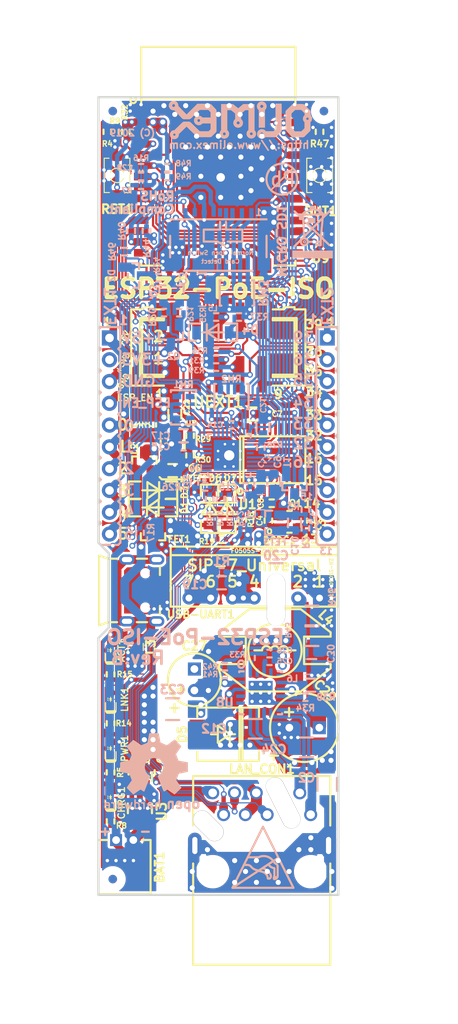
<source format=kicad_pcb>
(kicad_pcb (version 20171130) (host pcbnew 5.1.0-rc2-unknown-036be7d~80~ubuntu16.04.1)
  (title_block (title ESP-PoE-ISO) (date 2019-03-08) (rev B) (company "OLIMEX Ltd.") (comment 1 https://www.olimex.com))
  (layers (0 F.Cu signal) (1 In1.Cu power) (2 In2.Cu power) (31 B.Cu signal) (34 B.Paste user hide) (35 F.Paste user hide) (36 B.SilkS user) (37 F.SilkS user) (38 B.Mask user hide) (39 F.Mask user hide) (44 Edge.Cuts user))
  (net 0 "")
  (net 1 +5V)
  (net 2 GND)
  (net 3 "Net-(BAT1-Pad1)")
  (net 4 "Net-(BUT1-Pad2)")
  (net 5 /GPI34/BUT1)
  (net 6 +3V3)
  (net 7 "Net-(C11-Pad1)")
  (net 8 /GPIO3/U0RXD)
  (net 9 /ESP_EN)
  (net 10 "/GPIO25/EMAC_RXD0(RMII)")
  (net 11 "/GPIO19/EMAC_TXD0(RMII)")
  (net 12 "/GPIO26/EMAC_RXD1(RMII)")
  (net 13 /GPIO1/U0TXD)
  (net 14 "Net-(L2-Pad1)")
  (net 15 "Net-(Q2-Pad1)")
  (net 16 "/GPIO22/EMAC_TXD1(RMII)")
  (net 17 "/GPIO21/EMAC_TX_EN(RMII)")
  (net 18 "Net-(MICRO_SD1-Pad5)")
  (net 19 /GPI36/U1RXD)
  (net 20 "/GPIO23/MDC(RMII)")
  (net 21 /GPIO27/EMAC_RX_CRS_DV)
  (net 22 /GPIO4/U1TXD)
  (net 23 /GPIO2/HS2_DATA0)
  (net 24 /GPIO13/I2C-SDA)
  (net 25 /GPIO14/HS2_CLK)
  (net 26 /GPIO15/HS2_CMD)
  (net 27 /GPIO16/I2C-SCL)
  (net 28 "/GPIO18/MDIO(RMII)")
  (net 29 /+5V_USB)
  (net 30 "Net-(MICRO_SD1-Pad1)")
  (net 31 "Net-(MICRO_SD1-Pad2)")
  (net 32 "Net-(MICRO_SD1-Pad8)")
  (net 33 "Net-(U4-Pad4)")
  (net 34 "Net-(U4-Pad14)")
  (net 35 "Net-(U4-Pad18)")
  (net 36 "Net-(U4-Pad20)")
  (net 37 "Net-(U4-Pad26)")
  (net 38 "Net-(USB-UART1-Pad4)")
  (net 39 "Net-(MICRO_SD1-Pad7)")
  (net 40 /D_Com)
  (net 41 Earth)
  (net 42 +5VP)
  (net 43 "Net-(C26-Pad1)")
  (net 44 Spare1)
  (net 45 Spare2)
  (net 46 /GPIO33)
  (net 47 /GPIO32)
  (net 48 /GPI39)
  (net 49 "Net-(FID1-PadFid1)")
  (net 50 "Net-(FID2-PadFid1)")
  (net 51 "Net-(FID3-PadFid1)")
  (net 52 "Net-(MICRO_SD1-PadCD1)")
  (net 53 "Net-(C4-Pad1)")
  (net 54 "Net-(C5-Pad1)")
  (net 55 "Net-(C21-Pad2)")
  (net 56 "Net-(C25-Pad1)")
  (net 57 "Net-(C29-Pad2)")
  (net 58 "Net-(D4-Pad1)")
  (net 59 "Net-(D5-Pad2)")
  (net 60 "Net-(Q2-Pad2)")
  (net 61 "Net-(Q3-Pad3)")
  (net 62 "Net-(Q3-Pad2)")
  (net 63 "Net-(Q3-Pad1)")
  (net 64 "Net-(R6-Pad1)")
  (net 65 "Net-(R26-Pad1)")
  (net 66 "Net-(R29-Pad1)")
  (net 67 "Net-(R33-Pad2)")
  (net 68 "Net-(R34-Pad2)")
  (net 69 "Net-(R38-Pad1)")
  (net 70 "Net-(R41-Pad2)")
  (net 71 "Net-(U1-Pad17)")
  (net 72 "Net-(U1-Pad14)")
  (net 73 "Net-(U1-Pad13)")
  (net 74 "Net-(U1-Pad12)")
  (net 75 "Net-(U1-Pad11)")
  (net 76 "Net-(U8-Pad17)")
  (net 77 "Net-(U8-Pad16)")
  (net 78 "Net-(U8-Pad15)")
  (net 79 "Net-(U8-Pad5)")
  (net 80 "Net-(U8-Pad4)")
  (net 81 "Net-(U8-Pad2)")
  (net 82 "Net-(U9-Pad32)")
  (net 83 "Net-(C6-Pad1)")
  (net 84 +3.3VLAN)
  (net 85 "Net-(C17-Pad1)")
  (net 86 /GPIO0)
  (net 87 /GPIO5/SPI_CS)
  (net 88 /GPI35)
  (net 89 "Net-(RM1-Pad3.2)")
  (net 90 "Net-(RM1-Pad2.2)")
  (net 91 "Net-(RM1-Pad4.2)")
  (net 92 /GPIO17/EMAC_CLK_OUT_180)
  (net 93 "Net-(U9-Pad22)")
  (net 94 "Net-(U9-Pad21)")
  (net 95 "Net-(U9-Pad20)")
  (net 96 "Net-(U9-Pad19)")
  (net 97 "Net-(U9-Pad18)")
  (net 98 "Net-(U9-Pad17)")
  (net 99 /GPIO12/PHY_PWR)
  (net 100 "Net-(FID4-PadFid1)")
  (net 101 "Net-(FID5-PadFid1)")
  (net 102 "Net-(FID6-PadFid1)")
  (net 103 "Net-(ACT1-Pad2)")
  (net 104 "Net-(ACT1-Pad1)")
  (net 105 "Net-(LNK1-Pad1)")
  (net 106 "Net-(C3-Pad1)")
  (net 107 "Net-(RM1-Pad1.2)")
  (net 108 "Net-(CHRG1-Pad1)")
  (net 109 "Net-(PWR1-Pad1)")
  (net 110 "Net-(C10-Pad2)")
  (net 111 "Net-(R3-Pad2)")
  (net 112 "Net-(L3-Pad1)")
  (net 113 "Net-(R8-Pad2)")
  (net 114 "Net-(C30-Pad2)")
  (net 115 /TD+)
  (net 116 /TD-)
  (net 117 /RD+)
  (net 118 /RD-)
  (net 119 /Vss)
  (net 120 /Vpos)
  (net 121 /Shield)
  (net 122 "Net-(R14-Pad2)")
  (net 123 /USB_D-)
  (net 124 /USB_D+)
  (net 125 "Net-(C8-Pad1)")
  (net 126 "Net-(D6-Pad1)")
  (net 127 "Net-(D7-Pad2)")
  (net 128 "Net-(U1-Pad20)")
  (module "OLIMEX_RLC-FP:C_1808(4520)_5MIL_DWS_ISO" (layer B.Cu) (at 98.806 166.497)
    (fp_text reference C23 (at 0 -2.286) (layer B.SilkS) (effects (font (size 1.016 1.016) (thickness 0.254)) (justify mirror)))
    (fp_text value "1.0nF/3kV/10%/X7R/SMD/1808(VISHAY-VJ1808Y102KBHAT4X_Farnell-2407291)")
    (pad 2 smd rect (at 2.286 0) (size 1.016 2.032) (layers B.Cu B.Paste B.Mask) (net 41 Earth))
    (pad 1 smd rect (at -2.286 0) (size 1.016 2.032) (layers B.Cu B.Paste B.Mask) (net 2 GND))
  )
  (module "OLIMEX_RLC-FP:C_1808(4520)_5MIL_DWS_ISO" (layer B.Cu) (at 110.871 150.749)
    (fp_text reference C20 (at 0 -2.159) (layer B.SilkS) (effects (font (size 1.016 1.016) (thickness 0.254)) (justify mirror)))
    (fp_text value "1.0nF/3kV/10%/X7R/SMD/1808(VISHAY-VJ1808Y102KBHAT4X_Farnell-2407291)")
    (pad 2 smd rect (at 2.286 0) (size 1.016 2.032) (layers B.Cu B.Paste B.Mask) (net 120 /Vpos))
    (pad 1 smd rect (at -2.286 0) (size 1.016 2.032) (layers B.Cu B.Paste B.Mask) (net 42 +5VP))
  )
  (module OLIMEX_Regulators-FP:SIP-7_Universal (layer F.Cu) (at 108.331 153.543 180)
    (fp_text reference DCDC1 (at -2.921 6.731 180) (layer F.SilkS) (effects (font (size 0.762 0.762) (thickness 0.1905))))
    (fp_text value "F0505S-2WR2(SIP-7)")
    (fp_text user SIP-7_Universal (at 0 3.81 180) (layer F.SilkS) (effects (font (size 1.27 1.27) (thickness 0.254))))
    (fp_text user 1 (at -7.62 1.905 180) (layer F.SilkS) (effects (font (size 1.27 1.27) (thickness 0.254))))
    (fp_text user 2 (at -5.08 1.905 180) (layer F.SilkS) (effects (font (size 1.27 1.27) (thickness 0.254))))
    (fp_text user 4 (at 0 1.905 180) (layer F.SilkS) (effects (font (size 1.27 1.27) (thickness 0.254))))
    (fp_text user 5 (at 2.54 1.905 180) (layer F.SilkS) (effects (font (size 1.27 1.27) (thickness 0.254))))
    (fp_text user 6 (at 5.08 1.905 180) (layer F.SilkS) (effects (font (size 1.27 1.27) (thickness 0.254))))
    (fp_text user 7 (at 7.62 1.905 180) (layer F.SilkS) (effects (font (size 1.27 1.27) (thickness 0.254))))
    (fp_text user F0505S-2WR2 (at 0 5.5 180) (layer F.SilkS) (effects (font (size 0.5 0.5) (thickness 0.125))))
    (fp_text user AM1D-0505S-NZ (at -9 2 270) (layer F.SilkS) (effects (font (size 0.4 0.4) (thickness 0.1))))
    (fp_text user AM1D-0505S-NZ (at -9 2 270) (layer F.SilkS) (effects (font (size 0.4 0.4) (thickness 0.1))))
    (pad 2 thru_hole circle (at -5.08 0 180) (size 1.524 1.524) (drill 0.8) (layers *.Cu *.Mask) (net 114 "Net-(C30-Pad2)"))
    (pad 1 thru_hole rect (at -7.62 0 180) (size 1.524 1.524) (drill 0.8) (layers *.Cu *.Mask) (net 120 /Vpos))
    (pad 4 thru_hole circle (at 0 0 180) (size 1.524 1.524) (drill 0.8) (layers *.Cu *.Mask) (net 2 GND))
    (pad 5 thru_hole circle (at 2.54 0 180) (size 1.524 1.524) (drill 0.8) (layers *.Cu *.Mask) (net 2 GND))
    (pad 7 thru_hole circle (at 7.62 0 180) (size 1.524 1.524) (drill 0.8) (layers *.Cu *.Mask) (net 42 +5VP))
    (pad 6 thru_hole circle (at 5.08 0 180) (size 1.524 1.524) (drill 0.8) (layers *.Cu *.Mask) (net 42 +5VP))
  )
  (module OLIMEX_Connectors-FP:LIPO_BAT-CON2DW02R (layer F.Cu) (at 93.218 184.912)
    (fp_text reference BAT1 (at 4.064 0 270) (layer F.SilkS) (effects (font (size 1.016 1.016) (thickness 0.254))))
    (fp_text value DW02R)
    (pad 1 thru_hole rect (at -1.00838 -3.15214) (size 1.4 1.4) (drill 0.9) (layers *.Cu *.Mask) (net 3 "Net-(BAT1-Pad1)"))
    (pad 2 thru_hole circle (at 1.0033 -3.15468) (size 1.4 1.4) (drill 0.9) (layers *.Cu *.Mask) (net 2 GND))
  )
  (module "OLIMEX_IC-FP:QFN-20_5x5mm(Si3402-B-GM)" (layer B.Cu) (at 109.077 164.592 270)
    (fp_text reference U8 (at 1.143 4.175) (layer B.SilkS) (effects (font (size 1.016 1.016) (thickness 0.254)) (justify mirror)))
    (fp_text value "Si3402-B-GM(QFN-20_5x5mm)")
    (fp_text user o (at -3.4925 2.27) (layer B.SilkS) (effects (font (size 1.27 1.27) (thickness 0.254)) (justify mirror)))
    (pad 1 smd rect (at -2.35 1.2 180) (size 0.4 1) (layers B.Cu B.Paste B.Mask) (net 67 "Net-(R33-Pad2)"))
    (pad 2 smd rect (at -2.35 0.4 180) (size 0.4 1) (layers B.Cu B.Paste B.Mask) (net 81 "Net-(U8-Pad2)"))
    (pad 3 smd rect (at -2.35 -0.4 180) (size 0.4 1) (layers B.Cu B.Paste B.Mask) (net 56 "Net-(C25-Pad1)"))
    (pad 4 smd rect (at -2.35 -1.2 180) (size 0.4 1) (layers B.Cu B.Paste B.Mask) (net 80 "Net-(U8-Pad4)"))
    (pad 5 smd rect (at -2 -2.35 90) (size 0.4 1) (layers B.Cu B.Paste B.Mask) (net 79 "Net-(U8-Pad5)"))
    (pad 6 smd rect (at -1.2 -2.35 90) (size 0.4 1) (layers B.Cu B.Paste B.Mask) (net 69 "Net-(R38-Pad1)"))
    (pad 7 smd rect (at -0.4 -2.35 90) (size 0.4 1) (layers B.Cu B.Paste B.Mask) (net 119 /Vss))
    (pad 8 smd rect (at 0.4 -2.35 90) (size 0.4 1) (layers B.Cu B.Paste B.Mask) (net 68 "Net-(R34-Pad2)"))
    (pad 9 smd rect (at 1.2 -2.35 90) (size 0.4 1) (layers B.Cu B.Paste B.Mask) (net 41 Earth))
    (pad 10 smd rect (at 2 -2.35 90) (size 0.4 1) (layers B.Cu B.Paste B.Mask) (net 45 Spare2))
    (pad 11 smd rect (at 2.35 -1.2 180) (size 0.4 1) (layers B.Cu B.Paste B.Mask) (net 44 Spare1))
    (pad 12 smd rect (at 2.35 -0.4 180) (size 0.4 1) (layers B.Cu B.Paste B.Mask) (net 120 /Vpos))
    (pad 13 smd rect (at 2.35 0.4 180) (size 0.4 1) (layers B.Cu B.Paste B.Mask) (net 45 Spare2))
    (pad 14 smd rect (at 2.35 1.2 180) (size 0.4 1) (layers B.Cu B.Paste B.Mask) (net 44 Spare1))
    (pad 15 smd rect (at 2 2.35 90) (size 0.4 1) (layers B.Cu B.Paste B.Mask) (net 78 "Net-(U8-Pad15)"))
    (pad 16 smd rect (at 1.2 2.35 90) (size 0.4 1) (layers B.Cu B.Paste B.Mask) (net 77 "Net-(U8-Pad16)"))
    (pad 17 smd rect (at 0.4 2.35 90) (size 0.4 1) (layers B.Cu B.Paste B.Mask) (net 76 "Net-(U8-Pad17)"))
    (pad 18 smd rect (at -0.4 2.35 90) (size 0.4 1) (layers B.Cu B.Paste B.Mask) (net 59 "Net-(D5-Pad2)"))
    (pad 19 smd rect (at -1.2 2.35 90) (size 0.4 1) (layers B.Cu B.Paste B.Mask) (net 119 /Vss))
    (pad 20 smd rect (at -2 2.35 90) (size 0.4 1) (layers B.Cu B.Paste B.Mask) (net 70 "Net-(R41-Pad2)"))
    (pad 21 smd rect (at 0 0 270) (size 2.799999 2.799999) (layers *.Mask B.Cu) (net 41 Earth))
    (pad 21 thru_hole circle (at -1 1 270) (size 0.8 0.8) (drill 0.4) (layers *.Cu) (net 41 Earth))
    (pad 21 thru_hole circle (at 0 1 270) (size 0.8 0.8) (drill 0.4) (layers *.Cu) (net 41 Earth))
    (pad 21 thru_hole circle (at 1 1 270) (size 0.8 0.8) (drill 0.4) (layers *.Cu) (net 41 Earth))
    (pad 21 thru_hole circle (at -1 0 270) (size 0.8 0.8) (drill 0.4) (layers *.Cu) (net 41 Earth))
    (pad 21 thru_hole circle (at 0 0 270) (size 0.8 0.8) (drill 0.4) (layers *.Cu) (net 41 Earth))
    (pad 21 thru_hole circle (at 1 0 270) (size 0.8 0.8) (drill 0.4) (layers *.Cu) (net 41 Earth))
    (pad 21 thru_hole circle (at 0 -1 270) (size 0.8 0.8) (drill 0.4) (layers *.Cu) (net 41 Earth))
    (pad 21 thru_hole circle (at -1 -1 270) (size 0.8 0.8) (drill 0.4) (layers *.Cu) (net 41 Earth))
    (pad 21 thru_hole circle (at 1 -1 270) (size 0.8 0.8) (drill 0.4) (layers *.Cu) (net 41 Earth))
  )
  (module OLIMEX_Cases-FP:ESP-WROOM-32_MODULE (layer F.Cu) (at 104.14 102.035)
    (fp_text reference U9 (at 11.938 11.884 180) (layer F.SilkS) (effects (font (size 1.016 1.016) (thickness 0.254))))
    (fp_text value ESP-WROOM-32)
    (pad 39 thru_hole circle (at -2.0404 4.7998) (size 1.3 1.3) (drill 0.6) (layers *.Cu *.Mask) (net 2 GND))
    (pad 39 thru_hole circle (at 0.271 2.463) (size 2 2) (drill 1) (layers *.Cu *.Mask) (net 2 GND))
    (pad 39 smd rect (at 0.3 2.45) (size 6.000001 6.000001) (layers F.Cu F.Mask) (net 2 GND))
    (pad 38 smd rect (at 9 -5.21) (size 1.7 0.9) (layers F.Cu F.Paste F.Mask) (net 2 GND))
    (pad 37 smd rect (at 9 -3.94) (size 1.7 0.9) (layers F.Cu F.Paste F.Mask) (net 20 "/GPIO23/MDC(RMII)"))
    (pad 36 smd rect (at 9 -2.67) (size 1.7 0.9) (layers F.Cu F.Paste F.Mask) (net 16 "/GPIO22/EMAC_TXD1(RMII)"))
    (pad 35 smd rect (at 9 -1.4) (size 1.7 0.9) (layers F.Cu F.Paste F.Mask) (net 13 /GPIO1/U0TXD))
    (pad 34 smd rect (at 9 -0.13) (size 1.7 0.9) (layers F.Cu F.Paste F.Mask) (net 8 /GPIO3/U0RXD))
    (pad 33 smd rect (at 9 1.14) (size 1.7 0.9) (layers F.Cu F.Paste F.Mask) (net 17 "/GPIO21/EMAC_TX_EN(RMII)"))
    (pad 32 smd rect (at 9 2.41) (size 1.7 0.9) (layers F.Cu F.Paste F.Mask) (net 82 "Net-(U9-Pad32)"))
    (pad 31 smd rect (at 9 3.68) (size 1.7 0.9) (layers F.Cu F.Paste F.Mask) (net 11 "/GPIO19/EMAC_TXD0(RMII)"))
    (pad 30 smd rect (at 9 4.95) (size 1.7 0.9) (layers F.Cu F.Paste F.Mask) (net 28 "/GPIO18/MDIO(RMII)"))
    (pad 29 smd rect (at 9 6.22) (size 1.7 0.9) (layers F.Cu F.Paste F.Mask) (net 87 /GPIO5/SPI_CS))
    (pad 28 smd rect (at 9 7.49) (size 1.7 0.9) (layers F.Cu F.Paste F.Mask) (net 92 /GPIO17/EMAC_CLK_OUT_180))
    (pad 27 smd rect (at 9 8.76) (size 1.7 0.9) (layers F.Cu F.Paste F.Mask) (net 27 /GPIO16/I2C-SCL))
    (pad 26 smd rect (at 9 10.03) (size 1.7 0.9) (layers F.Cu F.Paste F.Mask) (net 22 /GPIO4/U1TXD))
    (pad 25 smd rect (at 9 11.3) (size 1.7 0.9) (layers F.Cu F.Paste F.Mask) (net 86 /GPIO0))
    (pad 24 smd rect (at 5.73 12.75) (size 0.9 1.7) (layers F.Cu F.Paste F.Mask) (net 23 /GPIO2/HS2_DATA0))
    (pad 23 smd rect (at 4.46 12.75) (size 0.9 1.7) (layers F.Cu F.Paste F.Mask) (net 26 /GPIO15/HS2_CMD))
    (pad 22 smd rect (at 3.19 12.75) (size 0.9 1.7) (layers F.Cu F.Paste F.Mask) (net 93 "Net-(U9-Pad22)"))
    (pad 21 smd rect (at 1.92 12.75) (size 0.9 1.7) (layers F.Cu F.Paste F.Mask) (net 94 "Net-(U9-Pad21)"))
    (pad 20 smd rect (at 0.65 12.75) (size 0.9 1.7) (layers F.Cu F.Paste F.Mask) (net 95 "Net-(U9-Pad20)"))
    (pad 19 smd rect (at -0.62 12.75) (size 0.9 1.7) (layers F.Cu F.Paste F.Mask) (net 96 "Net-(U9-Pad19)"))
    (pad 18 smd rect (at -1.89 12.75) (size 0.9 1.7) (layers F.Cu F.Paste F.Mask) (net 97 "Net-(U9-Pad18)"))
    (pad 17 smd rect (at -3.16 12.75) (size 0.9 1.7) (layers F.Cu F.Paste F.Mask) (net 98 "Net-(U9-Pad17)"))
    (pad 16 smd rect (at -4.43 12.75) (size 0.9 1.7) (layers F.Cu F.Paste F.Mask) (net 24 /GPIO13/I2C-SDA))
    (pad 15 smd rect (at -5.7 12.75) (size 0.9 1.7) (layers F.Cu F.Paste F.Mask) (net 2 GND))
    (pad 14 smd rect (at -9 11.26) (size 1.7 0.9) (layers F.Cu F.Paste F.Mask) (net 99 /GPIO12/PHY_PWR))
    (pad 13 smd rect (at -9 9.99) (size 1.7 0.9) (layers F.Cu F.Paste F.Mask) (net 25 /GPIO14/HS2_CLK))
    (pad 12 smd rect (at -9 8.72) (size 1.7 0.9) (layers F.Cu F.Paste F.Mask) (net 21 /GPIO27/EMAC_RX_CRS_DV))
    (pad 11 smd rect (at -9 7.45) (size 1.7 0.9) (layers F.Cu F.Paste F.Mask) (net 12 "/GPIO26/EMAC_RXD1(RMII)"))
    (pad 10 smd rect (at -9 6.18) (size 1.7 0.9) (layers F.Cu F.Paste F.Mask) (net 10 "/GPIO25/EMAC_RXD0(RMII)"))
    (pad 9 smd rect (at -9 4.91) (size 1.7 0.9) (layers F.Cu F.Paste F.Mask) (net 46 /GPIO33))
    (pad 8 smd rect (at -9 3.64) (size 1.7 0.9) (layers F.Cu F.Paste F.Mask) (net 47 /GPIO32))
    (pad 7 smd rect (at -9 2.37) (size 1.7 0.9) (layers F.Cu F.Paste F.Mask) (net 88 /GPI35))
    (pad 6 smd rect (at -9 1.1) (size 1.7 0.9) (layers F.Cu F.Paste F.Mask) (net 5 /GPI34/BUT1))
    (pad 5 smd rect (at -9 -0.17) (size 1.7 0.9) (layers F.Cu F.Paste F.Mask) (net 48 /GPI39))
    (pad 4 smd rect (at -9 -1.44) (size 1.7 0.9) (layers F.Cu F.Paste F.Mask) (net 19 /GPI36/U1RXD))
    (pad 3 smd rect (at -9 -2.71) (size 1.7 0.9) (layers F.Cu F.Paste F.Mask) (net 9 /ESP_EN))
    (pad 2 smd rect (at -9 -3.98) (size 1.7 0.9) (layers F.Cu F.Paste F.Mask) (net 6 +3V3))
    (pad 1 smd rect (at -9 -5.25) (size 1.7 0.9) (layers F.Cu F.Paste F.Mask) (net 2 GND))
    (pad 39 thru_hole circle (at 2.6332 4.7998) (size 1.3 1.3) (drill 0.6) (layers *.Cu *.Mask) (net 2 GND))
    (pad 39 thru_hole circle (at -2.0404 0.1008) (size 1.3 1.3) (drill 0.6) (layers *.Cu *.Mask) (net 2 GND))
    (pad 39 thru_hole circle (at 2.6332 0.1008) (size 1.3 1.3) (drill 0.6) (layers *.Cu *.Mask) (net 2 GND))
    (pad 39 thru_hole circle (at 0.271 0.1008) (size 1.3 1.3) (drill 0.6) (layers *.Cu *.Mask) (net 2 GND))
    (pad 39 thru_hole circle (at 0.271 4.7998) (size 1.3 1.3) (drill 0.6) (layers *.Cu *.Mask) (net 2 GND))
    (pad 39 thru_hole circle (at -2.0404 2.336) (size 1.3 1.3) (drill 0.6) (layers *.Cu *.Mask) (net 2 GND))
    (pad 39 thru_hole circle (at 2.6332 2.336) (size 1.3 1.3) (drill 0.6) (layers *.Cu *.Mask) (net 2 GND))
  )
  (module OLIMEX_Buttons-FP:IT1185AU2_V2 (layer F.Cu) (at 115.959 104.267 90)
    (fp_text reference BUT1 (at -4.191 0.119 180) (layer F.SilkS) (effects (font (size 1.016 1.016) (thickness 0.254))))
    (fp_text value IT1185AU2)
    (pad 1 smd rect (at -2.177 0 90) (size 0.9 1.5) (layers F.Cu F.Mask) (net 5 /GPI34/BUT1))
    (pad 2 smd rect (at 2.177 0 90) (size 0.9 1.5) (layers F.Cu F.Mask) (net 4 "Net-(BUT1-Pad2)"))
    (pad "" np_thru_hole circle (at 0 -0.9 90) (size 0.7 0.7) (drill 0.7) (layers *.Cu *.Mask))
    (pad "" np_thru_hole circle (at 0 0.9 90) (size 0.7 0.7) (drill 0.7) (layers *.Cu *.Mask))
  )
  (module OLIMEX_Buttons-FP:IT1185AU2_V2 (layer F.Cu) (at 92.321 104.267 90)
    (fp_text reference RST1 (at -3.937 0.008 180) (layer F.SilkS) (effects (font (size 1.016 1.016) (thickness 0.254))))
    (fp_text value IT1185AU2)
    (pad 1 smd rect (at -2.177 0 90) (size 0.9 1.5) (layers F.Cu F.Mask) (net 9 /ESP_EN))
    (pad 2 smd rect (at 2.177 0 90) (size 0.9 1.5) (layers F.Cu F.Mask) (net 2 GND))
    (pad "" np_thru_hole circle (at 0 -0.9 90) (size 0.7 0.7) (drill 0.7) (layers *.Cu *.Mask))
    (pad "" np_thru_hole circle (at 0 0.9 90) (size 0.7 0.7) (drill 0.7) (layers *.Cu *.Mask))
  )
  (module "OLIMEX_Crystal-FP:TSX-3.2x2.5mm_GND(3)" (layer F.Cu) (at 112.438 144.653)
    (fp_text reference Q1 (at 0.719 -2.159) (layer F.SilkS) (effects (font (size 0.762 0.762) (thickness 0.1905))))
    (fp_text value Q12MHz/20pF/10ppm/4P/3.2x2.5mm)
    (fp_text user o (at -2.329 1.016) (layer F.SilkS) (effects (font (size 0.8 0.8) (thickness 0.2))))
    (pad 3 smd rect (at -1.1 -0.8) (size 1.4 1.2) (layers F.Cu F.Paste F.Mask) (net 2 GND))
    (pad 3 smd rect (at 1.1 0.8) (size 1.4 1.2) (layers F.Cu F.Paste F.Mask) (net 2 GND))
    (pad 2 smd rect (at 1.1 -0.8) (size 1.4 1.2) (layers F.Cu F.Paste F.Mask) (net 54 "Net-(C5-Pad1)"))
    (pad 1 smd rect (at -1.1 0.8) (size 1.4 1.2) (layers F.Cu F.Paste F.Mask) (net 53 "Net-(C4-Pad1)"))
  )
  (module "OLIMEX_Diodes-FP:DO214AB(SMC)_1(K)-2(A)" (layer F.Cu) (at 105.283 169.418 180)
    (fp_text reference D5 (at 5.334 0 270) (layer F.SilkS) (effects (font (size 1.016 1.016) (thickness 0.254))))
    (fp_text value "SS510/100V/5A/0.85V/DO214AB(SMC)")
    (pad 1 smd rect (at -3.4 0 180) (size 2.2 3.4) (layers F.Cu F.Paste F.Mask) (net 120 /Vpos))
    (pad 2 smd rect (at 3.4 0 180) (size 2.2 3.4) (layers F.Cu F.Paste F.Mask) (net 59 "Net-(D5-Pad2)"))
  )
  (module OLIMEX_RLC-FP:CPOL-RM3.5mm_8.0x11.5mm_PTH (layer F.Cu) (at 114.173 168.656)
    (fp_text reference C29 (at 2.413 -4.318 135) (layer F.SilkS) (effects (font (size 1.016 1.016) (thickness 0.254))))
    (fp_text value 680uF/10V/20%/105C/RM3.5/8x11.5mm)
    (fp_text user + (at -1.778 -1.905) (layer F.SilkS) (effects (font (size 1.27 1.27) (thickness 0.254))))
    (fp_text user + (at -3.556 3.175) (layer F.SilkS) (effects (font (size 1.27 1.27) (thickness 0.254))))
    (pad 1 thru_hole circle (at -1.75 0) (size 1.524 1.524) (drill 0.9) (layers *.Cu *.Mask) (net 120 /Vpos))
    (pad 2 thru_hole rect (at 1.75 0) (size 1.524 1.524) (drill 0.9) (layers *.Cu *.Mask) (net 57 "Net-(C29-Pad2)"))
  )
  (module OLIMEX_RLC-FP:CPOL-RM2.5mm_6.3x11mm_PTH (layer F.Cu) (at 101.346 163.068 90)
    (fp_text reference C27 (at 3.937 0 180) (layer F.SilkS) (effects (font (size 1.016 1.016) (thickness 0.254))))
    (fp_text value "15uF/100V/20%/RM2.5/6.3x11mm(Farnell:1281844)")
    (fp_text user + (at -3.302 -2.413 90) (layer F.SilkS) (effects (font (size 1.27 1.27) (thickness 0.254))))
    (fp_text user + (at -1.143 -1.651 90) (layer F.SilkS) (effects (font (size 1.27 1.27) (thickness 0.254))))
    (pad 1 thru_hole circle (at -1.25 0 90) (size 1.524 1.524) (drill 0.9) (layers *.Cu *.Mask) (net 120 /Vpos))
    (pad 2 thru_hole rect (at 1.25 0 90) (size 1.524 1.524) (drill 0.9) (layers *.Cu *.Mask) (net 119 /Vss))
  )
  (module "OLIMEX_Connectors-FP:RJP-003TC1(LPJ4112CNL)-ISO(Pin(7)and(8)CUT)" (layer F.Cu) (at 109.2 185.293)
    (fp_text reference LAN_CON1 (at 0.02 -11.811 180) (layer F.SilkS) (effects (font (size 1.016 1.016) (thickness 0.254))))
    (fp_text value "RJP-003TC1(LPJ4112CNL)---Pin<7>_and_<8>_to_be_CUT!!!")
    (pad "" np_thru_hole circle (at 5.715 0.15) (size 3.300001 3.300001) (drill 3.300001) (layers *.Cu *.Mask))
    (pad "" np_thru_hole circle (at -5.715 0.15) (size 3.300001 3.300001) (drill 3.300001) (layers *.Cu *.Mask))
    (pad 0 thru_hole oval (at 7.8 -2.9) (size 1.6 2.999999) (drill oval 0.6 2) (layers *.Cu *.Mask) (net 121 /Shield))
    (pad 0 thru_hole oval (at -7.8 -2.9) (size 1.6 2.999999) (drill oval 0.6 2) (layers *.Cu *.Mask) (net 121 /Shield))
    (pad 10 thru_hole circle (at 5.715 -6.5) (size 1.524 1.524) (drill 1) (layers *.Cu *.Mask) (net 45 Spare2))
    (pad 9 thru_hole circle (at 4.445 -9.04) (size 1.524 1.524) (drill 1) (layers *.Cu *.Mask) (net 44 Spare1))
    (pad 6 thru_hole circle (at 0.635 -6.5) (size 1.524 1.524) (drill 1) (layers *.Cu *.Mask) (net 118 /RD-))
    (pad 5 thru_hole circle (at -0.635 -9.04) (size 1.524 1.524) (drill 1) (layers *.Cu *.Mask) (net 7 "Net-(C11-Pad1)"))
    (pad 4 thru_hole circle (at -1.905 -6.5) (size 1.524 1.524) (drill 1) (layers *.Cu *.Mask) (net 7 "Net-(C11-Pad1)"))
    (pad 3 thru_hole circle (at -3.175 -9.04) (size 1.524 1.524) (drill 1) (layers *.Cu *.Mask) (net 117 /RD+))
    (pad 2 thru_hole circle (at -4.445 -6.5) (size 1.524 1.524) (drill 1) (layers *.Cu *.Mask) (net 116 /TD-))
    (pad 1 thru_hole circle (at -5.715 -9.04) (size 1.524 1.524) (drill 1) (layers *.Cu *.Mask) (net 115 /TD+))
  )
  (module OLIMEX_RLC-FP:R_0402_5MIL_DWS (layer B.Cu) (at 94.996 145.923 90)
    (fp_text reference R17 (at 0 1.27 90) (layer B.SilkS) (effects (font (size 0.762 0.762) (thickness 0.1905)) (justify mirror)))
    (fp_text value NA)
    (pad 2 smd rect (at 0.508 0 90) (size 0.5 0.55) (layers B.Cu B.Paste B.Mask) (net 8 /GPIO3/U0RXD))
    (pad 1 smd rect (at -0.508 0 270) (size 0.5 0.55) (layers B.Cu B.Paste B.Mask) (net 6 +3V3))
  )
  (module OLIMEX_Diodes-FP:SOD-123_1C-2A_KA (layer F.Cu) (at 105.156 143.129 270)
    (fp_text reference D7 (at -3.556 -0.381) (layer F.SilkS) (effects (font (size 0.762 0.762) (thickness 0.1905))))
    (fp_text value 1N5819S4/SOD123)
    (pad 2 smd rect (at 1.9 0 270) (size 1 1.4) (layers F.Cu F.Paste F.Mask) (net 127 "Net-(D7-Pad2)") (clearance 0.0508))
    (pad 1 smd rect (at -1.9 0 270) (size 1 1.4) (layers F.Cu F.Paste F.Mask) (net 13 /GPIO1/U0TXD) (clearance 0.0508))
  )
  (module OLIMEX_Diodes-FP:SOD-123_1C-2A_KA (layer F.Cu) (at 103.124 143.129 270)
    (fp_text reference D6 (at -3.556 -0.635) (layer F.SilkS) (effects (font (size 0.762 0.762) (thickness 0.1905))))
    (fp_text value 1N5819S4/SOD123)
    (pad 2 smd rect (at 1.9 0 270) (size 1 1.4) (layers F.Cu F.Paste F.Mask) (net 8 /GPIO3/U0RXD) (clearance 0.0508))
    (pad 1 smd rect (at -1.9 0 270) (size 1 1.4) (layers F.Cu F.Paste F.Mask) (net 126 "Net-(D6-Pad1)") (clearance 0.0508))
  )
  (module OLIMEX_LOGOs-FP:LOGO_ANTISTATIC_1 (layer B.Cu) (at 112.903 187.325 180)
    (fp_text reference Sign_Antistatic hide)
    (fp_text value Val** hide)
  )
  (module OLIMEX_Other-FP:Mounting_hole_2_mm (layer F.Cu) (at 102.9716 180.0987 45)
    (fp_text reference Drill_Slot3 hide)
    (fp_text value "2 mm" hide)
    (pad "" np_thru_hole oval (at 0 0 45) (size 2.032 4.064) (drill oval 2.032 4.064) (layers *.Cu *.Mask) (clearance 0.254))
  )
  (module OLIMEX_RLC-FP:C_0402_5MIL_DWS (layer B.Cu) (at 95.123 104.394 180)
    (fp_text reference C28 (at 1.905 1.016 180) (layer B.SilkS) (effects (font (size 0.635 0.635) (thickness 0.15875)) (justify mirror)))
    (fp_text value 1nF/50V/10%/X7R/C0402)
    (pad 2 smd rect (at 0.508 0 180) (size 0.5 0.55) (layers B.Cu B.Paste B.Mask) (net 2 GND))
    (pad 1 smd rect (at -0.508 0) (size 0.5 0.55) (layers B.Cu B.Paste B.Mask) (net 88 /GPI35))
  )
  (module OLIMEX_RLC-FP:R_0402_5MIL_DWS (layer B.Cu) (at 95.123 103.378 180)
    (fp_text reference R16 (at 0 1.143 180) (layer B.SilkS) (effects (font (size 0.635 0.635) (thickness 0.15875)) (justify mirror)))
    (fp_text value 470k/R0402)
    (pad 2 smd rect (at 0.508 0 180) (size 0.5 0.55) (layers B.Cu B.Paste B.Mask) (net 2 GND))
    (pad 1 smd rect (at -0.508 0) (size 0.5 0.55) (layers B.Cu B.Paste B.Mask) (net 88 /GPI35))
  )
  (module OLIMEX_RLC-FP:R_0402_5MIL_DWS (layer B.Cu) (at 95.123 105.41)
    (fp_text reference R7 (at -1.651 0.635) (layer B.SilkS) (effects (font (size 0.635 0.635) (thickness 0.15875)) (justify mirror)))
    (fp_text value 470k/R0402)
    (pad 2 smd rect (at 0.508 0) (size 0.5 0.55) (layers B.Cu B.Paste B.Mask) (net 88 /GPI35))
    (pad 1 smd rect (at -0.508 0 180) (size 0.5 0.55) (layers B.Cu B.Paste B.Mask) (net 3 "Net-(BAT1-Pad1)"))
  )
  (module OLIMEX_RLC-FP:C_0402_5MIL_DWS (layer B.Cu) (at 110.109 160.02)
    (fp_text reference C26 (at 1.778 -0.381) (layer B.SilkS) (effects (font (size 0.635 0.635) (thickness 0.15875)) (justify mirror)))
    (fp_text value 1nF/50V/10%/X7R/C0402)
    (pad 2 smd rect (at 0.508 0) (size 0.5 0.55) (layers B.Cu B.Paste B.Mask) (net 119 /Vss))
    (pad 1 smd rect (at -0.508 0 180) (size 0.5 0.55) (layers B.Cu B.Paste B.Mask) (net 43 "Net-(C26-Pad1)"))
  )
  (module OLIMEX_Diodes-FP:SOD-123_1C-2A_KA (layer F.Cu) (at 96.52 140.97 180)
    (fp_text reference D3 (at -3.683 -0.254 270) (layer F.SilkS) (effects (font (size 0.762 0.762) (thickness 0.1905))))
    (fp_text value 1N5819S4/SOD123)
    (pad 2 smd rect (at 1.9 0 180) (size 1 1.4) (layers F.Cu F.Paste F.Mask) (net 1 +5V) (clearance 0.0508))
    (pad 1 smd rect (at -1.9 0 180) (size 1 1.4) (layers F.Cu F.Paste F.Mask) (net 83 "Net-(C6-Pad1)") (clearance 0.0508))
  )
  (module OLIMEX_Diodes-FP:SOD-123_1C-2A_KA (layer F.Cu) (at 96.52 143.002)
    (fp_text reference D1 (at 3.683 0 90) (layer F.SilkS) (effects (font (size 0.762 0.762) (thickness 0.1905))))
    (fp_text value 1N5819S4/SOD123)
    (pad 2 smd rect (at 1.9 0) (size 1 1.4) (layers F.Cu F.Paste F.Mask) (net 42 +5VP) (clearance 0.0508))
    (pad 1 smd rect (at -1.9 0) (size 1 1.4) (layers F.Cu F.Paste F.Mask) (net 1 +5V) (clearance 0.0508))
  )
  (module OLIMEX_RLC-FP:C_0603_5MIL_DWS (layer B.Cu) (at 104.521 151.765)
    (fp_text reference C19 (at -3.1115 0.1905) (layer B.SilkS) (effects (font (size 1.016 1.016) (thickness 0.254)) (justify mirror)))
    (fp_text value 22uF/6.3V/20%/X5R/C0603)
    (pad 2 smd rect (at 0.889 0) (size 1.016 1.016) (layers B.Cu B.Paste B.Mask) (net 2 GND) (clearance 0.0508))
    (pad 1 smd rect (at -0.889 0) (size 1.016 1.016) (layers B.Cu B.Paste B.Mask) (net 42 +5VP) (clearance 0.0508))
  )
  (module OLIMEX_RLC-FP:R_0402_5MIL_DWS (layer F.Cu) (at 92.075 99.187 270)
    (fp_text reference R9 (at -1.27 0) (layer F.SilkS) (effects (font (size 0.635 0.635) (thickness 0.15875))))
    (fp_text value 100k/R0402)
    (pad 2 smd rect (at 0.508 0 270) (size 0.5 0.55) (layers F.Cu F.Paste F.Mask) (net 2 GND))
    (pad 1 smd rect (at -0.508 0 90) (size 0.5 0.55) (layers F.Cu F.Paste F.Mask) (net 48 /GPI39))
  )
  (module OLIMEX_RLC-FP:R_0402_5MIL_DWS (layer F.Cu) (at 91.186 99.187 90)
    (fp_text reference R4 (at -1.397 0) (layer F.SilkS) (effects (font (size 0.635 0.635) (thickness 0.15875))))
    (fp_text value 47k/R0402)
    (pad 2 smd rect (at 0.508 0 90) (size 0.5 0.55) (layers F.Cu F.Paste F.Mask) (net 48 /GPI39))
    (pad 1 smd rect (at -0.508 0 270) (size 0.5 0.55) (layers F.Cu F.Paste F.Mask) (net 1 +5V))
  )
  (module OLIMEX_RLC-FP:R_0402_5MIL_DWS (layer F.Cu) (at 94.107 173.863 90)
    (fp_text reference R6 (at 1.778 0.381 90) (layer F.SilkS) (effects (font (size 0.762 0.762) (thickness 0.1905))))
    (fp_text value 10k/R0402)
    (pad 2 smd rect (at 0.508 0 90) (size 0.5 0.55) (layers F.Cu F.Paste F.Mask) (net 2 GND))
    (pad 1 smd rect (at -0.508 0 270) (size 0.5 0.55) (layers F.Cu F.Paste F.Mask) (net 64 "Net-(R6-Pad1)"))
  )
  (module OLIMEX_IC-FP:SOT-23-5 (layer F.Cu) (at 94.996 178.054 270)
    (fp_text reference U3 (at 0.381 -2.54 270) (layer F.SilkS) (effects (font (size 1.1 1.1) (thickness 0.254))))
    (fp_text value "BL4054B-42TPRN(SOT23-5)")
    (pad 1 smd rect (at 1.3 0.95 270) (size 1.2 0.55) (layers F.Cu F.Paste F.Mask) (net 113 "Net-(R8-Pad2)") (clearance 0.0508))
    (pad 2 smd rect (at 1.3 0 270) (size 1.2 0.55) (layers F.Cu F.Paste F.Mask) (net 2 GND) (clearance 0.0508))
    (pad 3 smd rect (at 1.3 -0.95 270) (size 1.2 0.55) (layers F.Cu F.Paste F.Mask) (net 3 "Net-(BAT1-Pad1)") (clearance 0.0508))
    (pad 5 smd rect (at -1.3 0.95 270) (size 1.2 0.55) (layers F.Cu F.Paste F.Mask) (net 64 "Net-(R6-Pad1)") (clearance 0.0508))
    (pad 4 smd rect (at -1.3 -0.95 270) (size 1.2 0.55) (layers F.Cu F.Paste F.Mask) (net 1 +5V) (clearance 0.0508))
  )
  (module OLIMEX_RLC-FP:L_0805_5MIL_DWS (layer F.Cu) (at 94.488 159.258 270)
    (fp_text reference L3 (at 0 -1.778 270) (layer F.SilkS) (effects (font (size 1.016 1.016) (thickness 0.254))))
    (fp_text value FB0805/600R/2A)
    (pad 1 smd rect (at -1.016 0 270) (size 1.524 1.27) (layers F.Cu F.Paste F.Mask) (net 112 "Net-(L3-Pad1)") (clearance 0.0508))
    (pad 2 smd rect (at 1.016 0 270) (size 1.524 1.27) (layers F.Cu F.Paste F.Mask) (net 2 GND) (clearance 0.0508))
  )
  (module OLIMEX_LOGOs-FP:LOGO_OPENHARDWARE_8x8 (layer B.Cu) (at 96.647 173.355 180)
    (fp_text reference Logo_OSHW hide)
    (fp_text value "" hide)
    (fp_text user open (at -3.40106 -4.17576 180) (layer B.SilkS) (effects (font (size 1.1 1.1) (thickness 0.254)) (justify mirror)))
    (fp_text user hardware (at 2.51206 -4.2672 180) (layer B.SilkS) (effects (font (thickness 0.18)) (justify mirror)))
  )
  (module OLIMEX_RLC-FP:R_0402_5MIL_DWS (layer B.Cu) (at 114.3 143.256 90)
    (fp_text reference R3 (at 0.381 -1.397 180) (layer B.SilkS) (effects (font (size 0.762 0.762) (thickness 0.1905)) (justify mirror)))
    (fp_text value 1k/R0402)
    (pad 2 smd rect (at 0.508 0 90) (size 0.5 0.55) (layers B.Cu B.Paste B.Mask) (net 111 "Net-(R3-Pad2)"))
    (pad 1 smd rect (at -0.508 0 270) (size 0.5 0.55) (layers B.Cu B.Paste B.Mask) (net 110 "Net-(C10-Pad2)"))
  )
  (module OLIMEX_RLC-FP:C_0603_5MIL_DWS (layer B.Cu) (at 113.03 144.78 90)
    (fp_text reference C10 (at -2.667 0 270 unlocked) (layer B.SilkS) (effects (font (size 0.762 0.762) (thickness 0.1905)) (justify mirror)))
    (fp_text value 22uF/6.3V/20%/X5R/C0603)
    (pad 2 smd rect (at 0.889 0 90) (size 1.016 1.016) (layers B.Cu B.Paste B.Mask) (net 110 "Net-(C10-Pad2)") (clearance 0.0508))
    (pad 1 smd rect (at -0.889 0 90) (size 1.016 1.016) (layers B.Cu B.Paste B.Mask) (net 6 +3V3) (clearance 0.0508))
  )
  (module OLIMEX_RLC-FP:C_0402_5MIL_DWS (layer B.Cu) (at 110.109 160.909)
    (fp_text reference C25 (at 1.778 0 180) (layer B.SilkS) (effects (font (size 0.635 0.635) (thickness 0.15875)) (justify mirror)))
    (fp_text value 100nF/16V/10%/X7R/C0402)
    (pad 2 smd rect (at 0.508 0) (size 0.5 0.55) (layers B.Cu B.Paste B.Mask) (net 119 /Vss))
    (pad 1 smd rect (at -0.508 0 180) (size 0.5 0.55) (layers B.Cu B.Paste B.Mask) (net 56 "Net-(C25-Pad1)"))
  )
  (module OLIMEX_LOGOs-FP:OLIMEX_LOGO_TB (layer B.Cu) (at 106.553 97.79 180)
    (fp_text reference Logo_Olimex hide)
    (fp_text value "" hide)
  )
  (module OLIMEX_LOGOs-FP:LOGO_RECYCLEBIN_1 (layer B.Cu) (at 117.475 113.919 180)
    (fp_text reference Sign_RecycleBin hide)
    (fp_text value "" hide)
  )
  (module OLIMEX_LOGOs-FP:LOGO_PBFREE (layer B.Cu) (at 111.76 104.394)
    (fp_text reference Sign_PB-Free)
    (fp_text value "")
    (fp_text user Pb (at -0.08636 0.33528) (layer B.SilkS) (effects (font (size 1.7 1.5) (thickness 0.254)) (justify mirror)))
  )
  (module OLIMEX_RLC-FP:C_0805_5MIL_DWS (layer B.Cu) (at 102.235 116.713 180)
    (fp_text reference C3 (at 2.286 0.4445 270 unlocked) (layer B.SilkS) (effects (font (size 0.762 0.762) (thickness 0.1905)) (justify mirror)))
    (fp_text value 47uF/6.3V/20%/X5R/C0805)
    (pad 1 smd rect (at -1.016 0 90) (size 1.524 1.27) (layers B.Cu B.Paste B.Mask) (net 106 "Net-(C3-Pad1)"))
    (pad 2 smd rect (at 1.016 0 90) (size 1.524 1.27) (layers B.Cu B.Paste B.Mask) (net 2 GND))
  )
  (module OLIMEX_LEDs-FP:LED_0603_KA (layer F.Cu) (at 91.567 165.354 90)
    (fp_text reference LNK1 (at 0 1.651 90) (layer F.SilkS) (effects (font (size 0.762 0.762) (thickness 0.15875))))
    (fp_text value LED/GREEN/0603)
    (pad 2 smd rect (at 0.762 0 270) (size 0.8 0.8) (layers F.Cu F.Paste F.Mask) (net 7 "Net-(C11-Pad1)"))
    (pad 1 smd rect (at -0.762 0 270) (size 0.8 0.8) (layers F.Cu F.Paste F.Mask) (net 105 "Net-(LNK1-Pad1)"))
  )
  (module OLIMEX_LEDs-FP:LED_0603_KA (layer F.Cu) (at 91.567 159.639 90)
    (fp_text reference ACT1 (at 0 1.27 270) (layer F.SilkS) (effects (font (size 0.762 0.762) (thickness 0.15875))))
    (fp_text value LED/YELLOW/0603)
    (pad 1 smd rect (at -0.762 0 270) (size 0.8 0.8) (layers F.Cu F.Paste F.Mask) (net 104 "Net-(ACT1-Pad1)"))
    (pad 2 smd rect (at 0.762 0 270) (size 0.8 0.8) (layers F.Cu F.Paste F.Mask) (net 103 "Net-(ACT1-Pad2)"))
  )
  (module OLIMEX_Other-FP:Fiducial1x3 (layer B.Cu) (at 91.821 186.309 270)
    (fp_text reference FID6 hide)
    (fp_text value Fiducial hide)
    (pad Fid1 connect circle (at 0 0 270) (size 1 1) (layers B.Cu B.Mask) (net 102 "Net-(FID6-PadFid1)") (clearance 1.016))
  )
  (module OLIMEX_Other-FP:Fiducial1x3 (layer B.Cu) (at 116.459 96.774 270)
    (fp_text reference FID5 hide)
    (fp_text value Fiducial hide)
    (pad Fid1 connect circle (at 0 0 270) (size 1 1) (layers B.Cu B.Mask) (net 101 "Net-(FID5-PadFid1)") (clearance 1.016))
  )
  (module OLIMEX_Other-FP:Fiducial1x3 (layer B.Cu) (at 91.821 96.774 270)
    (fp_text reference FID4 hide)
    (fp_text value Fiducial hide)
    (pad Fid1 connect circle (at 0 0 270) (size 1 1) (layers B.Cu B.Mask) (net 100 "Net-(FID4-PadFid1)") (clearance 1.016))
  )
  (module OLIMEX_RLC-FP:C_0603_5MIL_DWS (layer B.Cu) (at 115.062 159.893 180)
    (fp_text reference C30 (at -2.159 -0.127 270 unlocked) (layer B.SilkS) (effects (font (size 0.762 0.762) (thickness 0.1905)) (justify mirror)))
    (fp_text value 22uF/6.3V/20%/X5R/C0603)
    (pad 2 smd rect (at 0.889 0 180) (size 1.016 1.016) (layers B.Cu B.Paste B.Mask) (net 114 "Net-(C30-Pad2)") (clearance 0.0508))
    (pad 1 smd rect (at -0.889 0 180) (size 1.016 1.016) (layers B.Cu B.Paste B.Mask) (net 120 /Vpos) (clearance 0.0508))
  )
  (module OLIMEX_RLC-FP:R_1206_5MIL_DWS (layer B.Cu) (at 115.062 155.575 180)
    (fp_text reference R45 (at -2.286 2.159 270 unlocked) (layer B.SilkS) (effects (font (size 0.762 0.762) (thickness 0.1905)) (justify mirror)))
    (fp_text value 220R/5%/0.25W/R1206)
    (pad 2 smd rect (at 1.397 0 180) (size 1.524 1.778) (layers B.Cu B.Paste B.Mask) (net 114 "Net-(C30-Pad2)"))
    (pad 1 smd rect (at -1.397 0 180) (size 1.524 1.778) (layers B.Cu B.Paste B.Mask) (net 120 /Vpos))
  )
  (module OLIMEX_RLC-FP:R_1206_5MIL_DWS (layer B.Cu) (at 115.062 157.988 180)
    (fp_text reference R43 (at 2.794 0.6985 270 unlocked) (layer B.SilkS) (effects (font (size 0.635 0.635) (thickness 0.15875)) (justify mirror)))
    (fp_text value 220R/5%/0.25W/R1206)
    (pad 2 smd rect (at 1.397 0 180) (size 1.524 1.778) (layers B.Cu B.Paste B.Mask) (net 114 "Net-(C30-Pad2)"))
    (pad 1 smd rect (at -1.397 0 180) (size 1.524 1.778) (layers B.Cu B.Paste B.Mask) (net 120 /Vpos))
  )
  (module OLIMEX_RLC-FP:C_0402_5MIL_DWS (layer B.Cu) (at 105.664 133.35)
    (fp_text reference C14 (at -1.905 0) (layer B.SilkS) (effects (font (size 0.635 0.635) (thickness 0.15875)) (justify mirror)))
    (fp_text value 100nF/16V/10%/X7R/C0402)
    (pad 2 smd rect (at 0.508 0) (size 0.5 0.55) (layers B.Cu B.Paste B.Mask) (net 2 GND))
    (pad 1 smd rect (at -0.508 0 180) (size 0.5 0.55) (layers B.Cu B.Paste B.Mask) (net 84 +3.3VLAN))
  )
  (module OLIMEX_RLC-FP:C_0402_5MIL_DWS (layer B.Cu) (at 100.076 135.89 180)
    (fp_text reference C18 (at 2.667 0 180) (layer B.SilkS) (effects (font (size 0.762 0.762) (thickness 0.1905)) (justify mirror)))
    (fp_text value 100nF/16V/10%/X7R/C0402)
    (pad 2 smd rect (at 0.508 0 180) (size 0.5 0.55) (layers B.Cu B.Paste B.Mask) (net 2 GND))
    (pad 1 smd rect (at -0.508 0) (size 0.5 0.55) (layers B.Cu B.Paste B.Mask) (net 85 "Net-(C17-Pad1)"))
  )
  (module OLIMEX_RLC-FP:C_0402_5MIL_DWS (layer B.Cu) (at 101.346 140.081 270)
    (fp_text reference C16 (at 0 1.016 270 unlocked) (layer B.SilkS) (effects (font (size 0.635 0.635) (thickness 0.15875)) (justify mirror)))
    (fp_text value 100nF/16V/10%/X7R/C0402)
    (pad 1 smd rect (at -0.508 0 90) (size 0.5 0.55) (layers B.Cu B.Paste B.Mask) (net 7 "Net-(C11-Pad1)"))
    (pad 2 smd rect (at 0.508 0 270) (size 0.5 0.55) (layers B.Cu B.Paste B.Mask) (net 2 GND))
  )
  (module OLIMEX_RLC-FP:C_0402_5MIL_DWS (layer B.Cu) (at 107.315 140.589)
    (fp_text reference C15 (at -2.032 0) (layer B.SilkS) (effects (font (size 0.762 0.762) (thickness 0.1905)) (justify mirror)))
    (fp_text value 100nF/16V/10%/X7R/C0402)
    (pad 2 smd rect (at 0.508 0) (size 0.5 0.55) (layers B.Cu B.Paste B.Mask) (net 2 GND))
    (pad 1 smd rect (at -0.508 0 180) (size 0.5 0.55) (layers B.Cu B.Paste B.Mask) (net 7 "Net-(C11-Pad1)"))
  )
  (module OLIMEX_RLC-FP:C_0402_5MIL_DWS (layer F.Cu) (at 97.155 173.863 90)
    (fp_text reference C11 (at 2.159 0.254 90) (layer F.SilkS) (effects (font (size 0.762 0.762) (thickness 0.1905))))
    (fp_text value 100nF/16V/10%/X7R/C0402)
    (pad 2 smd rect (at 0.508 0 90) (size 0.5 0.55) (layers F.Cu F.Paste F.Mask) (net 2 GND))
    (pad 1 smd rect (at -0.508 0 270) (size 0.5 0.55) (layers F.Cu F.Paste F.Mask) (net 7 "Net-(C11-Pad1)"))
  )
  (module OLIMEX_RLC-FP:R_0402_5MIL_DWS (layer B.Cu) (at 93.218 113.157)
    (fp_text reference R46 (at -1.524 0 270 unlocked) (layer B.SilkS) (effects (font (size 0.762 0.762) (thickness 0.1905)) (justify mirror)))
    (fp_text value 220R/R0402)
    (pad 2 smd rect (at 0.508 0) (size 0.5 0.55) (layers B.Cu B.Paste B.Mask) (net 39 "Net-(MICRO_SD1-Pad7)"))
    (pad 1 smd rect (at -0.508 0 180) (size 0.5 0.55) (layers B.Cu B.Paste B.Mask) (net 23 /GPIO2/HS2_DATA0))
  )
  (module OLIMEX_RLC-FP:R_0402_5MIL_DWS (layer B.Cu) (at 95.758 110.744 270)
    (fp_text reference R44 (at 2.032 0 270 unlocked) (layer B.SilkS) (effects (font (size 0.762 0.762) (thickness 0.1905)) (justify mirror)))
    (fp_text value NA/R0402)
    (pad 1 smd rect (at -0.508 0 90) (size 0.5 0.55) (layers B.Cu B.Paste B.Mask) (net 86 /GPIO0))
    (pad 2 smd rect (at 0.508 0 270) (size 0.5 0.55) (layers B.Cu B.Paste B.Mask) (net 6 +3V3))
  )
  (module OLIMEX_RLC-FP:R_0402_5MIL_DWS (layer B.Cu) (at 104.902 161.544 180)
    (fp_text reference R42 (at 1.7145 0) (layer B.SilkS) (effects (font (size 0.635 0.635) (thickness 0.15875)) (justify mirror)))
    (fp_text value 3.01k/1%/R0402)
    (pad 2 smd rect (at 0.508 0 180) (size 0.5 0.55) (layers B.Cu B.Paste B.Mask) (net 114 "Net-(C30-Pad2)"))
    (pad 1 smd rect (at -0.508 0) (size 0.5 0.55) (layers B.Cu B.Paste B.Mask) (net 70 "Net-(R41-Pad2)"))
  )
  (module OLIMEX_RLC-FP:R_0402_5MIL_DWS (layer B.Cu) (at 104.902 162.433)
    (fp_text reference R41 (at -1.7145 0) (layer B.SilkS) (effects (font (size 0.635 0.635) (thickness 0.15875)) (justify mirror)))
    (fp_text value 1.05k/1%/R0402)
    (pad 2 smd rect (at 0.508 0) (size 0.5 0.55) (layers B.Cu B.Paste B.Mask) (net 70 "Net-(R41-Pad2)"))
    (pad 1 smd rect (at -0.508 0 180) (size 0.5 0.55) (layers B.Cu B.Paste B.Mask) (net 120 /Vpos))
  )
  (module OLIMEX_RLC-FP:R_0402_5MIL_DWS (layer B.Cu) (at 93.98 110.744 90)
    (fp_text reference R40 (at 0 -1.143 270 unlocked) (layer B.SilkS) (effects (font (size 0.762 0.762) (thickness 0.1905)) (justify mirror)))
    (fp_text value 10R/R0402)
    (pad 1 smd rect (at -0.508 0 270) (size 0.5 0.55) (layers B.Cu B.Paste B.Mask) (net 25 /GPIO14/HS2_CLK))
    (pad 2 smd rect (at 0.508 0 90) (size 0.5 0.55) (layers B.Cu B.Paste B.Mask) (net 18 "Net-(MICRO_SD1-Pad5)"))
  )
  (module OLIMEX_RLC-FP:R_0402_5MIL_DWS (layer B.Cu) (at 103.886 126.619)
    (fp_text reference R39 (at -2.286 0.381) (layer B.SilkS) (effects (font (size 0.635 0.635) (thickness 0.15875)) (justify mirror)))
    (fp_text value 10k/R0402)
    (pad 2 smd rect (at 0.508 0) (size 0.5 0.55) (layers B.Cu B.Paste B.Mask) (net 26 /GPIO15/HS2_CMD))
    (pad 1 smd rect (at -0.508 0 180) (size 0.5 0.55) (layers B.Cu B.Paste B.Mask) (net 6 +3V3))
  )
  (module OLIMEX_RLC-FP:R_0402_5MIL_DWS (layer B.Cu) (at 103.886 124.841)
    (fp_text reference R36 (at -1.905 -0.127) (layer B.SilkS) (effects (font (size 0.635 0.635) (thickness 0.15875)) (justify mirror)))
    (fp_text value 10k/R0402)
    (pad 2 smd rect (at 0.508 0) (size 0.5 0.55) (layers B.Cu B.Paste B.Mask) (net 87 /GPIO5/SPI_CS))
    (pad 1 smd rect (at -0.508 0 180) (size 0.5 0.55) (layers B.Cu B.Paste B.Mask) (net 6 +3V3))
  )
  (module OLIMEX_RLC-FP:R_0402_5MIL_DWS (layer B.Cu) (at 103.886 120.777)
    (fp_text reference R35 (at -1.524 -0.254 -90) (layer B.SilkS) (effects (font (size 0.635 0.635) (thickness 0.15875)) (justify mirror)))
    (fp_text value 2.2k/R0402)
    (pad 2 smd rect (at 0.508 0) (size 0.5 0.55) (layers B.Cu B.Paste B.Mask) (net 24 /GPIO13/I2C-SDA))
    (pad 1 smd rect (at -0.508 0 180) (size 0.5 0.55) (layers B.Cu B.Paste B.Mask) (net 6 +3V3))
  )
  (module OLIMEX_RLC-FP:R_0402_5MIL_DWS (layer B.Cu) (at 114.3 165.1 180)
    (fp_text reference R34 (at 0 -1.27 180) (layer B.SilkS) (effects (font (size 0.762 0.762) (thickness 0.1905)) (justify mirror)))
    (fp_text value "NA(49.9R/1%/R0402)")
    (pad 2 smd rect (at 0.508 0 180) (size 0.5 0.55) (layers B.Cu B.Paste B.Mask) (net 68 "Net-(R34-Pad2)"))
    (pad 1 smd rect (at -0.508 0) (size 0.5 0.55) (layers B.Cu B.Paste B.Mask) (net 41 Earth))
  )
  (module OLIMEX_RLC-FP:R_0402_5MIL_DWS (layer B.Cu) (at 107.95 160.528 270)
    (fp_text reference R33 (at -0.381 1.5875) (layer B.SilkS) (effects (font (size 0.635 0.635) (thickness 0.15875)) (justify mirror)))
    (fp_text value 47k/R0402)
    (pad 2 smd rect (at 0.508 0 270) (size 0.5 0.55) (layers B.Cu B.Paste B.Mask) (net 67 "Net-(R33-Pad2)"))
    (pad 1 smd rect (at -0.508 0 90) (size 0.5 0.55) (layers B.Cu B.Paste B.Mask) (net 43 "Net-(C26-Pad1)"))
  )
  (module OLIMEX_RLC-FP:R_0402_5MIL_DWS (layer B.Cu) (at 103.886 125.73)
    (fp_text reference R31 (at -2.286 0.127) (layer B.SilkS) (effects (font (size 0.635 0.635) (thickness 0.15875)) (justify mirror)))
    (fp_text value 2.2k/R0402)
    (pad 2 smd rect (at 0.508 0) (size 0.5 0.55) (layers B.Cu B.Paste B.Mask) (net 27 /GPIO16/I2C-SCL))
    (pad 1 smd rect (at -0.508 0 180) (size 0.5 0.55) (layers B.Cu B.Paste B.Mask) (net 6 +3V3))
  )
  (module OLIMEX_RLC-FP:R_0402_5MIL_DWS (layer F.Cu) (at 100.838 136.906 270)
    (fp_text reference R30 (at 0.508 -1.524) (layer F.SilkS) (effects (font (size 0.635 0.635) (thickness 0.15875))))
    (fp_text value 49.9k/1%/R0402)
    (pad 2 smd rect (at 0.508 0 270) (size 0.5 0.55) (layers F.Cu F.Paste F.Mask) (net 2 GND))
    (pad 1 smd rect (at -0.508 0 90) (size 0.5 0.55) (layers F.Cu F.Paste F.Mask) (net 66 "Net-(R29-Pad1)"))
  )
  (module OLIMEX_RLC-FP:R_0402_5MIL_DWS (layer F.Cu) (at 100.838 134.62 90)
    (fp_text reference R29 (at -0.381 1.524) (layer F.SilkS) (effects (font (size 0.635 0.635) (thickness 0.15875))))
    (fp_text value 220k/R0402)
    (pad 2 smd rect (at 0.508 0 90) (size 0.5 0.55) (layers F.Cu F.Paste F.Mask) (net 6 +3V3))
    (pad 1 smd rect (at -0.508 0 270) (size 0.5 0.55) (layers F.Cu F.Paste F.Mask) (net 66 "Net-(R29-Pad1)"))
  )
  (module OLIMEX_RLC-FP:R_0402_5MIL_DWS (layer B.Cu) (at 102.616 140.589 180)
    (fp_text reference R26 (at 3.937 0) (layer B.SilkS) (effects (font (size 0.762 0.762) (thickness 0.1905)) (justify mirror)))
    (fp_text value 12.1k/1%/R0402)
    (pad 2 smd rect (at 0.508 0 180) (size 0.5 0.55) (layers B.Cu B.Paste B.Mask) (net 2 GND))
    (pad 1 smd rect (at -0.508 0) (size 0.5 0.55) (layers B.Cu B.Paste B.Mask) (net 65 "Net-(R26-Pad1)"))
  )
  (module OLIMEX_RLC-FP:R_0402_5MIL_DWS (layer B.Cu) (at 109.093 136.017 270)
    (fp_text reference R25 (at -0.3175 -1.651) (layer B.SilkS) (effects (font (size 0.635 0.635) (thickness 0.15875)) (justify mirror)))
    (fp_text value 10k/R0402)
    (pad 2 smd rect (at 0.508 0 270) (size 0.5 0.55) (layers B.Cu B.Paste B.Mask) (net 84 +3.3VLAN))
    (pad 1 smd rect (at -0.508 0 90) (size 0.5 0.55) (layers B.Cu B.Paste B.Mask) (net 55 "Net-(C21-Pad2)"))
  )
  (module OLIMEX_RLC-FP:R_0402_5MIL_DWS (layer F.Cu) (at 91.567 173.863 270)
    (fp_text reference R5 (at 0 -1.143 270) (layer F.SilkS) (effects (font (size 0.635 0.635) (thickness 0.15875))))
    (fp_text value 2.2k/R0402)
    (pad 2 smd rect (at 0.508 0 270) (size 0.5 0.55) (layers F.Cu F.Paste F.Mask) (net 2 GND))
    (pad 1 smd rect (at -0.508 0 90) (size 0.5 0.55) (layers F.Cu F.Paste F.Mask) (net 109 "Net-(PWR1-Pad1)"))
  )
  (module OLIMEX_RLC-FP:R_0402_5MIL_DWS (layer F.Cu) (at 91.567 162.433 270)
    (fp_text reference R15 (at 0 -1.651) (layer F.SilkS) (effects (font (size 0.635 0.635) (thickness 0.15875))))
    (fp_text value 2.2k/R0402)
    (pad 2 smd rect (at 0.508 0 270) (size 0.5 0.55) (layers F.Cu F.Paste F.Mask) (net 2 GND))
    (pad 1 smd rect (at -0.508 0 90) (size 0.5 0.55) (layers F.Cu F.Paste F.Mask) (net 104 "Net-(ACT1-Pad1)"))
  )
  (module OLIMEX_RLC-FP:R_0402_5MIL_DWS (layer F.Cu) (at 91.567 168.148 270)
    (fp_text reference R14 (at 0 -1.524) (layer F.SilkS) (effects (font (size 0.635 0.635) (thickness 0.15875))))
    (fp_text value 2.2k/R0402)
    (pad 2 smd rect (at 0.508 0 270) (size 0.5 0.55) (layers F.Cu F.Paste F.Mask) (net 122 "Net-(R14-Pad2)"))
    (pad 1 smd rect (at -0.508 0 90) (size 0.5 0.55) (layers F.Cu F.Paste F.Mask) (net 105 "Net-(LNK1-Pad1)"))
  )
  (module OLIMEX_RLC-FP:R_0402_5MIL_DWS (layer B.Cu) (at 105.41 141.986 90)
    (fp_text reference R13 (at -2.286 0.0635 270 unlocked) (layer B.SilkS) (effects (font (size 0.635 0.635) (thickness 0.15875)) (justify mirror)))
    (fp_text value 49.9R/1%/R0402)
    (pad 2 smd rect (at 0.508 0 90) (size 0.5 0.55) (layers B.Cu B.Paste B.Mask) (net 115 /TD+))
    (pad 1 smd rect (at -0.508 0 270) (size 0.5 0.55) (layers B.Cu B.Paste B.Mask) (net 7 "Net-(C11-Pad1)"))
  )
  (module OLIMEX_RLC-FP:R_0402_5MIL_DWS (layer B.Cu) (at 106.68 141.986 90)
    (fp_text reference R12 (at -2.286 0 270 unlocked) (layer B.SilkS) (effects (font (size 0.635 0.635) (thickness 0.15875)) (justify mirror)))
    (fp_text value 49.9R/1%/R0402)
    (pad 1 smd rect (at -0.508 0 270) (size 0.5 0.55) (layers B.Cu B.Paste B.Mask) (net 7 "Net-(C11-Pad1)"))
    (pad 2 smd rect (at 0.508 0 90) (size 0.5 0.55) (layers B.Cu B.Paste B.Mask) (net 116 /TD-))
  )
  (module OLIMEX_RLC-FP:R_0402_5MIL_DWS (layer B.Cu) (at 103.124 141.986 90)
    (fp_text reference R11 (at -2.286 0 270 unlocked) (layer B.SilkS) (effects (font (size 0.635 0.635) (thickness 0.15875)) (justify mirror)))
    (fp_text value 49.9R/1%/R0402)
    (pad 1 smd rect (at -0.508 0 270) (size 0.5 0.55) (layers B.Cu B.Paste B.Mask) (net 7 "Net-(C11-Pad1)"))
    (pad 2 smd rect (at 0.508 0 90) (size 0.5 0.55) (layers B.Cu B.Paste B.Mask) (net 117 /RD+))
  )
  (module OLIMEX_RLC-FP:R_0402_5MIL_DWS (layer B.Cu) (at 104.394 141.986 90)
    (fp_text reference R10 (at -2.286 -0.0635 270 unlocked) (layer B.SilkS) (effects (font (size 0.635 0.635) (thickness 0.15875)) (justify mirror)))
    (fp_text value 49.9R/1%/R0402)
    (pad 1 smd rect (at -0.508 0 270) (size 0.5 0.55) (layers B.Cu B.Paste B.Mask) (net 7 "Net-(C11-Pad1)"))
    (pad 2 smd rect (at 0.508 0 90) (size 0.5 0.55) (layers B.Cu B.Paste B.Mask) (net 118 /RD-))
  )
  (module OLIMEX_RLC-FP:R_0402_5MIL_DWS (layer F.Cu) (at 91.567 179.578 270)
    (fp_text reference R8 (at 0.508 -1.27) (layer F.SilkS) (effects (font (size 0.635 0.635) (thickness 0.15875))))
    (fp_text value 2.2k/R0402)
    (pad 2 smd rect (at 0.508 0 270) (size 0.5 0.55) (layers F.Cu F.Paste F.Mask) (net 113 "Net-(R8-Pad2)"))
    (pad 1 smd rect (at -0.508 0 90) (size 0.5 0.55) (layers F.Cu F.Paste F.Mask) (net 108 "Net-(CHRG1-Pad1)"))
  )
  (module OLIMEX_RLC-FP:R_0402_5MIL_DWS (layer B.Cu) (at 114.3 145.415 90)
    (fp_text reference R2 (at -1.651 0 270 unlocked) (layer B.SilkS) (effects (font (size 0.762 0.762) (thickness 0.1905)) (justify mirror)))
    (fp_text value 10k/R0402)
    (pad 1 smd rect (at -0.508 0 270) (size 0.5 0.55) (layers B.Cu B.Paste B.Mask) (net 6 +3V3))
    (pad 2 smd rect (at 0.508 0 90) (size 0.5 0.55) (layers B.Cu B.Paste B.Mask) (net 110 "Net-(C10-Pad2)"))
  )
  (module OLIMEX_RLC-FP:R_0402_5MIL_DWS (layer B.Cu) (at 104.521 150.495)
    (fp_text reference R1 (at 0 -1.27 180) (layer B.SilkS) (effects (font (size 1.016 1.016) (thickness 0.254)) (justify mirror)))
    (fp_text value 10k/R0402)
    (pad 2 smd rect (at 0.508 0) (size 0.5 0.55) (layers B.Cu B.Paste B.Mask) (net 2 GND))
    (pad 1 smd rect (at -0.508 0 180) (size 0.5 0.55) (layers B.Cu B.Paste B.Mask) (net 42 +5VP))
  )
  (module OLIMEX_RLC-FP:R_0402_5MIL_DWS (layer B.Cu) (at 97.155 116.205 180)
    (fp_text reference R24 (at 0.254 1.524 270 unlocked) (layer B.SilkS) (effects (font (size 0.635 0.635) (thickness 0.15875)) (justify mirror)))
    (fp_text value 220R/R0402)
    (pad 2 smd rect (at 0.508 0 180) (size 0.5 0.55) (layers B.Cu B.Paste B.Mask) (net 40 /D_Com))
    (pad 1 smd rect (at -0.508 0) (size 0.5 0.55) (layers B.Cu B.Paste B.Mask) (net 61 "Net-(Q3-Pad3)"))
  )
  (module OLIMEX_RLC-FP:R_0402_5MIL_DWS (layer F.Cu) (at 104.521 146.685 180)
    (fp_text reference R19 (at 1.7272 -0.254 180) (layer F.SilkS) (effects (font (size 0.635 0.635) (thickness 0.15875))))
    (fp_text value 10k/R0402)
    (pad 2 smd rect (at 0.508 0 180) (size 0.5 0.55) (layers F.Cu F.Paste F.Mask) (net 8 /GPIO3/U0RXD))
    (pad 1 smd rect (at -0.508 0) (size 0.5 0.55) (layers F.Cu F.Paste F.Mask) (net 125 "Net-(C8-Pad1)"))
  )
  (module OLIMEX_RLC-FP:C_0402_5MIL_DWS (layer F.Cu) (at 110.363 142.494)
    (fp_text reference C8 (at -1.27 0 90) (layer F.SilkS) (effects (font (size 0.635 0.635) (thickness 0.15875))))
    (fp_text value 100nF/16V/10%/X7R/C0402)
    (pad 2 smd rect (at 0.508 0) (size 0.5 0.55) (layers F.Cu F.Paste F.Mask) (net 2 GND))
    (pad 1 smd rect (at -0.508 0 180) (size 0.5 0.55) (layers F.Cu F.Paste F.Mask) (net 125 "Net-(C8-Pad1)"))
  )
  (module OLIMEX_Transistors-FP:SOT23 (layer B.Cu) (at 110.236 144.78)
    (fp_text reference FET3 (at 0.508 2.22504 180) (layer B.SilkS) (effects (font (size 0.762 0.762) (thickness 0.1905)) (justify mirror)))
    (fp_text value WPM2015-3/TR)
    (pad 1 smd rect (at 1.10744 -0.94996) (size 1.4 1) (layers B.Cu B.Paste B.Mask) (net 110 "Net-(C10-Pad2)") (clearance 0.0508))
    (pad 2 smd rect (at 1.10744 0.9525) (size 1.4 1) (layers B.Cu B.Paste B.Mask) (net 6 +3V3) (clearance 0.0508))
    (pad 3 smd rect (at -1.10236 -0.00254) (size 1.4 1) (layers B.Cu B.Paste B.Mask) (net 84 +3.3VLAN) (clearance 0.0508))
  )
  (module OLIMEX_Connectors-FP:HN1x10 (layer B.Cu) (at 116.84 134.65 270)
    (fp_text reference EXT2 (at -15.143 0.0635 270 unlocked) (layer B.SilkS) (effects (font (size 1.27 1.27) (thickness 0.254)) (justify mirror)))
    (fp_text value "NS(HN1x10)")
    (pad 10 thru_hole circle (at 11.43 0 270) (size 1.778 1.778) (drill 1) (layers *.Cu *.Mask) (net 24 /GPIO13/I2C-SDA))
    (pad 9 thru_hole circle (at 8.89 0 270) (size 1.778 1.778) (drill 1) (layers *.Cu *.Mask) (net 25 /GPIO14/HS2_CLK))
    (pad 7 thru_hole circle (at 3.81 0 270) (size 1.778 1.778) (drill 1) (layers *.Cu *.Mask) (net 27 /GPIO16/I2C-SCL))
    (pad 8 thru_hole circle (at 6.35 0 270) (size 1.778 1.778) (drill 1) (layers *.Cu *.Mask) (net 26 /GPIO15/HS2_CMD))
    (pad 6 thru_hole circle (at 1.27 0 270) (size 1.778 1.778) (drill 1) (layers *.Cu *.Mask) (net 47 /GPIO32))
    (pad 5 thru_hole circle (at -1.27 0 270) (size 1.778 1.778) (drill 1) (layers *.Cu *.Mask) (net 46 /GPIO33))
    (pad 1 thru_hole rect (at -11.43 0 270) (size 1.778 1.778) (drill 1) (layers *.Cu *.Mask) (net 48 /GPI39))
    (pad 2 thru_hole circle (at -8.89 0 270) (size 1.778 1.778) (drill 1) (layers *.Cu *.Mask) (net 19 /GPI36/U1RXD))
    (pad 3 thru_hole circle (at -6.35 0 270) (size 1.778 1.778) (drill 1) (layers *.Cu *.Mask) (net 88 /GPI35))
    (pad 4 thru_hole circle (at -3.81 0 270) (size 1.778 1.778) (drill 1) (layers *.Cu *.Mask) (net 5 /GPI34/BUT1))
  )
  (module OLIMEX_Connectors-FP:HN1x10 (layer B.Cu) (at 91.44 134.65 270)
    (fp_text reference EXT1 (at -15.143 0 270 unlocked) (layer B.SilkS) (effects (font (size 1.27 1.27) (thickness 0.254)) (justify mirror)))
    (fp_text value "NS(HN1x10)")
    (pad 4 thru_hole circle (at -3.81 0 270) (size 1.778 1.778) (drill 1) (layers *.Cu *.Mask) (net 9 /ESP_EN))
    (pad 3 thru_hole circle (at -6.35 0 270) (size 1.778 1.778) (drill 1) (layers *.Cu *.Mask) (net 2 GND))
    (pad 2 thru_hole circle (at -8.89 0 270) (size 1.778 1.778) (drill 1) (layers *.Cu *.Mask) (net 6 +3V3))
    (pad 1 thru_hole rect (at -11.43 0 270) (size 1.778 1.778) (drill 1) (layers *.Cu *.Mask) (net 1 +5V))
    (pad 5 thru_hole circle (at -1.27 0 270) (size 1.778 1.778) (drill 1) (layers *.Cu *.Mask) (net 86 /GPIO0))
    (pad 6 thru_hole circle (at 1.27 0 270) (size 1.778 1.778) (drill 1) (layers *.Cu *.Mask) (net 13 /GPIO1/U0TXD))
    (pad 8 thru_hole circle (at 6.35 0 270) (size 1.778 1.778) (drill 1) (layers *.Cu *.Mask) (net 8 /GPIO3/U0RXD))
    (pad 7 thru_hole circle (at 3.81 0 270) (size 1.778 1.778) (drill 1) (layers *.Cu *.Mask) (net 23 /GPIO2/HS2_DATA0))
    (pad 9 thru_hole circle (at 8.89 0 270) (size 1.778 1.778) (drill 1) (layers *.Cu *.Mask) (net 22 /GPIO4/U1TXD))
    (pad 10 thru_hole circle (at 11.43 0 270) (size 1.778 1.778) (drill 1) (layers *.Cu *.Mask) (net 87 /GPIO5/SPI_CS))
  )
  (module OLIMEX_RLC-FP:C_0603_5MIL_DWS (layer F.Cu) (at 98.806 138.684)
    (fp_text reference C6 (at 2.54 -0.254) (layer F.SilkS) (effects (font (size 0.762 0.762) (thickness 0.1905))))
    (fp_text value 22uF/6.3V/20%/X5R/C0603)
    (pad 2 smd rect (at 0.889 0) (size 1.016 1.016) (layers F.Cu F.Paste F.Mask) (net 2 GND) (clearance 0.0508))
    (pad 1 smd rect (at -0.889 0) (size 1.016 1.016) (layers F.Cu F.Paste F.Mask) (net 83 "Net-(C6-Pad1)") (clearance 0.0508))
  )
  (module OLIMEX_RLC-FP:C_0603_5MIL_DWS (layer F.Cu) (at 95.631 174.371 90)
    (fp_text reference C1 (at 2.286 0.127 90) (layer F.SilkS) (effects (font (size 0.762 0.762) (thickness 0.1905))))
    (fp_text value 22uF/6.3V/20%/X5R/C0603)
    (pad 2 smd rect (at 0.889 0 90) (size 1.016 1.016) (layers F.Cu F.Paste F.Mask) (net 2 GND) (clearance 0.0508))
    (pad 1 smd rect (at -0.889 0 90) (size 1.016 1.016) (layers F.Cu F.Paste F.Mask) (net 1 +5V) (clearance 0.0508))
  )
  (module OLIMEX_Regulators-FP:SOT-23-5 (layer F.Cu) (at 98.806 135.763 90)
    (fp_text reference U7 (at 2.54 2.159 180) (layer F.SilkS) (effects (font (size 0.635 0.635) (thickness 0.15875))))
    (fp_text value "SY8089AAAC(SOT23-5)")
    (pad 1 smd rect (at 1.3 0.95 90) (size 1.2 0.55) (layers F.Cu F.Paste F.Mask) (net 83 "Net-(C6-Pad1)") (clearance 0.0508))
    (pad 2 smd rect (at 1.3 0 90) (size 1.2 0.55) (layers F.Cu F.Paste F.Mask) (net 2 GND) (clearance 0.0508))
    (pad 3 smd rect (at 1.3 -0.95 90) (size 1.2 0.55) (layers F.Cu F.Paste F.Mask) (net 14 "Net-(L2-Pad1)") (clearance 0.0508))
    (pad 5 smd rect (at -1.3 0.95 90) (size 1.2 0.55) (layers F.Cu F.Paste F.Mask) (net 66 "Net-(R29-Pad1)") (clearance 0.0508))
    (pad 4 smd rect (at -1.3 -0.95 90) (size 1.2 0.55) (layers F.Cu F.Paste F.Mask) (net 83 "Net-(C6-Pad1)") (clearance 0.0508))
  )
  (module OLIMEX_IC-FP:SSOP-20W (layer F.Cu) (at 110.49 137.414)
    (fp_text reference U1 (at -2.921 5.207) (layer F.SilkS) (effects (font (size 1.016 1.016) (thickness 0.254))))
    (fp_text value "CH340T(SSOP20W)")
    (fp_text user o (at -3.81 3.556) (layer F.SilkS) (effects (font (size 1.016 1.016) (thickness 0.254))))
    (pad 1 smd rect (at -2.925 3.6195) (size 0.325 1.27) (layers F.Cu F.Paste F.Mask))
    (pad 2 smd rect (at -2.275 3.6195) (size 0.325 1.27) (layers F.Cu F.Paste F.Mask))
    (pad 3 smd rect (at -1.625 3.6195) (size 0.325 1.27) (layers F.Cu F.Paste F.Mask) (net 126 "Net-(D6-Pad1)"))
    (pad 4 smd rect (at -0.975 3.6195) (size 0.325 1.27) (layers F.Cu F.Paste F.Mask) (net 127 "Net-(D7-Pad2)"))
    (pad 5 smd rect (at -0.325 3.6195) (size 0.325 1.27) (layers F.Cu F.Paste F.Mask) (net 125 "Net-(C8-Pad1)"))
    (pad 6 smd rect (at 0.325 3.6195) (size 0.325 1.27) (layers F.Cu F.Paste F.Mask) (net 124 /USB_D+))
    (pad 7 smd rect (at 0.975 3.6195) (size 0.325 1.27) (layers F.Cu F.Paste F.Mask) (net 123 /USB_D-))
    (pad 8 smd rect (at 1.625 3.6195) (size 0.325 1.27) (layers F.Cu F.Paste F.Mask) (net 2 GND))
    (pad 9 smd rect (at 2.275 3.6195) (size 0.325 1.27) (layers F.Cu F.Paste F.Mask) (net 53 "Net-(C4-Pad1)"))
    (pad 10 smd rect (at 2.925 3.6195) (size 0.325 1.27) (layers F.Cu F.Paste F.Mask) (net 54 "Net-(C5-Pad1)"))
    (pad 11 smd rect (at 2.925 -3.6195) (size 0.325 1.27) (layers F.Cu F.Paste F.Mask) (net 75 "Net-(U1-Pad11)"))
    (pad 12 smd rect (at 2.275 -3.6195) (size 0.325 1.27) (layers F.Cu F.Paste F.Mask) (net 74 "Net-(U1-Pad12)"))
    (pad 13 smd rect (at 1.625 -3.6195) (size 0.325 1.27) (layers F.Cu F.Paste F.Mask) (net 73 "Net-(U1-Pad13)"))
    (pad 14 smd rect (at 0.975 -3.6195) (size 0.325 1.27) (layers F.Cu F.Paste F.Mask) (net 72 "Net-(U1-Pad14)"))
    (pad 15 smd rect (at 0.325 -3.6195) (size 0.325 1.27) (layers F.Cu F.Paste F.Mask) (net 62 "Net-(Q3-Pad2)"))
    (pad 16 smd rect (at -0.325 -3.6195) (size 0.325 1.27) (layers F.Cu F.Paste F.Mask) (net 60 "Net-(Q2-Pad2)"))
    (pad 17 smd rect (at -0.975 -3.6195) (size 0.325 1.27) (layers F.Cu F.Paste F.Mask) (net 71 "Net-(U1-Pad17)"))
    (pad 18 smd rect (at -1.625 -3.6195) (size 0.325 1.27) (layers F.Cu F.Paste F.Mask))
    (pad 19 smd rect (at -2.275 -3.6195) (size 0.325 1.27) (layers F.Cu F.Paste F.Mask) (net 29 /+5V_USB))
    (pad 20 smd rect (at -2.925 -3.6195) (size 0.325 1.27) (layers F.Cu F.Paste F.Mask) (net 128 "Net-(U1-Pad20)"))
  )
  (module OLIMEX_Transistors-FP:SOT23 (layer B.Cu) (at 98.679 117.729 270)
    (fp_text reference Q3 (at 0 2.159 270 unlocked) (layer B.SilkS) (effects (font (size 0.762 0.762) (thickness 0.1905)) (justify mirror)))
    (fp_text value "BC817-40(SOT23)")
    (pad 1 smd rect (at 1.10744 -0.94996 270) (size 1.4 1) (layers B.Cu B.Paste B.Mask) (net 63 "Net-(Q3-Pad1)") (clearance 0.0508))
    (pad 2 smd rect (at 1.10744 0.9525 270) (size 1.4 1) (layers B.Cu B.Paste B.Mask) (net 62 "Net-(Q3-Pad2)") (clearance 0.0508))
    (pad 3 smd rect (at -1.10236 -0.00254 270) (size 1.4 1) (layers B.Cu B.Paste B.Mask) (net 61 "Net-(Q3-Pad3)") (clearance 0.0508))
  )
  (module OLIMEX_RLC-FP:L_0805_5MIL_DWS (layer B.Cu) (at 102.235 118.618)
    (fp_text reference L5 (at 1.27 1.143) (layer B.SilkS) (effects (font (size 0.635 0.635) (thickness 0.15875)) (justify mirror)))
    (fp_text value FB0805/600R/2A)
    (pad 1 smd rect (at -1.016 0) (size 1.524 1.27) (layers B.Cu B.Paste B.Mask) (net 6 +3V3) (clearance 0.0508))
    (pad 2 smd rect (at 1.016 0) (size 1.524 1.27) (layers B.Cu B.Paste B.Mask) (net 106 "Net-(C3-Pad1)") (clearance 0.0508))
  )
  (module OLIMEX_RLC-FP:C_1206_5MIL_DWS (layer B.Cu) (at 114.427 170.942)
    (fp_text reference C24 (at -3.81 0.254 -180) (layer B.SilkS) (effects (font (size 1.016 1.016) (thickness 0.254)) (justify mirror)))
    (fp_text value 100nF/100V/20%/C1206)
    (pad 2 smd rect (at 1.397 0) (size 1.524 1.778) (layers B.Cu B.Paste B.Mask) (net 41 Earth))
    (pad 1 smd rect (at -1.397 0) (size 1.524 1.778) (layers B.Cu B.Paste B.Mask) (net 120 /Vpos))
  )
  (module OLIMEX_RLC-FP:C_1206_5MIL_DWS_ISO (layer B.Cu) (at 116.84 175.26 270)
    (fp_text reference C2 (at -0.762 2.413) (layer B.SilkS) (effects (font (size 1.016 1.016) (thickness 0.254)) (justify mirror)))
    (fp_text value 1nF/2000V/10%/X7R/C1206)
    (pad 2 smd rect (at 1.778 0 270) (size 1.016 1.778) (layers B.Cu B.Paste B.Mask) (net 121 /Shield))
    (pad 1 smd rect (at -1.778 0 270) (size 1.016 1.778) (layers B.Cu B.Paste B.Mask) (net 41 Earth))
  )
  (module "OLIMEX_Connectors-FP:uSD(TFC-9P-1.xH(ATFFS150A01BR016))" (layer B.Cu) (at 104.14 111.887)
    (fp_text reference MICRO_SD1 (at 7.366 0 270 unlocked) (layer B.SilkS) (effects (font (size 1.016 1.016) (thickness 0.254)) (justify mirror)))
    (fp_text value "TFC-9P-1.7H(ATFFS150A01BR016)")
    (fp_text user "Card Detect" (at 0.25 2.4) (layer B.SilkS) (effects (font (size 0.5 0.5) (thickness 0.125)) (justify mirror)))
    (fp_text user "Normal Open Switch" (at 0.25 1.4) (layer B.SilkS) (effects (font (size 0.5 0.5) (thickness 0.125)) (justify mirror)))
    (pad 8 smd rect (at -3.85 -3.3) (size 0.5 1) (layers B.Cu B.Paste B.Mask) (net 32 "Net-(MICRO_SD1-Pad8)") (clearance 0.0508))
    (pad 7 smd rect (at -2.75 -3.3) (size 0.5 1) (layers B.Cu B.Paste B.Mask) (net 39 "Net-(MICRO_SD1-Pad7)") (clearance 0.0508))
    (pad 6 smd rect (at -1.65 -3.3) (size 0.5 1) (layers B.Cu B.Paste B.Mask) (net 2 GND) (clearance 0.0508))
    (pad 5 smd rect (at -0.55 -3.3) (size 0.5 1) (layers B.Cu B.Paste B.Mask) (net 18 "Net-(MICRO_SD1-Pad5)") (clearance 0.0508))
    (pad CD1 smd rect (at 0.2 -3.3) (size 0.5 1) (layers B.Cu B.Paste B.Mask) (net 52 "Net-(MICRO_SD1-PadCD1)") (clearance 0.0508))
    (pad 4 smd rect (at 0.9 -3.3) (size 0.5 1) (layers B.Cu B.Paste B.Mask) (net 106 "Net-(C3-Pad1)") (clearance 0.0508))
    (pad 3 smd rect (at 1.65 -3.3) (size 0.5 1) (layers B.Cu B.Paste B.Mask) (net 26 /GPIO15/HS2_CMD) (clearance 0.0508))
    (pad 2 smd rect (at 2.75 -3.3) (size 0.5 1) (layers B.Cu B.Paste B.Mask) (net 31 "Net-(MICRO_SD1-Pad2)") (clearance 0.0508))
    (pad 1 smd rect (at 3.85 -3.3) (size 0.5 1) (layers B.Cu B.Paste B.Mask) (net 30 "Net-(MICRO_SD1-Pad1)") (clearance 0.0508))
    (pad CH1 smd rect (at 5.3 -1.55) (size 1.5 1.2) (layers B.Cu B.Paste B.Mask) (net 2 GND) (clearance 0.127))
    (pad CH1 smd rect (at -5.3 -1.55) (size 1.5 1.2) (layers B.Cu B.Paste B.Mask) (net 2 GND) (clearance 0.127))
    (pad CH1 smd rect (at 5.3 2.9) (size 1.5 1.2) (layers B.Cu B.Paste B.Mask) (net 2 GND) (clearance 0.127))
    (pad CH1 smd rect (at -5.3 2.9) (size 1.5 1.2) (layers B.Cu B.Paste B.Mask) (net 2 GND) (clearance 0.127))
    (pad CH1 smd rect (at -5.3 0.5) (size 1.5 4.5) (layers B.Cu) (net 2 GND) (clearance 0.0508))
    (pad CH1 smd rect (at 5.3 0.5) (size 1.5 4.5) (layers B.Cu) (net 2 GND) (clearance 0.0508))
  )
  (module OLIMEX_RLC-FP:L_0805_5MIL_DWS (layer B.Cu) (at 114.681 161.544 180)
    (fp_text reference L6 (at 1.905 -1.397 180) (layer B.SilkS) (effects (font (size 0.762 0.762) (thickness 0.1905)) (justify mirror)))
    (fp_text value FB0805/600R/2A)
    (pad 1 smd rect (at -1.016 0 180) (size 1.524 1.27) (layers B.Cu B.Paste B.Mask) (net 57 "Net-(C29-Pad2)") (clearance 0.0508))
    (pad 2 smd rect (at 1.016 0 180) (size 1.524 1.27) (layers B.Cu B.Paste B.Mask) (net 114 "Net-(C30-Pad2)") (clearance 0.0508))
  )
  (module OLIMEX_Other-FP:Fiducial1x3 (layer F.Cu) (at 91.821 186.309 270)
    (fp_text reference FID3 hide)
    (fp_text value Fiducial hide)
    (pad Fid1 connect circle (at 0 0 270) (size 1 1) (layers F.Cu F.Mask) (net 51 "Net-(FID3-PadFid1)") (clearance 1.016))
  )
  (module OLIMEX_Other-FP:Fiducial1x3 (layer F.Cu) (at 116.459 96.774 270)
    (fp_text reference FID2 hide)
    (fp_text value Fiducial hide)
    (pad Fid1 connect circle (at 0 0 270) (size 1 1) (layers F.Cu F.Mask) (net 50 "Net-(FID2-PadFid1)") (clearance 1.016))
  )
  (module OLIMEX_Other-FP:Fiducial1x3 (layer F.Cu) (at 91.821 96.774 270)
    (fp_text reference FID1 hide)
    (fp_text value Fiducial hide)
    (pad Fid1 connect circle (at 0 0 270) (size 1 1) (layers F.Cu F.Mask) (net 49 "Net-(FID1-PadFid1)") (clearance 1.016))
  )
  (module OLIMEX_LEDs-FP:LED_0603_KA (layer F.Cu) (at 91.567 171.069 90)
    (fp_text reference PWR1 (at 0 1.651 270) (layer F.SilkS) (effects (font (size 0.762 0.762) (thickness 0.15875))))
    (fp_text value LED/RED/0603)
    (pad 1 smd rect (at -0.762 0 270) (size 0.8 0.8) (layers F.Cu F.Paste F.Mask) (net 109 "Net-(PWR1-Pad1)"))
    (pad 2 smd rect (at 0.762 0 270) (size 0.8 0.8) (layers F.Cu F.Paste F.Mask) (net 1 +5V))
  )
  (module OLIMEX_RLC-FP:C_0603_5MIL_DWS (layer F.Cu) (at 99.06 132.08 270)
    (fp_text reference C22 (at -0.762 -1.397 270) (layer F.SilkS) (effects (font (size 0.635 0.635) (thickness 0.15875))))
    (fp_text value 22uF/6.3V/20%/X5R/C0603)
    (pad 2 smd rect (at 0.889 0 270) (size 1.016 1.016) (layers F.Cu F.Paste F.Mask) (net 2 GND) (clearance 0.0508))
    (pad 1 smd rect (at -0.889 0 270) (size 1.016 1.016) (layers F.Cu F.Paste F.Mask) (net 6 +3V3) (clearance 0.0508))
  )
  (module OLIMEX_RLC-FP:C_0603_5MIL_DWS (layer B.Cu) (at 109.347 133.604 270)
    (fp_text reference C21 (at -2.54 0 270 unlocked) (layer B.SilkS) (effects (font (size 0.635 0.635) (thickness 0.15875)) (justify mirror)))
    (fp_text value "NA(10uF/6.3V/20%/X5R/C0603)")
    (pad 2 smd rect (at 0.889 0 270) (size 1.016 1.016) (layers B.Cu B.Paste B.Mask) (net 55 "Net-(C21-Pad2)") (clearance 0.0508))
    (pad 1 smd rect (at -0.889 0 270) (size 1.016 1.016) (layers B.Cu B.Paste B.Mask) (net 2 GND) (clearance 0.0508))
  )
  (module OLIMEX_LEDs-FP:LED_0603_KA (layer F.Cu) (at 91.567 176.784 90)
    (fp_text reference CHRG1 (at -0.635 1.27 90) (layer F.SilkS) (effects (font (size 0.762 0.762) (thickness 0.15875))))
    (fp_text value LED/YELLOW/0603)
    (pad 1 smd rect (at -0.762 0 270) (size 0.8 0.8) (layers F.Cu F.Paste F.Mask) (net 108 "Net-(CHRG1-Pad1)"))
    (pad 2 smd rect (at 0.762 0 270) (size 0.8 0.8) (layers F.Cu F.Paste F.Mask) (net 1 +5V))
  )
  (module OLIMEX_RLC-FP:C_0603_5MIL_DWS (layer B.Cu) (at 100.076 134.62 180)
    (fp_text reference C17 (at 2.667 0 180) (layer B.SilkS) (effects (font (size 0.762 0.762) (thickness 0.1905)) (justify mirror)))
    (fp_text value 2.2uF/6.3V/10%/X5R/C0603)
    (pad 2 smd rect (at 0.889 0 180) (size 1.016 1.016) (layers B.Cu B.Paste B.Mask) (net 2 GND) (clearance 0.0508))
    (pad 1 smd rect (at -0.889 0 180) (size 1.016 1.016) (layers B.Cu B.Paste B.Mask) (net 85 "Net-(C17-Pad1)") (clearance 0.0508))
  )
  (module OLIMEX_RLC-FP:C_0603_5MIL_DWS (layer B.Cu) (at 109.093 139.954 90)
    (fp_text reference C13 (at 2.413 0.381 225 unlocked) (layer B.SilkS) (effects (font (size 0.635 0.635) (thickness 0.15875)) (justify mirror)))
    (fp_text value 22uF/6.3V/20%/X5R/C0603)
    (pad 1 smd rect (at -0.889 0 90) (size 1.016 1.016) (layers B.Cu B.Paste B.Mask) (net 7 "Net-(C11-Pad1)") (clearance 0.0508))
    (pad 2 smd rect (at 0.889 0 90) (size 1.016 1.016) (layers B.Cu B.Paste B.Mask) (net 2 GND) (clearance 0.0508))
  )
  (module OLIMEX_RLC-FP:C_0603_5MIL_DWS (layer B.Cu) (at 110.617 139.954 90)
    (fp_text reference C9 (at 2.286 0.381 270 unlocked) (layer B.SilkS) (effects (font (size 0.762 0.762) (thickness 0.1905)) (justify mirror)))
    (fp_text value 22uF/6.3V/20%/X5R/C0603)
    (pad 1 smd rect (at -0.889 0 90) (size 1.016 1.016) (layers B.Cu B.Paste B.Mask) (net 84 +3.3VLAN) (clearance 0.0508))
    (pad 2 smd rect (at 0.889 0 90) (size 1.016 1.016) (layers B.Cu B.Paste B.Mask) (net 2 GND) (clearance 0.0508))
  )
  (module OLIMEX_RLC-FP:C_0603_5MIL_DWS (layer F.Cu) (at 108.077 132.08 180)
    (fp_text reference C7 (at -2.921 0 180) (layer F.SilkS) (effects (font (size 0.635 0.635) (thickness 0.15875))))
    (fp_text value 22uF/6.3V/20%/X5R/C0603)
    (pad 2 smd rect (at 0.889 0 180) (size 1.016 1.016) (layers F.Cu F.Paste F.Mask) (net 2 GND) (clearance 0.0508))
    (pad 1 smd rect (at -0.889 0 180) (size 1.016 1.016) (layers F.Cu F.Paste F.Mask) (net 29 /+5V_USB) (clearance 0.0508))
  )
  (module OLIMEX_RLC-FP:R_MATRIX_4 (layer B.Cu) (at 105.664 130.048)
    (fp_text reference RM2 (at 0 -2.032) (layer B.SilkS) (effects (font (size 0.762 0.762) (thickness 0.1905)) (justify mirror)))
    (fp_text value "RA1206_(4X0603)_4B8_2.2k")
    (pad 3.1 smd rect (at 0.381 -0.762) (size 0.381 1.016) (layers B.Cu B.Paste B.Mask) (net 84 +3.3VLAN) (clearance 0.0508))
    (pad 2.1 smd rect (at -0.381 -0.762) (size 0.381 1.016) (layers B.Cu B.Paste B.Mask) (net 84 +3.3VLAN) (clearance 0.0508))
    (pad 3.2 smd rect (at 0.381 0.762) (size 0.381 1.016) (layers B.Cu B.Paste B.Mask) (net 21 /GPIO27/EMAC_RX_CRS_DV) (clearance 0.0508))
    (pad 2.2 smd rect (at -0.381 0.762) (size 0.381 1.016) (layers B.Cu B.Paste B.Mask) (net 10 "/GPIO25/EMAC_RXD0(RMII)") (clearance 0.0508))
    (pad 4.1 smd rect (at 1.27 -0.762) (size 0.635 1.016) (layers B.Cu B.Paste B.Mask) (net 84 +3.3VLAN) (clearance 0.0508))
    (pad 4.2 smd rect (at 1.27 0.762) (size 0.635 1.016) (layers B.Cu B.Paste B.Mask) (net 28 "/GPIO18/MDIO(RMII)") (clearance 0.0508))
    (pad 1.1 smd rect (at -1.27 -0.762) (size 0.635 1.016) (layers B.Cu B.Paste B.Mask) (net 84 +3.3VLAN) (clearance 0.0508))
    (pad 1.2 smd rect (at -1.27 0.762) (size 0.635 1.016) (layers B.Cu B.Paste B.Mask) (net 12 "/GPIO26/EMAC_RXD1(RMII)") (clearance 0.0508))
  )
  (module OLIMEX_Transistors-FP:SOT23 (layer B.Cu) (at 98.61296 122.77344 90)
    (fp_text reference Q2 (at -2.57556 0.32004) (layer B.SilkS) (effects (font (size 0.762 0.762) (thickness 0.1905)) (justify mirror)))
    (fp_text value "BC817-40(SOT23)")
    (pad 1 smd rect (at 1.10744 -0.94996 90) (size 1.4 1) (layers B.Cu B.Paste B.Mask) (net 15 "Net-(Q2-Pad1)") (clearance 0.0508))
    (pad 2 smd rect (at 1.10744 0.9525 90) (size 1.4 1) (layers B.Cu B.Paste B.Mask) (net 60 "Net-(Q2-Pad2)") (clearance 0.0508))
    (pad 3 smd rect (at -1.10236 -0.00254 90) (size 1.4 1) (layers B.Cu B.Paste B.Mask) (net 9 /ESP_EN) (clearance 0.0508))
  )
  (module OLIMEX_Transistors-FP:SOT23 (layer F.Cu) (at 95.504 137.668 270)
    (fp_text reference FET2 (at 1.905 -6.223 180) (layer F.SilkS) (effects (font (size 0.635 0.635) (thickness 0.15875))))
    (fp_text value WPM2015-3/TR)
    (pad 1 smd rect (at 1.10744 0.94996 270) (size 1.4 1) (layers F.Cu F.Paste F.Mask) (net 1 +5V) (clearance 0.0508))
    (pad 2 smd rect (at 1.10744 -0.9525 270) (size 1.4 1) (layers F.Cu F.Paste F.Mask) (net 83 "Net-(C6-Pad1)") (clearance 0.0508))
    (pad 3 smd rect (at -1.10236 0.00254 270) (size 1.4 1) (layers F.Cu F.Paste F.Mask) (net 3 "Net-(BAT1-Pad1)") (clearance 0.0508))
  )
  (module OLIMEX_Transistors-FP:SOT23 (layer F.Cu) (at 96.52 146.177 90)
    (fp_text reference FET1 (at -0.508 3.048) (layer F.SilkS) (effects (font (size 0.762 0.762) (thickness 0.1905))))
    (fp_text value WPM2015-3/TR)
    (pad 1 smd rect (at 1.10744 0.94996 90) (size 1.4 1) (layers F.Cu F.Paste F.Mask) (net 42 +5VP) (clearance 0.0508))
    (pad 2 smd rect (at 1.10744 -0.9525 90) (size 1.4 1) (layers F.Cu F.Paste F.Mask) (net 1 +5V) (clearance 0.0508))
    (pad 3 smd rect (at -1.10236 0.00254 90) (size 1.4 1) (layers F.Cu F.Paste F.Mask) (net 29 /+5V_USB) (clearance 0.0508))
  )
  (module OLIMEX_RLC-FP:L_0805_5MIL_DWS (layer B.Cu) (at 109.093 142.367 180)
    (fp_text reference L1 (at 1.143 -1.397 180) (layer B.SilkS) (effects (font (size 0.762 0.762) (thickness 0.1905)) (justify mirror)))
    (fp_text value FB0805/600R/2A)
    (pad 1 smd rect (at -1.016 0 180) (size 1.524 1.27) (layers B.Cu B.Paste B.Mask) (net 84 +3.3VLAN) (clearance 0.0508))
    (pad 2 smd rect (at 1.016 0 180) (size 1.524 1.27) (layers B.Cu B.Paste B.Mask) (net 7 "Net-(C11-Pad1)") (clearance 0.0508))
  )
  (module OLIMEX_RLC-FP:CD32 (layer F.Cu) (at 95.377 133.35 90)
    (fp_text reference L2 (at -2.794 -1.016 270) (layer F.SilkS) (effects (font (size 0.762 0.762) (thickness 0.1905))))
    (fp_text value "2.2uH/1.5A/DCR=72mR/20%/3.00x3.00x1.50mm/CD32(NR3015T2R2M)")
    (pad 2 smd rect (at 1.2 0 270) (size 1.6 3) (layers F.Cu F.Paste F.Mask) (net 6 +3V3) (clearance 0.0508))
    (pad 1 smd rect (at -1.2 0 270) (size 1.6 3) (layers F.Cu F.Paste F.Mask) (net 14 "Net-(L2-Pad1)") (clearance 0.0508))
  )
  (module OLIMEX_RLC-FP:R_0402_5MIL_DWS (layer F.Cu) (at 115.951 99.187 90)
    (fp_text reference R47 (at -1.397 0) (layer F.SilkS) (effects (font (size 0.762 0.762) (thickness 0.1905))))
    (fp_text value 220R/R0402)
    (pad 2 smd rect (at 0.508 0 90) (size 0.5 0.55) (layers F.Cu F.Paste F.Mask) (net 2 GND))
    (pad 1 smd rect (at -0.508 0 270) (size 0.5 0.55) (layers F.Cu F.Paste F.Mask) (net 4 "Net-(BUT1-Pad2)"))
  )
  (module OLIMEX_RLC-FP:R_0402_5MIL_DWS (layer B.Cu) (at 98.171 104.394)
    (fp_text reference R49 (at 1.905 0) (layer B.SilkS) (effects (font (size 0.635 0.635) (thickness 0.15875)) (justify mirror)))
    (fp_text value NA/R0402)
    (pad 2 smd rect (at 0.508 0) (size 0.5 0.55) (layers B.Cu B.Paste B.Mask) (net 40 /D_Com))
    (pad 1 smd rect (at -0.508 0 180) (size 0.5 0.55) (layers B.Cu B.Paste B.Mask) (net 5 /GPI34/BUT1))
  )
  (module OLIMEX_RLC-FP:R_0402_5MIL_DWS (layer B.Cu) (at 98.171 103.378 180)
    (fp_text reference R48 (at -1.905 0.508 180) (layer B.SilkS) (effects (font (size 0.635 0.635) (thickness 0.15875)) (justify mirror)))
    (fp_text value 10k/R0402)
    (pad 2 smd rect (at 0.508 0 180) (size 0.5 0.55) (layers B.Cu B.Paste B.Mask) (net 5 /GPI34/BUT1))
    (pad 1 smd rect (at -0.508 0) (size 0.5 0.55) (layers B.Cu B.Paste B.Mask) (net 6 +3V3))
  )
  (module OLIMEX_RLC-FP:C_0402_5MIL_DWS (layer F.Cu) (at 114.935 144.526 270)
    (fp_text reference C5 (at 0.4445 -1.0795 45) (layer F.SilkS) (effects (font (size 0.762 0.762) (thickness 0.1905))))
    (fp_text value 27pF/50V/5%/C0G/C0402)
    (pad 2 smd rect (at 0.508 0 270) (size 0.5 0.55) (layers F.Cu F.Paste F.Mask) (net 2 GND))
    (pad 1 smd rect (at -0.508 0 90) (size 0.5 0.55) (layers F.Cu F.Paste F.Mask) (net 54 "Net-(C5-Pad1)"))
  )
  (module OLIMEX_Diodes-FP:SOD-123_1C-2A_KA (layer B.Cu) (at 103.505 122.555)
    (fp_text reference D4 (at 4.3815 -0.254) (layer B.SilkS) (effects (font (size 1.016 1.016) (thickness 0.254)) (justify mirror)))
    (fp_text value 1N5819S4/SOD-123)
    (pad 2 smd rect (at 1.9 0) (size 1 1.4) (layers B.Cu B.Paste B.Mask) (net 19 /GPI36/U1RXD) (clearance 0.0508))
    (pad 1 smd rect (at -1.9 0) (size 1 1.4) (layers B.Cu B.Paste B.Mask) (net 58 "Net-(D4-Pad1)") (clearance 0.0508))
  )
  (module OLIMEX_RLC-FP:R_0402_5MIL_DWS (layer B.Cu) (at 106.553 120.777 180)
    (fp_text reference R37 (at -2.413 0 180) (layer B.SilkS) (effects (font (size 0.762 0.762) (thickness 0.1905)) (justify mirror)))
    (fp_text value 10k/R0402)
    (pad 2 smd rect (at 0.508 0 180) (size 0.5 0.55) (layers B.Cu B.Paste B.Mask) (net 19 /GPI36/U1RXD))
    (pad 1 smd rect (at -0.508 0) (size 0.5 0.55) (layers B.Cu B.Paste B.Mask) (net 6 +3V3))
  )
  (module "OLIMEX_IC-FP:QFN32_EP(33)_5.00x5.00x0.90mm_Pitch_0.50mm" (layer B.Cu) (at 105.41 136.906 90)
    (fp_text reference U4 (at -1.524 -3.8608) (layer B.SilkS) (effects (font (size 0.762 0.762) (thickness 0.1905)) (justify mirror)))
    (fp_text value "LAN8710A-EZC(QFN32)")
    (pad 33 smd rect (at 0 0 90) (size 3.6 3.6) (layers B.Cu B.Mask) (net 2 GND))
    (pad 33 thru_hole rect (at -0.5 1.3 90) (size 0.4 0.4) (drill 0.3) (layers *.Cu B.Mask) (net 2 GND))
    (pad 33 thru_hole rect (at 0.5 1.3 90) (size 0.4 0.4) (drill 0.3) (layers *.Cu B.Mask) (net 2 GND))
    (pad 33 thru_hole rect (at 1.3 0.5 90) (size 0.4 0.4) (drill 0.29972) (layers *.Cu B.Mask) (net 2 GND))
    (pad 33 thru_hole rect (at 1.3 -0.5 90) (size 0.4 0.4) (drill 0.3) (layers *.Cu B.Mask) (net 2 GND))
    (pad 33 thru_hole rect (at 0.5 -1.3 90) (size 0.4 0.4) (drill 0.3) (layers *.Cu B.Mask) (net 2 GND))
    (pad 33 thru_hole rect (at -0.5 -1.3 90) (size 0.4 0.4) (drill 0.3) (layers *.Cu B.Mask) (net 2 GND))
    (pad 33 thru_hole rect (at -1.3 -0.5 90) (size 0.4 0.4) (drill 0.3) (layers *.Cu B.Mask) (net 2 GND))
    (pad 33 thru_hole rect (at -1.3 0.5 90) (size 0.4 0.4) (drill 0.3) (layers *.Cu B.Mask) (net 2 GND))
    (pad 33 thru_hole rect (at 0 0 90) (size 1.4224 1.4224) (drill 1.2) (layers *.Cu *.Mask) (net 2 GND))
    (pad 32 smd rect (at -2.45 -1.75 90) (size 0.8 0.25) (layers B.Cu B.Paste B.Mask) (net 65 "Net-(R26-Pad1)"))
    (pad 31 smd rect (at -2.45 -1.25 90) (size 0.8 0.25) (layers B.Cu B.Paste B.Mask) (net 117 /RD+))
    (pad 30 smd rect (at -2.45 -0.75 90) (size 0.8 0.25) (layers B.Cu B.Paste B.Mask) (net 118 /RD-))
    (pad 29 smd rect (at -2.45 -0.25 90) (size 0.8 0.25) (layers B.Cu B.Paste B.Mask) (net 115 /TD+))
    (pad 28 smd rect (at -2.45 0.25 90) (size 0.8 0.25) (layers B.Cu B.Paste B.Mask) (net 116 /TD-))
    (pad 27 smd rect (at -2.45 0.75 90) (size 0.8 0.25) (layers B.Cu B.Paste B.Mask) (net 7 "Net-(C11-Pad1)"))
    (pad 26 smd rect (at -2.45 1.25 90) (size 0.8 0.25) (layers B.Cu B.Paste B.Mask) (net 37 "Net-(U4-Pad26)"))
    (pad 25 smd rect (at -2.45 1.75 90) (size 0.8 0.25) (layers B.Cu B.Paste B.Mask) (net 2 GND))
    (pad 24 smd rect (at -1.75 2.45 180) (size 0.8 0.25) (layers B.Cu B.Paste B.Mask) (net 2 GND))
    (pad 23 smd rect (at -1.25 2.45 180) (size 0.8 0.25) (layers B.Cu B.Paste B.Mask) (net 16 "/GPIO22/EMAC_TXD1(RMII)"))
    (pad 22 smd rect (at -0.75 2.45 180) (size 0.8 0.25) (layers B.Cu B.Paste B.Mask) (net 11 "/GPIO19/EMAC_TXD0(RMII)"))
    (pad 21 smd rect (at -0.25 2.45 180) (size 0.8 0.25) (layers B.Cu B.Paste B.Mask) (net 17 "/GPIO21/EMAC_TX_EN(RMII)"))
    (pad 20 smd rect (at 0.25 2.45 180) (size 0.8 0.25) (layers B.Cu B.Paste B.Mask) (net 36 "Net-(U4-Pad20)"))
    (pad 19 smd rect (at 0.75 2.45 180) (size 0.8 0.25) (layers B.Cu B.Paste B.Mask) (net 55 "Net-(C21-Pad2)"))
    (pad 18 smd rect (at 1.25 2.45 180) (size 0.8 0.25) (layers B.Cu B.Paste B.Mask) (net 35 "Net-(U4-Pad18)"))
    (pad 17 smd rect (at 1.75 2.45 180) (size 0.8 0.25) (layers B.Cu B.Paste B.Mask) (net 20 "/GPIO23/MDC(RMII)"))
    (pad 16 smd rect (at 2.45 1.75 270) (size 0.8 0.25) (layers B.Cu B.Paste B.Mask) (net 28 "/GPIO18/MDIO(RMII)"))
    (pad 15 smd rect (at 2.45 1.25 270) (size 0.8 0.25) (layers B.Cu B.Paste B.Mask) (net 21 /GPIO27/EMAC_RX_CRS_DV))
    (pad 14 smd rect (at 2.45 0.75 270) (size 0.8 0.25) (layers B.Cu B.Paste B.Mask) (net 34 "Net-(U4-Pad14)"))
    (pad 13 smd rect (at 2.45 0.25 270) (size 0.8 0.25) (layers B.Cu B.Paste B.Mask) (net 89 "Net-(RM1-Pad3.2)"))
    (pad 12 smd rect (at 2.45 -0.25 270) (size 0.8 0.25) (layers B.Cu B.Paste B.Mask) (net 84 +3.3VLAN))
    (pad 11 smd rect (at 2.45 -0.75 270) (size 0.8 0.25) (layers B.Cu B.Paste B.Mask) (net 10 "/GPIO25/EMAC_RXD0(RMII)"))
    (pad 10 smd rect (at 2.45 -1.25 270) (size 0.8 0.25) (layers B.Cu B.Paste B.Mask) (net 12 "/GPIO26/EMAC_RXD1(RMII)"))
    (pad 9 smd rect (at 2.45 -1.75 270) (size 0.8 0.25) (layers B.Cu B.Paste B.Mask) (net 91 "Net-(RM1-Pad4.2)"))
    (pad 8 smd rect (at 1.75 -2.45) (size 0.8 0.25) (layers B.Cu B.Paste B.Mask) (net 90 "Net-(RM1-Pad2.2)"))
    (pad 7 smd rect (at 1.25 -2.45) (size 0.8 0.25) (layers B.Cu B.Paste B.Mask) (net 107 "Net-(RM1-Pad1.2)"))
    (pad 6 smd rect (at 0.75 -2.45) (size 0.8 0.25) (layers B.Cu B.Paste B.Mask) (net 85 "Net-(C17-Pad1)"))
    (pad 5 smd rect (at 0.25 -2.45) (size 0.8 0.25) (layers B.Cu B.Paste B.Mask) (net 92 /GPIO17/EMAC_CLK_OUT_180))
    (pad 4 smd rect (at -0.25 -2.45) (size 0.8 0.25) (layers B.Cu B.Paste B.Mask) (net 33 "Net-(U4-Pad4)"))
    (pad 3 smd rect (at -0.75 -2.45) (size 0.8 0.25) (layers B.Cu B.Paste B.Mask) (net 103 "Net-(ACT1-Pad2)"))
    (pad 2 smd rect (at -1.25 -2.45) (size 0.8 0.25) (layers B.Cu B.Paste B.Mask) (net 122 "Net-(R14-Pad2)"))
    (pad 1 smd rect (at -1.75 -2.45) (size 0.8 0.25) (layers B.Cu B.Paste B.Mask) (net 7 "Net-(C11-Pad1)"))
  )
  (module OLIMEX_RLC-FP:R_0402_5MIL_DWS (layer B.Cu) (at 99.568 120.269 180)
    (fp_text reference R21 (at -1.27 -0.127 270 unlocked) (layer B.SilkS) (effects (font (size 0.635 0.635) (thickness 0.15875)) (justify mirror)))
    (fp_text value 1k/R0402)
    (pad 1 smd rect (at -0.508 0) (size 0.5 0.55) (layers B.Cu B.Paste B.Mask) (net 60 "Net-(Q2-Pad2)"))
    (pad 2 smd rect (at 0.508 0 180) (size 0.5 0.55) (layers B.Cu B.Paste B.Mask) (net 63 "Net-(Q3-Pad1)"))
  )
  (module OLIMEX_RLC-FP:R_0402_5MIL_DWS (layer B.Cu) (at 97.79 120.269 180)
    (fp_text reference R20 (at 1.397 -0.508 270 unlocked) (layer B.SilkS) (effects (font (size 0.762 0.762) (thickness 0.1905)) (justify mirror)))
    (fp_text value 1k/R0402)
    (pad 1 smd rect (at -0.508 0) (size 0.5 0.55) (layers B.Cu B.Paste B.Mask) (net 62 "Net-(Q3-Pad2)"))
    (pad 2 smd rect (at 0.508 0 180) (size 0.5 0.55) (layers B.Cu B.Paste B.Mask) (net 15 "Net-(Q2-Pad1)"))
  )
  (module OLIMEX_RLC-FP:R_0603_5MIL_DWS (layer B.Cu) (at 114.935 163.703)
    (fp_text reference R38 (at 1.778 1.397) (layer B.SilkS) (effects (font (size 0.762 0.762) (thickness 0.1905)) (justify mirror)))
    (fp_text value 25.5k/1%/R0603)
    (pad 2 smd rect (at 0.889 0) (size 1.016 1.016) (layers B.Cu B.Paste B.Mask) (net 120 /Vpos))
    (pad 1 smd rect (at -0.889 0) (size 1.016 1.016) (layers B.Cu B.Paste B.Mask) (net 69 "Net-(R38-Pad1)"))
  )
  (module OLIMEX_Diodes-FP:SOT23-3 (layer B.Cu) (at 94.234 115.951 180)
    (fp_text reference D2 (at 2.54 0 -90) (layer B.SilkS) (effects (font (size 0.762 0.762) (thickness 0.1905)) (justify mirror)))
    (fp_text value "BAT54C(SOT23-3)")
    (pad 3 smd rect (at -1.1 0 90) (size 1 1.4) (layers B.Cu B.Paste B.Mask) (net 40 /D_Com))
    (pad 2 smd rect (at 1.1 0.95 90) (size 1 1.4) (layers B.Cu B.Paste B.Mask) (net 86 /GPIO0))
    (pad 1 smd rect (at 1.1 -0.95 90) (size 1 1.4) (layers B.Cu B.Paste B.Mask) (net 23 /GPIO2/HS2_DATA0))
  )
  (module OLIMEX_Transistors-FP:SOT23 (layer B.Cu) (at 113.03 140.335 90)
    (fp_text reference T1 (at 2.667 -0.889 270 unlocked) (layer B.SilkS) (effects (font (size 0.762 0.762) (thickness 0.1905)) (justify mirror)))
    (fp_text value "DTC114YKA(SOT-23)")
    (pad 3 smd rect (at -1.10236 -0.00254 90) (size 1.4 1) (layers B.Cu B.Paste B.Mask) (net 111 "Net-(R3-Pad2)") (clearance 0.0508))
    (pad 2 smd rect (at 1.10744 0.9525 90) (size 1.4 1) (layers B.Cu B.Paste B.Mask) (net 2 GND) (clearance 0.0508))
    (pad 1 smd rect (at 1.10744 -0.94996 90) (size 1.4 1) (layers B.Cu B.Paste B.Mask) (net 99 /GPIO12/PHY_PWR) (clearance 0.0508))
  )
  (module OLIMEX_RLC-FP:R_MATRIX_4 (layer B.Cu) (at 106.299 117.983)
    (fp_text reference RM3 (at 3.048 0 270 unlocked) (layer B.SilkS) (effects (font (size 1.016 1.016) (thickness 0.254)) (justify mirror)))
    (fp_text value "RA1206_(4X0603)_4B8_2.2k")
    (pad 1.2 smd rect (at -1.27 0.762) (size 0.635 1.016) (layers B.Cu B.Paste B.Mask) (net 6 +3V3) (clearance 0.0508))
    (pad 1.1 smd rect (at -1.27 -0.762) (size 0.635 1.016) (layers B.Cu B.Paste B.Mask) (net 32 "Net-(MICRO_SD1-Pad8)") (clearance 0.0508))
    (pad 4.2 smd rect (at 1.27 0.762) (size 0.635 1.016) (layers B.Cu B.Paste B.Mask) (net 6 +3V3) (clearance 0.0508))
    (pad 4.1 smd rect (at 1.27 -0.762) (size 0.635 1.016) (layers B.Cu B.Paste B.Mask) (net 23 /GPIO2/HS2_DATA0) (clearance 0.0508))
    (pad 2.2 smd rect (at -0.381 0.762) (size 0.381 1.016) (layers B.Cu B.Paste B.Mask) (net 6 +3V3) (clearance 0.0508))
    (pad 3.2 smd rect (at 0.381 0.762) (size 0.381 1.016) (layers B.Cu B.Paste B.Mask) (net 6 +3V3) (clearance 0.0508))
    (pad 2.1 smd rect (at -0.381 -0.762) (size 0.381 1.016) (layers B.Cu B.Paste B.Mask) (net 31 "Net-(MICRO_SD1-Pad2)") (clearance 0.0508))
    (pad 3.1 smd rect (at 0.381 -0.762) (size 0.381 1.016) (layers B.Cu B.Paste B.Mask) (net 30 "Net-(MICRO_SD1-Pad1)") (clearance 0.0508))
  )
  (module OLIMEX_RLC-FP:C_1206_5MIL_DWS_ISO (layer B.Cu) (at 108.458 168.783 180)
    (fp_text reference C12 (at 4.826 0 180) (layer B.SilkS) (effects (font (size 1.016 1.016) (thickness 0.254)) (justify mirror)))
    (fp_text value "2.2uF/100V/20%/X7R/C1206(AVX_12061C225KAT2A_Comet)")
    (pad 2 smd rect (at 1.778 0 180) (size 1.016 1.778) (layers B.Cu B.Paste B.Mask) (net 119 /Vss))
    (pad 1 smd rect (at -1.778 0 180) (size 1.016 1.778) (layers B.Cu B.Paste B.Mask) (net 120 /Vpos))
  )
  (module OLIMEX_RLC-FP:C_0402_5MIL_DWS (layer F.Cu) (at 109.982 144.526 90)
    (fp_text reference C4 (at 0 -1.016 90) (layer F.SilkS) (effects (font (size 0.635 0.635) (thickness 0.15875))))
    (fp_text value 27pF/50V/5%/C0G/C0402)
    (pad 2 smd rect (at 0.508 0 90) (size 0.5 0.55) (layers F.Cu F.Paste F.Mask) (net 2 GND))
    (pad 1 smd rect (at -0.508 0 270) (size 0.5 0.55) (layers F.Cu F.Paste F.Mask) (net 53 "Net-(C4-Pad1)"))
  )
  (module OLIMEX_RLC-FP:R_0402_5MIL_DWS (layer F.Cu) (at 93.345 99.187 270)
    (fp_text reference R32 (at -2.286 0.127 90) (layer F.SilkS) (effects (font (size 0.635 0.635) (thickness 0.15875))))
    (fp_text value 470k/R0402)
    (pad 2 smd rect (at 0.508 0 270) (size 0.5 0.55) (layers F.Cu F.Paste F.Mask) (net 9 /ESP_EN))
    (pad 1 smd rect (at -0.508 0 90) (size 0.5 0.55) (layers F.Cu F.Paste F.Mask) (net 6 +3V3))
  )
  (module OLIMEX_RLC-FP:DBS135 (layer F.Cu) (at 110.744 159.639)
    (fp_text reference L4 (at 5.969 -3.81 135) (layer F.SilkS) (effects (font (size 1.016 1.016) (thickness 0.254))))
    (fp_text value "33uH/2.1A/DCR=0.1R/20%/DBS135(PD3316MT330)")
    (pad 2 smd rect (at 5.35 0) (size 3.2 2.5) (layers F.Cu F.Paste F.Mask) (net 57 "Net-(C29-Pad2)"))
    (pad 1 smd rect (at -5.35 0) (size 3.2 2.5) (layers F.Cu F.Paste F.Mask) (net 59 "Net-(D5-Pad2)"))
  )
  (module OLIMEX_RLC-FP:R_0402_5MIL_DWS (layer F.Cu) (at 106.934 144.399 270)
    (fp_text reference R18 (at 0 -1.016 270) (layer F.SilkS) (effects (font (size 0.635 0.635) (thickness 0.15875))))
    (fp_text value 10k/R0402)
    (pad 2 smd rect (at 0.508 0 270) (size 0.5 0.55) (layers F.Cu F.Paste F.Mask) (net 127 "Net-(D7-Pad2)"))
    (pad 1 smd rect (at -0.508 0 90) (size 0.5 0.55) (layers F.Cu F.Paste F.Mask) (net 29 /+5V_USB))
  )
  (module OLIMEX_Other-FP:Mounting_hole_2_mm (layer F.Cu) (at 110.871 153.7335)
    (fp_text reference Drill_Slot1 hide)
    (fp_text value "2 mm" hide)
    (pad "" np_thru_hole oval (at 0 0) (size 2.032 6.096) (drill oval 2.032 6.096) (layers *.Cu *.Mask) (clearance 0.254))
  )
  (module OLIMEX_Other-FP:Mounting_hole_2_mm (layer F.Cu) (at 111.6965 177.419 27)
    (fp_text reference Drill_Slot2 hide)
    (fp_text value "2 mm" hide)
    (pad "" np_thru_hole oval (at 0 0 27) (size 2.032 6.35) (drill oval 2.032 6.35) (layers *.Cu *.Mask) (clearance 0.254))
  )
  (module OLIMEX_Connectors-FP:GBH-254-SMT-10 (layer F.Cu) (at 104.14 124.333)
    (fp_text reference UEXT1 (at 0 6.35) (layer F.SilkS) (effects (font (size 1.27 1.27) (thickness 0.254))))
    (fp_text value P-B-V-10-LF)
    (fp_text user 1 (at -6.985 1.27) (layer F.SilkS) (effects (font (size 1.27 1.27) (thickness 0.254))))
    (fp_text user 2 (at -6.985 -1.27) (layer F.SilkS) (effects (font (size 1.27 1.27) (thickness 0.254))))
    (pad "" np_thru_hole circle (at 3.81 0) (size 1.2 1.2) (drill 1.2) (layers *.Cu *.Mask))
    (pad 1 smd rect (at -5.08 3.125 90) (size 4.25 1) (layers F.Cu F.Mask) (net 6 +3V3))
    (pad 2 smd rect (at -5.08 -3.125 90) (size 4.25 1) (layers F.Cu F.Mask) (net 2 GND))
    (pad 3 smd rect (at -2.54 3.125 90) (size 4.25 1) (layers F.Cu F.Mask) (net 22 /GPIO4/U1TXD))
    (pad 4 smd rect (at -2.54 -3.125 90) (size 4.25 1) (layers F.Cu F.Mask) (net 58 "Net-(D4-Pad1)"))
    (pad 5 smd rect (at 0 3.125 90) (size 4.25 1) (layers F.Cu F.Mask) (net 27 /GPIO16/I2C-SCL))
    (pad 6 smd rect (at 0 -3.125 90) (size 4.25 1) (layers F.Cu F.Mask) (net 24 /GPIO13/I2C-SDA))
    (pad 7 smd rect (at 2.54 3.125 90) (size 4.25 1) (layers F.Cu F.Mask) (net 26 /GPIO15/HS2_CMD))
    (pad 8 smd rect (at 2.54 -3.125 90) (size 4.25 1) (layers F.Cu F.Mask) (net 23 /GPIO2/HS2_DATA0))
    (pad 9 smd rect (at 5.08 3.125 90) (size 4.25 1) (layers F.Cu F.Mask) (net 25 /GPIO14/HS2_CLK))
    (pad 10 smd rect (at 5.08 -3.125 90) (size 4.25 1) (layers F.Cu F.Mask) (net 87 /GPIO5/SPI_CS))
    (pad "" np_thru_hole circle (at -3.81 0) (size 1.2 1.2) (drill 1.2) (layers *.Cu *.Mask))
  )
  (module OLIMEX_RLC-FP:R_MATRIX_4 (layer B.Cu) (at 100.076 131.318 90)
    (fp_text reference RM1 (at 2.667 0) (layer B.SilkS) (effects (font (size 0.762 0.762) (thickness 0.1905)) (justify mirror)))
    (fp_text value "RA1206_(4X0603)_4B8_2.2k")
    (pad 3.1 smd rect (at 0.381 -0.762 90) (size 0.381 1.016) (layers B.Cu B.Paste B.Mask) (net 2 GND) (clearance 0.0508))
    (pad 2.1 smd rect (at -0.381 -0.762 90) (size 0.381 1.016) (layers B.Cu B.Paste B.Mask) (net 2 GND) (clearance 0.0508))
    (pad 3.2 smd rect (at 0.381 0.762 90) (size 0.381 1.016) (layers B.Cu B.Paste B.Mask) (net 89 "Net-(RM1-Pad3.2)") (clearance 0.0508))
    (pad 2.2 smd rect (at -0.381 0.762 90) (size 0.381 1.016) (layers B.Cu B.Paste B.Mask) (net 90 "Net-(RM1-Pad2.2)") (clearance 0.0508))
    (pad 4.1 smd rect (at 1.27 -0.762 90) (size 0.635 1.016) (layers B.Cu B.Paste B.Mask) (net 84 +3.3VLAN) (clearance 0.0508))
    (pad 4.2 smd rect (at 1.27 0.762 90) (size 0.635 1.016) (layers B.Cu B.Paste B.Mask) (net 91 "Net-(RM1-Pad4.2)") (clearance 0.0508))
    (pad 1.1 smd rect (at -1.27 -0.762 90) (size 0.635 1.016) (layers B.Cu B.Paste B.Mask) (net 2 GND) (clearance 0.0508))
    (pad 1.2 smd rect (at -1.27 0.762 90) (size 0.635 1.016) (layers B.Cu B.Paste B.Mask) (net 107 "Net-(RM1-Pad1.2)") (clearance 0.0508))
  )
  (module OLIMEX_Connectors-FP:USB-MICRO_MISB-SWMM-5B_LF (layer F.Cu) (at 93.726 152.654 180)
    (fp_text reference USB-UART1 (at -8.382 -2.794 180) (layer F.SilkS) (effects (font (size 0.889 0.889) (thickness 0.22225))))
    (fp_text value "MISB-SWMM-5B-LF(USB_MICRO)")
    (pad 1 smd rect (at -3.15 1.3875 270) (size 0.5 1.65) (layers F.Cu F.Paste F.Mask) (net 29 /+5V_USB))
    (pad 2 smd rect (at -3.15 0.65 270) (size 0.325 1.65) (layers F.Cu F.Paste F.Mask) (net 123 /USB_D-))
    (pad 3 smd rect (at -3.15 0 270) (size 0.325 1.65) (layers F.Cu F.Paste F.Mask) (net 124 /USB_D+))
    (pad 4 smd rect (at -3.15 -0.65 270) (size 0.325 1.65) (layers F.Cu F.Paste F.Mask) (net 38 "Net-(USB-UART1-Pad4)"))
    (pad 5 smd rect (at -3.15 -1.3875 270) (size 0.5 1.65) (layers F.Cu F.Paste F.Mask) (net 2 GND))
    (pad "" np_thru_hole circle (at -1.9 2 270) (size 0.6 0.6) (drill 0.6) (layers *.Cu *.Mask))
    (pad "" np_thru_hole circle (at -1.9 -2 270) (size 0.6 0.6) (drill 0.6) (layers *.Cu *.Mask))
    (pad 0 smd rect (at 1.4 1.5 270) (size 1.1 1) (layers F.Cu F.Paste F.Mask) (net 112 "Net-(L3-Pad1)"))
    (pad 0 smd rect (at 1.4 -1.5 270) (size 1.1 1) (layers F.Cu F.Paste F.Mask) (net 112 "Net-(L3-Pad1)"))
    (pad 0 thru_hole oval (at 0.25 3.6 270) (size 1.2 1.8) (drill oval 0.6 1.2) (layers *.Cu *.Mask) (net 112 "Net-(L3-Pad1)"))
    (pad 0 thru_hole oval (at -3.22 3.6 270) (size 1.2 1.8) (drill oval 0.6 1.2) (layers *.Cu *.Mask) (net 112 "Net-(L3-Pad1)"))
    (pad 0 thru_hole oval (at -3.22 -3.6 270) (size 1.2 1.8) (drill oval 0.6 1.2) (layers *.Cu *.Mask) (net 112 "Net-(L3-Pad1)"))
    (pad 0 thru_hole oval (at 0.25 -3.6 270) (size 1.2 1.8) (drill oval 0.6 1.2) (layers *.Cu *.Mask) (net 112 "Net-(L3-Pad1)"))
  )
  (gr_text - (at 95.631 180.721) (layer B.SilkS) (effects (font (size 1.016 1.016) (thickness 0.254)) (justify mirror)))
  (gr_text + (at 90.932 180.721) (layer B.SilkS) (effects (font (size 1.016 1.016) (thickness 0.254)) (justify mirror)))
  (gr_text 5 (at 93.726 146.05) (layer B.SilkS) (effects (font (size 1.27 1.27) (thickness 0.254)) (justify mirror)))
  (gr_text 4 (at 93.726 143.51) (layer B.SilkS) (effects (font (size 1.27 1.27) (thickness 0.254)) (justify mirror)))
  (gr_text 3 (at 93.726 140.97) (layer B.SilkS) (effects (font (size 1.27 1.27) (thickness 0.254)) (justify mirror)))
  (gr_text 2 (at 93.726 138.43) (layer B.SilkS) (effects (font (size 1.27 1.27) (thickness 0.254)) (justify mirror)))
  (gr_text 1 (at 93.726 135.89) (layer B.SilkS) (effects (font (size 1.27 1.27) (thickness 0.254)) (justify mirror)))
  (gr_text 0 (at 93.726 133.477) (layer B.SilkS) (effects (font (size 1.27 1.27) (thickness 0.254)) (justify mirror)))
  (gr_text ESP_EN (at 95.758 130.81) (layer B.SilkS) (effects (font (size 1.016 1.016) (thickness 0.254)) (justify mirror)))
  (gr_text GND (at 94.869 128.27) (layer B.SilkS) (effects (font (size 1.27 1.27) (thickness 0.254)) (justify mirror)))
  (gr_text +3V3 (at 95.377 125.73) (layer B.SilkS) (effects (font (size 1.27 1.27) (thickness 0.254)) (justify mirror)))
  (gr_text +5V (at 94.869 123.19) (layer B.SilkS) (effects (font (size 1.27 1.27) (thickness 0.254)) (justify mirror)))
  (gr_text 13 (at 116.713 148.082) (layer B.SilkS) (effects (font (size 0.762 0.762) (thickness 0.1905)) (justify mirror)))
  (gr_text 14 (at 115.062 144.272 60) (layer B.SilkS) (effects (font (size 0.762 0.762) (thickness 0.1905)) (justify mirror)))
  (gr_text 15 (at 114.427 141.732) (layer B.SilkS) (effects (font (size 0.762 0.762) (thickness 0.1905)) (justify mirror)))
  (gr_text 16 (at 114.046 137.668) (layer B.SilkS) (effects (font (size 1.27 1.27) (thickness 0.254)) (justify mirror)))
  (gr_text 32 (at 114.046 135.509) (layer B.SilkS) (effects (font (size 1.27 1.27) (thickness 0.254)) (justify mirror)))
  (gr_text 33 (at 114.046 133.223) (layer B.SilkS) (effects (font (size 1.27 1.27) (thickness 0.254)) (justify mirror)))
  (gr_text 34 (at 114.046 130.81) (layer B.SilkS) (effects (font (size 1.27 1.27) (thickness 0.254)) (justify mirror)))
  (gr_text 35 (at 114.046 128.143) (layer B.SilkS) (effects (font (size 1.27 1.27) (thickness 0.254)) (justify mirror)))
  (gr_text 36 (at 114.046 125.73) (layer B.SilkS) (effects (font (size 1.27 1.27) (thickness 0.254)) (justify mirror)))
  (gr_text 39 (at 114.046 123.19) (layer B.SilkS) (effects (font (size 1.27 1.27) (thickness 0.254)) (justify mirror)))
  (gr_text 39 (at 115.316 121.666) (layer F.SilkS) (effects (font (size 1.016 1.016) (thickness 0.254))))
  (gr_text 36 (at 115.316 124.841) (layer F.SilkS) (effects (font (size 1.016 1.016) (thickness 0.254))))
  (gr_text 35 (at 115.316 127.127) (layer F.SilkS) (effects (font (size 1.016 1.016) (thickness 0.254))))
  (gr_text 34 (at 115.316 129.54) (layer F.SilkS) (effects (font (size 1.016 1.016) (thickness 0.254))))
  (gr_text 33 (at 115.316 132.207) (layer F.SilkS) (effects (font (size 1.016 1.016) (thickness 0.254))))
  (gr_text 32 (at 115.316 134.62) (layer F.SilkS) (effects (font (size 1.016 1.016) (thickness 0.254))))
  (gr_text 16 (at 115.316 137.287) (layer F.SilkS) (effects (font (size 1.016 1.016) (thickness 0.254))))
  (gr_text 15 (at 115.316 139.827) (layer F.SilkS) (effects (font (size 1.016 1.016) (thickness 0.254))))
  (gr_text 14 (at 115.062 142.494) (layer F.SilkS) (effects (font (size 1.016 1.016) (thickness 0.254))))
  (gr_text 13 (at 114.935 146.685) (layer F.SilkS) (effects (font (size 1.016 1.016) (thickness 0.254))))
  (gr_text 5 (at 92.964 146.05) (layer F.SilkS) (effects (font (size 1.27 1.27) (thickness 0.254))))
  (gr_text 4 (at 92.964 143.637) (layer F.SilkS) (effects (font (size 1.27 1.27) (thickness 0.254))))
  (gr_text 3 (at 92.964 141.097) (layer F.SilkS) (effects (font (size 1.27 1.27) (thickness 0.254))))
  (gr_text 2 (at 92.964 138.43) (layer F.SilkS) (effects (font (size 1.27 1.27) (thickness 0.254))))
  (gr_text 1 (at 92.964 135.89) (layer F.SilkS) (effects (font (size 1.27 1.27) (thickness 0.254))))
  (gr_text 9 (at 111.125 129.794) (layer F.SilkS) (effects (font (size 1.016 1.016) (thickness 0.254))))
  (gr_line (start 100.33 139.7) (end 99.822 139.954) (layer F.SilkS) (width 0.254))
  (gr_line (start 100.33 139.7) (end 99.822 139.446) (layer F.SilkS) (width 0.254))
  (gr_line (start 97.536 139.7) (end 97.282 139.446) (layer F.SilkS) (width 0.254))
  (gr_line (start 97.663 139.7) (end 97.536 139.7) (layer F.SilkS) (width 0.254))
  (gr_line (start 100.33 139.7) (end 97.663 139.7) (layer F.SilkS) (width 0.254))
  (gr_text 0 (at 92.964 133.223 180) (layer F.SilkS) (effects (font (size 1.27 1.27) (thickness 0.254))))
  (gr_text ESP_EN (at 94.4245 130.175) (layer F.SilkS) (effects (font (size 0.762 0.762) (thickness 0.15875))))
  (gr_text GND (at 93.091 128.27 60) (layer F.SilkS) (effects (font (size 0.635 0.635) (thickness 0.15875))))
  (gr_text +3V3 (at 92.964 126.111 60) (layer F.SilkS) (effects (font (size 0.635 0.635) (thickness 0.15875))))
  (gr_text +5V (at 93.091 123.317 60) (layer F.SilkS) (effects (font (size 0.635 0.635) (thickness 0.15875))))
  (gr_text 1 (at 97.282 129.794) (layer F.SilkS) (effects (font (size 1.016 1.016) (thickness 0.254))))
  (gr_text + (at 90.932 180.721) (layer F.SilkS) (effects (font (size 1.016 1.016) (thickness 0.254))))
  (gr_text - (at 95.631 180.721) (layer F.SilkS) (effects (font (size 1.016 1.016) (thickness 0.254))))
  (gr_line (start 111.887 155.702) (end 111.887 151.765) (layer Edge.Cuts) (width 0.15))
  (gr_line (start 109.855 155.702) (end 109.854991 151.765) (layer Edge.Cuts) (width 0.15))
  (gr_arc (start 110.871 155.702) (end 109.855 155.702) (angle -180) (layer Edge.Cuts) (width 0.15))
  (gr_arc (start 110.871 151.765) (end 111.887009 151.765) (angle -180) (layer Edge.Cuts) (width 0.15))
  (gr_line (start 104.41205 180.095025) (end 102.975217 178.658179) (layer Edge.Cuts) (width 0.15))
  (gr_line (start 102.975212 181.531865) (end 101.538369 180.095027) (layer Edge.Cuts) (width 0.15))
  (gr_arc (start 103.69363 180.813445) (end 102.975212 181.531865) (angle -180) (layer Edge.Cuts) (width 0.15))
  (gr_arc (start 102.25679 179.376606) (end 102.975217 178.658179) (angle -180) (layer Edge.Cuts) (width 0.15))
  (gr_line (start 111.62388 175.006002) (end 113.528883 178.815998) (layer Edge.Cuts) (width 0.15))
  (gr_arc (start 112.649 179.324) (end 111.769117 179.832002) (angle -180) (layer Edge.Cuts) (width 0.15))
  (gr_arc (start 110.744 175.514) (end 111.62388 175.006002) (angle -180) (layer Edge.Cuts) (width 0.15))
  (gr_line (start 109.855 176.022) (end 111.769117 179.832002) (layer Edge.Cuts) (width 0.15))
  (gr_line (start 90.15 158.2) (end 91.35 157) (layer Edge.Cuts) (width 0.254))
  (gr_line (start 90.15 188.15) (end 90.15 158.2) (angle 90) (layer Edge.Cuts) (width 0.254))
  (gr_line (start 91.35 148.3) (end 91.35 157) (layer Edge.Cuts) (width 0.254))
  (gr_line (start 90.15 147.1) (end 91.35 148.3) (layer Edge.Cuts) (width 0.254))
  (gr_text 1 (at 117.348 121.412) (layer F.SilkS) (effects (font (size 1.016 1.016) (thickness 0.254))))
  (gr_text 1 (at 91.186 121.412) (layer F.SilkS) (effects (font (size 1.016 1.016) (thickness 0.254))))
  (gr_text 1 (at 108.839 108.585) (layer B.SilkS) (effects (font (size 0.762 0.762) (thickness 0.1905)) (justify mirror)))
  (gr_text ESP32-PoE-ISO (at 104.14 117.475) (layer F.SilkS) (effects (font (size 2.159 2.159) (thickness 0.508))))
  (gr_text Compliant (at 95.1992 108.204) (layer B.SilkS) (effects (font (size 1.016 1.016) (thickness 0.254)) (justify mirror)))
  (gr_text RoHS (at 97.028 106.68) (layer B.SilkS) (effects (font (size 1.016 1.016) (thickness 0.254)) (justify mirror)))
  (gr_text 1 (at 115.189 121.031) (layer B.SilkS) (effects (font (size 1.016 1.016) (thickness 0.254)) (justify mirror)))
  (gr_text 1 (at 93.091 121.158) (layer B.SilkS) (effects (font (size 1.016 1.016) (thickness 0.254)) (justify mirror)))
  (gr_line (start 90.15 147.1) (end 90.15 95.15) (angle 90) (layer Edge.Cuts) (width 0.254))
  (gr_line (start 90.15 188.15) (end 118.15 188.15) (angle 90) (layer Edge.Cuts) (width 0.254))
  (gr_text ESP32-PoE-ISO (at 101.473 158.115) (layer B.SilkS) (effects (font (size 1.651 1.651) (thickness 0.381)) (justify mirror)))
  (gr_text Rev.B (at 94.742 160.528) (layer B.SilkS) (effects (font (size 1.524 1.524) (thickness 0.3175)) (justify mirror)))
  (gr_text "(C) 2019" (at 94.107 99.314) (layer B.SilkS) (effects (font (size 0.762 0.762) (thickness 0.1905)) (justify mirror)))
  (gr_text https://www.olimex.com (at 106.553 100.711) (layer B.SilkS) (effects (font (size 0.889 0.889) (thickness 0.1905)) (justify mirror)))
  (gr_line (start 90.15 95.15) (end 118.15 95.15) (angle 90) (layer Edge.Cuts) (width 0.254))
  (gr_line (start 118.15 188.15) (end 118.15 95.15) (angle 90) (layer Edge.Cuts) (width 0.254))
  (via (at 96.647 177.165) (size 0.7) (drill 0.4) (layers F.Cu B.Cu) (net 1))
  (via (at 96.647 176.403) (size 0.7) (drill 0.4) (layers F.Cu B.Cu) (net 1))
  (segment (start 95.946 176.754) (end 95.946 176.469) (width 0.508) (layer F.Cu) (net 1))
  (segment (start 95.946 176.469) (end 96.012 176.403) (width 0.508) (layer F.Cu) (net 1))
  (segment (start 95.946 176.754) (end 95.946 177.099) (width 0.508) (layer F.Cu) (net 1))
  (segment (start 95.946 177.099) (end 96.012 177.165) (width 0.508) (layer F.Cu) (net 1))
  (segment (start 96.266 177.165) (end 96.647 177.165) (width 0.508) (layer F.Cu) (net 1))
  (segment (start 96.012 177.165) (end 96.266 177.165) (width 0.508) (layer F.Cu) (net 1))
  (segment (start 96.266 176.403) (end 96.647 176.403) (width 0.508) (layer F.Cu) (net 1))
  (segment (start 96.266 176.403) (end 96.266 177.165) (width 0.508) (layer F.Cu) (net 1))
  (segment (start 96.012 176.403) (end 96.266 176.403) (width 0.508) (layer F.Cu) (net 1))
  (segment (start 96.647 176.403) (end 95.885 175.641) (width 0.762) (layer F.Cu) (net 1))
  (segment (start 95.631 175.26) (end 95.631 175.707) (width 0.762) (layer F.Cu) (net 1))
  (via (at 92.583 170.307) (size 0.7) (drill 0.4) (layers F.Cu B.Cu) (net 1))
  (via (at 92.583 175.26) (size 0.7) (drill 0.4) (layers F.Cu B.Cu) (net 1))
  (via (at 92.583 176.022) (size 0.7) (drill 0.4) (layers F.Cu B.Cu) (net 1))
  (segment (start 92.836971 176.022) (end 92.837 176.022029) (width 0.762) (layer F.Cu) (net 1))
  (segment (start 91.567 176.022) (end 92.836971 176.022) (width 0.762) (layer F.Cu) (net 1))
  (segment (start 92.837 175.260012) (end 92.837012 175.26) (width 0.762) (layer F.Cu) (net 1))
  (segment (start 92.837 176.022029) (end 92.837 175.260012) (width 0.762) (layer F.Cu) (net 1))
  (segment (start 92.837012 175.26) (end 92.329 175.26) (width 0.762) (layer F.Cu) (net 1))
  (segment (start 92.329 175.26) (end 91.567 176.022) (width 0.762) (layer F.Cu) (net 1))
  (segment (start 96.647 176.403) (end 96.647 177.165) (width 0.762) (layer F.Cu) (net 1))
  (segment (start 96.012 176.088) (end 95.631 175.707) (width 0.762) (layer F.Cu) (net 1))
  (segment (start 96.647 177.165) (end 96.012 177.165) (width 0.762) (layer F.Cu) (net 1))
  (segment (start 96.012 177.165) (end 96.012 176.088) (width 0.762) (layer F.Cu) (net 1))
  (segment (start 96.012 176.688) (end 96.012 176.088) (width 0.762) (layer F.Cu) (net 1))
  (segment (start 96.647 176.403) (end 96.647 177.165) (width 1.016) (layer B.Cu) (net 1))
  (segment (start 92.583 170.307) (end 91.567 170.307) (width 0.762) (layer F.Cu) (net 1))
  (segment (start 92.583 170.307) (end 92.583 171.069) (width 1.016) (layer B.Cu) (net 1))
  (segment (start 95.504 175.26) (end 96.647 176.403) (width 1.016) (layer B.Cu) (net 1))
  (segment (start 95.504 176.022) (end 96.647 177.165) (width 1.016) (layer B.Cu) (net 1))
  (segment (start 92.583 176.022) (end 95.504 176.022) (width 1.016) (layer B.Cu) (net 1))
  (segment (start 94.234 175.26) (end 95.504 175.26) (width 1.016) (layer B.Cu) (net 1))
  (segment (start 92.583 175.26) (end 94.234 175.26) (width 1.016) (layer B.Cu) (net 1))
  (segment (start 92.583 173.609) (end 94.234 175.26) (width 1.016) (layer B.Cu) (net 1))
  (segment (start 92.583 173.609) (end 92.583 176.022) (width 1.016) (layer B.Cu) (net 1))
  (segment (start 95.504 175.26) (end 92.583 172.339) (width 1.016) (layer B.Cu) (net 1))
  (segment (start 92.583 171.069) (end 92.583 172.339) (width 1.016) (layer B.Cu) (net 1))
  (segment (start 92.583 172.339) (end 92.583 173.609) (width 1.016) (layer B.Cu) (net 1))
  (segment (start 94.62 143.002) (end 94.62 142.245) (width 1.27) (layer F.Cu) (net 1))
  (segment (start 94.62 140.97) (end 94.62 142.245) (width 1.27) (layer F.Cu) (net 1))
  (segment (start 94.615 138.8364) (end 94.615 140.97) (width 1.27) (layer F.Cu) (net 1))
  (segment (start 95.5675 145.06956) (end 94.615 144.11706) (width 1.27) (layer F.Cu) (net 1))
  (segment (start 94.615 144.11706) (end 94.615 143.002) (width 1.27) (layer F.Cu) (net 1))
  (via (at 95.123 147.574) (size 1) (drill 0.6) (layers F.Cu B.Cu) (net 1))
  (segment (start 95.5675 145.06956) (end 95.123 145.51406) (width 1.016) (layer F.Cu) (net 1))
  (segment (start 95.123 146.304) (end 95.123 144.653) (width 1.016) (layer F.Cu) (net 1))
  (segment (start 95.123 145.51406) (end 95.123 146.304) (width 1.016) (layer F.Cu) (net 1))
  (segment (start 95.123 146.304) (end 95.758 145.669) (width 1.016) (layer F.Cu) (net 1))
  (segment (start 95.758 145.669) (end 95.758 145.161) (width 1.016) (layer F.Cu) (net 1))
  (segment (start 95.123 146.304) (end 95.123 147.574) (width 1.016) (layer F.Cu) (net 1))
  (segment (start 93.98 136.779) (end 93.091 135.89) (width 1.27) (layer F.Cu) (net 1))
  (segment (start 93.091 135.89) (end 93.091 132.08) (width 1.27) (layer F.Cu) (net 1))
  (segment (start 93.98 138.2014) (end 93.98 136.779) (width 1.27) (layer F.Cu) (net 1))
  (segment (start 94.55404 138.77544) (end 93.98 138.2014) (width 1.27) (layer F.Cu) (net 1))
  (via (at 93.091 132.08) (size 1) (drill 0.6) (layers F.Cu B.Cu) (net 1))
  (segment (start 93.091 132.08) (end 93.091 125.0315) (width 1.27) (layer B.Cu) (net 1))
  (segment (start 93.091 125.0315) (end 91.44 123.3805) (width 1.27) (layer B.Cu) (net 1))
  (segment (start 91.44 123.3805) (end 91.44 123.19) (width 1.27) (layer B.Cu) (net 1))
  (segment (start 91.44 123.22) (end 91.186 122.966) (width 0.508) (layer F.Cu) (net 1))
  (segment (start 91.694 121.158) (end 91.694 123.063) (width 0.508) (layer F.Cu) (net 1))
  (segment (start 91.694 123.063) (end 91.44 123.317) (width 0.508) (layer F.Cu) (net 1))
  (segment (start 91.694 121.158) (end 92.075 121.539) (width 0.508) (layer F.Cu) (net 1))
  (segment (start 92.075 121.539) (end 92.075 123.19) (width 0.508) (layer F.Cu) (net 1))
  (segment (start 92.075 123.19) (end 91.44 123.19) (width 0.508) (layer F.Cu) (net 1))
  (segment (start 92.329 104.013) (end 92.329 104.4575) (width 0.508) (layer F.Cu) (net 1))
  (segment (start 91.186 99.695) (end 91.186 102.87) (width 0.508) (layer F.Cu) (net 1))
  (segment (start 91.186 102.87) (end 92.329 104.013) (width 0.508) (layer F.Cu) (net 1))
  (segment (start 91.039021 105.747479) (end 91.039021 120.503021) (width 0.508) (layer F.Cu) (net 1))
  (segment (start 91.039021 120.503021) (end 91.694 121.158) (width 0.508) (layer F.Cu) (net 1))
  (segment (start 92.329 104.4575) (end 91.039021 105.747479) (width 0.508) (layer F.Cu) (net 1))
  (segment (start 95.123 149.606) (end 95.123 147.574) (width 1.016) (layer B.Cu) (net 1))
  (segment (start 93.218 153.797) (end 93.218 151.511) (width 1.016) (layer B.Cu) (net 1))
  (segment (start 93.218 151.511) (end 95.123 149.606) (width 1.016) (layer B.Cu) (net 1))
  (segment (start 92.583 170.307) (end 92.583 159.4882) (width 1.016) (layer B.Cu) (net 1))
  (segment (start 92.583 159.4882) (end 95.25 156.8212) (width 1.016) (layer B.Cu) (net 1))
  (segment (start 95.25 156.8212) (end 95.25 155.829) (width 1.016) (layer B.Cu) (net 1))
  (segment (start 95.25 155.829) (end 93.218 153.797) (width 1.016) (layer B.Cu) (net 1))
  (segment (start 105.791 153.543) (end 107.061 153.543) (width 1.27) (layer B.Cu) (net 2))
  (segment (start 105.791 153.543) (end 105.791 152.146) (width 1.016) (layer B.Cu) (net 2))
  (segment (start 105.791 152.146) (end 105.41 151.765) (width 1.016) (layer B.Cu) (net 2))
  (segment (start 107.061 153.543) (end 108.269354 153.543) (width 1.27) (layer B.Cu) (net 2))
  (via (at 107.061 153.543) (size 1) (drill 0.6) (layers F.Cu B.Cu) (net 2))
  (via (at 105.664 150.749) (size 0.7) (drill 0.4) (layers F.Cu B.Cu) (net 2))
  (via (at 106.553 151.892) (size 1) (drill 0.6) (layers F.Cu B.Cu) (net 2))
  (via (at 106.553 150.749) (size 1) (drill 0.6) (layers F.Cu B.Cu) (net 2))
  (segment (start 105.41 151.765) (end 105.41 150.749) (width 1.016) (layer B.Cu) (net 2))
  (segment (start 105.41 150.749) (end 106.553 150.749) (width 1.016) (layer B.Cu) (net 2))
  (segment (start 106.553 150.749) (end 106.553 151.892) (width 1.016) (layer B.Cu) (net 2))
  (segment (start 106.553 153.035) (end 107.061 153.543) (width 1.016) (layer B.Cu) (net 2))
  (segment (start 106.553 151.892) (end 106.553 153.035) (width 1.016) (layer B.Cu) (net 2))
  (segment (start 106.553 151.892) (end 105.41 150.749) (width 1.016) (layer B.Cu) (net 2))
  (segment (start 106.553 152.599106) (end 107.496894 153.543) (width 1.016) (layer B.Cu) (net 2))
  (segment (start 106.553 151.892) (end 106.553 152.599106) (width 1.016) (layer B.Cu) (net 2))
  (segment (start 107.496894 153.543) (end 108.204 153.543) (width 1.016) (layer B.Cu) (net 2))
  (via (at 96.52 164.973) (size 1) (drill 0.6) (layers F.Cu B.Cu) (net 2))
  (via (at 95.504 164.973) (size 1) (drill 0.6) (layers F.Cu B.Cu) (net 2))
  (via (at 95.504 165.989) (size 1) (drill 0.6) (layers F.Cu B.Cu) (net 2))
  (via (at 95.504 167.005) (size 1) (drill 0.6) (layers F.Cu B.Cu) (net 2))
  (via (at 95.504 168.021) (size 1) (drill 0.6) (layers F.Cu B.Cu) (net 2))
  (via (at 96.52 168.021) (size 1) (drill 0.6) (layers F.Cu B.Cu) (net 2))
  (segment (start 96.52 166.497) (end 96.52 164.973) (width 1.016) (layer B.Cu) (net 2))
  (segment (start 96.52 166.497) (end 96.52 168.021) (width 1.016) (layer B.Cu) (net 2))
  (segment (start 96.52 168.021) (end 95.504 168.021) (width 0.762) (layer B.Cu) (net 2))
  (segment (start 96.52 164.973) (end 95.504 164.973) (width 0.762) (layer B.Cu) (net 2))
  (segment (start 95.504 164.973) (end 95.504 168.021) (width 1.016) (layer B.Cu) (net 2))
  (segment (start 95.504 164.973) (end 96.39299 164.973) (width 1.016) (layer B.Cu) (net 2))
  (segment (start 95.504 168.021) (end 96.39299 168.021) (width 1.016) (layer B.Cu) (net 2))
  (via (at 94.996 178.054) (size 0.7) (drill 0.4) (layers F.Cu B.Cu) (net 2))
  (segment (start 94.996 179.354) (end 94.996 178.054) (width 0.762) (layer F.Cu) (net 2))
  (via (at 95.885 178.054) (size 0.7) (drill 0.4) (layers F.Cu B.Cu) (net 2))
  (segment (start 94.996 178.054) (end 95.885 178.054) (width 0.762) (layer F.Cu) (net 2))
  (via (at 94.107 178.054) (size 0.7) (drill 0.4) (layers F.Cu B.Cu) (net 2))
  (segment (start 94.996 178.054) (end 94.107 178.054) (width 0.762) (layer F.Cu) (net 2))
  (via (at 94.996 177.165) (size 0.7) (drill 0.4) (layers F.Cu B.Cu) (net 2))
  (segment (start 94.996 178.054) (end 94.996 177.165) (width 0.762) (layer F.Cu) (net 2))
  (segment (start 94.996 179.354) (end 94.996 180.34) (width 0.762) (layer F.Cu) (net 2))
  (segment (start 93.853 181.483) (end 94.996 180.34) (width 0.762) (layer F.Cu) (net 2))
  (segment (start 93.853 181.737) (end 93.853 181.483) (width 0.762) (layer F.Cu) (net 2))
  (segment (start 94.2213 181.75732) (end 93.87332 181.75732) (width 0.762) (layer F.Cu) (net 2))
  (segment (start 93.87332 181.75732) (end 93.853 181.737) (width 0.762) (layer F.Cu) (net 2))
  (segment (start 94.615 181.737) (end 94.234 181.737) (width 0.762) (layer F.Cu) (net 2))
  (segment (start 94.996 180.34) (end 94.996 181.356) (width 0.762) (layer F.Cu) (net 2))
  (segment (start 94.996 181.356) (end 94.615 181.737) (width 0.762) (layer F.Cu) (net 2))
  (segment (start 95.631 173.482) (end 95.631 173.355) (width 0.508) (layer F.Cu) (net 2))
  (segment (start 95.631 173.649638) (end 95.631 173.482) (width 0.4064) (layer F.Cu) (net 2))
  (segment (start 94.742 174.538638) (end 95.631 173.649638) (width 0.4064) (layer F.Cu) (net 2))
  (segment (start 94.996 177.165) (end 94.996 176.403) (width 0.4064) (layer F.Cu) (net 2))
  (segment (start 94.742 176.149) (end 94.742 174.538638) (width 0.4064) (layer F.Cu) (net 2))
  (segment (start 94.996 176.403) (end 94.742 176.149) (width 0.4064) (layer F.Cu) (net 2))
  (segment (start 96.52 173.355) (end 95.631 173.355) (width 0.762) (layer F.Cu) (net 2))
  (segment (start 97.155 173.355) (end 96.52 173.355) (width 0.762) (layer F.Cu) (net 2))
  (segment (start 93.345 173.355) (end 94.107 173.355) (width 0.508) (layer F.Cu) (net 2))
  (segment (start 91.567 174.371) (end 92.329 174.371) (width 0.508) (layer F.Cu) (net 2))
  (segment (start 92.329 174.371) (end 93.345 173.355) (width 0.508) (layer F.Cu) (net 2))
  (via (at 94.234 184.15) (size 0.7) (drill 0.4) (layers F.Cu B.Cu) (net 2))
  (segment (start 94.2213 184.1373) (end 94.234 184.15) (width 0.762) (layer B.Cu) (net 2))
  (segment (start 94.2213 181.75732) (end 94.2213 184.1373) (width 1.524) (layer B.Cu) (net 2))
  (via (at 92.202 184.15) (size 0.7) (drill 0.4) (layers F.Cu B.Cu) (net 2))
  (segment (start 94.234 184.15) (end 92.202 184.15) (width 0.762) (layer B.Cu) (net 2))
  (via (at 91.186 184.15) (size 0.7) (drill 0.4) (layers F.Cu B.Cu) (net 2))
  (via (at 93.218 184.15) (size 0.7) (drill 0.4) (layers F.Cu B.Cu) (net 2))
  (segment (start 92.202 184.15) (end 91.186 184.15) (width 0.762) (layer B.Cu) (net 2))
  (segment (start 94.742 173.355) (end 95.631 173.355) (width 0.762) (layer F.Cu) (net 2))
  (segment (start 94.107 173.355) (end 94.742 173.355) (width 0.762) (layer F.Cu) (net 2))
  (segment (start 97.155 173.355) (end 97.155 173.228) (width 0.762) (layer F.Cu) (net 2))
  (segment (start 97.155 173.228) (end 96.52 172.593) (width 0.762) (layer F.Cu) (net 2))
  (segment (start 96.52 168.021) (end 96.52 172.593) (width 0.762) (layer F.Cu) (net 2))
  (segment (start 96.52 172.593) (end 96.52 173.355) (width 0.762) (layer F.Cu) (net 2))
  (via (at 96.647 154.813) (size 0.7) (drill 0.4) (layers F.Cu B.Cu) (net 2))
  (via (at 97.409 154.813) (size 0.7) (drill 0.4) (layers F.Cu B.Cu) (net 2))
  (via (at 98.171 154.813) (size 0.7) (drill 0.4) (layers F.Cu B.Cu) (net 2))
  (via (at 98.171 154.051) (size 0.7) (drill 0.4) (layers F.Cu B.Cu) (net 2))
  (segment (start 96.876 154.0415) (end 96.4025 154.0415) (width 0.4064) (layer F.Cu) (net 2))
  (segment (start 96.4025 154.0415) (end 96.393 154.051) (width 0.4064) (layer F.Cu) (net 2))
  (segment (start 96.876 154.0415) (end 97.2725 154.0415) (width 0.4064) (layer F.Cu) (net 2))
  (segment (start 97.2725 154.0415) (end 97.282 154.051) (width 0.4064) (layer F.Cu) (net 2))
  (segment (start 98.1615 154.0415) (end 98.171 154.051) (width 0.4064) (layer F.Cu) (net 2))
  (segment (start 96.876 154.0415) (end 98.1615 154.0415) (width 0.508) (layer F.Cu) (net 2))
  (segment (start 97.282 154.813) (end 98.171 154.813) (width 0.508) (layer F.Cu) (net 2))
  (segment (start 98.171 154.051) (end 98.171 154.813) (width 0.508) (layer F.Cu) (net 2))
  (segment (start 96.647 154.813) (end 97.282 154.813) (width 0.508) (layer F.Cu) (net 2))
  (segment (start 96.393 154.051) (end 96.393 154.559) (width 0.508) (layer F.Cu) (net 2))
  (segment (start 96.393 154.559) (end 96.647 154.813) (width 0.508) (layer F.Cu) (net 2))
  (segment (start 97.282 154.686) (end 97.409 154.813) (width 0.508) (layer F.Cu) (net 2))
  (segment (start 97.282 154.051) (end 97.282 154.686) (width 0.508) (layer F.Cu) (net 2))
  (via (at 94.4245 161.4805) (size 0.7) (drill 0.4) (layers F.Cu B.Cu) (net 2))
  (via (at 93.599 161.4805) (size 0.7) (drill 0.4) (layers F.Cu B.Cu) (net 2))
  (segment (start 95.504 170.2435) (end 96.393 171.1325) (width 1.016) (layer B.Cu) (net 2))
  (segment (start 95.504 168.021) (end 95.504 170.2435) (width 1.016) (layer B.Cu) (net 2))
  (via (at 93.599 159.893) (size 0.7) (drill 0.4) (layers F.Cu B.Cu) (net 2))
  (via (at 96.52 171.196) (size 1) (drill 0.6) (layers F.Cu B.Cu) (net 2))
  (via (at 96.52 169.037) (size 1) (drill 0.6) (layers F.Cu B.Cu) (net 2))
  (via (at 96.52 170.053) (size 1) (drill 0.6) (layers F.Cu B.Cu) (net 2))
  (via (at 95.504 169.037) (size 1) (drill 0.6) (layers F.Cu B.Cu) (net 2))
  (via (at 95.504 170.053) (size 1) (drill 0.6) (layers F.Cu B.Cu) (net 2))
  (segment (start 96.52 168.021) (end 96.52 171.196) (width 1.016) (layer B.Cu) (net 2))
  (via (at 96.52 163.957) (size 1) (drill 0.6) (layers F.Cu B.Cu) (net 2))
  (segment (start 96.52 163.957) (end 96.52 164.973) (width 1.016) (layer B.Cu) (net 2))
  (segment (start 96.52 163.957) (end 95.504 164.973) (width 1.016) (layer B.Cu) (net 2))
  (via (at 93.599 160.655) (size 0.7) (drill 0.4) (layers F.Cu B.Cu) (net 2))
  (segment (start 93.599 159.893) (end 94.488 159.893) (width 0.762) (layer F.Cu) (net 2))
  (segment (start 94.488 159.893) (end 94.488 160.3375) (width 0.762) (layer F.Cu) (net 2))
  (segment (start 93.599 160.655) (end 93.599 159.893) (width 0.762) (layer F.Cu) (net 2))
  (segment (start 94.4245 161.4805) (end 94.488 161.417) (width 0.762) (layer F.Cu) (net 2))
  (segment (start 93.599 161.4805) (end 94.4245 161.4805) (width 0.762) (layer F.Cu) (net 2))
  (segment (start 93.6625 161.036) (end 94.488 161.036) (width 0.762) (layer F.Cu) (net 2))
  (segment (start 93.599 161.0995) (end 93.6625 161.036) (width 0.762) (layer F.Cu) (net 2))
  (segment (start 94.488 161.036) (end 94.488 160.274) (width 0.762) (layer F.Cu) (net 2))
  (segment (start 94.488 161.417) (end 94.488 161.036) (width 0.762) (layer F.Cu) (net 2))
  (segment (start 93.599 161.0995) (end 93.599 160.655) (width 0.762) (layer F.Cu) (net 2))
  (segment (start 93.599 161.4805) (end 93.599 161.0995) (width 0.762) (layer F.Cu) (net 2))
  (segment (start 91.186 184.15) (end 90.678 183.642) (width 0.254) (layer B.Cu) (net 2))
  (segment (start 90.678 183.642) (end 90.678 158.686496) (width 0.254) (layer B.Cu) (net 2))
  (segment (start 91.217001 158.147495) (end 91.567 157.797496) (width 0.254) (layer B.Cu) (net 2))
  (segment (start 90.678 158.686496) (end 91.217001 158.147495) (width 0.254) (layer B.Cu) (net 2))
  (via (at 91.567 157.797496) (size 0.7) (drill 0.4) (layers F.Cu B.Cu) (net 2))
  (segment (start 111.338 143.853) (end 111.173 144.018) (width 0.508) (layer F.Cu) (net 2))
  (segment (start 111.173 144.018) (end 110.744 144.018) (width 0.508) (layer F.Cu) (net 2))
  (via (at 111.76 142.494) (size 1) (drill 0.6) (layers F.Cu B.Cu) (net 2))
  (segment (start 112.115 142.139) (end 111.76 142.494) (width 0.3302) (layer F.Cu) (net 2))
  (segment (start 112.115 141.0335) (end 112.115 142.139) (width 0.3302) (layer F.Cu) (net 2))
  (segment (start 111.338 143.853) (end 111.76 143.431) (width 0.762) (layer F.Cu) (net 2))
  (segment (start 111.76 143.431) (end 111.76 142.494) (width 0.762) (layer F.Cu) (net 2))
  (segment (start 109.982 143.764) (end 109.982 144.018) (width 0.508) (layer F.Cu) (net 2))
  (segment (start 110.871 142.494) (end 110.871 142.875) (width 0.508) (layer F.Cu) (net 2))
  (segment (start 110.49 143.256) (end 110.49 144.018) (width 0.508) (layer F.Cu) (net 2))
  (segment (start 110.49 144.018) (end 110.765 144.018) (width 0.508) (layer F.Cu) (net 2))
  (segment (start 109.982 144.018) (end 110.49 144.018) (width 0.508) (layer F.Cu) (net 2))
  (segment (start 110.49 143.256) (end 109.982 143.764) (width 0.508) (layer F.Cu) (net 2))
  (segment (start 110.871 142.875) (end 110.49 143.256) (width 0.508) (layer F.Cu) (net 2))
  (segment (start 111.252 142.494) (end 111.252 143.129) (width 0.508) (layer F.Cu) (net 2))
  (segment (start 111.252 142.494) (end 111.76 142.494) (width 0.508) (layer F.Cu) (net 2))
  (segment (start 110.871 142.494) (end 111.252 142.494) (width 0.508) (layer F.Cu) (net 2))
  (segment (start 111.252 143.129) (end 110.871 143.51) (width 0.508) (layer F.Cu) (net 2))
  (segment (start 112.115 144.171) (end 112.014 144.272) (width 0.3302) (layer F.Cu) (net 2))
  (segment (start 112.115 142.1505) (end 112.115 144.171) (width 0.3302) (layer F.Cu) (net 2))
  (segment (start 112.115 141.859) (end 111.76 142.214) (width 0.3302) (layer F.Cu) (net 2))
  (segment (start 110.871 142.24) (end 111.754046 142.24) (width 0.3302) (layer F.Cu) (net 2))
  (segment (start 114.152 145.034) (end 113.771 145.415) (width 0.508) (layer F.Cu) (net 2))
  (segment (start 114.935 145.034) (end 114.152 145.034) (width 0.508) (layer F.Cu) (net 2))
  (segment (start 113.771 145.415) (end 113.538 145.415) (width 0.508) (layer F.Cu) (net 2))
  (segment (start 109.982 144.018) (end 110.1725 144.2085) (width 0.508) (layer F.Cu) (net 2))
  (segment (start 110.1725 144.2085) (end 110.617 144.2085) (width 0.508) (layer F.Cu) (net 2))
  (segment (start 110.617 144.2085) (end 112.014 144.2085) (width 0.508) (layer F.Cu) (net 2))
  (segment (start 110.396798 146.431) (end 112.522 146.431) (width 0.254) (layer F.Cu) (net 2))
  (segment (start 109.4105 145.444702) (end 110.396798 146.431) (width 0.254) (layer F.Cu) (net 2))
  (segment (start 109.4105 144.5645) (end 109.4105 145.444702) (width 0.254) (layer F.Cu) (net 2))
  (segment (start 109.982 144.018) (end 109.957 144.018) (width 0.254) (layer F.Cu) (net 2))
  (segment (start 110.49 144.3355) (end 110.617 144.2085) (width 0.254) (layer F.Cu) (net 2))
  (segment (start 109.6395 144.3355) (end 110.49 144.3355) (width 0.254) (layer F.Cu) (net 2))
  (segment (start 109.6395 144.3355) (end 109.4105 144.5645) (width 0.254) (layer F.Cu) (net 2))
  (segment (start 109.957 144.018) (end 109.6395 144.3355) (width 0.254) (layer F.Cu) (net 2))
  (segment (start 110.9345 142.621) (end 110.998 142.621) (width 0.254) (layer F.Cu) (net 2))
  (segment (start 109.4105 144.145) (end 110.9345 142.621) (width 0.254) (layer F.Cu) (net 2))
  (segment (start 109.4105 144.3355) (end 109.855 143.891) (width 0.254) (layer F.Cu) (net 2))
  (segment (start 109.4105 144.3355) (end 109.4105 144.145) (width 0.254) (layer F.Cu) (net 2))
  (segment (start 109.4105 144.5645) (end 109.4105 144.3355) (width 0.254) (layer F.Cu) (net 2))
  (segment (start 114.935 145.034) (end 114.935 145.792) (width 0.508) (layer F.Cu) (net 2))
  (segment (start 114.931 145.796) (end 113.538 145.796) (width 0.508) (layer F.Cu) (net 2))
  (segment (start 113.538 145.796) (end 113.538 145.415) (width 0.508) (layer F.Cu) (net 2))
  (segment (start 114.931 146.431) (end 112.64901 146.431) (width 0.508) (layer F.Cu) (net 2))
  (segment (start 112.64901 146.30399) (end 112.649 146.304) (width 0.508) (layer F.Cu) (net 2))
  (segment (start 112.522 146.431) (end 112.649 146.304) (width 0.254) (layer F.Cu) (net 2))
  (segment (start 112.649 146.304) (end 113.538 145.415) (width 0.254) (layer F.Cu) (net 2))
  (segment (start 113.5 145.453) (end 112.649 146.304) (width 0.508) (layer F.Cu) (net 2))
  (segment (start 113.538 145.453) (end 113.5 145.453) (width 0.508) (layer F.Cu) (net 2))
  (segment (start 114.935 145.669) (end 114.935 146.43099) (width 0.508) (layer F.Cu) (net 2))
  (segment (start 114.935 146.304) (end 112.65301 146.304) (width 0.508) (layer F.Cu) (net 2))
  (via (at 115.316 145.796) (size 0.7) (drill 0.4) (layers F.Cu B.Cu) (net 2))
  (segment (start 115.316 145.796) (end 114.935 145.796) (width 0.762) (layer F.Cu) (net 2))
  (segment (start 114.935 145.923) (end 114.935 145.669) (width 0.508) (layer F.Cu) (net 2))
  (segment (start 112.115 141.0335) (end 112.115 140.1445) (width 0.254) (layer F.Cu) (net 2))
  (segment (start 112.115 140.1445) (end 112.115 139.954) (width 0.254) (layer F.Cu) (net 2))
  (segment (start 112.115 139.954) (end 112.369 139.7) (width 0.254) (layer F.Cu) (net 2))
  (segment (start 112.369 139.7) (end 112.115 139.446) (width 0.254) (layer F.Cu) (net 2))
  (segment (start 112.115 140.1445) (end 112.115 139.446) (width 0.254) (layer F.Cu) (net 2))
  (via (at 114.173 138.176) (size 0.7) (drill 0.4) (layers F.Cu B.Cu) (net 2))
  (segment (start 113.665 139.7) (end 113.823001 139.858001) (width 0.254) (layer F.Cu) (net 2))
  (segment (start 113.823001 139.858001) (end 114.173 140.208) (width 0.254) (layer F.Cu) (net 2))
  (segment (start 112.369 139.7) (end 113.665 139.7) (width 0.254) (layer F.Cu) (net 2))
  (via (at 114.173 140.208) (size 0.7) (drill 0.4) (layers F.Cu B.Cu) (net 2))
  (segment (start 114.173 138.176) (end 114.173 140.208) (width 0.762) (layer B.Cu) (net 2))
  (segment (start 112.115 139.446) (end 112.115 138.583) (width 0.254) (layer F.Cu) (net 2))
  (segment (start 112.522 138.176) (end 114.173 138.176) (width 0.254) (layer F.Cu) (net 2))
  (segment (start 112.115 138.583) (end 112.522 138.176) (width 0.254) (layer F.Cu) (net 2))
  (segment (start 107.565 132.457) (end 107.188 132.08) (width 0.254) (layer F.Cu) (net 2))
  (via (at 106.299 132.715) (size 0.7) (drill 0.4) (layers F.Cu B.Cu) (net 2))
  (segment (start 106.172 132.842) (end 106.299 132.715) (width 0.508) (layer B.Cu) (net 2))
  (segment (start 106.172 133.35) (end 106.172 132.842) (width 0.508) (layer B.Cu) (net 2))
  (segment (start 106.934 132.08) (end 106.299 132.715) (width 0.762) (layer F.Cu) (net 2))
  (segment (start 107.188 132.08) (end 106.934 132.08) (width 0.762) (layer F.Cu) (net 2))
  (via (at 110.109 131.826) (size 0.7) (drill 0.4) (layers F.Cu B.Cu) (net 2))
  (via (at 110.109 132.588) (size 0.7) (drill 0.4) (layers F.Cu B.Cu) (net 2))
  (segment (start 109.982 132.715) (end 110.109 132.588) (width 0.762) (layer B.Cu) (net 2))
  (segment (start 109.347 132.715) (end 109.982 132.715) (width 0.762) (layer B.Cu) (net 2))
  (segment (start 110.109 132.588) (end 110.109 131.826) (width 0.762) (layer B.Cu) (net 2))
  (segment (start 110.109 131.826) (end 109.614026 131.826) (width 0.762) (layer B.Cu) (net 2))
  (segment (start 109.614026 131.826) (end 109.22 131.826) (width 0.762) (layer B.Cu) (net 2))
  (segment (start 109.22 131.826) (end 109.22 132.715) (width 0.762) (layer B.Cu) (net 2))
  (via (at 101.854 141.859) (size 0.7) (drill 0.4) (layers F.Cu B.Cu) (net 2))
  (via (at 101.346 141.224) (size 0.7) (drill 0.4) (layers F.Cu B.Cu) (net 2))
  (segment (start 101.346 140.589) (end 101.346 141.224) (width 0.508) (layer B.Cu) (net 2))
  (segment (start 101.35 140.589) (end 101.346 140.585) (width 0.508) (layer B.Cu) (net 2))
  (segment (start 102.108 140.589) (end 101.35 140.589) (width 0.508) (layer B.Cu) (net 2))
  (segment (start 91.567 162.941) (end 92.1385 162.941) (width 0.762) (layer F.Cu) (net 2))
  (segment (start 93.249001 161.830499) (end 93.599 161.4805) (width 0.762) (layer F.Cu) (net 2))
  (segment (start 92.1385 162.941) (end 93.249001 161.830499) (width 0.762) (layer F.Cu) (net 2))
  (via (at 95.25 161.4805) (size 0.7) (drill 0.4) (layers F.Cu B.Cu) (net 2))
  (segment (start 94.4245 161.4805) (end 95.25 161.4805) (width 0.762) (layer F.Cu) (net 2))
  (segment (start 95.25 161.4805) (end 95.25 159.893) (width 0.762) (layer F.Cu) (net 2))
  (segment (start 95.25 159.893) (end 93.599 159.893) (width 0.762) (layer F.Cu) (net 2))
  (segment (start 105.41 150.495) (end 105.664 150.749) (width 0.508) (layer B.Cu) (net 2))
  (segment (start 105.029 150.495) (end 105.41 150.495) (width 0.508) (layer B.Cu) (net 2))
  (via (at 98.679 135.5725) (size 1) (drill 0.6) (layers F.Cu B.Cu) (net 2))
  (segment (start 99.187 134.62) (end 99.441 134.874) (width 0.508) (layer B.Cu) (net 2))
  (segment (start 99.441 134.874) (end 99.441 135.89) (width 0.508) (layer B.Cu) (net 2))
  (via (at 100.457 138.049) (size 0.7) (drill 0.4) (layers F.Cu B.Cu) (net 2))
  (segment (start 99.822 138.684) (end 100.457 138.049) (width 0.508) (layer F.Cu) (net 2))
  (segment (start 99.695 138.684) (end 99.822 138.684) (width 0.508) (layer F.Cu) (net 2))
  (segment (start 100.838 137.668) (end 100.457 138.049) (width 0.508) (layer F.Cu) (net 2))
  (segment (start 100.838 137.414) (end 100.838 137.668) (width 0.508) (layer F.Cu) (net 2))
  (segment (start 100.838 137.414) (end 100.965 137.541) (width 0.508) (layer F.Cu) (net 2))
  (segment (start 100.965 137.541) (end 104.013 137.541) (width 0.508) (layer F.Cu) (net 2))
  (segment (start 104.013 137.541) (end 104.14 137.414) (width 0.508) (layer F.Cu) (net 2))
  (segment (start 101.346 141.351) (end 101.854 141.859) (width 0.508) (layer B.Cu) (net 2))
  (segment (start 101.346 141.224) (end 101.346 141.351) (width 0.508) (layer B.Cu) (net 2))
  (segment (start 98.806 135.4455) (end 98.679 135.5725) (width 0.508) (layer F.Cu) (net 2))
  (segment (start 98.806 134.463) (end 98.806 135.4455) (width 0.508) (layer F.Cu) (net 2))
  (segment (start 98.9965 135.89) (end 98.679 135.5725) (width 0.508) (layer B.Cu) (net 2))
  (segment (start 99.187 134.62) (end 99.187 135.89) (width 0.4064) (layer B.Cu) (net 2))
  (segment (start 99.568 135.89) (end 99.187 135.89) (width 0.508) (layer B.Cu) (net 2))
  (segment (start 99.187 135.89) (end 98.9965 135.89) (width 0.508) (layer B.Cu) (net 2))
  (segment (start 98.679 134.62) (end 99.187 134.62) (width 0.508) (layer B.Cu) (net 2))
  (segment (start 98.679 135.5725) (end 98.679 134.62) (width 0.508) (layer B.Cu) (net 2))
  (segment (start 99.187 135.0645) (end 98.679 135.5725) (width 0.4064) (layer B.Cu) (net 2))
  (segment (start 99.187 134.62) (end 99.187 135.0645) (width 0.4064) (layer B.Cu) (net 2))
  (segment (start 98.679 134.62) (end 98.679 133.35) (width 0.4064) (layer B.Cu) (net 2))
  (segment (start 98.806 133.223) (end 99.06 132.969) (width 0.508) (layer F.Cu) (net 2))
  (segment (start 98.806 134.463) (end 98.806 133.731) (width 0.508) (layer F.Cu) (net 2))
  (segment (start 98.806 133.731) (end 98.806 133.223) (width 0.508) (layer F.Cu) (net 2))
  (segment (start 99.314 133.35) (end 98.806 133.858) (width 0.508) (layer F.Cu) (net 2))
  (segment (start 99.06 132.969) (end 99.314 132.969) (width 0.508) (layer F.Cu) (net 2))
  (segment (start 99.314 132.969) (end 99.314 133.35) (width 0.508) (layer F.Cu) (net 2))
  (via (at 99.06 138.049) (size 0.7) (drill 0.4) (layers F.Cu B.Cu) (net 2))
  (segment (start 99.06 138.049) (end 99.695 138.684) (width 0.762) (layer F.Cu) (net 2))
  (segment (start 99.06 135.9535) (end 98.679 135.5725) (width 0.762) (layer B.Cu) (net 2))
  (segment (start 99.06 138.049) (end 99.06 135.9535) (width 0.762) (layer B.Cu) (net 2))
  (segment (start 99.568 138.049) (end 99.06 138.049) (width 0.508) (layer B.Cu) (net 2))
  (segment (start 99.568 137.16) (end 99.568 137.033) (width 0.508) (layer B.Cu) (net 2))
  (segment (start 100.457 138.049) (end 99.568 137.16) (width 0.508) (layer B.Cu) (net 2))
  (segment (start 99.568 135.89) (end 99.568 137.033) (width 0.508) (layer B.Cu) (net 2))
  (segment (start 99.568 137.033) (end 99.568 138.049) (width 0.508) (layer B.Cu) (net 2))
  (segment (start 99.822 137.414) (end 99.568 137.16) (width 0.508) (layer B.Cu) (net 2))
  (segment (start 99.822 138.049) (end 99.822 137.414) (width 0.508) (layer B.Cu) (net 2))
  (segment (start 100.457 138.049) (end 99.822 138.049) (width 0.508) (layer B.Cu) (net 2))
  (segment (start 99.822 138.049) (end 99.06 138.049) (width 0.508) (layer B.Cu) (net 2))
  (segment (start 99.568 135.89) (end 99.568 134.366) (width 0.508) (layer B.Cu) (net 2))
  (segment (start 98.679 137.668) (end 99.06 138.049) (width 1.016) (layer B.Cu) (net 2))
  (segment (start 98.679 135.5725) (end 98.679 137.668) (width 1.016) (layer B.Cu) (net 2))
  (via (at 97.663 122.936) (size 0.7) (drill 0.4) (layers F.Cu B.Cu) (net 2))
  (segment (start 99.06 121.208) (end 99.06 122.936) (width 0.762) (layer F.Cu) (net 2))
  (segment (start 107.188 132.08) (end 107.188 131.953) (width 0.254) (layer F.Cu) (net 2))
  (segment (start 107.188 131.953) (end 107.823 131.318) (width 0.254) (layer F.Cu) (net 2))
  (segment (start 109.601 131.318) (end 110.109 131.826) (width 0.254) (layer F.Cu) (net 2))
  (segment (start 107.823 131.318) (end 109.601 131.318) (width 0.254) (layer F.Cu) (net 2))
  (segment (start 92.075 99.695) (end 92.075 100.33) (width 0.508) (layer F.Cu) (net 2))
  (segment (start 90.805 99.187) (end 90.551 99.441) (width 0.254) (layer F.Cu) (net 2))
  (segment (start 92.075 99.695) (end 92.075 99.601798) (width 0.254) (layer F.Cu) (net 2))
  (segment (start 91.660202 99.187) (end 90.805 99.187) (width 0.254) (layer F.Cu) (net 2))
  (segment (start 92.075 99.601798) (end 91.660202 99.187) (width 0.254) (layer F.Cu) (net 2))
  (segment (start 92.075 100.33) (end 92.075 100.838) (width 0.508) (layer F.Cu) (net 2))
  (via (at 92.075 100.2284) (size 0.7) (drill 0.4) (layers F.Cu B.Cu) (net 2))
  (segment (start 92.075 100.965) (end 92.075 100.838) (width 0.508) (layer F.Cu) (net 2))
  (via (at 92.075 100.965) (size 0.7) (drill 0.4) (layers F.Cu B.Cu) (net 2))
  (via (at 93.472 102.108) (size 0.7) (drill 0.4) (layers F.Cu B.Cu) (net 2))
  (via (at 93.853 96.774) (size 0.7) (drill 0.4) (layers F.Cu B.Cu) (net 2))
  (segment (start 93.864 96.785) (end 93.853 96.774) (width 0.762) (layer F.Cu) (net 2))
  (segment (start 95.14 96.785) (end 93.864 96.785) (width 0.762) (layer F.Cu) (net 2))
  (via (at 114.427 96.774) (size 0.7) (drill 0.4) (layers F.Cu B.Cu) (net 2))
  (segment (start 113.14 96.825) (end 114.376 96.825) (width 0.762) (layer F.Cu) (net 2))
  (segment (start 114.376 96.825) (end 114.427 96.774) (width 0.762) (layer F.Cu) (net 2))
  (segment (start 103.621 96.785) (end 95.14 96.785) (width 0.762) (layer F.Cu) (net 2))
  (segment (start 113.14 96.825) (end 113.1 96.785) (width 0.762) (layer F.Cu) (net 2))
  (segment (start 113.1 96.785) (end 103.621 96.785) (width 0.762) (layer F.Cu) (net 2))
  (segment (start 90.551 99.441) (end 90.551 98.933) (width 0.254) (layer F.Cu) (net 2))
  (segment (start 90.805 99.187) (end 90.551 98.933) (width 0.254) (layer F.Cu) (net 2))
  (segment (start 90.551 98.933) (end 90.551 98.044) (width 0.254) (layer F.Cu) (net 2))
  (via (at 90.805 104.902) (size 0.7) (drill 0.4) (layers F.Cu B.Cu) (net 2))
  (via (at 90.805 103.632) (size 0.7) (drill 0.4) (layers F.Cu B.Cu) (net 2))
  (segment (start 90.805 103.632) (end 90.805 104.902) (width 0.254) (layer F.Cu) (net 2))
  (segment (start 90.805 103.378) (end 90.551 103.124) (width 0.254) (layer F.Cu) (net 2))
  (segment (start 90.551 99.441) (end 90.551 103.124) (width 0.254) (layer F.Cu) (net 2))
  (segment (start 90.805 103.632) (end 90.805 103.378) (width 0.254) (layer F.Cu) (net 2))
  (segment (start 90.805 104.902) (end 90.805 105.156) (width 0.254) (layer F.Cu) (net 2))
  (segment (start 90.551 103.124) (end 90.551 105.41) (width 0.254) (layer F.Cu) (net 2))
  (segment (start 90.805 105.156) (end 90.551 105.41) (width 0.254) (layer F.Cu) (net 2))
  (via (at 90.932 121.666) (size 0.7) (drill 0.4) (layers F.Cu B.Cu) (net 2))
  (via (at 109.855 139.785743) (size 0.7) (drill 0.4) (layers F.Cu B.Cu) (net 2))
  (via (at 107.696 139.785743) (size 0.7) (drill 0.4) (layers F.Cu B.Cu) (net 2))
  (via (at 108.458 139.785743) (size 0.7) (drill 0.4) (layers F.Cu B.Cu) (net 2))
  (segment (start 94.615 103.378) (end 94.615 104.394) (width 0.508) (layer B.Cu) (net 2))
  (segment (start 94.615 103.251) (end 93.472 102.108) (width 0.508) (layer B.Cu) (net 2))
  (segment (start 94.615 103.378) (end 94.615 103.251) (width 0.508) (layer B.Cu) (net 2))
  (segment (start 90.582001 121.316001) (end 90.932 121.666) (width 0.254) (layer F.Cu) (net 2))
  (segment (start 90.551 105.41) (end 90.53101 105.42999) (width 0.254) (layer F.Cu) (net 2))
  (segment (start 90.53101 105.42999) (end 90.53101 121.26501) (width 0.254) (layer F.Cu) (net 2))
  (segment (start 90.53101 121.26501) (end 90.582001 121.316001) (width 0.254) (layer F.Cu) (net 2))
  (segment (start 102.489 107.569) (end 102.489 108.585) (width 0.508) (layer B.Cu) (net 2))
  (segment (start 102.0996 106.8348) (end 102.0996 107.1796) (width 0.508) (layer B.Cu) (net 2))
  (segment (start 102.0996 107.1796) (end 102.489 107.569) (width 0.508) (layer B.Cu) (net 2))
  (segment (start 109.44 114.787) (end 109.44 112.488) (width 0.762) (layer B.Cu) (net 2))
  (segment (start 109.44 112.387) (end 109.44 113.445) (width 0.762) (layer B.Cu) (net 2))
  (segment (start 98.84 112.387) (end 98.84 113.377) (width 1.016) (layer B.Cu) (net 2))
  (segment (start 98.84 113.377) (end 98.806 113.411) (width 1.016) (layer B.Cu) (net 2))
  (via (at 96.52 96.774) (size 1) (drill 0.6) (layers F.Cu B.Cu) (net 2))
  (segment (start 96.52 96.774) (end 97.663 96.774) (width 1.016) (layer F.Cu) (net 2))
  (via (at 95.123 96.012) (size 0.7) (drill 0.4) (layers F.Cu B.Cu) (net 2))
  (via (at 109.474 108.585) (size 1) (drill 0.6) (layers F.Cu B.Cu) (net 2))
  (segment (start 109.474 111.76) (end 109.474 108.585) (width 1.016) (layer B.Cu) (net 2))
  (segment (start 109.44 112.387) (end 109.44 111.794) (width 1.016) (layer B.Cu) (net 2))
  (segment (start 109.44 111.794) (end 109.474 111.76) (width 1.016) (layer B.Cu) (net 2))
  (via (at 115.189 98.679) (size 0.7) (drill 0.4) (layers F.Cu B.Cu) (net 2))
  (segment (start 115.951 98.679) (end 115.189 98.679) (width 0.508) (layer F.Cu) (net 2))
  (via (at 99.187 112.649) (size 0.7) (drill 0.4) (layers F.Cu B.Cu) (net 2))
  (via (at 96.393 119.507) (size 0.7) (drill 0.4) (layers F.Cu B.Cu) (net 2))
  (segment (start 97.663 122.936) (end 98.552 122.936) (width 0.762) (layer F.Cu) (net 2))
  (segment (start 99.06 122.936) (end 98.552 122.936) (width 0.762) (layer F.Cu) (net 2))
  (segment (start 97.663 119.507) (end 96.393 119.507) (width 0.762) (layer F.Cu) (net 2))
  (segment (start 98.933 119.507) (end 97.663 119.507) (width 0.762) (layer F.Cu) (net 2))
  (segment (start 99.06 121.208) (end 99.06 119.634) (width 0.762) (layer F.Cu) (net 2))
  (segment (start 99.06 119.634) (end 98.933 119.507) (width 0.762) (layer F.Cu) (net 2))
  (segment (start 97.74 121.208) (end 97.663 121.285) (width 0.762) (layer F.Cu) (net 2))
  (segment (start 99.06 121.208) (end 97.74 121.208) (width 0.762) (layer F.Cu) (net 2))
  (segment (start 97.663 122.936) (end 97.663 121.285) (width 0.762) (layer F.Cu) (net 2))
  (segment (start 97.663 121.285) (end 97.663 119.507) (width 0.762) (layer F.Cu) (net 2))
  (segment (start 98.425 114.77) (end 98.425 113.538) (width 0.762) (layer F.Cu) (net 2))
  (segment (start 98.425 113.538) (end 98.425006 113.538) (width 0.762) (layer F.Cu) (net 2))
  (segment (start 98.425006 113.538) (end 99.187 112.776006) (width 0.762) (layer F.Cu) (net 2))
  (segment (start 98.44 114.785) (end 98.425 114.77) (width 0.762) (layer F.Cu) (net 2))
  (segment (start 98.425 113.538) (end 98.425 112.776) (width 0.762) (layer F.Cu) (net 2))
  (segment (start 99.186994 112.776) (end 99.187 112.776006) (width 0.762) (layer F.Cu) (net 2))
  (segment (start 98.425 112.776) (end 99.186994 112.776) (width 0.762) (layer F.Cu) (net 2))
  (via (at 99.949 112.649) (size 0.7) (drill 0.4) (layers F.Cu B.Cu) (net 2))
  (via (at 99.568 113.284) (size 0.7) (drill 0.4) (layers F.Cu B.Cu) (net 2))
  (via (at 98.806 113.284) (size 0.7) (drill 0.4) (layers F.Cu B.Cu) (net 2))
  (segment (start 99.949 112.903) (end 99.568 113.284) (width 0.762) (layer F.Cu) (net 2))
  (segment (start 99.949 112.649) (end 99.949 112.903) (width 0.762) (layer F.Cu) (net 2))
  (segment (start 99.568 113.284) (end 98.806 113.284) (width 0.762) (layer F.Cu) (net 2))
  (segment (start 99.073026 113.284) (end 99.568 113.284) (width 0.762) (layer F.Cu) (net 2))
  (segment (start 98.44 114.785) (end 98.44 113.917026) (width 0.762) (layer F.Cu) (net 2))
  (segment (start 98.44 113.917026) (end 99.073026 113.284) (width 0.762) (layer F.Cu) (net 2))
  (via (at 98.425 112.649) (size 0.7) (drill 0.4) (layers F.Cu B.Cu) (net 2))
  (segment (start 99.949 112.649) (end 98.425 112.649) (width 0.762) (layer F.Cu) (net 2))
  (via (at 99.187 109.22) (size 0.7) (drill 0.4) (layers F.Cu B.Cu) (net 2))
  (segment (start 99.187 109.22) (end 99.187 112.649) (width 0.762) (layer B.Cu) (net 2))
  (segment (start 98.84 114.787) (end 98.84 113.318) (width 0.762) (layer B.Cu) (net 2))
  (segment (start 98.84 113.318) (end 98.806 113.284) (width 0.762) (layer B.Cu) (net 2))
  (via (at 100.076 116.60035) (size 0.7) (drill 0.4) (layers F.Cu B.Cu) (net 2))
  (segment (start 100.076 116.60035) (end 101.10635 116.60035) (width 0.762) (layer B.Cu) (net 2))
  (segment (start 101.10635 116.60035) (end 101.219 116.713) (width 0.762) (layer B.Cu) (net 2))
  (via (at 102.0445 116.1415) (size 0.7) (drill 0.4) (layers F.Cu B.Cu) (net 2))
  (segment (start 102.0445 116.1415) (end 101.473 116.713) (width 0.762) (layer B.Cu) (net 2))
  (segment (start 101.473 116.713) (end 101.219 116.713) (width 0.762) (layer B.Cu) (net 2))
  (segment (start 95.123 96.647) (end 95.123 96.139) (width 1.016) (layer F.Cu) (net 2))
  (via (at 102.489 109.474) (size 0.7) (drill 0.4) (layers F.Cu B.Cu) (net 2))
  (segment (start 115.189 98.679) (end 114.6175 98.1075) (width 0.508) (layer F.Cu) (net 2))
  (segment (start 114.6175 96.9645) (end 114.427 96.774) (width 0.508) (layer F.Cu) (net 2))
  (segment (start 114.6175 98.1075) (end 114.6175 96.9645) (width 0.508) (layer F.Cu) (net 2))
  (segment (start 95.123 96.139) (end 114.427 96.139) (width 1.016) (layer F.Cu) (net 2))
  (segment (start 114.427 96.139) (end 114.427 96.774) (width 1.016) (layer F.Cu) (net 2))
  (via (at 97.79 96.139) (size 1) (drill 0.6) (layers F.Cu B.Cu) (net 2))
  (via (at 100.33 96.139) (size 1) (drill 0.6) (layers F.Cu B.Cu) (net 2))
  (via (at 102.87 96.139) (size 1) (drill 0.6) (layers F.Cu B.Cu) (net 2))
  (via (at 105.41 96.139) (size 1) (drill 0.6) (layers F.Cu B.Cu) (net 2))
  (via (at 107.95 96.139) (size 1) (drill 0.6) (layers F.Cu B.Cu) (net 2))
  (via (at 110.49 96.139) (size 1) (drill 0.6) (layers F.Cu B.Cu) (net 2))
  (via (at 113.03 96.012) (size 0.7) (drill 0.4) (layers F.Cu B.Cu) (net 2))
  (via (at 93.853 96.012) (size 0.7) (drill 0.4) (layers F.Cu B.Cu) (net 2))
  (segment (start 93.98 96.139) (end 93.853 96.012) (width 0.508) (layer F.Cu) (net 2))
  (segment (start 95.123 96.139) (end 93.98 96.139) (width 1.016) (layer F.Cu) (net 2))
  (segment (start 93.853 96.012) (end 93.853 96.774) (width 0.762) (layer F.Cu) (net 2))
  (via (at 99.06 97.155) (size 1) (drill 0.6) (layers F.Cu B.Cu) (net 2))
  (via (at 101.6 97.155) (size 1) (drill 0.6) (layers F.Cu B.Cu) (net 2))
  (via (at 104.14 97.155) (size 1) (drill 0.6) (layers F.Cu B.Cu) (net 2))
  (via (at 106.68 97.155) (size 1) (drill 0.6) (layers F.Cu B.Cu) (net 2))
  (via (at 109.22 97.155) (size 1) (drill 0.6) (layers F.Cu B.Cu) (net 2))
  (via (at 114.427 96.012) (size 0.7) (drill 0.4) (layers F.Cu B.Cu) (net 2))
  (via (at 97.663 113.538) (size 0.7) (drill 0.4) (layers F.Cu B.Cu) (net 2))
  (via (at 97.663 114.3) (size 0.7) (drill 0.4) (layers F.Cu B.Cu) (net 2))
  (via (at 97.663 115.062) (size 0.7) (drill 0.4) (layers F.Cu B.Cu) (net 2))
  (segment (start 97.663 113.538) (end 97.663 114.3) (width 0.762) (layer B.Cu) (net 2))
  (segment (start 97.663 114.3) (end 97.663 115.062) (width 0.762) (layer B.Cu) (net 2))
  (segment (start 99.568 114.808) (end 99.568 113.284) (width 0.762) (layer B.Cu) (net 2))
  (segment (start 99.314 115.062) (end 99.568 114.808) (width 0.762) (layer B.Cu) (net 2))
  (segment (start 97.663 113.538) (end 97.663 113.411) (width 0.762) (layer B.Cu) (net 2))
  (segment (start 98.044 115.062) (end 99.314 115.062) (width 0.762) (layer B.Cu) (net 2))
  (segment (start 97.663 115.062) (end 98.044 115.062) (width 0.762) (layer B.Cu) (net 2))
  (segment (start 98.044 113.03) (end 98.044 115.062) (width 0.762) (layer B.Cu) (net 2))
  (segment (start 97.663 113.411) (end 98.044 113.03) (width 0.762) (layer B.Cu) (net 2))
  (segment (start 98.044 113.03) (end 98.425 112.649) (width 0.762) (layer B.Cu) (net 2))
  (segment (start 98.425 114.3) (end 97.663 114.3) (width 0.762) (layer F.Cu) (net 2))
  (segment (start 97.663 115.062) (end 98.425 115.062) (width 0.762) (layer F.Cu) (net 2))
  (segment (start 98.425 115.062) (end 98.425 114.3) (width 0.762) (layer F.Cu) (net 2))
  (segment (start 97.663 114.3) (end 97.663 115.062) (width 0.762) (layer F.Cu) (net 2))
  (segment (start 97.663 114.3) (end 97.663 113.538) (width 0.762) (layer F.Cu) (net 2))
  (segment (start 97.663 113.411) (end 98.425 112.649) (width 0.762) (layer F.Cu) (net 2))
  (segment (start 97.663 113.538) (end 97.663 113.411) (width 0.762) (layer F.Cu) (net 2))
  (segment (start 102.235 115.951) (end 101.473 116.713) (width 0.508) (layer B.Cu) (net 2))
  (segment (start 102.235 112.522) (end 102.235 115.951) (width 0.508) (layer B.Cu) (net 2))
  (via (at 102.235 112.522) (size 0.7) (drill 0.4) (layers F.Cu B.Cu) (net 2))
  (segment (start 102.235 110.744) (end 102.235 112.522) (width 0.508) (layer B.Cu) (net 2))
  (segment (start 102.49 108.587) (end 102.49 110.489) (width 0.508) (layer B.Cu) (net 2))
  (segment (start 102.49 110.489) (end 102.235 110.744) (width 0.508) (layer B.Cu) (net 2))
  (via (at 117.348 98.679) (size 0.7) (drill 0.4) (layers F.Cu B.Cu) (net 2))
  (segment (start 115.951 98.679) (end 117.348 98.679) (width 0.508) (layer F.Cu) (net 2))
  (via (at 117.348 99.695) (size 0.7) (drill 0.4) (layers F.Cu B.Cu) (net 2))
  (via (at 117.348 100.965) (size 0.7) (drill 0.4) (layers F.Cu B.Cu) (net 2))
  (via (at 117.348 102.235) (size 0.7) (drill 0.4) (layers F.Cu B.Cu) (net 2))
  (via (at 117.348 103.251) (size 0.7) (drill 0.4) (layers F.Cu B.Cu) (net 2))
  (via (at 117.348 105.283) (size 0.7) (drill 0.4) (layers F.Cu B.Cu) (net 2))
  (via (at 117.348 106.299) (size 0.7) (drill 0.4) (layers F.Cu B.Cu) (net 2))
  (via (at 117.348 107.315) (size 0.7) (drill 0.4) (layers F.Cu B.Cu) (net 2))
  (via (at 117.348 108.585) (size 0.7) (drill 0.4) (layers F.Cu B.Cu) (net 2))
  (via (at 117.348 109.855) (size 0.7) (drill 0.4) (layers F.Cu B.Cu) (net 2))
  (via (at 117.348 111.125) (size 0.7) (drill 0.4) (layers F.Cu B.Cu) (net 2))
  (via (at 117.348 112.395) (size 0.7) (drill 0.4) (layers F.Cu B.Cu) (net 2))
  (via (at 100.33 100.965) (size 1) (drill 0.6) (layers F.Cu B.Cu) (net 2))
  (via (at 101.6 99.695) (size 1) (drill 0.6) (layers F.Cu B.Cu) (net 2))
  (via (at 104.14 99.695) (size 1) (drill 0.6) (layers F.Cu B.Cu) (net 2))
  (via (at 106.68 99.695) (size 1) (drill 0.6) (layers F.Cu B.Cu) (net 2))
  (via (at 109.22 99.695) (size 1) (drill 0.6) (layers F.Cu B.Cu) (net 2))
  (via (at 102.87 100.965) (size 1) (drill 0.6) (layers F.Cu B.Cu) (net 2))
  (via (at 105.41 100.965) (size 1) (drill 0.6) (layers F.Cu B.Cu) (net 2))
  (via (at 107.95 100.965) (size 1) (drill 0.6) (layers F.Cu B.Cu) (net 2))
  (via (at 110.49 100.965) (size 1) (drill 0.6) (layers F.Cu B.Cu) (net 2))
  (via (at 109.22 102.235) (size 1) (drill 0.6) (layers F.Cu B.Cu) (net 2))
  (via (at 110.49 103.505) (size 1) (drill 0.6) (layers F.Cu B.Cu) (net 2))
  (via (at 107.95 103.505) (size 1) (drill 0.6) (layers F.Cu B.Cu) (net 2))
  (via (at 109.22 104.775) (size 1) (drill 0.6) (layers F.Cu B.Cu) (net 2))
  (via (at 107.95 106.045) (size 1) (drill 0.6) (layers F.Cu B.Cu) (net 2))
  (via (at 100.33 103.505) (size 1) (drill 0.6) (layers F.Cu B.Cu) (net 2))
  (via (at 116.205 103.251) (size 0.7) (drill 0.4) (layers F.Cu B.Cu) (net 2))
  (via (at 114.935 103.251) (size 0.7) (drill 0.4) (layers F.Cu B.Cu) (net 2))
  (via (at 116.205 105.283) (size 0.7) (drill 0.4) (layers F.Cu B.Cu) (net 2))
  (via (at 114.935 105.283) (size 0.7) (drill 0.4) (layers F.Cu B.Cu) (net 2))
  (via (at 110.617 108.585) (size 1) (drill 0.6) (layers F.Cu B.Cu) (net 2))
  (via (at 110.617 109.728) (size 1) (drill 0.6) (layers F.Cu B.Cu) (net 2))
  (segment (start 110.617 108.585) (end 110.617 109.728) (width 1.016) (layer B.Cu) (net 2))
  (segment (start 110.109 108.585) (end 110.109 109.22) (width 1.016) (layer B.Cu) (net 2))
  (segment (start 109.474 108.585) (end 110.109 108.585) (width 1.016) (layer B.Cu) (net 2))
  (segment (start 110.109 108.585) (end 110.617 108.585) (width 1.016) (layer B.Cu) (net 2))
  (segment (start 110.109 109.22) (end 110.109 110.236) (width 1.016) (layer B.Cu) (net 2))
  (segment (start 109.601 110.744) (end 110.617 109.728) (width 1.016) (layer B.Cu) (net 2))
  (via (at 91.948 120.142) (size 0.7) (drill 0.4) (layers F.Cu B.Cu) (net 2))
  (segment (start 91.567 162.941) (end 90.551 162.941) (width 0.254) (layer F.Cu) (net 2))
  (segment (start 91.376504 157.797496) (end 91.567 157.797496) (width 0.254) (layer F.Cu) (net 2))
  (segment (start 90.551 162.941) (end 90.551 158.623) (width 0.254) (layer F.Cu) (net 2))
  (segment (start 90.551 158.623) (end 91.376504 157.797496) (width 0.254) (layer F.Cu) (net 2))
  (segment (start 90.559001 169.553001) (end 95.004001 169.553001) (width 0.254) (layer F.Cu) (net 2))
  (segment (start 95.004001 169.553001) (end 95.504 170.053) (width 0.254) (layer F.Cu) (net 2))
  (segment (start 90.551 162.941) (end 90.551 169.545) (width 0.254) (layer F.Cu) (net 2))
  (segment (start 90.551 169.545) (end 90.559001 169.553001) (width 0.254) (layer F.Cu) (net 2))
  (segment (start 90.551 184.15) (end 91.186 184.15) (width 0.254) (layer F.Cu) (net 2))
  (segment (start 90.551 169.545) (end 90.551 184.15) (width 0.254) (layer F.Cu) (net 2))
  (segment (start 90.551 184.15) (end 90.551 184.912) (width 0.254) (layer F.Cu) (net 2))
  (via (at 107.569 147.193) (size 1) (drill 0.6) (layers F.Cu B.Cu) (net 2))
  (via (at 107.569 146.177) (size 0.9) (drill 0.5) (layers F.Cu B.Cu) (net 2))
  (segment (start 107.569 147.193) (end 107.569 146.177) (width 0.508) (layer F.Cu) (net 2))
  (segment (start 106.299 132.715) (end 106.807 133.223) (width 0.254) (layer F.Cu) (net 2))
  (segment (start 109.896257 139.785743) (end 109.855 139.785743) (width 0.762) (layer B.Cu) (net 2))
  (segment (start 110.617 139.065) (end 109.896257 139.785743) (width 0.762) (layer B.Cu) (net 2))
  (segment (start 109.855 139.785743) (end 108.458 139.785743) (width 0.762) (layer B.Cu) (net 2))
  (segment (start 108.458 139.785743) (end 107.696 139.785743) (width 0.762) (layer B.Cu) (net 2))
  (segment (start 109.093 139.065) (end 109.474 139.446) (width 0.762) (layer B.Cu) (net 2))
  (segment (start 109.474 139.446) (end 110.236 139.446) (width 0.762) (layer B.Cu) (net 2))
  (segment (start 107.823 139.912743) (end 107.696 139.785743) (width 0.508) (layer B.Cu) (net 2))
  (segment (start 107.823 140.589) (end 107.823 139.912743) (width 0.508) (layer B.Cu) (net 2))
  (segment (start 107.86 138.656) (end 108.684 138.656) (width 0.254) (layer B.Cu) (net 2))
  (segment (start 108.684 138.656) (end 109.093 139.065) (width 0.254) (layer B.Cu) (net 2))
  (segment (start 107.464243 139.785743) (end 107.696 139.785743) (width 0.254) (layer B.Cu) (net 2))
  (segment (start 107.16 139.4815) (end 107.464243 139.785743) (width 0.254) (layer B.Cu) (net 2))
  (segment (start 107.16 139.356) (end 107.16 139.4815) (width 0.254) (layer B.Cu) (net 2))
  (segment (start 99.695 138.684) (end 99.314 139.065) (width 0.254) (layer F.Cu) (net 2))
  (segment (start 99.314 141.986) (end 97.155 141.986) (width 0.254) (layer F.Cu) (net 2))
  (segment (start 99.314 139.065) (end 99.314 141.986) (width 0.254) (layer F.Cu) (net 2))
  (segment (start 99.314 141.986) (end 99.314 143.383) (width 0.254) (layer F.Cu) (net 2))
  (segment (start 92.075 101.844) (end 92.075 100.965) (width 0.508) (layer F.Cu) (net 2))
  (segment (start 92.321 102.09) (end 92.075 101.844) (width 0.508) (layer F.Cu) (net 2))
  (segment (start 92.339 102.108) (end 93.472 102.108) (width 0.508) (layer F.Cu) (net 2))
  (segment (start 92.321 102.09) (end 92.339 102.108) (width 0.508) (layer F.Cu) (net 2))
  (segment (start 115.062 145.796) (end 114.935 145.923) (width 0.762) (layer F.Cu) (net 2))
  (segment (start 115.316 145.796) (end 115.062 145.796) (width 0.762) (layer F.Cu) (net 2))
  (segment (start 107.569 146.177) (end 107.569 146.084388) (width 0.508) (layer F.Cu) (net 2))
  (segment (start 108.966 144.145) (end 109.4105 144.145) (width 0.508) (layer F.Cu) (net 2))
  (segment (start 108.585 145.068388) (end 108.585 144.526) (width 0.508) (layer F.Cu) (net 2))
  (segment (start 108.585 144.526) (end 108.966 144.145) (width 0.508) (layer F.Cu) (net 2))
  (segment (start 108.497514 145.068388) (end 108.585 145.068388) (width 0.6096) (layer F.Cu) (net 2))
  (segment (start 107.569 145.996902) (end 108.497514 145.068388) (width 0.6096) (layer F.Cu) (net 2))
  (segment (start 107.569 146.084388) (end 107.569 145.996902) (width 0.6096) (layer F.Cu) (net 2))
  (segment (start 98.171 154.051) (end 98.171 150.241) (width 0.254) (layer B.Cu) (net 2))
  (segment (start 98.171 150.241) (end 99.441 148.971) (width 0.254) (layer B.Cu) (net 2))
  (segment (start 99.441 148.971) (end 99.441 147.193) (width 0.254) (layer B.Cu) (net 2))
  (segment (start 99.441 147.193) (end 99.06 146.812) (width 0.254) (layer B.Cu) (net 2))
  (segment (start 99.06 146.812) (end 98.171 146.812) (width 0.254) (layer B.Cu) (net 2))
  (segment (start 98.171 146.812) (end 97.155 145.796) (width 0.254) (layer B.Cu) (net 2))
  (segment (start 107.823 133.985) (end 107.823 134.239) (width 0.254) (layer B.Cu) (net 2))
  (segment (start 109.347 132.715) (end 108.966 133.096) (width 0.254) (layer B.Cu) (net 2))
  (segment (start 108.966 133.096) (end 108.712 133.096) (width 0.254) (layer B.Cu) (net 2))
  (segment (start 108.712 133.096) (end 107.823 133.985) (width 0.254) (layer B.Cu) (net 2))
  (via (at 97.663 135.89) (size 0.7) (drill 0.4) (layers F.Cu B.Cu) (net 2))
  (via (at 99.949 133.35) (size 0.7) (drill 0.4) (layers F.Cu B.Cu) (net 2))
  (segment (start 99.441 133.35) (end 99.949 133.35) (width 0.508) (layer F.Cu) (net 2))
  (segment (start 99.06 132.969) (end 99.441 133.35) (width 0.508) (layer F.Cu) (net 2))
  (segment (start 98.3615 135.89) (end 97.663 135.89) (width 0.508) (layer F.Cu) (net 2))
  (segment (start 98.679 135.5725) (end 98.3615 135.89) (width 0.508) (layer F.Cu) (net 2))
  (segment (start 98.679 133.35) (end 99.949 133.35) (width 0.4064) (layer B.Cu) (net 2))
  (segment (start 99.314 130.937) (end 98.679 130.937) (width 0.4064) (layer B.Cu) (net 2))
  (segment (start 98.679 133.35) (end 98.679 132.969) (width 0.4064) (layer B.Cu) (net 2))
  (segment (start 98.679 131.953) (end 98.679 132.969) (width 0.4064) (layer B.Cu) (net 2))
  (segment (start 98.679 132.588) (end 99.314 132.588) (width 0.4064) (layer B.Cu) (net 2))
  (segment (start 98.679 131.699) (end 99.314 131.699) (width 0.254) (layer B.Cu) (net 2))
  (segment (start 98.679 130.937) (end 98.679 131.699) (width 0.4064) (layer B.Cu) (net 2))
  (segment (start 98.679 131.699) (end 98.679 131.953) (width 0.4064) (layer B.Cu) (net 2))
  (via (at 91.821 147.447) (size 0.7) (drill 0.4) (layers F.Cu B.Cu) (net 2))
  (segment (start 92.20962 181.75986) (end 92.20962 181.99862) (width 0.508) (layer F.Cu) (net 3))
  (segment (start 92.20962 182.25262) (end 92.20962 181.75986) (width 0.762) (layer F.Cu) (net 3))
  (segment (start 93.091 183.134) (end 92.20962 182.25262) (width 0.762) (layer F.Cu) (net 3))
  (segment (start 94.869 183.134) (end 93.091 183.134) (width 0.762) (layer F.Cu) (net 3))
  (segment (start 95.946 179.354) (end 95.946 182.057) (width 0.762) (layer F.Cu) (net 3))
  (segment (start 95.946 182.057) (end 94.869 183.134) (width 0.762) (layer F.Cu) (net 3))
  (segment (start 95.946 179.354) (end 95.9485 179.3515) (width 0.762) (layer F.Cu) (net 3))
  (segment (start 95.9485 179.3515) (end 95.9485 179.1335) (width 0.762) (layer F.Cu) (net 3))
  (segment (start 95.504 136.779) (end 95.504 136.525) (width 1.016) (layer F.Cu) (net 3))
  (segment (start 91.44 161.417) (end 91.44 159.385) (width 1.016) (layer B.Cu) (net 3))
  (segment (start 91.44 179.27424) (end 91.44 161.417) (width 1.016) (layer B.Cu) (net 3))
  (segment (start 92.20962 181.75986) (end 92.20962 180.04386) (width 1.016) (layer B.Cu) (net 3))
  (segment (start 92.20962 180.04386) (end 91.44 179.27424) (width 1.016) (layer B.Cu) (net 3))
  (via (at 96.647 136.144) (size 1) (drill 0.6) (layers F.Cu B.Cu) (net 3))
  (segment (start 95.9485 136.144) (end 96.647 136.144) (width 1.016) (layer F.Cu) (net 3))
  (segment (start 95.504 136.398) (end 95.758 136.144) (width 1.016) (layer F.Cu) (net 3))
  (segment (start 95.758 136.144) (end 95.9485 136.144) (width 1.016) (layer F.Cu) (net 3))
  (via (at 96.647 137.16) (size 1) (drill 0.6) (layers F.Cu B.Cu) (net 3))
  (segment (start 96.647 137.16) (end 96.647 136.144) (width 0.762) (layer B.Cu) (net 3))
  (segment (start 95.939894 137.16) (end 95.558894 136.779) (width 1.016) (layer F.Cu) (net 3))
  (segment (start 96.647 137.16) (end 95.939894 137.16) (width 1.016) (layer F.Cu) (net 3))
  (segment (start 95.558894 136.779) (end 95.504 136.779) (width 1.016) (layer F.Cu) (net 3))
  (segment (start 96.647 136.144) (end 96.647 137.16) (width 1.016) (layer F.Cu) (net 3))
  (via (at 93.599 105.41) (size 0.7) (drill 0.4) (layers F.Cu B.Cu) (net 3))
  (segment (start 93.599 105.41) (end 94.615 105.41) (width 0.508) (layer B.Cu) (net 3))
  (via (at 94.477435 121.30385) (size 0.7) (drill 0.4) (layers F.Cu B.Cu) (net 3))
  (segment (start 94.972409 121.30385) (end 94.477435 121.30385) (width 0.254) (layer B.Cu) (net 3))
  (segment (start 96.647 136.144) (end 96.266 135.763) (width 0.254) (layer B.Cu) (net 3))
  (segment (start 96.266 135.763) (end 96.266 123.063) (width 0.254) (layer B.Cu) (net 3))
  (segment (start 96.266 123.063) (end 95.885 122.682) (width 0.254) (layer B.Cu) (net 3))
  (segment (start 95.885 122.682) (end 95.885 121.69699) (width 0.254) (layer B.Cu) (net 3))
  (segment (start 95.885 121.69699) (end 95.49186 121.30385) (width 0.254) (layer B.Cu) (net 3))
  (segment (start 95.49186 121.30385) (end 94.972409 121.30385) (width 0.254) (layer B.Cu) (net 3))
  (segment (start 92.0115 156.7815) (end 92.0115 148.651538) (width 0.762) (layer B.Cu) (net 3))
  (segment (start 94.615 139.192) (end 96.647 137.16) (width 0.762) (layer B.Cu) (net 3))
  (segment (start 92.583 157.353) (end 92.0115 156.7815) (width 0.762) (layer B.Cu) (net 3))
  (segment (start 92.0115 148.651538) (end 93.218 147.445038) (width 0.762) (layer B.Cu) (net 3))
  (segment (start 92.583 158.051344) (end 92.583 157.353) (width 0.762) (layer B.Cu) (net 3))
  (segment (start 91.44 159.385) (end 91.44 159.194344) (width 0.762) (layer B.Cu) (net 3))
  (segment (start 91.44 159.194344) (end 92.583 158.051344) (width 0.762) (layer B.Cu) (net 3))
  (segment (start 93.218 147.445038) (end 93.218 145.034) (width 0.762) (layer B.Cu) (net 3))
  (segment (start 93.218 145.034) (end 94.615 143.637) (width 0.762) (layer B.Cu) (net 3))
  (segment (start 94.615 143.637) (end 94.615 139.192) (width 0.762) (layer B.Cu) (net 3))
  (segment (start 94.477435 120.512435) (end 94.477435 121.30385) (width 0.254) (layer F.Cu) (net 3))
  (segment (start 93.599 105.41) (end 93.599 107.442) (width 0.254) (layer F.Cu) (net 3))
  (segment (start 93.599 107.442) (end 92.182043 108.858957) (width 0.254) (layer F.Cu) (net 3))
  (segment (start 92.182043 108.858957) (end 92.182043 118.217043) (width 0.254) (layer F.Cu) (net 3))
  (segment (start 92.182043 118.217043) (end 94.477435 120.512435) (width 0.254) (layer F.Cu) (net 3))
  (segment (start 115.959 102.09) (end 115.951 102.082) (width 0.508) (layer F.Cu) (net 4))
  (segment (start 115.951 102.082) (end 115.951 99.695) (width 0.508) (layer F.Cu) (net 4))
  (via (at 96.647 103.124) (size 0.7) (drill 0.4) (layers F.Cu B.Cu) (net 5))
  (segment (start 95.151 103.124) (end 96.139 103.124) (width 0.762) (layer F.Cu) (net 5))
  (segment (start 95.14 103.135) (end 95.151 103.124) (width 0.762) (layer F.Cu) (net 5))
  (segment (start 96.139 103.124) (end 96.647 103.124) (width 0.762) (layer F.Cu) (net 5))
  (segment (start 96.647 103.124) (end 97.409 103.124) (width 0.508) (layer B.Cu) (net 5))
  (segment (start 97.409 103.124) (end 97.663 103.378) (width 0.508) (layer B.Cu) (net 5))
  (segment (start 97.663 103.378) (end 97.663 104.394) (width 0.508) (layer B.Cu) (net 5))
  (via (at 114.427 114.20399) (size 0.7) (drill 0.4) (layers F.Cu B.Cu) (net 5))
  (segment (start 111.887033 113.191543) (end 111.887033 113.886523) (width 0.254) (layer F.Cu) (net 5))
  (segment (start 98.975192 110.727616) (end 109.423106 110.727616) (width 0.254) (layer F.Cu) (net 5))
  (segment (start 111.887033 113.886523) (end 112.2045 114.20399) (width 0.254) (layer F.Cu) (net 5))
  (segment (start 97.663033 109.415457) (end 98.975192 110.727616) (width 0.254) (layer F.Cu) (net 5))
  (segment (start 113.932026 114.20399) (end 114.427 114.20399) (width 0.254) (layer F.Cu) (net 5))
  (segment (start 109.423106 110.727616) (end 111.887033 113.191543) (width 0.254) (layer F.Cu) (net 5))
  (segment (start 96.647 103.124) (end 97.663033 104.140033) (width 0.254) (layer F.Cu) (net 5))
  (segment (start 112.2045 114.20399) (end 113.932026 114.20399) (width 0.254) (layer F.Cu) (net 5))
  (segment (start 97.663033 104.140033) (end 97.663033 109.415457) (width 0.254) (layer F.Cu) (net 5))
  (segment (start 116.84 130.84) (end 116.84 130.302) (width 1.016) (layer B.Cu) (net 5))
  (segment (start 116.84 130.302) (end 116.362001 129.824001) (width 1.016) (layer B.Cu) (net 5))
  (segment (start 116.84 130.175) (end 113.664978 126.999978) (width 0.254) (layer B.Cu) (net 5))
  (segment (start 113.664978 121.442848) (end 115.061967 120.045859) (width 0.254) (layer B.Cu) (net 5))
  (segment (start 115.061967 115.727797) (end 114.427 115.09283) (width 0.254) (layer B.Cu) (net 5))
  (segment (start 115.061967 120.045859) (end 115.061967 115.727797) (width 0.254) (layer B.Cu) (net 5))
  (segment (start 114.427 114.698964) (end 114.427 114.20399) (width 0.254) (layer B.Cu) (net 5))
  (segment (start 116.84 130.302) (end 116.84 130.175) (width 0.254) (layer B.Cu) (net 5))
  (segment (start 114.427 115.09283) (end 114.427 114.698964) (width 0.254) (layer B.Cu) (net 5))
  (segment (start 113.664978 126.999978) (end 113.664978 121.442848) (width 0.254) (layer B.Cu) (net 5))
  (segment (start 114.776999 113.853991) (end 114.427 114.20399) (width 0.508) (layer F.Cu) (net 5))
  (segment (start 116.078 112.55299) (end 114.776999 113.853991) (width 0.508) (layer F.Cu) (net 5))
  (segment (start 115.959 106.444) (end 115.443 106.96) (width 0.508) (layer F.Cu) (net 5))
  (segment (start 116.078 111.379) (end 116.078 112.55299) (width 0.508) (layer F.Cu) (net 5))
  (segment (start 115.443 106.96) (end 115.443 110.744) (width 0.508) (layer F.Cu) (net 5))
  (segment (start 115.443 110.744) (end 116.078 111.379) (width 0.508) (layer F.Cu) (net 5))
  (via (at 108.839 146.177) (size 1) (drill 0.6) (layers F.Cu B.Cu) (net 6))
  (via (at 108.839 147.193) (size 1) (drill 0.6) (layers F.Cu B.Cu) (net 6))
  (segment (start 108.839 147.193) (end 108.839 146.177) (width 1.016) (layer B.Cu) (net 6))
  (segment (start 109.601 146.558) (end 109.601 146.177) (width 0.762) (layer B.Cu) (net 6))
  (segment (start 108.966 147.193) (end 109.982 146.177) (width 1.016) (layer B.Cu) (net 6))
  (segment (start 108.839 146.177) (end 109.855 146.177) (width 1.016) (layer B.Cu) (net 6))
  (via (at 97.79 129.413) (size 1) (drill 0.6) (layers F.Cu B.Cu) (net 6))
  (via (at 97.79 130.429) (size 1) (drill 0.6) (layers F.Cu B.Cu) (net 6))
  (segment (start 99.06 127.458) (end 99.06 128.778) (width 1.016) (layer F.Cu) (net 6))
  (segment (start 99.06 128.778) (end 98.806 129.032) (width 1.016) (layer F.Cu) (net 6))
  (segment (start 97.79 128.397) (end 99.06 128.397) (width 1.016) (layer F.Cu) (net 6))
  (segment (start 97.155 129.032) (end 97.79 128.397) (width 1.016) (layer F.Cu) (net 6))
  (segment (start 96.901 130.048) (end 96.901 131.064) (width 1.016) (layer F.Cu) (net 6))
  (segment (start 97.917 130.048) (end 96.901 130.048) (width 1.016) (layer F.Cu) (net 6))
  (segment (start 97.917 129.159) (end 98.044 129.032) (width 1.016) (layer F.Cu) (net 6))
  (segment (start 97.917 130.048) (end 97.917 129.159) (width 1.016) (layer F.Cu) (net 6))
  (segment (start 98.806 129.032) (end 98.044 129.032) (width 1.016) (layer F.Cu) (net 6))
  (segment (start 98.044 129.032) (end 97.155 129.032) (width 1.016) (layer F.Cu) (net 6))
  (segment (start 97.917 130.048) (end 98.933 129.032) (width 1.016) (layer F.Cu) (net 6))
  (segment (start 96.139 130.048) (end 96.139 131.064) (width 1.016) (layer F.Cu) (net 6))
  (segment (start 96.139 131.064) (end 96.901 131.064) (width 1.016) (layer F.Cu) (net 6))
  (segment (start 97.155 129.032) (end 96.139 130.048) (width 1.016) (layer F.Cu) (net 6))
  (segment (start 96.139 130.048) (end 95.123 131.064) (width 1.016) (layer F.Cu) (net 6))
  (segment (start 94.488 131.699) (end 95.123 131.064) (width 1.016) (layer F.Cu) (net 6))
  (segment (start 95.123 131.064) (end 96.139 131.064) (width 1.016) (layer F.Cu) (net 6))
  (segment (start 94.869 132.08) (end 94.488 131.699) (width 1.016) (layer F.Cu) (net 6))
  (segment (start 95.377 132.15) (end 95.307 132.08) (width 1.016) (layer F.Cu) (net 6))
  (segment (start 95.307 132.08) (end 94.869 132.08) (width 1.016) (layer F.Cu) (net 6))
  (via (at 97.79 131.445) (size 1) (drill 0.6) (layers F.Cu B.Cu) (net 6))
  (segment (start 96.782535 131.055465) (end 97.781465 131.055465) (width 1.016) (layer F.Cu) (net 6))
  (segment (start 97.781465 131.055465) (end 97.79 131.064) (width 1.016) (layer F.Cu) (net 6))
  (via (at 97.79 132.461) (size 1) (drill 0.6) (layers F.Cu B.Cu) (net 6))
  (segment (start 97.79 132.08) (end 97.79 131.064) (width 1.016) (layer F.Cu) (net 6))
  (segment (start 95.504 132.461) (end 95.377 132.334) (width 1.016) (layer F.Cu) (net 6))
  (segment (start 96.901 131.064) (end 96.901 132.461) (width 1.016) (layer F.Cu) (net 6))
  (segment (start 96.901 132.461) (end 95.504 132.461) (width 1.016) (layer F.Cu) (net 6))
  (segment (start 97.917 131.191) (end 97.79 131.064) (width 1.016) (layer F.Cu) (net 6))
  (segment (start 99.06 131.191) (end 97.917 131.191) (width 1.016) (layer F.Cu) (net 6))
  (segment (start 97.79 130.4925) (end 97.79 130.048) (width 1.016) (layer F.Cu) (net 6))
  (segment (start 99.06 130.4925) (end 97.79 130.4925) (width 1.016) (layer F.Cu) (net 6))
  (segment (start 97.79 131.064) (end 97.79 130.4925) (width 1.016) (layer F.Cu) (net 6))
  (segment (start 99.06 131.191) (end 99.06 130.4925) (width 1.016) (layer F.Cu) (net 6))
  (segment (start 99.06 130.4925) (end 99.06 128.905) (width 1.016) (layer F.Cu) (net 6))
  (segment (start 97.79 132.08) (end 99.06 130.81) (width 1.016) (layer F.Cu) (net 6))
  (segment (start 99.449001 131.580001) (end 98.289999 131.580001) (width 0.762) (layer F.Cu) (net 6))
  (segment (start 98.289999 131.580001) (end 97.79 132.08) (width 0.762) (layer F.Cu) (net 6))
  (segment (start 99.695 131.826) (end 99.449001 131.580001) (width 0.762) (layer F.Cu) (net 6))
  (segment (start 99.695 131.826) (end 99.187 131.318) (width 0.762) (layer F.Cu) (net 6))
  (segment (start 97.79 132.461) (end 96.901 132.461) (width 1.016) (layer F.Cu) (net 6))
  (segment (start 97.79 132.461) (end 97.79 131.445) (width 1.016) (layer F.Cu) (net 6))
  (via (at 97.917 127.254) (size 1) (drill 0.6) (layers F.Cu B.Cu) (net 6))
  (via (at 97.917 126.238) (size 1) (drill 0.6) (layers F.Cu B.Cu) (net 6))
  (segment (start 97.917 126.238) (end 97.917 127.254) (width 1.016) (layer F.Cu) (net 6))
  (segment (start 97.917 129.286) (end 97.79 129.413) (width 1.016) (layer F.Cu) (net 6))
  (segment (start 97.917 127.254) (end 97.917 129.286) (width 1.016) (layer F.Cu) (net 6))
  (segment (start 97.917 126.238) (end 98.624106 126.238) (width 1.016) (layer F.Cu) (net 6))
  (segment (start 98.624106 126.238) (end 98.933 126.546894) (width 1.016) (layer F.Cu) (net 6))
  (segment (start 98.933 126.546894) (end 98.933 127.381) (width 1.016) (layer F.Cu) (net 6))
  (segment (start 97.917 126.238) (end 98.552 125.603) (width 0.508) (layer F.Cu) (net 6))
  (segment (start 98.552 125.603) (end 98.933 125.603) (width 0.508) (layer F.Cu) (net 6))
  (segment (start 98.933 125.603) (end 98.933 127.254) (width 0.508) (layer F.Cu) (net 6))
  (via (at 97.028 129.921) (size 0.7) (drill 0.4) (layers F.Cu B.Cu) (net 6))
  (via (at 97.028 130.937) (size 0.7) (drill 0.4) (layers F.Cu B.Cu) (net 6))
  (via (at 107.823 119.888) (size 0.7) (drill 0.4) (layers F.Cu B.Cu) (net 6))
  (segment (start 102.108 119.888) (end 102.616 119.888) (width 0.762) (layer B.Cu) (net 6))
  (segment (start 101.219 118.618) (end 101.219 118.999) (width 0.762) (layer B.Cu) (net 6))
  (segment (start 101.219 118.999) (end 102.108 119.888) (width 0.762) (layer B.Cu) (net 6))
  (segment (start 102.616 119.888) (end 102.616 120.269) (width 0.762) (layer B.Cu) (net 6))
  (segment (start 102.616 120.269) (end 102.616 120.65) (width 0.762) (layer B.Cu) (net 6))
  (segment (start 102.616 120.65) (end 103.378 119.888) (width 0.762) (layer B.Cu) (net 6))
  (segment (start 102.616 119.888) (end 103.378 119.888) (width 0.762) (layer B.Cu) (net 6))
  (segment (start 105.029 118.745) (end 105.029 119.888) (width 0.635) (layer B.Cu) (net 6))
  (segment (start 107.569 119.634) (end 107.823 119.888) (width 0.508) (layer B.Cu) (net 6))
  (segment (start 107.569 118.745) (end 107.569 119.634) (width 0.635) (layer B.Cu) (net 6))
  (segment (start 106.68 118.745) (end 106.68 119.888) (width 0.4064) (layer B.Cu) (net 6))
  (segment (start 105.918 118.745) (end 105.918 119.888) (width 0.4064) (layer B.Cu) (net 6))
  (segment (start 105.791 119.888) (end 106.68 119.888) (width 0.762) (layer B.Cu) (net 6))
  (segment (start 103.378 120.777) (end 103.378 119.888) (width 0.508) (layer B.Cu) (net 6))
  (segment (start 103.378 120.777) (end 103.378 120.523) (width 0.508) (layer B.Cu) (net 6))
  (segment (start 103.378 120.523) (end 104.013 119.888) (width 0.508) (layer B.Cu) (net 6))
  (segment (start 103.378 119.888) (end 104.013 119.888) (width 0.762) (layer B.Cu) (net 6))
  (segment (start 103.378 120.777) (end 103.124 120.777) (width 0.508) (layer B.Cu) (net 6))
  (segment (start 103.110974 120.65) (end 103.124 120.636974) (width 0.762) (layer B.Cu) (net 6))
  (segment (start 102.616 120.65) (end 103.110974 120.65) (width 0.762) (layer B.Cu) (net 6))
  (segment (start 103.124 120.636974) (end 103.124 120.523) (width 0.762) (layer B.Cu) (net 6))
  (segment (start 107.061 120.777) (end 107.061 119.888) (width 0.508) (layer B.Cu) (net 6))
  (segment (start 106.68 119.888) (end 107.061 119.888) (width 0.762) (layer B.Cu) (net 6))
  (segment (start 107.061 119.888) (end 107.823 119.888) (width 0.762) (layer B.Cu) (net 6))
  (via (at 107.823 120.777) (size 0.7) (drill 0.4) (layers F.Cu B.Cu) (net 6))
  (segment (start 107.061 120.777) (end 107.823 120.777) (width 0.508) (layer B.Cu) (net 6))
  (segment (start 107.823 120.777) (end 107.823 119.888) (width 0.762) (layer B.Cu) (net 6))
  (segment (start 107.823 119.888) (end 107.823 118.745) (width 0.762) (layer B.Cu) (net 6))
  (segment (start 107.823 118.745) (end 107.696 118.618) (width 0.762) (layer B.Cu) (net 6))
  (via (at 105.41 119.888) (size 0.7) (drill 0.4) (layers F.Cu B.Cu) (net 6))
  (segment (start 105.41 119.888) (end 105.029 119.888) (width 0.762) (layer B.Cu) (net 6))
  (segment (start 105.791 119.888) (end 105.41 119.888) (width 0.762) (layer B.Cu) (net 6))
  (segment (start 104.013 119.888) (end 104.5845 119.888) (width 0.762) (layer B.Cu) (net 6))
  (segment (start 104.5845 119.888) (end 105.029 119.888) (width 0.762) (layer B.Cu) (net 6))
  (segment (start 104.7115 118.745) (end 104.8385 118.618) (width 0.762) (layer B.Cu) (net 6))
  (segment (start 104.5845 119.888) (end 104.7115 119.761) (width 0.762) (layer B.Cu) (net 6))
  (segment (start 104.7115 119.761) (end 104.7115 118.745) (width 0.762) (layer B.Cu) (net 6))
  (segment (start 104.2035 119.888) (end 104.013 119.888) (width 0.762) (layer B.Cu) (net 6))
  (segment (start 104.8385 119.253) (end 104.2035 119.888) (width 0.762) (layer B.Cu) (net 6))
  (segment (start 100.838 120.65) (end 100.838 118.618) (width 0.762) (layer B.Cu) (net 6))
  (segment (start 101.219 120.269) (end 100.838 120.65) (width 0.762) (layer B.Cu) (net 6))
  (segment (start 101.6 120.142) (end 101.6 120.269) (width 0.508) (layer B.Cu) (net 6))
  (segment (start 101.219 119.761) (end 101.6 120.142) (width 0.508) (layer B.Cu) (net 6))
  (segment (start 101.219 118.618) (end 101.219 119.761) (width 0.508) (layer B.Cu) (net 6))
  (segment (start 102.616 120.269) (end 101.6 120.269) (width 0.762) (layer B.Cu) (net 6))
  (segment (start 101.6 120.269) (end 101.219 120.269) (width 0.762) (layer B.Cu) (net 6))
  (via (at 100.584 121.412) (size 0.7) (drill 0.4) (layers F.Cu B.Cu) (net 6))
  (via (at 100.584 122.174) (size 0.7) (drill 0.4) (layers F.Cu B.Cu) (net 6))
  (segment (start 100.838 121.158) (end 100.584 121.412) (width 0.762) (layer B.Cu) (net 6))
  (segment (start 100.838 120.65) (end 100.838 121.158) (width 0.762) (layer B.Cu) (net 6))
  (segment (start 100.584 122.174) (end 100.584 121.412) (width 0.762) (layer B.Cu) (net 6))
  (segment (start 100.584 121.412) (end 101.346 120.65) (width 0.762) (layer B.Cu) (net 6))
  (segment (start 101.346 120.65) (end 100.838 120.65) (width 0.762) (layer B.Cu) (net 6))
  (via (at 93.2815 98.044) (size 0.7) (drill 0.4) (layers F.Cu B.Cu) (net 6))
  (segment (start 93.345 98.679) (end 93.345 98.044) (width 0.508) (layer F.Cu) (net 6))
  (via (at 96.52 98.044) (size 1) (drill 0.6) (layers F.Cu B.Cu) (net 6))
  (via (at 94.0435 98.044) (size 0.7) (drill 0.4) (layers F.Cu B.Cu) (net 6))
  (segment (start 95.14 98.055) (end 95.129 98.044) (width 0.762) (layer F.Cu) (net 6))
  (segment (start 95.129 98.044) (end 94.0435 98.044) (width 0.762) (layer F.Cu) (net 6))
  (segment (start 94.0435 98.044) (end 93.2815 98.044) (width 0.762) (layer F.Cu) (net 6))
  (segment (start 93.6625 98.6155) (end 94.234 98.044) (width 0.762) (layer F.Cu) (net 6))
  (segment (start 93.2815 98.044) (end 93.2815 98.6155) (width 0.762) (layer F.Cu) (net 6))
  (segment (start 93.2815 98.6155) (end 93.6625 98.6155) (width 0.762) (layer F.Cu) (net 6))
  (segment (start 97.917 126.238) (end 95.25 126.238) (width 1.016) (layer F.Cu) (net 6))
  (segment (start 95.25 126.238) (end 94.361 127.127) (width 1.016) (layer F.Cu) (net 6))
  (segment (start 97.917 127.254) (end 94.742 127.254) (width 1.016) (layer F.Cu) (net 6))
  (segment (start 94.742 127.254) (end 94.361 127.635) (width 1.016) (layer F.Cu) (net 6))
  (segment (start 94.361 127.127) (end 94.361 127.635) (width 1.016) (layer F.Cu) (net 6))
  (segment (start 94.742 127.889) (end 94.361 128.27) (width 1.016) (layer F.Cu) (net 6))
  (segment (start 94.361 127.635) (end 94.361 128.27) (width 1.016) (layer F.Cu) (net 6))
  (segment (start 98.298 127.889) (end 94.742 127.889) (width 1.016) (layer F.Cu) (net 6))
  (segment (start 97.917 128.905) (end 98.044 129.032) (width 1.016) (layer F.Cu) (net 6))
  (segment (start 94.361 128.905) (end 97.917 128.905) (width 1.016) (layer F.Cu) (net 6))
  (segment (start 94.361 128.27) (end 94.361 128.905) (width 1.016) (layer F.Cu) (net 6))
  (segment (start 94.361 129.921) (end 97.028 129.921) (width 1.016) (layer F.Cu) (net 6))
  (segment (start 94.361 128.905) (end 94.361 129.921) (width 1.016) (layer F.Cu) (net 6))
  (segment (start 98.298 127.889) (end 98.933 127.254) (width 1.016) (layer F.Cu) (net 6))
  (segment (start 97.79 128.397) (end 98.298 127.889) (width 1.016) (layer F.Cu) (net 6))
  (segment (start 94.361 130.429) (end 96.52 130.429) (width 1.016) (layer F.Cu) (net 6))
  (segment (start 96.52 130.429) (end 96.901 130.048) (width 1.016) (layer F.Cu) (net 6))
  (segment (start 94.361 129.921) (end 94.361 130.429) (width 1.016) (layer F.Cu) (net 6))
  (segment (start 94.361 130.429) (end 94.361 132.334) (width 1.016) (layer F.Cu) (net 6))
  (via (at 97.663 98.044) (size 1) (drill 0.6) (layers F.Cu B.Cu) (net 6))
  (segment (start 96.52 98.044) (end 97.663 98.044) (width 1.016) (layer F.Cu) (net 6))
  (segment (start 96.509 98.055) (end 96.52 98.044) (width 0.762) (layer F.Cu) (net 6))
  (segment (start 95.14 98.055) (end 96.509 98.055) (width 0.762) (layer F.Cu) (net 6))
  (segment (start 102.616 120.65) (end 103.378 121.412) (width 0.508) (layer B.Cu) (net 6))
  (segment (start 103.378 121.412) (end 103.378 120.777) (width 0.508) (layer B.Cu) (net 6))
  (via (at 102.743 125.603) (size 0.7) (drill 0.4) (layers F.Cu B.Cu) (net 6))
  (via (at 102.743 126.365) (size 0.7) (drill 0.4) (layers F.Cu B.Cu) (net 6))
  (segment (start 103.378 125.603) (end 102.743 125.603) (width 0.508) (layer B.Cu) (net 6))
  (segment (start 103.378 125.73) (end 102.743 126.365) (width 0.508) (layer B.Cu) (net 6))
  (segment (start 103.378 125.603) (end 103.378 125.73) (width 0.508) (layer B.Cu) (net 6))
  (segment (start 103.378 121.412) (end 103.378 125.603) (width 0.508) (layer B.Cu) (net 6))
  (segment (start 102.743 120.777) (end 102.616 120.65) (width 0.762) (layer B.Cu) (net 6))
  (segment (start 102.743 125.603) (end 102.743 126.365) (width 0.762) (layer B.Cu) (net 6))
  (segment (start 102.108 120.65) (end 102.743 121.285) (width 0.762) (layer B.Cu) (net 6))
  (segment (start 102.743 121.285) (end 102.743 120.777) (width 0.762) (layer B.Cu) (net 6))
  (segment (start 102.616 120.65) (end 102.108 120.65) (width 0.762) (layer B.Cu) (net 6))
  (segment (start 102.108 120.65) (end 101.346 120.65) (width 0.762) (layer B.Cu) (net 6))
  (segment (start 103.378 126.619) (end 103.378 125.603) (width 0.508) (layer B.Cu) (net 6))
  (segment (start 102.997 126.619) (end 102.743 126.365) (width 0.508) (layer B.Cu) (net 6))
  (segment (start 103.378 126.619) (end 102.997 126.619) (width 0.508) (layer B.Cu) (net 6))
  (segment (start 103.378 124.841) (end 102.743 124.841) (width 0.508) (layer B.Cu) (net 6))
  (segment (start 102.743 125.603) (end 102.743 124.841) (width 0.762) (layer B.Cu) (net 6))
  (segment (start 102.743 124.841) (end 102.743 121.285) (width 0.762) (layer B.Cu) (net 6))
  (via (at 97.663 99.06) (size 1) (drill 0.6) (layers F.Cu B.Cu) (net 6))
  (segment (start 97.663 98.044) (end 97.663 99.06) (width 1.016) (layer F.Cu) (net 6))
  (segment (start 97.536 99.06) (end 96.52 98.044) (width 1.016) (layer F.Cu) (net 6))
  (segment (start 97.663 99.06) (end 97.536 99.06) (width 1.016) (layer F.Cu) (net 6))
  (via (at 96.647 111.252) (size 0.7) (drill 0.4) (layers F.Cu B.Cu) (net 6))
  (segment (start 95.758 111.252) (end 96.647 111.252) (width 0.508) (layer B.Cu) (net 6))
  (via (at 96.647 112.014) (size 0.7) (drill 0.4) (layers F.Cu B.Cu) (net 6))
  (segment (start 96.647 111.252) (end 96.647 112.014) (width 0.508) (layer B.Cu) (net 6))
  (segment (start 96.647 112.014) (end 95.885 111.252) (width 0.508) (layer B.Cu) (net 6))
  (segment (start 98.171 99.568) (end 98.171 102.121026) (width 0.508) (layer B.Cu) (net 6))
  (via (at 98.171 102.616) (size 0.7) (drill 0.4) (layers F.Cu B.Cu) (net 6))
  (segment (start 98.171 102.121026) (end 98.171 102.616) (width 0.508) (layer B.Cu) (net 6))
  (segment (start 98.679 103.124) (end 98.520999 102.965999) (width 0.508) (layer B.Cu) (net 6))
  (segment (start 98.520999 102.965999) (end 98.171 102.616) (width 0.508) (layer B.Cu) (net 6))
  (segment (start 98.679 103.378) (end 98.679 103.124) (width 0.508) (layer B.Cu) (net 6))
  (segment (start 97.663 99.06) (end 98.171 99.568) (width 0.508) (layer B.Cu) (net 6))
  (segment (start 110.2995 145.7325) (end 109.855 146.177) (width 1.016) (layer B.Cu) (net 6))
  (segment (start 111.34344 145.7325) (end 110.2995 145.7325) (width 1.016) (layer B.Cu) (net 6))
  (segment (start 111.34344 145.7325) (end 111.40694 145.669) (width 1.016) (layer B.Cu) (net 6))
  (segment (start 111.40694 145.669) (end 113.03 145.669) (width 1.016) (layer B.Cu) (net 6))
  (segment (start 113.03 145.669) (end 114.046 145.669) (width 0.4064) (layer B.Cu) (net 6))
  (segment (start 114.046 145.669) (end 114.3 145.923) (width 0.4064) (layer B.Cu) (net 6))
  (segment (start 100.838 132.969) (end 99.695 131.826) (width 0.508) (layer F.Cu) (net 6))
  (segment (start 100.838 134.112) (end 100.838 132.969) (width 0.508) (layer F.Cu) (net 6))
  (via (at 94.107 147.447) (size 0.7) (drill 0.4) (layers F.Cu B.Cu) (net 6))
  (segment (start 94.996 146.558) (end 94.107 147.447) (width 0.254) (layer B.Cu) (net 6))
  (segment (start 94.996 146.431) (end 94.996 146.558) (width 0.254) (layer B.Cu) (net 6))
  (segment (start 107.295 178.793) (end 108.585 177.503) (width 1.27) (layer F.Cu) (net 7))
  (segment (start 108.585 177.503) (end 108.585 176.276) (width 1.27) (layer F.Cu) (net 7))
  (segment (start 108.585 176.276) (end 108.077 175.768) (width 0.508) (layer F.Cu) (net 7))
  (segment (start 98.42496 175.006) (end 98.425 175.006) (width 0.508) (layer F.Cu) (net 7))
  (segment (start 98.425 175.006) (end 107.315 175.006) (width 0.508) (layer F.Cu) (net 7))
  (segment (start 98.425 175.006) (end 98.423801 175.007199) (width 0.508) (layer F.Cu) (net 7))
  (segment (start 97.280801 174.371) (end 97.917 175.007199) (width 0.508) (layer F.Cu) (net 7))
  (segment (start 97.155 174.371) (end 97.280801 174.371) (width 0.508) (layer F.Cu) (net 7))
  (segment (start 98.423801 175.007199) (end 97.917 175.007199) (width 0.508) (layer F.Cu) (net 7))
  (via (at 106.712509 143.129) (size 0.7) (drill 0.4) (layers F.Cu B.Cu) (net 7))
  (segment (start 106.68 143.096491) (end 106.712509 143.129) (width 0.508) (layer B.Cu) (net 7))
  (segment (start 103.091479 142.634026) (end 103.091479 143.129) (width 0.508) (layer B.Cu) (net 7))
  (segment (start 103.091479 142.526521) (end 103.091479 142.634026) (width 0.508) (layer B.Cu) (net 7))
  (segment (start 103.124 142.494) (end 103.091479 142.526521) (width 0.508) (layer B.Cu) (net 7))
  (via (at 103.091479 143.129) (size 0.7) (drill 0.4) (layers F.Cu B.Cu) (net 7))
  (segment (start 97.896138 175.028061) (end 97.373913 175.028061) (width 0.508) (layer F.Cu) (net 7))
  (segment (start 97.373913 175.028061) (end 96.878939 175.028061) (width 0.508) (layer F.Cu) (net 7))
  (segment (start 97.228938 174.444938) (end 97.228938 174.678062) (width 0.508) (layer F.Cu) (net 7))
  (segment (start 97.917 175.007199) (end 97.896138 175.028061) (width 0.508) (layer F.Cu) (net 7))
  (segment (start 97.228938 174.678062) (end 96.878939 175.028061) (width 0.508) (layer F.Cu) (net 7))
  (segment (start 97.155 174.371) (end 97.228938 174.444938) (width 0.508) (layer F.Cu) (net 7))
  (via (at 96.878939 175.028061) (size 0.7) (drill 0.4) (layers F.Cu B.Cu) (net 7))
  (segment (start 106.16 139.356) (end 106.16 139.942) (width 0.254) (layer B.Cu) (net 7))
  (segment (start 106.16 139.942) (end 106.807 140.589) (width 0.254) (layer B.Cu) (net 7))
  (segment (start 108.331 143.129) (end 108.585 142.875) (width 0.508) (layer B.Cu) (net 7))
  (segment (start 108.077 142.367) (end 108.077 143.129) (width 0.508) (layer B.Cu) (net 7))
  (segment (start 108.077 143.129) (end 108.331 143.129) (width 0.508) (layer B.Cu) (net 7))
  (segment (start 106.807 140.614) (end 107.442 141.249) (width 0.254) (layer B.Cu) (net 7))
  (segment (start 106.807 140.589) (end 106.807 140.614) (width 0.254) (layer B.Cu) (net 7))
  (segment (start 107.442 141.249) (end 107.442 142.367) (width 0.254) (layer B.Cu) (net 7))
  (segment (start 108.331 141.605) (end 108.331 142.367) (width 1.016) (layer B.Cu) (net 7))
  (segment (start 108.331 142.367) (end 108.077 142.367) (width 1.016) (layer B.Cu) (net 7))
  (segment (start 108.331 141.605) (end 107.823 141.605) (width 1.016) (layer B.Cu) (net 7))
  (segment (start 108.687 141.249) (end 108.839 141.097) (width 0.254) (layer B.Cu) (net 7))
  (segment (start 107.442 141.249) (end 108.687 141.249) (width 0.254) (layer B.Cu) (net 7))
  (segment (start 109.093 140.843) (end 108.839 141.097) (width 1.016) (layer B.Cu) (net 7))
  (segment (start 108.839 141.097) (end 108.331 141.605) (width 1.016) (layer B.Cu) (net 7))
  (segment (start 107.188 142.494) (end 106.68 142.494) (width 0.508) (layer B.Cu) (net 7))
  (segment (start 107.95 142.494) (end 107.188 142.494) (width 0.508) (layer B.Cu) (net 7))
  (segment (start 108.077 142.367) (end 107.95 142.494) (width 0.508) (layer B.Cu) (net 7))
  (segment (start 107.696 141.986) (end 107.696 141.859) (width 0.508) (layer B.Cu) (net 7))
  (segment (start 107.188 142.494) (end 107.696 141.986) (width 0.508) (layer B.Cu) (net 7))
  (segment (start 106.68 142.748) (end 106.68 143.096491) (width 0.508) (layer B.Cu) (net 7))
  (segment (start 106.68 142.748) (end 107.823 142.748) (width 0.508) (layer B.Cu) (net 7))
  (segment (start 106.68 142.494) (end 106.68 142.748) (width 0.508) (layer B.Cu) (net 7))
  (segment (start 93.4395 163.608494) (end 93.630001 163.417993) (width 0.4064) (layer B.Cu) (net 7))
  (segment (start 92.475 164.592) (end 93.98 163.087) (width 0.508) (layer F.Cu) (net 7))
  (segment (start 93.4395 171.588622) (end 93.4395 163.608494) (width 0.4064) (layer B.Cu) (net 7))
  (segment (start 93.98 163.087) (end 93.98 163.067994) (width 0.508) (layer F.Cu) (net 7))
  (segment (start 96.878939 175.028061) (end 93.4395 171.588622) (width 0.4064) (layer B.Cu) (net 7))
  (segment (start 91.567 164.592) (end 92.475 164.592) (width 0.508) (layer F.Cu) (net 7))
  (via (at 93.98 163.067994) (size 0.7) (drill 0.4) (layers F.Cu B.Cu) (net 7))
  (segment (start 93.630001 163.417993) (end 93.98 163.067994) (width 0.4064) (layer B.Cu) (net 7))
  (segment (start 102.489 141.884) (end 103.099 142.494) (width 0.254) (layer B.Cu) (net 7))
  (segment (start 101.727 139.954) (end 102.362 139.954) (width 0.254) (layer B.Cu) (net 7))
  (segment (start 101.346 139.573) (end 101.727 139.954) (width 0.254) (layer B.Cu) (net 7))
  (segment (start 102.616 141.003798) (end 102.489 141.130798) (width 0.254) (layer B.Cu) (net 7))
  (segment (start 103.099 142.494) (end 103.124 142.494) (width 0.254) (layer B.Cu) (net 7))
  (segment (start 102.489 141.130798) (end 102.489 141.884) (width 0.254) (layer B.Cu) (net 7))
  (segment (start 102.362 139.954) (end 102.616 140.208) (width 0.254) (layer B.Cu) (net 7))
  (segment (start 102.616 140.208) (end 102.616 141.003798) (width 0.254) (layer B.Cu) (net 7))
  (segment (start 101.371 139.573) (end 101.346 139.573) (width 0.254) (layer B.Cu) (net 7))
  (segment (start 101.346 139.548) (end 101.371 139.573) (width 0.254) (layer B.Cu) (net 7))
  (segment (start 101.346 139.446) (end 101.346 139.548) (width 0.254) (layer B.Cu) (net 7))
  (segment (start 102.96 138.656) (end 102.136 138.656) (width 0.254) (layer B.Cu) (net 7))
  (segment (start 102.136 138.656) (end 101.346 139.446) (width 0.254) (layer B.Cu) (net 7))
  (segment (start 108.562 176.253) (end 107.823 175.514) (width 1.016) (layer F.Cu) (net 7))
  (segment (start 108.077 175.768) (end 107.823 175.514) (width 0.508) (layer F.Cu) (net 7))
  (segment (start 108.565 176.253) (end 108.562 176.253) (width 1.016) (layer F.Cu) (net 7))
  (segment (start 107.823 175.514) (end 107.315 175.006) (width 0.508) (layer F.Cu) (net 7))
  (segment (start 106.712509 143.794991) (end 107.3785 143.129) (width 0.508) (layer B.Cu) (net 7))
  (segment (start 106.712509 143.129) (end 106.712509 143.8275) (width 0.508) (layer B.Cu) (net 7))
  (segment (start 106.712509 143.8275) (end 106.712509 143.794991) (width 0.508) (layer B.Cu) (net 7))
  (segment (start 107.3785 143.129) (end 108.077 143.129) (width 0.508) (layer B.Cu) (net 7))
  (segment (start 106.712509 143.129) (end 107.3785 143.129) (width 0.508) (layer B.Cu) (net 7))
  (segment (start 96.878939 174.533087) (end 97.041026 174.371) (width 0.508) (layer F.Cu) (net 7))
  (segment (start 96.878939 175.028061) (end 96.878939 174.533087) (width 0.508) (layer F.Cu) (net 7))
  (segment (start 97.041026 174.371) (end 97.0915 174.371) (width 0.508) (layer F.Cu) (net 7))
  (via (at 106.045 146.812) (size 0.7) (drill 0.4) (layers F.Cu B.Cu) (net 7))
  (segment (start 106.712509 146.144491) (end 106.045 146.812) (width 0.508) (layer B.Cu) (net 7))
  (segment (start 106.712509 143.8275) (end 106.712509 146.144491) (width 0.508) (layer B.Cu) (net 7))
  (segment (start 96.456511 162.109122) (end 95.497639 163.067994) (width 0.508) (layer F.Cu) (net 7))
  (segment (start 96.456511 159.442121) (end 96.456511 162.109122) (width 0.508) (layer F.Cu) (net 7))
  (segment (start 101.981 153.917632) (end 96.456511 159.442121) (width 0.508) (layer F.Cu) (net 7))
  (segment (start 101.981 152.654) (end 101.981 153.917632) (width 0.508) (layer F.Cu) (net 7))
  (segment (start 103.759 150.876) (end 101.981 152.654) (width 0.508) (layer F.Cu) (net 7))
  (segment (start 106.045 146.812) (end 105.3465 147.5105) (width 0.508) (layer F.Cu) (net 7))
  (segment (start 95.497639 163.067994) (end 93.98 163.067994) (width 0.508) (layer F.Cu) (net 7))
  (segment (start 105.3465 147.5105) (end 104.283462 147.5105) (width 0.508) (layer F.Cu) (net 7))
  (segment (start 104.283462 147.5105) (end 103.759 148.034962) (width 0.508) (layer F.Cu) (net 7))
  (segment (start 103.759 148.034962) (end 103.759 150.876) (width 0.508) (layer F.Cu) (net 7))
  (segment (start 103.091479 143.129) (end 104.902 143.129) (width 0.508) (layer F.Cu) (net 7))
  (via (at 104.902 143.129) (size 0.7) (drill 0.4) (layers F.Cu B.Cu) (net 7))
  (segment (start 104.902 143.129) (end 106.712509 143.129) (width 0.508) (layer F.Cu) (net 7))
  (segment (start 104.902 142.494) (end 104.902 143.129) (width 0.508) (layer B.Cu) (net 7))
  (segment (start 104.394 142.494) (end 104.902 142.494) (width 0.508) (layer B.Cu) (net 7))
  (segment (start 104.902 142.494) (end 105.41 142.494) (width 0.508) (layer B.Cu) (net 7))
  (via (at 94.107 146.431) (size 0.7) (drill 0.4) (layers F.Cu B.Cu) (net 8))
  (segment (start 93.345 142.905) (end 93.345 145.669) (width 0.254) (layer F.Cu) (net 8))
  (segment (start 93.345 145.669) (end 94.107 146.431) (width 0.254) (layer F.Cu) (net 8))
  (segment (start 91.44 141) (end 92.202 140.238) (width 1.016) (layer B.Cu) (net 8))
  (via (at 100.203 109.982) (size 0.7) (drill 0.4) (layers F.Cu B.Cu) (net 8))
  (segment (start 113.14 101.905) (end 112.192 101.905) (width 0.762) (layer F.Cu) (net 8))
  (segment (start 100.203 109.25083) (end 100.203 109.982) (width 0.254) (layer F.Cu) (net 8))
  (segment (start 99.314 108.36183) (end 100.203 109.25083) (width 0.254) (layer F.Cu) (net 8))
  (segment (start 111.379 101.092) (end 111.379 100.457) (width 0.254) (layer F.Cu) (net 8))
  (segment (start 111.379 100.457) (end 109.728 98.806) (width 0.254) (layer F.Cu) (net 8))
  (segment (start 112.192 101.905) (end 111.379 101.092) (width 0.254) (layer F.Cu) (net 8))
  (segment (start 109.728 98.806) (end 99.822 98.806) (width 0.254) (layer F.Cu) (net 8))
  (segment (start 99.822 98.806) (end 99.314 99.314) (width 0.254) (layer F.Cu) (net 8))
  (segment (start 99.314 99.314) (end 99.314 108.36183) (width 0.254) (layer F.Cu) (net 8))
  (segment (start 93.091 136.271) (end 93.091 139.349) (width 0.254) (layer B.Cu) (net 8))
  (segment (start 95.123 123.825) (end 95.123 134.239) (width 0.254) (layer B.Cu) (net 8))
  (segment (start 95.123 134.239) (end 93.091 136.271) (width 0.254) (layer B.Cu) (net 8))
  (segment (start 93.853 122.555) (end 95.123 123.825) (width 0.254) (layer B.Cu) (net 8))
  (segment (start 95.25 118.618) (end 93.853 120.015) (width 0.254) (layer B.Cu) (net 8))
  (segment (start 96.769076 117.729) (end 95.880076 118.618) (width 0.254) (layer B.Cu) (net 8))
  (segment (start 100.711 110.49) (end 100.711 114.935) (width 0.254) (layer B.Cu) (net 8))
  (segment (start 93.091 139.349) (end 92.202 140.238) (width 0.254) (layer B.Cu) (net 8))
  (segment (start 93.853 120.015) (end 93.853 122.555) (width 0.254) (layer B.Cu) (net 8))
  (segment (start 100.711 114.935) (end 99.441 116.205) (width 0.254) (layer B.Cu) (net 8))
  (segment (start 99.441 116.205) (end 99.441 117.602) (width 0.254) (layer B.Cu) (net 8))
  (segment (start 100.203 109.982) (end 100.711 110.49) (width 0.254) (layer B.Cu) (net 8))
  (segment (start 99.441 117.602) (end 99.314 117.729) (width 0.254) (layer B.Cu) (net 8))
  (segment (start 95.880076 118.618) (end 95.25 118.618) (width 0.254) (layer B.Cu) (net 8))
  (segment (start 99.314 117.729) (end 96.769076 117.729) (width 0.254) (layer B.Cu) (net 8))
  (segment (start 91.44 141) (end 92.456 142.016) (width 1.016) (layer F.Cu) (net 8))
  (segment (start 92.456 142.016) (end 93.345 142.905) (width 0.254) (layer F.Cu) (net 8))
  (via (at 101.727 145.034) (size 0.7) (drill 0.4) (layers F.Cu B.Cu) (net 8))
  (segment (start 101.732 145.029) (end 101.727 145.034) (width 0.508) (layer F.Cu) (net 8))
  (segment (start 103.124 145.029) (end 101.732 145.029) (width 0.508) (layer F.Cu) (net 8))
  (segment (start 103.124 145.029) (end 104.013 145.918) (width 0.4064) (layer F.Cu) (net 8))
  (segment (start 104.013 146.685) (end 104.013 145.918) (width 0.4064) (layer F.Cu) (net 8))
  (segment (start 94.107 146.431) (end 94.107 146.304) (width 0.254) (layer B.Cu) (net 8))
  (segment (start 94.107 146.304) (end 94.996 145.415) (width 0.254) (layer B.Cu) (net 8))
  (segment (start 100.965 144.272) (end 101.727 145.034) (width 0.254) (layer B.Cu) (net 8))
  (segment (start 99.53717 144.272) (end 100.965 144.272) (width 0.254) (layer B.Cu) (net 8))
  (segment (start 98.97837 143.7132) (end 99.53717 144.272) (width 0.254) (layer B.Cu) (net 8))
  (segment (start 94.996 145.415) (end 95.123 145.288) (width 0.254) (layer B.Cu) (net 8))
  (segment (start 95.123 145.288) (end 95.123 144.907) (width 0.254) (layer B.Cu) (net 8))
  (segment (start 95.123 144.907) (end 96.3168 143.7132) (width 0.254) (layer B.Cu) (net 8))
  (segment (start 96.3168 143.7132) (end 98.97837 143.7132) (width 0.254) (layer B.Cu) (net 8))
  (via (at 97.8535 124.968) (size 1) (drill 0.6) (layers F.Cu B.Cu) (net 9))
  (segment (start 98.61042 124.21108) (end 97.8535 124.968) (width 1.016) (layer B.Cu) (net 9))
  (segment (start 98.61042 123.8758) (end 98.61042 124.21108) (width 1.016) (layer B.Cu) (net 9))
  (via (at 93.345 100.33) (size 0.7) (drill 0.4) (layers F.Cu B.Cu) (net 9))
  (segment (start 93.345 99.695) (end 93.345 100.33) (width 0.508) (layer F.Cu) (net 9))
  (segment (start 94.0435 99.695) (end 93.345 99.695) (width 0.508) (layer F.Cu) (net 9))
  (segment (start 95.14 99.325) (end 94.4135 99.325) (width 0.508) (layer F.Cu) (net 9))
  (segment (start 94.4135 99.325) (end 94.0435 99.695) (width 0.508) (layer F.Cu) (net 9))
  (segment (start 93.4085 100.33) (end 93.345 100.33) (width 0.508) (layer F.Cu) (net 9))
  (segment (start 94.0435 99.695) (end 93.4085 100.33) (width 0.508) (layer F.Cu) (net 9))
  (via (at 92.329 105.664) (size 0.7) (drill 0.4) (layers F.Cu B.Cu) (net 9))
  (segment (start 92.329 101.981) (end 92.329 105.664) (width 0.508) (layer B.Cu) (net 9))
  (segment (start 93.345 100.33) (end 93.345 100.965) (width 0.508) (layer B.Cu) (net 9))
  (segment (start 93.345 100.965) (end 92.329 101.981) (width 0.508) (layer B.Cu) (net 9))
  (segment (start 92.329 129.921) (end 91.44 130.81) (width 1.016) (layer F.Cu) (net 9))
  (segment (start 92.329 129.921) (end 93.472 128.778) (width 0.508) (layer F.Cu) (net 9))
  (segment (start 93.472 128.778) (end 93.472 126.492) (width 0.508) (layer F.Cu) (net 9))
  (segment (start 93.472 125.603) (end 93.599 125.603) (width 0.508) (layer F.Cu) (net 9))
  (segment (start 94.234 124.968) (end 97.8535 124.968) (width 0.508) (layer F.Cu) (net 9))
  (segment (start 93.472 124.968) (end 94.234 124.968) (width 0.508) (layer F.Cu) (net 9))
  (segment (start 93.599 125.603) (end 94.234 124.968) (width 0.508) (layer F.Cu) (net 9))
  (segment (start 93.472 126.492) (end 93.472 125.603) (width 0.508) (layer F.Cu) (net 9))
  (segment (start 93.472 125.603) (end 93.472 124.968) (width 0.508) (layer F.Cu) (net 9))
  (segment (start 93.472 124.206) (end 93.472 124.079) (width 0.508) (layer F.Cu) (net 9))
  (segment (start 94.234 124.968) (end 93.472 124.206) (width 0.508) (layer F.Cu) (net 9))
  (segment (start 93.472 124.079) (end 93.472 124.968) (width 0.508) (layer F.Cu) (net 9))
  (segment (start 92.329 106.436) (end 92.329 105.664) (width 0.508) (layer F.Cu) (net 9))
  (segment (start 92.321 106.444) (end 92.329 106.436) (width 0.508) (layer F.Cu) (net 9))
  (segment (start 92.321 106.444) (end 92.321 107.704) (width 0.508) (layer F.Cu) (net 9))
  (segment (start 91.674032 108.350968) (end 91.674032 118.471032) (width 0.508) (layer F.Cu) (net 9))
  (segment (start 92.321 107.704) (end 91.674032 108.350968) (width 0.508) (layer F.Cu) (net 9))
  (segment (start 93.472 120.269) (end 93.472 124.079) (width 0.508) (layer F.Cu) (net 9))
  (segment (start 91.674032 118.471032) (end 93.472 120.269) (width 0.508) (layer F.Cu) (net 9))
  (segment (start 104.66 133.71217) (end 104.394011 133.446181) (width 0.254) (layer B.Cu) (net 10))
  (segment (start 104.394011 133.446181) (end 104.394011 132.016489) (width 0.254) (layer B.Cu) (net 10))
  (segment (start 104.66 134.456) (end 104.66 133.71217) (width 0.254) (layer B.Cu) (net 10))
  (segment (start 105.283 131.1275) (end 105.283 130.81) (width 0.254) (layer B.Cu) (net 10))
  (segment (start 104.394011 132.016489) (end 105.283 131.1275) (width 0.254) (layer B.Cu) (net 10))
  (segment (start 95.14 108.215) (end 93.98 108.215) (width 0.762) (layer F.Cu) (net 10))
  (segment (start 104.8385 130.048) (end 103.759 130.048) (width 0.254) (layer B.Cu) (net 10))
  (via (at 95.377 120.269) (size 0.7) (drill 0.4) (layers F.Cu B.Cu) (net 10))
  (segment (start 97.02801 127.76201) (end 97.02801 122.68201) (width 0.254) (layer B.Cu) (net 10))
  (segment (start 101.854 128.143) (end 97.409 128.143) (width 0.254) (layer B.Cu) (net 10))
  (segment (start 96.742999 122.396999) (end 96.742999 121.140025) (width 0.254) (layer B.Cu) (net 10))
  (segment (start 96.742999 121.140025) (end 95.871974 120.269) (width 0.254) (layer B.Cu) (net 10))
  (segment (start 105.283 130.81) (end 105.283 130.4925) (width 0.254) (layer B.Cu) (net 10))
  (segment (start 103.759 130.048) (end 101.854 128.143) (width 0.254) (layer B.Cu) (net 10))
  (segment (start 97.409 128.143) (end 97.02801 127.76201) (width 0.254) (layer B.Cu) (net 10))
  (segment (start 97.02801 122.68201) (end 96.742999 122.396999) (width 0.254) (layer B.Cu) (net 10))
  (segment (start 105.283 130.4925) (end 104.8385 130.048) (width 0.254) (layer B.Cu) (net 10))
  (segment (start 95.871974 120.269) (end 95.377 120.269) (width 0.254) (layer B.Cu) (net 10))
  (segment (start 92.563054 118.059224) (end 94.77283 120.269) (width 0.254) (layer F.Cu) (net 10))
  (segment (start 94.882026 120.269) (end 95.377 120.269) (width 0.254) (layer F.Cu) (net 10))
  (segment (start 92.563054 109.631946) (end 92.563054 118.059224) (width 0.254) (layer F.Cu) (net 10))
  (segment (start 93.98 108.215) (end 92.563054 109.631946) (width 0.254) (layer F.Cu) (net 10))
  (segment (start 94.77283 120.269) (end 94.882026 120.269) (width 0.254) (layer F.Cu) (net 10))
  (via (at 111.887 105.791) (size 0.7) (drill 0.4) (layers F.Cu B.Cu) (net 11))
  (segment (start 111.887 105.791) (end 112.776 105.791) (width 0.762) (layer F.Cu) (net 11))
  (segment (start 113.14 105.715) (end 113.064 105.791) (width 0.762) (layer F.Cu) (net 11))
  (segment (start 113.064 105.791) (end 112.776 105.791) (width 0.762) (layer F.Cu) (net 11))
  (segment (start 112.395022 115.885638) (end 112.395022 106.299022) (width 0.254) (layer B.Cu) (net 11))
  (segment (start 111.632989 136.682841) (end 111.632989 131.190989) (width 0.254) (layer B.Cu) (net 11))
  (segment (start 112.395022 106.299022) (end 112.236999 106.140999) (width 0.254) (layer B.Cu) (net 11))
  (segment (start 111.632989 131.190989) (end 110.109044 129.667044) (width 0.254) (layer B.Cu) (net 11))
  (segment (start 110.65983 137.656) (end 111.632989 136.682841) (width 0.254) (layer B.Cu) (net 11))
  (segment (start 107.86 137.656) (end 110.65983 137.656) (width 0.254) (layer B.Cu) (net 11))
  (segment (start 112.236999 106.140999) (end 111.887 105.791) (width 0.254) (layer B.Cu) (net 11))
  (segment (start 110.109044 118.171616) (end 112.395022 115.885638) (width 0.254) (layer B.Cu) (net 11))
  (segment (start 110.109044 129.667044) (end 110.109044 118.171616) (width 0.254) (layer B.Cu) (net 11))
  (segment (start 104.394 131.064) (end 104.394 130.81) (width 0.254) (layer B.Cu) (net 12))
  (segment (start 104.013 131.445) (end 104.394 131.064) (width 0.254) (layer B.Cu) (net 12))
  (segment (start 104.013 133.604) (end 104.013 131.445) (width 0.254) (layer B.Cu) (net 12))
  (segment (start 104.16 133.751) (end 104.013 133.604) (width 0.254) (layer B.Cu) (net 12))
  (segment (start 104.16 134.456) (end 104.16 133.751) (width 0.254) (layer B.Cu) (net 12))
  (segment (start 95.14 109.485) (end 93.98 109.485) (width 0.762) (layer F.Cu) (net 12))
  (via (at 95.367917 119.442038) (size 0.7) (drill 0.4) (layers F.Cu B.Cu) (net 12))
  (segment (start 92.944065 117.823039) (end 94.563064 119.442038) (width 0.254) (layer F.Cu) (net 12))
  (segment (start 94.872943 119.442038) (end 95.367917 119.442038) (width 0.254) (layer F.Cu) (net 12))
  (segment (start 94.563064 119.442038) (end 94.872943 119.442038) (width 0.254) (layer F.Cu) (net 12))
  (segment (start 93.98 109.485) (end 92.944065 110.520935) (width 0.254) (layer F.Cu) (net 12))
  (segment (start 92.944065 110.520935) (end 92.944065 117.823039) (width 0.254) (layer F.Cu) (net 12))
  (segment (start 94.772998 119.979078) (end 95.310038 119.442038) (width 0.254) (layer B.Cu) (net 12))
  (segment (start 94.772998 120.558922) (end 94.772998 119.979078) (width 0.254) (layer B.Cu) (net 12))
  (segment (start 96.266 121.52598) (end 95.613022 120.873002) (width 0.254) (layer B.Cu) (net 12))
  (segment (start 95.087078 120.873002) (end 94.772998 120.558922) (width 0.254) (layer B.Cu) (net 12))
  (segment (start 96.266 122.45883) (end 96.266 121.52598) (width 0.254) (layer B.Cu) (net 12))
  (segment (start 95.310038 119.442038) (end 95.367917 119.442038) (width 0.254) (layer B.Cu) (net 12))
  (segment (start 95.613022 120.873002) (end 95.087078 120.873002) (width 0.254) (layer B.Cu) (net 12))
  (segment (start 96.646999 122.839829) (end 96.266 122.45883) (width 0.254) (layer B.Cu) (net 12))
  (segment (start 96.647 128.016) (end 96.646999 122.839829) (width 0.254) (layer B.Cu) (net 12))
  (segment (start 104.394 130.683) (end 104.14 130.429) (width 0.254) (layer B.Cu) (net 12))
  (segment (start 104.394 130.81) (end 104.394 130.683) (width 0.254) (layer B.Cu) (net 12))
  (segment (start 103.60117 130.429) (end 101.69617 128.524) (width 0.254) (layer B.Cu) (net 12))
  (segment (start 101.69617 128.524) (end 97.155 128.524) (width 0.254) (layer B.Cu) (net 12))
  (segment (start 97.155 128.524) (end 96.647 128.016) (width 0.254) (layer B.Cu) (net 12))
  (segment (start 104.013 130.429) (end 104.394 130.81) (width 0.254) (layer B.Cu) (net 12))
  (segment (start 104.14 130.429) (end 104.013 130.429) (width 0.254) (layer B.Cu) (net 12))
  (segment (start 104.013 130.429) (end 103.60117 130.429) (width 0.254) (layer B.Cu) (net 12))
  (via (at 94.107 145.415) (size 0.7) (drill 0.4) (layers F.Cu B.Cu) (net 13))
  (segment (start 91.44 135.92) (end 92.583 134.777) (width 1.016) (layer B.Cu) (net 13))
  (via (at 98.298 109.029522) (size 0.7) (drill 0.4) (layers F.Cu B.Cu) (net 13))
  (segment (start 113.14 100.635) (end 112.065 100.635) (width 0.762) (layer F.Cu) (net 13))
  (segment (start 97.948001 109.379521) (end 98.298 109.029522) (width 0.254) (layer B.Cu) (net 13))
  (segment (start 92.583 134.777) (end 94.361 132.999) (width 0.254) (layer B.Cu) (net 13))
  (segment (start 94.361 124.333) (end 93.091 123.063) (width 0.254) (layer B.Cu) (net 13))
  (segment (start 97.663011 112.394989) (end 97.663011 109.664511) (width 0.254) (layer B.Cu) (net 13))
  (segment (start 93.091 119.647026) (end 95.771026 116.967) (width 0.254) (layer B.Cu) (net 13))
  (segment (start 96.901 113.157) (end 97.663011 112.394989) (width 0.254) (layer B.Cu) (net 13))
  (segment (start 94.361 132.999) (end 94.361 124.333) (width 0.254) (layer B.Cu) (net 13))
  (segment (start 93.091 123.063) (end 93.091 119.647026) (width 0.254) (layer B.Cu) (net 13))
  (segment (start 97.663011 109.664511) (end 97.948001 109.379521) (width 0.254) (layer B.Cu) (net 13))
  (segment (start 95.771026 116.967) (end 96.867202 116.967) (width 0.254) (layer B.Cu) (net 13))
  (segment (start 96.901 115.316) (end 96.901 113.157) (width 0.254) (layer B.Cu) (net 13))
  (segment (start 96.867202 116.967) (end 97.155 116.679202) (width 0.254) (layer B.Cu) (net 13))
  (segment (start 97.155 116.679202) (end 97.155 115.57) (width 0.254) (layer B.Cu) (net 13))
  (segment (start 97.155 115.57) (end 96.901 115.316) (width 0.254) (layer B.Cu) (net 13))
  (segment (start 98.647999 108.679523) (end 98.298 109.029522) (width 0.254) (layer F.Cu) (net 13))
  (segment (start 112.065 100.60417) (end 109.88583 98.425) (width 0.254) (layer F.Cu) (net 13))
  (segment (start 98.933 108.394522) (end 98.647999 108.679523) (width 0.254) (layer F.Cu) (net 13))
  (segment (start 112.065 100.635) (end 112.065 100.60417) (width 0.254) (layer F.Cu) (net 13))
  (segment (start 109.88583 98.425) (end 99.568 98.425) (width 0.254) (layer F.Cu) (net 13))
  (segment (start 99.568 98.425) (end 98.933 99.06) (width 0.254) (layer F.Cu) (net 13))
  (segment (start 98.933 99.06) (end 98.933 108.394522) (width 0.254) (layer F.Cu) (net 13))
  (segment (start 93.726 139.319) (end 93.726 145.034) (width 0.254) (layer F.Cu) (net 13))
  (segment (start 92.964 138.557) (end 93.726 139.319) (width 0.254) (layer F.Cu) (net 13))
  (segment (start 92.964 137.668) (end 92.964 138.557) (width 0.254) (layer F.Cu) (net 13))
  (segment (start 93.726 145.034) (end 94.107 145.415) (width 0.254) (layer F.Cu) (net 13))
  (segment (start 91.44 136.144) (end 92.202 136.906) (width 1.016) (layer F.Cu) (net 13))
  (segment (start 91.44 135.92) (end 91.44 136.144) (width 1.016) (layer F.Cu) (net 13))
  (segment (start 92.202 136.906) (end 92.964 137.668) (width 0.254) (layer F.Cu) (net 13))
  (via (at 102.235 142.875) (size 0.7) (drill 0.4) (layers F.Cu B.Cu) (net 13))
  (segment (start 105.156 141.229) (end 105.151 141.229) (width 0.508) (layer F.Cu) (net 13))
  (segment (start 105.151 141.229) (end 104.521 141.859) (width 0.508) (layer F.Cu) (net 13))
  (segment (start 104.521 141.859) (end 103.886 142.494) (width 0.254) (layer F.Cu) (net 13))
  (segment (start 102.616 142.494) (end 102.235 142.875) (width 0.254) (layer F.Cu) (net 13))
  (segment (start 103.886 142.494) (end 102.616 142.494) (width 0.254) (layer F.Cu) (net 13))
  (segment (start 94.107 145.288) (end 94.107 145.415) (width 0.254) (layer B.Cu) (net 13))
  (segment (start 96.139 143.256) (end 94.107 145.288) (width 0.254) (layer B.Cu) (net 13))
  (segment (start 102.235 142.875) (end 101.346 143.764) (width 0.254) (layer B.Cu) (net 13))
  (segment (start 101.346 143.764) (end 99.695 143.764) (width 0.254) (layer B.Cu) (net 13))
  (segment (start 99.695 143.764) (end 99.187 143.256) (width 0.254) (layer B.Cu) (net 13))
  (segment (start 99.187 143.256) (end 96.139 143.256) (width 0.254) (layer B.Cu) (net 13))
  (segment (start 97.856 134.463) (end 97.856 134.051) (width 0.508) (layer F.Cu) (net 14))
  (segment (start 97.856 134.051) (end 97.79 133.985) (width 0.508) (layer F.Cu) (net 14))
  (segment (start 97.79 133.985) (end 95.377 133.985) (width 0.508) (layer F.Cu) (net 14))
  (segment (start 95.377 133.985) (end 95.377 134.493) (width 0.508) (layer F.Cu) (net 14))
  (segment (start 97.856 134.463) (end 97.759 134.366) (width 0.508) (layer F.Cu) (net 14))
  (segment (start 97.759 134.366) (end 95.377 134.366) (width 0.508) (layer F.Cu) (net 14))
  (segment (start 97.856 134.681) (end 97.856 134.463) (width 0.508) (layer F.Cu) (net 14))
  (segment (start 97.856 134.808) (end 97.536 135.128) (width 0.508) (layer F.Cu) (net 14))
  (segment (start 97.536 135.128) (end 95.377 135.128) (width 0.508) (layer F.Cu) (net 14))
  (segment (start 97.79 134.747) (end 97.856 134.681) (width 0.508) (layer F.Cu) (net 14))
  (segment (start 97.856 134.463) (end 97.856 134.808) (width 0.508) (layer F.Cu) (net 14))
  (segment (start 95.377 135.128) (end 95.377 134.747) (width 0.508) (layer F.Cu) (net 14))
  (segment (start 95.377 134.747) (end 97.79 134.747) (width 0.508) (layer F.Cu) (net 14))
  (segment (start 97.282 120.269) (end 97.282 121.285) (width 0.508) (layer B.Cu) (net 15))
  (segment (start 97.282 121.285) (end 97.663 121.666) (width 0.508) (layer B.Cu) (net 15))
  (segment (start 97.282 120.269) (end 97.282 120.523) (width 0.508) (layer B.Cu) (net 15))
  (segment (start 97.282 120.523) (end 97.917 121.158) (width 0.508) (layer B.Cu) (net 15))
  (segment (start 97.917 121.158) (end 97.917 121.539) (width 0.508) (layer B.Cu) (net 15))
  (via (at 111.76 99.314) (size 0.7) (drill 0.4) (layers F.Cu B.Cu) (net 16))
  (segment (start 113.14 99.365) (end 113.089 99.314) (width 0.762) (layer F.Cu) (net 16))
  (segment (start 113.089 99.314) (end 111.76 99.314) (width 0.762) (layer F.Cu) (net 16))
  (segment (start 112.776 106.14117) (end 112.776 100.33) (width 0.254) (layer B.Cu) (net 16))
  (segment (start 112.776 100.33) (end 112.109999 99.663999) (width 0.254) (layer B.Cu) (net 16))
  (segment (start 112.109999 99.663999) (end 111.76 99.314) (width 0.254) (layer B.Cu) (net 16))
  (segment (start 112.014 136.84066) (end 112.014 130.937) (width 0.254) (layer B.Cu) (net 16))
  (segment (start 112.014 130.937) (end 110.490055 129.413055) (width 0.254) (layer B.Cu) (net 16))
  (segment (start 110.490055 118.329435) (end 112.776033 116.043457) (width 0.254) (layer B.Cu) (net 16))
  (segment (start 112.776033 106.141203) (end 112.776 106.14117) (width 0.254) (layer B.Cu) (net 16))
  (segment (start 112.776033 116.043457) (end 112.776033 106.141203) (width 0.254) (layer B.Cu) (net 16))
  (segment (start 110.490055 129.413055) (end 110.490055 118.329435) (width 0.254) (layer B.Cu) (net 16))
  (segment (start 110.69866 138.156) (end 112.014 136.84066) (width 0.254) (layer B.Cu) (net 16))
  (segment (start 107.86 138.156) (end 110.69866 138.156) (width 0.254) (layer B.Cu) (net 16))
  (via (at 112.014 103.124) (size 0.7) (drill 0.4) (layers F.Cu B.Cu) (net 17))
  (segment (start 112.954 103.175) (end 113.14 103.175) (width 0.762) (layer F.Cu) (net 17))
  (segment (start 112.014 103.124) (end 112.903 103.124) (width 0.762) (layer F.Cu) (net 17))
  (segment (start 112.903 103.124) (end 112.954 103.175) (width 0.762) (layer F.Cu) (net 17))
  (segment (start 111.251978 136.525022) (end 110.621 137.156) (width 0.254) (layer B.Cu) (net 17))
  (segment (start 112.014011 107.030181) (end 112.014011 115.727819) (width 0.254) (layer B.Cu) (net 17))
  (segment (start 112.014 103.124) (end 112.014 104.775) (width 0.254) (layer B.Cu) (net 17))
  (segment (start 109.728033 129.824863) (end 111.251978 131.348808) (width 0.254) (layer B.Cu) (net 17))
  (segment (start 111.251978 131.348808) (end 111.251978 136.525022) (width 0.254) (layer B.Cu) (net 17))
  (segment (start 109.728033 118.013797) (end 109.728033 129.824863) (width 0.254) (layer B.Cu) (net 17))
  (segment (start 112.014 104.775) (end 111.252011 105.536989) (width 0.254) (layer B.Cu) (net 17))
  (segment (start 111.252011 105.536989) (end 111.252011 106.268181) (width 0.254) (layer B.Cu) (net 17))
  (segment (start 112.014011 115.727819) (end 109.728033 118.013797) (width 0.254) (layer B.Cu) (net 17))
  (segment (start 108.514 137.156) (end 107.86 137.156) (width 0.254) (layer B.Cu) (net 17))
  (segment (start 111.252011 106.268181) (end 112.014011 107.030181) (width 0.254) (layer B.Cu) (net 17))
  (segment (start 110.621 137.156) (end 108.514 137.156) (width 0.254) (layer B.Cu) (net 17))
  (segment (start 97.409 106.553) (end 93.98 109.982) (width 0.508) (layer B.Cu) (net 18))
  (segment (start 93.98 109.982) (end 93.98 110.236) (width 0.508) (layer B.Cu) (net 18))
  (segment (start 99.441 106.172) (end 99.06 106.553) (width 0.508) (layer B.Cu) (net 18))
  (segment (start 100.838 106.172) (end 99.441 106.172) (width 0.508) (layer B.Cu) (net 18))
  (segment (start 99.06 106.553) (end 97.409 106.553) (width 0.508) (layer B.Cu) (net 18))
  (segment (start 103.59 107.8445) (end 103.251 107.5055) (width 0.508) (layer B.Cu) (net 18))
  (segment (start 103.251 107.5055) (end 103.251 106.172) (width 0.508) (layer B.Cu) (net 18))
  (segment (start 101.4095 105.6005) (end 100.838 106.172) (width 0.508) (layer B.Cu) (net 18))
  (segment (start 103.251 106.172) (end 102.6795 105.6005) (width 0.508) (layer B.Cu) (net 18))
  (segment (start 103.59 108.587) (end 103.59 107.8445) (width 0.508) (layer B.Cu) (net 18))
  (segment (start 102.6795 105.6005) (end 101.4095 105.6005) (width 0.508) (layer B.Cu) (net 18))
  (segment (start 105.405 122.555) (end 105.405 122.179) (width 0.508) (layer B.Cu) (net 19))
  (segment (start 105.426 122.179) (end 106.045 121.56) (width 0.508) (layer B.Cu) (net 19))
  (segment (start 105.405 122.179) (end 105.426 122.179) (width 0.508) (layer B.Cu) (net 19))
  (segment (start 106.045 121.56) (end 106.045 120.777) (width 0.508) (layer B.Cu) (net 19))
  (via (at 108.204 123.19) (size 0.7) (drill 0.4) (layers F.Cu B.Cu) (net 19))
  (segment (start 105.695001 122.840001) (end 105.41 122.555) (width 0.762) (layer B.Cu) (net 19))
  (segment (start 107.900101 122.840001) (end 105.695001 122.840001) (width 0.762) (layer B.Cu) (net 19))
  (segment (start 108.2501 123.19) (end 107.900101 122.840001) (width 0.762) (layer B.Cu) (net 19))
  (segment (start 109.093 124.206) (end 115.286 124.206) (width 0.254) (layer F.Cu) (net 19))
  (segment (start 108.204 123.19) (end 108.204 123.317) (width 0.254) (layer F.Cu) (net 19))
  (segment (start 108.204 123.317) (end 109.093 124.206) (width 0.254) (layer F.Cu) (net 19))
  (via (at 96.52 100.584) (size 0.7) (drill 0.4) (layers F.Cu B.Cu) (net 19))
  (segment (start 96.52 100.584) (end 95.758 100.584) (width 0.762) (layer F.Cu) (net 19))
  (segment (start 95.14 100.595) (end 95.151 100.584) (width 0.762) (layer F.Cu) (net 19))
  (segment (start 95.151 100.584) (end 96.52 100.584) (width 0.762) (layer F.Cu) (net 19))
  (segment (start 105.405 122.555) (end 105.33215 122.62785) (width 0.762) (layer B.Cu) (net 19))
  (segment (start 105.33215 122.62785) (end 105.33215 122.979994) (width 0.762) (layer B.Cu) (net 19))
  (segment (start 105.33215 122.979994) (end 105.33215 123.474968) (width 0.762) (layer B.Cu) (net 19))
  (via (at 105.33215 123.474968) (size 0.7) (drill 0.4) (layers F.Cu B.Cu) (net 19))
  (via (at 95.123 114.3) (size 0.7) (drill 0.4) (layers F.Cu B.Cu) (net 19))
  (segment (start 116.84 125.76) (end 116.175 125.095) (width 1.016) (layer F.Cu) (net 19))
  (segment (start 115.286 124.206) (end 116.175 125.095) (width 0.254) (layer F.Cu) (net 19))
  (segment (start 95.758 114.935) (end 95.123 114.3) (width 0.254) (layer F.Cu) (net 19))
  (segment (start 95.758 116.84) (end 95.758 114.935) (width 0.254) (layer F.Cu) (net 19))
  (segment (start 105.109151 123.697967) (end 103.377967 123.697967) (width 0.254) (layer F.Cu) (net 19))
  (segment (start 103.377967 123.697967) (end 103.251 123.571) (width 0.254) (layer F.Cu) (net 19))
  (segment (start 96.901022 117.983022) (end 95.758 116.84) (width 0.254) (layer F.Cu) (net 19))
  (segment (start 105.33215 123.474968) (end 105.109151 123.697967) (width 0.254) (layer F.Cu) (net 19))
  (segment (start 103.251 123.571) (end 103.251 118.618) (width 0.254) (layer F.Cu) (net 19))
  (segment (start 103.251 118.618) (end 102.616022 117.983022) (width 0.254) (layer F.Cu) (net 19))
  (segment (start 102.616022 117.983022) (end 96.901022 117.983022) (width 0.254) (layer F.Cu) (net 19))
  (segment (start 95.123 101.981) (end 95.123 108.077) (width 0.254) (layer B.Cu) (net 19))
  (segment (start 94.773001 113.950001) (end 95.123 114.3) (width 0.254) (layer B.Cu) (net 19))
  (segment (start 96.52 100.584) (end 95.123 101.981) (width 0.254) (layer B.Cu) (net 19))
  (segment (start 95.123 108.077) (end 93.218 109.982) (width 0.254) (layer B.Cu) (net 19))
  (segment (start 93.218 109.982) (end 93.218 113.665) (width 0.254) (layer B.Cu) (net 19))
  (segment (start 93.503001 113.950001) (end 94.773001 113.950001) (width 0.254) (layer B.Cu) (net 19))
  (segment (start 93.218 113.665) (end 93.503001 113.950001) (width 0.254) (layer B.Cu) (net 19))
  (via (at 111.759998 98.171) (size 0.7) (drill 0.4) (layers F.Cu B.Cu) (net 20))
  (segment (start 111.835998 98.095) (end 111.759998 98.171) (width 0.762) (layer F.Cu) (net 20))
  (segment (start 113.14 98.095) (end 111.835998 98.095) (width 0.762) (layer F.Cu) (net 20))
  (segment (start 108.458 135.001) (end 108.303 135.156) (width 0.254) (layer B.Cu) (net 20))
  (segment (start 108.7755 133.604) (end 108.458 133.9215) (width 0.254) (layer B.Cu) (net 20))
  (segment (start 110.870967 133.096033) (end 110.363 133.604) (width 0.254) (layer B.Cu) (net 20))
  (segment (start 110.870967 131.506627) (end 110.870967 133.096033) (width 0.254) (layer B.Cu) (net 20))
  (segment (start 108.303 135.156) (end 107.86 135.156) (width 0.254) (layer B.Cu) (net 20))
  (segment (start 108.458 133.9215) (end 108.458 135.001) (width 0.254) (layer B.Cu) (net 20))
  (segment (start 109.347022 129.982682) (end 110.870967 131.506627) (width 0.254) (layer B.Cu) (net 20))
  (segment (start 109.347022 117.855978) (end 109.347022 129.982682) (width 0.254) (layer B.Cu) (net 20))
  (segment (start 110.363 133.604) (end 108.7755 133.604) (width 0.254) (layer B.Cu) (net 20))
  (segment (start 111.124998 98.806) (end 111.124998 99.694998) (width 0.254) (layer B.Cu) (net 20))
  (segment (start 112.014 100.584) (end 112.014 101.981) (width 0.254) (layer B.Cu) (net 20))
  (segment (start 110.871 106.426) (end 111.633 107.188) (width 0.254) (layer B.Cu) (net 20))
  (segment (start 111.633 107.188) (end 111.633 115.57) (width 0.254) (layer B.Cu) (net 20))
  (segment (start 111.124998 99.694998) (end 112.014 100.584) (width 0.254) (layer B.Cu) (net 20))
  (segment (start 112.014 101.981) (end 111.379 102.616) (width 0.254) (layer B.Cu) (net 20))
  (segment (start 111.759998 98.171) (end 111.124998 98.806) (width 0.254) (layer B.Cu) (net 20))
  (segment (start 111.379 104.775) (end 110.871 105.283) (width 0.254) (layer B.Cu) (net 20))
  (segment (start 111.379 102.616) (end 111.379 104.775) (width 0.254) (layer B.Cu) (net 20))
  (segment (start 111.633 115.57) (end 109.347022 117.855978) (width 0.254) (layer B.Cu) (net 20))
  (segment (start 110.871 105.283) (end 110.871 106.426) (width 0.254) (layer B.Cu) (net 20))
  (segment (start 106.045 131.1275) (end 106.934 132.0165) (width 0.254) (layer B.Cu) (net 21))
  (segment (start 106.66 133.802) (end 106.66 134.456) (width 0.254) (layer B.Cu) (net 21))
  (segment (start 106.934 133.528) (end 106.66 133.802) (width 0.254) (layer B.Cu) (net 21))
  (segment (start 106.045 130.81) (end 106.045 131.1275) (width 0.254) (layer B.Cu) (net 21))
  (segment (start 106.934 132.0165) (end 106.934 133.528) (width 0.254) (layer B.Cu) (net 21))
  (via (at 106.410622 124.23699) (size 0.7) (drill 0.4) (layers F.Cu B.Cu) (net 21))
  (segment (start 106.045 130.4925) (end 106.4895 130.048) (width 0.254) (layer B.Cu) (net 21))
  (segment (start 106.4895 130.048) (end 107.442 130.048) (width 0.254) (layer B.Cu) (net 21))
  (segment (start 108.585 126.411368) (end 106.760621 124.586989) (width 0.254) (layer B.Cu) (net 21))
  (segment (start 106.760621 124.586989) (end 106.410622 124.23699) (width 0.254) (layer B.Cu) (net 21))
  (segment (start 106.045 130.81) (end 106.045 130.4925) (width 0.254) (layer B.Cu) (net 21))
  (segment (start 95.14 110.755) (end 93.98 110.755) (width 0.762) (layer F.Cu) (net 21))
  (segment (start 93.969 110.755) (end 93.98 110.755) (width 0.254) (layer F.Cu) (net 21))
  (segment (start 93.325076 111.398924) (end 93.969 110.755) (width 0.254) (layer F.Cu) (net 21))
  (segment (start 93.325076 117.64562) (end 93.325076 111.398924) (width 0.254) (layer F.Cu) (net 21))
  (segment (start 106.187623 124.459989) (end 103.062329 124.459989) (width 0.254) (layer F.Cu) (net 21))
  (segment (start 94.4245 118.745044) (end 93.325076 117.64562) (width 0.254) (layer F.Cu) (net 21))
  (segment (start 102.488978 123.886638) (end 102.488978 119.060638) (width 0.254) (layer F.Cu) (net 21))
  (segment (start 103.062329 124.459989) (end 102.488978 123.886638) (width 0.254) (layer F.Cu) (net 21))
  (segment (start 102.488978 119.060638) (end 102.173384 118.745044) (width 0.254) (layer F.Cu) (net 21))
  (segment (start 106.410622 124.23699) (end 106.187623 124.459989) (width 0.254) (layer F.Cu) (net 21))
  (segment (start 102.173384 118.745044) (end 94.4245 118.745044) (width 0.254) (layer F.Cu) (net 21))
  (segment (start 107.696 128.651) (end 108.585 127.762) (width 0.254) (layer B.Cu) (net 21))
  (segment (start 107.696 129.794) (end 107.696 128.651) (width 0.254) (layer B.Cu) (net 21))
  (segment (start 107.442 130.048) (end 107.696 129.794) (width 0.254) (layer B.Cu) (net 21))
  (segment (start 108.585 127.762) (end 108.585 126.411368) (width 0.254) (layer B.Cu) (net 21))
  (segment (start 92.328999 142.651001) (end 92.71 142.27) (width 1.016) (layer B.Cu) (net 22))
  (segment (start 91.44 143.54) (end 92.328999 142.651001) (width 1.016) (layer B.Cu) (net 22))
  (via (at 115.062 124.968) (size 0.7) (drill 0.4) (layers F.Cu B.Cu) (net 22))
  (via (at 102.743 127.508) (size 0.7) (drill 0.4) (layers F.Cu B.Cu) (net 22))
  (segment (start 94.816417 122.661476) (end 94.466418 122.311477) (width 0.254) (layer F.Cu) (net 22))
  (segment (start 96.233941 124.079) (end 94.816417 122.661476) (width 0.254) (layer F.Cu) (net 22))
  (segment (start 101.6 125.857) (end 100.965 125.222) (width 0.254) (layer F.Cu) (net 22))
  (segment (start 99.949 125.222) (end 98.806 124.079) (width 0.254) (layer F.Cu) (net 22))
  (via (at 94.466418 122.311477) (size 0.7) (drill 0.4) (layers F.Cu B.Cu) (net 22))
  (segment (start 98.806 124.079) (end 96.233941 124.079) (width 0.254) (layer F.Cu) (net 22))
  (segment (start 101.6 127.458) (end 101.6 125.857) (width 0.254) (layer F.Cu) (net 22))
  (segment (start 101.65 127.508) (end 102.743 127.508) (width 0.508) (layer F.Cu) (net 22))
  (segment (start 101.6 127.458) (end 101.65 127.508) (width 0.508) (layer F.Cu) (net 22))
  (via (at 107.823 127.508) (size 0.7) (drill 0.4) (layers F.Cu B.Cu) (net 22))
  (segment (start 102.743 127.508) (end 107.823 127.508) (width 0.508) (layer B.Cu) (net 22))
  (segment (start 113.14 112.065) (end 113.191 112.014) (width 0.762) (layer F.Cu) (net 22))
  (segment (start 113.191 112.014) (end 114.3 112.014) (width 0.762) (layer F.Cu) (net 22))
  (segment (start 114.3 112.014) (end 113.792 112.014) (width 0.762) (layer F.Cu) (net 22))
  (segment (start 107.823 125.772798) (end 107.823 127.508) (width 0.254) (layer F.Cu) (net 22))
  (segment (start 109.008798 124.587) (end 107.823 125.772798) (width 0.254) (layer F.Cu) (net 22))
  (segment (start 115.062 124.968) (end 114.681 124.587) (width 0.254) (layer F.Cu) (net 22))
  (segment (start 114.681 124.587) (end 109.008798 124.587) (width 0.254) (layer F.Cu) (net 22))
  (segment (start 101.854 128.397) (end 101.6 128.397) (width 0.508) (layer F.Cu) (net 22))
  (segment (start 102.108 128.143) (end 101.854 128.397) (width 0.508) (layer F.Cu) (net 22))
  (segment (start 102.743 127.508) (end 102.108 128.143) (width 0.508) (layer F.Cu) (net 22))
  (segment (start 102.743 127.508) (end 102.108 126.873) (width 0.508) (layer F.Cu) (net 22))
  (segment (start 102.108 126.873) (end 102.108 128.143) (width 0.508) (layer F.Cu) (net 22))
  (segment (start 102.108 126.873) (end 101.6 126.365) (width 0.508) (layer F.Cu) (net 22))
  (segment (start 94.816417 122.661476) (end 94.466418 122.311477) (width 0.254) (layer B.Cu) (net 22))
  (segment (start 93.599 141.381) (end 93.599 136.398) (width 0.254) (layer B.Cu) (net 22))
  (segment (start 93.599 136.398) (end 95.504 134.493) (width 0.254) (layer B.Cu) (net 22))
  (segment (start 92.71 142.27) (end 93.599 141.381) (width 0.254) (layer B.Cu) (net 22))
  (segment (start 95.504 123.619569) (end 94.816417 122.931986) (width 0.254) (layer B.Cu) (net 22))
  (segment (start 95.504 134.493) (end 95.504 123.619569) (width 0.254) (layer B.Cu) (net 22))
  (segment (start 94.816417 122.931986) (end 94.816417 122.661476) (width 0.254) (layer B.Cu) (net 22))
  (segment (start 115.316 112.776) (end 115.316 112.508968) (width 0.254) (layer B.Cu) (net 22))
  (segment (start 116.586 120.777) (end 116.586 114.046) (width 0.254) (layer B.Cu) (net 22))
  (segment (start 114.821026 112.013994) (end 115.316 112.013994) (width 0.762) (layer F.Cu) (net 22))
  (segment (start 115.697 121.666) (end 116.586 120.777) (width 0.254) (layer B.Cu) (net 22))
  (segment (start 115.697 124.333) (end 115.697 121.666) (width 0.254) (layer B.Cu) (net 22))
  (segment (start 116.586 114.046) (end 115.316 112.776) (width 0.254) (layer B.Cu) (net 22))
  (segment (start 115.316 112.508968) (end 115.316 112.013994) (width 0.254) (layer B.Cu) (net 22))
  (segment (start 114.3 112.014) (end 114.300006 112.013994) (width 0.762) (layer F.Cu) (net 22))
  (via (at 115.316 112.013994) (size 0.7) (drill 0.4) (layers F.Cu B.Cu) (net 22))
  (segment (start 114.300006 112.013994) (end 114.821026 112.013994) (width 0.762) (layer F.Cu) (net 22))
  (segment (start 115.062 124.968) (end 115.697 124.333) (width 0.254) (layer B.Cu) (net 22))
  (segment (start 100.711 125.222) (end 101.346 125.857) (width 0.254) (layer F.Cu) (net 22))
  (segment (start 100.965 125.222) (end 100.711 125.222) (width 0.254) (layer F.Cu) (net 22))
  (segment (start 100.711 125.222) (end 99.949 125.222) (width 0.254) (layer F.Cu) (net 22))
  (segment (start 100.965 125.222) (end 101.854 125.222) (width 0.254) (layer F.Cu) (net 22))
  (segment (start 101.854 125.222) (end 101.981 125.349) (width 0.254) (layer F.Cu) (net 22))
  (segment (start 101.981 125.349) (end 101.981 125.73) (width 0.254) (layer F.Cu) (net 22))
  (segment (start 91.44 138.46) (end 92.202 137.698) (width 1.016) (layer B.Cu) (net 23))
  (segment (start 106.68 122.809) (end 106.68 121.158) (width 0.254) (layer F.Cu) (net 23))
  (via (at 107.823 121.793) (size 0.7) (drill 0.4) (layers F.Cu B.Cu) (net 23))
  (segment (start 106.68 121.208) (end 107.265 121.793) (width 0.508) (layer F.Cu) (net 23))
  (segment (start 107.265 121.793) (end 107.823 121.793) (width 0.508) (layer F.Cu) (net 23))
  (segment (start 107.265 121.793) (end 106.68 122.378) (width 0.508) (layer F.Cu) (net 23))
  (segment (start 106.68 122.378) (end 106.68 122.809) (width 0.508) (layer F.Cu) (net 23))
  (segment (start 107.569 117.348) (end 107.569 117.221) (width 0.254) (layer B.Cu) (net 23))
  (segment (start 108.585 118.364) (end 107.569 117.348) (width 0.254) (layer B.Cu) (net 23))
  (segment (start 107.823 121.793) (end 108.585 121.031) (width 0.254) (layer B.Cu) (net 23))
  (segment (start 108.585 121.031) (end 108.585 118.364) (width 0.254) (layer B.Cu) (net 23))
  (via (at 93.929098 117.348014) (size 0.7) (drill 0.4) (layers F.Cu B.Cu) (net 23))
  (segment (start 93.482084 116.901) (end 93.929098 117.348014) (width 0.508) (layer B.Cu) (net 23))
  (segment (start 93.134 116.901) (end 93.482084 116.901) (width 0.508) (layer B.Cu) (net 23))
  (segment (start 92.898 116.901) (end 93.134 116.901) (width 0.254) (layer B.Cu) (net 23))
  (segment (start 92.075 113.817) (end 92.075 116.078) (width 0.254) (layer B.Cu) (net 23))
  (segment (start 92.71 113.182) (end 92.075 113.817) (width 0.254) (layer B.Cu) (net 23))
  (segment (start 92.075 116.078) (end 92.898 116.901) (width 0.254) (layer B.Cu) (net 23))
  (segment (start 92.71 113.157) (end 92.71 113.182) (width 0.254) (layer B.Cu) (net 23))
  (via (at 95.758 117.856) (size 0.7) (drill 0.4) (layers F.Cu B.Cu) (net 23))
  (segment (start 107.569 117.221) (end 107.569 112.522) (width 0.508) (layer B.Cu) (net 23))
  (via (at 107.569 112.522) (size 0.7) (drill 0.4) (layers F.Cu B.Cu) (net 23))
  (segment (start 109.87 114.785) (end 109.87 114.061) (width 0.508) (layer F.Cu) (net 23))
  (segment (start 108.063974 112.522) (end 107.569 112.522) (width 0.508) (layer F.Cu) (net 23))
  (segment (start 108.331 112.522) (end 108.063974 112.522) (width 0.508) (layer F.Cu) (net 23))
  (segment (start 109.87 114.061) (end 108.331 112.522) (width 0.508) (layer F.Cu) (net 23))
  (segment (start 96.266033 118.364033) (end 95.758 117.856) (width 0.254) (layer F.Cu) (net 23))
  (segment (start 102.331203 118.364033) (end 96.266033 118.364033) (width 0.254) (layer F.Cu) (net 23))
  (segment (start 106.68 122.9995) (end 105.600522 124.078978) (width 0.254) (layer F.Cu) (net 23))
  (segment (start 106.68 122.809) (end 106.68 122.9995) (width 0.254) (layer F.Cu) (net 23))
  (segment (start 103.220148 124.078978) (end 102.869989 123.728819) (width 0.254) (layer F.Cu) (net 23))
  (segment (start 105.600522 124.078978) (end 103.220148 124.078978) (width 0.254) (layer F.Cu) (net 23))
  (segment (start 102.869989 123.728819) (end 102.869989 118.902819) (width 0.254) (layer F.Cu) (net 23))
  (segment (start 102.869989 118.902819) (end 102.331203 118.364033) (width 0.254) (layer F.Cu) (net 23))
  (segment (start 94.437084 117.856) (end 93.929098 117.348014) (width 0.508) (layer F.Cu) (net 23))
  (segment (start 95.758 117.856) (end 94.437084 117.856) (width 0.508) (layer F.Cu) (net 23))
  (segment (start 95.408001 118.205999) (end 95.758 117.856) (width 0.254) (layer B.Cu) (net 23))
  (segment (start 95.123171 118.205999) (end 95.408001 118.205999) (width 0.254) (layer B.Cu) (net 23))
  (segment (start 92.71 137.19) (end 92.71 136.017) (width 0.254) (layer B.Cu) (net 23))
  (segment (start 92.71 136.017) (end 94.742 133.985) (width 0.254) (layer B.Cu) (net 23))
  (segment (start 92.232 137.668) (end 92.71 137.19) (width 0.254) (layer B.Cu) (net 23))
  (segment (start 93.472 119.85717) (end 95.123171 118.205999) (width 0.254) (layer B.Cu) (net 23))
  (segment (start 94.742 133.985) (end 94.742 124.079) (width 0.254) (layer B.Cu) (net 23))
  (segment (start 94.742 124.079) (end 93.472 122.809) (width 0.254) (layer B.Cu) (net 23))
  (segment (start 93.472 122.809) (end 93.472 119.85717) (width 0.254) (layer B.Cu) (net 23))
  (segment (start 104.14 121.158) (end 104.14 119.634) (width 0.254) (layer F.Cu) (net 24))
  (via (at 105.029 120.777) (size 0.7) (drill 0.4) (layers F.Cu B.Cu) (net 24))
  (segment (start 104.394 120.777) (end 105.029 120.777) (width 0.508) (layer B.Cu) (net 24))
  (segment (start 105.029 120.777) (end 104.14 120.777) (width 0.508) (layer F.Cu) (net 24))
  (segment (start 104.14 120.777) (end 104.14 121.158) (width 0.508) (layer F.Cu) (net 24))
  (segment (start 105.029 120.777) (end 104.267 121.539) (width 0.762) (layer F.Cu) (net 24))
  (segment (start 104.267 121.539) (end 104.14 121.539) (width 0.762) (layer F.Cu) (net 24))
  (segment (start 104.14 121.539) (end 104.14 121.158) (width 0.762) (layer F.Cu) (net 24))
  (segment (start 105.029 120.777) (end 104.14 119.888) (width 0.762) (layer F.Cu) (net 24))
  (segment (start 104.14 119.888) (end 104.14 119.761) (width 0.762) (layer F.Cu) (net 24))
  (segment (start 116.84 146.08) (end 116.84 146.05) (width 0.762) (layer B.Cu) (net 24))
  (segment (start 116.81 146.05) (end 115.794 145.034) (width 0.762) (layer B.Cu) (net 24))
  (segment (start 116.84 146.05) (end 116.81 146.05) (width 1.016) (layer B.Cu) (net 24))
  (segment (start 116.84 146.08) (end 115.794 145.034) (width 0.254) (layer B.Cu) (net 24))
  (segment (start 104.14 121.208) (end 104.14 118.745) (width 1.016) (layer F.Cu) (net 24))
  (segment (start 101.3015 116.7765) (end 111.3503 116.7765) (width 0.254) (layer F.Cu) (net 24))
  (segment (start 99.71 114.785) (end 99.71 115.185) (width 0.254) (layer F.Cu) (net 24))
  (segment (start 111.3503 116.7765) (end 111.773746 117.199946) (width 0.254) (layer F.Cu) (net 24))
  (segment (start 111.773746 117.199946) (end 112.123745 117.549945) (width 0.254) (layer F.Cu) (net 24))
  (segment (start 99.71 115.185) (end 101.3015 116.7765) (width 0.254) (layer F.Cu) (net 24))
  (via (at 112.123745 117.549945) (size 0.7) (drill 0.4) (layers F.Cu B.Cu) (net 24))
  (via (at 111.800119 119.360801) (size 0.7) (drill 0.4) (layers F.Cu B.Cu) (net 24))
  (segment (start 115.794 145.034) (end 114.871489 144.111489) (width 0.254) (layer B.Cu) (net 24))
  (segment (start 111.45012 119.7108) (end 111.800119 119.360801) (width 0.254) (layer B.Cu) (net 24))
  (segment (start 114.871489 144.111489) (end 114.871489 137.929189) (width 0.254) (layer B.Cu) (net 24))
  (segment (start 114.871489 137.929189) (end 113.664945 136.722645) (width 0.254) (layer B.Cu) (net 24))
  (segment (start 112.123745 119.037175) (end 111.800119 119.360801) (width 0.254) (layer B.Cu) (net 24))
  (segment (start 112.123745 117.549945) (end 112.123745 119.037175) (width 0.254) (layer B.Cu) (net 24))
  (segment (start 110.054344 118.11) (end 111.305145 119.360801) (width 0.254) (layer F.Cu) (net 24))
  (segment (start 111.282997 129.028485) (end 111.282997 119.877923) (width 0.254) (layer B.Cu) (net 24))
  (segment (start 104.14 118.745) (end 104.775 118.11) (width 0.254) (layer F.Cu) (net 24))
  (segment (start 113.664945 136.722645) (end 113.664945 131.410435) (width 0.254) (layer B.Cu) (net 24))
  (segment (start 111.282997 119.877923) (end 111.45012 119.7108) (width 0.254) (layer B.Cu) (net 24))
  (segment (start 111.305145 119.360801) (end 111.800119 119.360801) (width 0.254) (layer F.Cu) (net 24))
  (segment (start 104.775 118.11) (end 110.054344 118.11) (width 0.254) (layer F.Cu) (net 24))
  (segment (start 113.664945 131.410435) (end 111.282997 129.028485) (width 0.254) (layer B.Cu) (net 24))
  (via (at 111.887 128.52399) (size 0.7) (drill 0.4) (layers F.Cu B.Cu) (net 25))
  (segment (start 111.88701 128.524) (end 111.887 128.52399) (width 0.254) (layer F.Cu) (net 25))
  (segment (start 109.22 127.458) (end 109.22 128.524) (width 0.254) (layer F.Cu) (net 25))
  (segment (start 109.982 128.524) (end 109.855 128.524) (width 0.254) (layer F.Cu) (net 25))
  (segment (start 109.22 128.524) (end 109.982 128.524) (width 0.254) (layer F.Cu) (net 25))
  (segment (start 110.236 128.524) (end 109.982 128.524) (width 0.254) (layer F.Cu) (net 25))
  (segment (start 110.236 128.524) (end 111.88701 128.524) (width 0.254) (layer F.Cu) (net 25))
  (segment (start 109.982 128.524) (end 109.474 129.032) (width 0.254) (layer F.Cu) (net 25))
  (segment (start 109.982 128.524) (end 109.601 128.143) (width 0.254) (layer F.Cu) (net 25))
  (via (at 93.98 112.014) (size 0.7) (drill 0.4) (layers F.Cu B.Cu) (net 25))
  (segment (start 95.14 112.025) (end 93.991 112.025) (width 0.762) (layer F.Cu) (net 25))
  (segment (start 93.991 112.025) (end 93.98 112.014) (width 0.762) (layer F.Cu) (net 25))
  (segment (start 93.98 111.252) (end 93.98 112.014) (width 0.508) (layer B.Cu) (net 25))
  (via (at 112.903011 118.514828) (size 0.7) (drill 0.4) (layers F.Cu B.Cu) (net 25))
  (segment (start 111.759934 128.396924) (end 111.759934 120.269066) (width 0.254) (layer B.Cu) (net 25))
  (segment (start 112.903011 119.009802) (end 112.903011 118.514828) (width 0.254) (layer B.Cu) (net 25))
  (segment (start 111.887 128.52399) (end 111.759934 128.396924) (width 0.254) (layer B.Cu) (net 25))
  (segment (start 111.759934 120.269066) (end 112.903011 119.125989) (width 0.254) (layer B.Cu) (net 25))
  (segment (start 112.903011 119.125989) (end 112.903011 119.009802) (width 0.254) (layer B.Cu) (net 25))
  (segment (start 109.98201 128.52399) (end 109.982 128.524) (width 0.508) (layer F.Cu) (net 25))
  (segment (start 111.887 128.52399) (end 109.98201 128.52399) (width 0.508) (layer F.Cu) (net 25))
  (segment (start 114.045956 136.564826) (end 114.045956 131.252616) (width 0.254) (layer B.Cu) (net 25))
  (segment (start 111.887 129.018964) (end 111.887 128.52399) (width 0.254) (layer B.Cu) (net 25))
  (segment (start 111.887 129.09366) (end 111.887 129.018964) (width 0.254) (layer B.Cu) (net 25))
  (segment (start 114.045956 131.252616) (end 111.887 129.09366) (width 0.254) (layer B.Cu) (net 25))
  (segment (start 115.2525 137.77137) (end 114.045956 136.564826) (width 0.254) (layer B.Cu) (net 25))
  (segment (start 115.2525 141.9525) (end 115.2525 137.77137) (width 0.254) (layer B.Cu) (net 25))
  (segment (start 116.84 143.54) (end 115.921 142.621) (width 1.016) (layer B.Cu) (net 25))
  (segment (start 115.921 142.621) (end 115.2525 141.9525) (width 0.254) (layer B.Cu) (net 25))
  (segment (start 112.879183 118.491) (end 112.903011 118.514828) (width 0.254) (layer F.Cu) (net 25))
  (segment (start 97.409 117.221) (end 110.900876 117.221) (width 0.254) (layer F.Cu) (net 25))
  (segment (start 96.647 116.459) (end 97.409 117.221) (width 0.254) (layer F.Cu) (net 25))
  (segment (start 95.7055 112.025) (end 96.647 112.9665) (width 0.254) (layer F.Cu) (net 25))
  (segment (start 110.900876 117.221) (end 112.170876 118.491) (width 0.254) (layer F.Cu) (net 25))
  (segment (start 95.14 112.025) (end 95.7055 112.025) (width 0.254) (layer F.Cu) (net 25))
  (segment (start 96.647 112.9665) (end 96.647 116.459) (width 0.254) (layer F.Cu) (net 25))
  (segment (start 112.170876 118.491) (end 112.879183 118.491) (width 0.254) (layer F.Cu) (net 25))
  (via (at 105.791 126.619) (size 0.7) (drill 0.4) (layers F.Cu B.Cu) (net 26))
  (segment (start 104.394 126.619) (end 105.791 126.619) (width 0.508) (layer B.Cu) (net 26))
  (segment (start 105.791 126.619) (end 106.68 126.619) (width 0.762) (layer F.Cu) (net 26))
  (segment (start 106.68 126.619) (end 106.68 127.381) (width 0.762) (layer F.Cu) (net 26))
  (segment (start 105.791 126.619) (end 106.553 127.381) (width 0.762) (layer F.Cu) (net 26))
  (segment (start 106.553 127.381) (end 106.68 127.381) (width 0.762) (layer F.Cu) (net 26))
  (segment (start 105.791 126.619) (end 106.68 125.73) (width 0.762) (layer F.Cu) (net 26))
  (via (at 113.03 117.602) (size 0.7) (drill 0.4) (layers F.Cu B.Cu) (net 26))
  (via (at 105.199003 112.47465) (size 0.7) (drill 0.4) (layers F.Cu B.Cu) (net 26))
  (segment (start 105.79 109.48404) (end 105.199003 110.075037) (width 0.508) (layer B.Cu) (net 26))
  (segment (start 105.199003 111.979676) (end 105.199003 112.47465) (width 0.508) (layer B.Cu) (net 26))
  (segment (start 105.199003 110.075037) (end 105.199003 111.979676) (width 0.508) (layer B.Cu) (net 26))
  (segment (start 105.79 108.587) (end 105.79 109.48404) (width 0.508) (layer B.Cu) (net 26))
  (segment (start 106.37865 112.47465) (end 105.199003 112.47465) (width 0.508) (layer F.Cu) (net 26))
  (segment (start 107.188006 113.284006) (end 106.37865 112.47465) (width 0.508) (layer F.Cu) (net 26))
  (segment (start 107.823006 113.284006) (end 107.188006 113.284006) (width 0.508) (layer F.Cu) (net 26))
  (segment (start 108.6 114.785) (end 108.6 114.061) (width 0.508) (layer F.Cu) (net 26))
  (segment (start 108.6 114.061) (end 107.823006 113.284006) (width 0.508) (layer F.Cu) (net 26))
  (via (at 112.747155 128.552845) (size 0.7) (drill 0.4) (layers F.Cu B.Cu) (net 26))
  (segment (start 111.379 129.921) (end 112.397156 128.902844) (width 0.254) (layer F.Cu) (net 26))
  (segment (start 107.518 129.921) (end 111.379 129.921) (width 0.254) (layer F.Cu) (net 26))
  (segment (start 106.68 129.083) (end 107.518 129.921) (width 0.254) (layer F.Cu) (net 26))
  (segment (start 112.397156 128.902844) (end 112.747155 128.552845) (width 0.254) (layer F.Cu) (net 26))
  (segment (start 106.68 127.458) (end 106.68 129.083) (width 0.254) (layer F.Cu) (net 26))
  (segment (start 108.966 116.332) (end 108.6 115.966) (width 0.254) (layer F.Cu) (net 26))
  (segment (start 113.03 117.602) (end 111.76 116.332) (width 0.254) (layer F.Cu) (net 26))
  (segment (start 111.76 116.332) (end 108.966 116.332) (width 0.254) (layer F.Cu) (net 26))
  (segment (start 108.6 114.785) (end 108.6 115.966) (width 0.762) (layer F.Cu) (net 26))
  (segment (start 115.63351 137.61355) (end 114.426967 136.407007) (width 0.254) (layer B.Cu) (net 26))
  (segment (start 112.747155 129.047819) (end 112.747155 128.552845) (width 0.254) (layer B.Cu) (net 26))
  (segment (start 114.426967 136.407007) (end 114.426967 131.094797) (width 0.254) (layer B.Cu) (net 26))
  (segment (start 112.747155 129.414985) (end 112.747155 129.047819) (width 0.254) (layer B.Cu) (net 26))
  (segment (start 114.426967 131.094797) (end 112.747155 129.414985) (width 0.254) (layer B.Cu) (net 26))
  (segment (start 115.63351 139.79351) (end 115.63351 137.61355) (width 0.254) (layer B.Cu) (net 26))
  (segment (start 116.84 141) (end 116.175 140.335) (width 1.016) (layer B.Cu) (net 26))
  (segment (start 116.175 140.335) (end 115.63351 139.79351) (width 0.254) (layer B.Cu) (net 26))
  (segment (start 113.537923 118.109923) (end 113.537923 119.126077) (width 0.254) (layer B.Cu) (net 26))
  (segment (start 112.747155 128.522015) (end 112.747155 128.552845) (width 0.254) (layer B.Cu) (net 26))
  (segment (start 113.03 117.602) (end 113.537923 118.109923) (width 0.254) (layer B.Cu) (net 26))
  (segment (start 113.537923 119.126077) (end 112.140945 120.523055) (width 0.254) (layer B.Cu) (net 26))
  (segment (start 112.140945 127.915805) (end 112.747155 128.522015) (width 0.254) (layer B.Cu) (net 26))
  (segment (start 112.140945 120.523055) (end 112.140945 127.915805) (width 0.254) (layer B.Cu) (net 26))
  (via (at 113.538 129.032) (size 0.7) (drill 0.4) (layers F.Cu B.Cu) (net 27))
  (segment (start 113.538 129.032) (end 112.268 130.302) (width 0.254) (layer F.Cu) (net 27))
  (segment (start 112.268 130.302) (end 105.41 130.302) (width 0.254) (layer F.Cu) (net 27))
  (via (at 105.029 125.73) (size 0.7) (drill 0.4) (layers F.Cu B.Cu) (net 27))
  (segment (start 104.14 125.73) (end 104.14 127.381) (width 0.762) (layer F.Cu) (net 27))
  (segment (start 104.14 127.458) (end 104.14 125.73) (width 0.762) (layer F.Cu) (net 27))
  (segment (start 105.029 125.73) (end 104.521 125.73) (width 0.762) (layer F.Cu) (net 27))
  (segment (start 104.14 126.619) (end 104.14 126.873) (width 0.762) (layer F.Cu) (net 27))
  (segment (start 105.029 125.73) (end 104.14 126.619) (width 0.762) (layer F.Cu) (net 27))
  (segment (start 104.394 125.73) (end 105.029 125.73) (width 0.508) (layer B.Cu) (net 27))
  (segment (start 114.807978 130.301978) (end 113.538 129.032) (width 0.254) (layer B.Cu) (net 27))
  (segment (start 114.807978 135.889978) (end 114.807978 130.301978) (width 0.254) (layer B.Cu) (net 27))
  (segment (start 116.84 137.922) (end 115.57 136.652) (width 0.762) (layer B.Cu) (net 27))
  (segment (start 116.84 138.46) (end 116.84 137.922) (width 0.762) (layer B.Cu) (net 27))
  (segment (start 115.57 136.652) (end 114.807978 135.889978) (width 0.254) (layer B.Cu) (net 27))
  (segment (start 113.918934 117.378764) (end 113.157033 116.616863) (width 0.254) (layer B.Cu) (net 27))
  (via (at 114.351314 110.691734) (size 0.7) (drill 0.4) (layers F.Cu B.Cu) (net 27))
  (segment (start 114.001315 111.041733) (end 114.351314 110.691734) (width 0.254) (layer B.Cu) (net 27))
  (segment (start 113.538 129.032) (end 113.538 128.48949) (width 0.254) (layer B.Cu) (net 27))
  (segment (start 113.85634 110.691734) (end 114.351314 110.691734) (width 0.762) (layer F.Cu) (net 27))
  (segment (start 113.243266 110.691734) (end 113.85634 110.691734) (width 0.762) (layer F.Cu) (net 27))
  (segment (start 113.918934 119.380066) (end 113.918934 117.378764) (width 0.254) (layer B.Cu) (net 27))
  (segment (start 112.521956 127.473446) (end 112.521956 120.777044) (width 0.254) (layer B.Cu) (net 27))
  (segment (start 113.157033 111.886015) (end 114.001315 111.041733) (width 0.254) (layer B.Cu) (net 27))
  (segment (start 113.157033 116.616863) (end 113.157033 111.886015) (width 0.254) (layer B.Cu) (net 27))
  (segment (start 113.14 110.795) (end 113.243266 110.691734) (width 0.762) (layer F.Cu) (net 27))
  (segment (start 112.521956 120.777044) (end 113.918934 119.380066) (width 0.254) (layer B.Cu) (net 27))
  (segment (start 113.538 128.48949) (end 112.521956 127.473446) (width 0.254) (layer B.Cu) (net 27))
  (segment (start 105.41 130.302) (end 104.14 129.032) (width 0.254) (layer F.Cu) (net 27))
  (segment (start 104.14 129.032) (end 104.14 127.458) (width 0.254) (layer F.Cu) (net 27))
  (segment (start 106.934 131.0005) (end 106.934 130.81) (width 0.254) (layer B.Cu) (net 28))
  (segment (start 107.315 133.731) (end 107.315 131.3815) (width 0.254) (layer B.Cu) (net 28))
  (segment (start 107.16 134.456) (end 107.16 133.886) (width 0.254) (layer B.Cu) (net 28))
  (segment (start 107.315 131.3815) (end 106.934 131.0005) (width 0.254) (layer B.Cu) (net 28))
  (segment (start 107.16 133.886) (end 107.315 133.731) (width 0.254) (layer B.Cu) (net 28))
  (segment (start 106.934 130.81) (end 106.934 130.683) (width 0.254) (layer B.Cu) (net 28))
  (segment (start 106.934 130.683) (end 107.188 130.429) (width 0.254) (layer B.Cu) (net 28))
  (segment (start 107.442 130.429) (end 107.061 130.81) (width 0.254) (layer B.Cu) (net 28))
  (segment (start 107.188 130.429) (end 107.442 130.429) (width 0.254) (layer B.Cu) (net 28))
  (via (at 110.871 107.442) (size 0.7) (drill 0.4) (layers F.Cu B.Cu) (net 28))
  (segment (start 111.328 106.985) (end 110.871 107.442) (width 0.762) (layer F.Cu) (net 28))
  (segment (start 113.14 106.985) (end 111.328 106.985) (width 0.762) (layer F.Cu) (net 28))
  (segment (start 107.442 130.429) (end 107.696 130.429) (width 0.254) (layer B.Cu) (net 28))
  (segment (start 110.376026 107.442) (end 110.871 107.442) (width 0.254) (layer B.Cu) (net 28))
  (segment (start 108.966 107.442) (end 110.376026 107.442) (width 0.254) (layer B.Cu) (net 28))
  (segment (start 108.585 109.430436) (end 108.585 107.823) (width 0.254) (layer B.Cu) (net 28))
  (segment (start 108.331 109.684436) (end 108.585 109.430436) (width 0.254) (layer B.Cu) (net 28))
  (segment (start 108.585 107.823) (end 108.966 107.442) (width 0.254) (layer B.Cu) (net 28))
  (segment (start 108.331 117.475) (end 108.331 109.684436) (width 0.254) (layer B.Cu) (net 28))
  (segment (start 108.966011 118.110011) (end 108.331 117.475) (width 0.254) (layer B.Cu) (net 28))
  (segment (start 108.1405 128.841522) (end 108.966011 128.016011) (width 0.254) (layer B.Cu) (net 28))
  (segment (start 108.1405 129.9845) (end 108.1405 128.841522) (width 0.254) (layer B.Cu) (net 28))
  (segment (start 107.696 130.429) (end 108.1405 129.9845) (width 0.254) (layer B.Cu) (net 28))
  (segment (start 108.966011 128.016011) (end 108.966011 118.110011) (width 0.254) (layer B.Cu) (net 28))
  (segment (start 108.215 133.7945) (end 108.215 132.831) (width 0.254) (layer F.Cu) (net 29))
  (segment (start 108.215 132.831) (end 108.966 132.08) (width 0.254) (layer F.Cu) (net 29))
  (via (at 108.204 131.953) (size 0.7) (drill 0.4) (layers F.Cu B.Cu) (net 29))
  (via (at 108.204 132.715) (size 0.7) (drill 0.4) (layers F.Cu B.Cu) (net 29))
  (segment (start 108.331 132.08) (end 108.966 132.08) (width 0.762) (layer F.Cu) (net 29))
  (segment (start 108.204 131.953) (end 108.331 132.08) (width 0.762) (layer F.Cu) (net 29))
  (segment (start 96.876 151.2665) (end 97.1455 151.2665) (width 0.508) (layer F.Cu) (net 29))
  (segment (start 96.876 151.2665) (end 96.8855 151.257) (width 0.508) (layer F.Cu) (net 29))
  (segment (start 96.4025 151.2665) (end 96.876 151.2665) (width 0.508) (layer F.Cu) (net 29))
  (segment (start 96.393 151.257) (end 96.4025 151.2665) (width 0.508) (layer F.Cu) (net 29))
  (segment (start 96.647 150.241) (end 96.393 150.495) (width 0.508) (layer F.Cu) (net 29))
  (segment (start 96.393 150.495) (end 96.393 151.257) (width 0.508) (layer F.Cu) (net 29))
  (segment (start 96.901 150.749) (end 97.409 150.749) (width 0.508) (layer F.Cu) (net 29))
  (segment (start 96.647 150.241) (end 96.647 151.003) (width 0.508) (layer F.Cu) (net 29))
  (segment (start 96.647 151.003) (end 96.901 150.749) (width 0.508) (layer F.Cu) (net 29))
  (segment (start 96.94164 147.27936) (end 96.901 147.32) (width 1.016) (layer F.Cu) (net 29))
  (segment (start 96.901 147.32) (end 96.52 147.32) (width 1.016) (layer F.Cu) (net 29))
  (segment (start 97.917 150.749) (end 97.409 150.749) (width 1.524) (layer F.Cu) (net 29))
  (segment (start 98.826795 149.839205) (end 97.917 150.749) (width 1.524) (layer F.Cu) (net 29))
  (segment (start 98.826795 148.336) (end 98.826795 148.336) (width 1.524) (layer F.Cu) (net 29))
  (segment (start 98.826795 148.336) (end 98.826795 149.839205) (width 1.524) (layer F.Cu) (net 29))
  (segment (start 96.94164 147.27936) (end 97.536 147.27936) (width 1.524) (layer F.Cu) (net 29))
  (segment (start 97.536 147.27936) (end 97.770155 147.27936) (width 1.524) (layer F.Cu) (net 29))
  (segment (start 97.770155 147.27936) (end 98.826795 148.336) (width 1.524) (layer F.Cu) (net 29))
  (segment (start 98.425 150.241) (end 98.826795 149.839205) (width 0.508) (layer F.Cu) (net 29))
  (segment (start 96.647 150.241) (end 98.425 150.241) (width 0.508) (layer F.Cu) (net 29))
  (via (at 102.108 144.018) (size 0.7) (drill 0.4) (layers F.Cu B.Cu) (net 29))
  (segment (start 106.807 144.018) (end 102.108 144.018) (width 0.254) (layer F.Cu) (net 29))
  (segment (start 106.934 143.891) (end 106.807 144.018) (width 0.254) (layer F.Cu) (net 29))
  (segment (start 98.826795 148.336) (end 98.826795 147.721795) (width 0.254) (layer F.Cu) (net 29))
  (segment (start 98.826795 147.721795) (end 98.552 147.447) (width 0.254) (layer F.Cu) (net 29))
  (via (at 98.552 147.447) (size 0.7) (drill 0.4) (layers F.Cu B.Cu) (net 29))
  (segment (start 98.826795 148.336) (end 98.298 148.336) (width 0.254) (layer F.Cu) (net 29))
  (segment (start 98.298 148.336) (end 98.044 148.082) (width 0.254) (layer F.Cu) (net 29))
  (via (at 98.044 148.082) (size 0.7) (drill 0.4) (layers F.Cu B.Cu) (net 29))
  (via (at 97.536 147.27936) (size 0.7) (drill 0.4) (layers F.Cu B.Cu) (net 29))
  (segment (start 108.204 132.715) (end 108.204 131.953) (width 0.4064) (layer F.Cu) (net 29))
  (segment (start 106.68 117.221) (end 106.68 116.586) (width 0.254) (layer B.Cu) (net 30))
  (segment (start 106.68 115.316) (end 106.68 116.586) (width 0.508) (layer B.Cu) (net 30))
  (segment (start 106.68 110.617) (end 106.68 115.316) (width 0.508) (layer B.Cu) (net 30))
  (segment (start 107.99 109.307) (end 106.68 110.617) (width 0.508) (layer B.Cu) (net 30))
  (segment (start 107.99 108.587) (end 107.99 109.307) (width 0.508) (layer B.Cu) (net 30))
  (segment (start 105.918 117.221) (end 105.918 116.713) (width 0.254) (layer B.Cu) (net 31))
  (segment (start 105.918 117.221) (end 105.918 116.586) (width 0.254) (layer B.Cu) (net 31))
  (segment (start 106.89 108.587) (end 106.89 109.38196) (width 0.508) (layer B.Cu) (net 31))
  (segment (start 106.89 109.38196) (end 105.930005 110.341955) (width 0.508) (layer B.Cu) (net 31))
  (segment (start 105.930005 116.573995) (end 105.918 116.586) (width 0.508) (layer B.Cu) (net 31))
  (segment (start 105.930005 110.341955) (end 105.930005 116.573995) (width 0.508) (layer B.Cu) (net 31))
  (via (at 101.346 113.284) (size 0.7) (drill 0.4) (layers F.Cu B.Cu) (net 32))
  (segment (start 101.346 109.982) (end 101.346 113.284) (width 0.508) (layer B.Cu) (net 32))
  (segment (start 100.29 108.587) (end 100.29 108.926) (width 0.508) (layer B.Cu) (net 32))
  (segment (start 100.29 108.926) (end 101.346 109.982) (width 0.508) (layer B.Cu) (net 32))
  (segment (start 101.346 113.284) (end 105.011194 113.284) (width 0.508) (layer F.Cu) (net 32))
  (segment (start 105.011194 113.284) (end 105.020097 113.292903) (width 0.508) (layer F.Cu) (net 32))
  (segment (start 105.029 117.221) (end 105.029 113.301806) (width 0.508) (layer B.Cu) (net 32))
  (segment (start 105.029 113.301806) (end 105.020097 113.292903) (width 0.508) (layer B.Cu) (net 32))
  (via (at 105.020097 113.292903) (size 0.7) (drill 0.4) (layers F.Cu B.Cu) (net 32))
  (segment (start 94.742 112.268) (end 93.853 113.157) (width 0.254) (layer B.Cu) (net 39))
  (segment (start 101.39 107.613) (end 100.457 106.68) (width 0.254) (layer B.Cu) (net 39))
  (segment (start 93.853 113.157) (end 93.726 113.157) (width 0.254) (layer B.Cu) (net 39))
  (segment (start 101.39 108.587) (end 101.39 107.613) (width 0.254) (layer B.Cu) (net 39))
  (segment (start 97.663 107.061) (end 94.742 109.982) (width 0.254) (layer B.Cu) (net 39))
  (segment (start 94.742 109.982) (end 94.742 112.268) (width 0.254) (layer B.Cu) (net 39))
  (segment (start 100.457 106.68) (end 99.695 106.68) (width 0.254) (layer B.Cu) (net 39))
  (segment (start 99.695 106.68) (end 99.314 107.061) (width 0.254) (layer B.Cu) (net 39))
  (segment (start 99.314 107.061) (end 97.663 107.061) (width 0.254) (layer B.Cu) (net 39))
  (segment (start 95.504 115.781) (end 95.928 116.205) (width 0.508) (layer B.Cu) (net 40))
  (segment (start 95.928 116.205) (end 96.647 116.205) (width 0.508) (layer B.Cu) (net 40))
  (segment (start 95.334 115.951) (end 95.334 115.867) (width 0.254) (layer B.Cu) (net 40))
  (via (at 98.298 105.156) (size 0.7) (drill 0.4) (layers F.Cu B.Cu) (net 40))
  (segment (start 98.679 104.394) (end 98.679 104.775) (width 0.508) (layer B.Cu) (net 40))
  (segment (start 98.679 104.775) (end 98.647999 104.806001) (width 0.508) (layer B.Cu) (net 40))
  (segment (start 98.647999 104.806001) (end 98.298 105.156) (width 0.508) (layer B.Cu) (net 40))
  (via (at 98.287212 108.06837) (size 0.7) (drill 0.4) (layers F.Cu B.Cu) (net 40))
  (segment (start 98.298 108.057582) (end 98.287212 108.06837) (width 0.254) (layer F.Cu) (net 40))
  (segment (start 98.298 105.156) (end 98.298 108.057582) (width 0.254) (layer F.Cu) (net 40))
  (segment (start 96.393 115.697) (end 94.996 115.697) (width 0.508) (layer B.Cu) (net 40))
  (segment (start 96.647 116.205) (end 96.647 115.951) (width 0.508) (layer B.Cu) (net 40))
  (segment (start 96.647 115.951) (end 96.393 115.697) (width 0.508) (layer B.Cu) (net 40))
  (segment (start 96.393 115.824) (end 96.393 113.12617) (width 0.254) (layer B.Cu) (net 40))
  (segment (start 96.393 113.12617) (end 97.282 112.23717) (width 0.254) (layer B.Cu) (net 40))
  (segment (start 97.937213 108.418369) (end 98.287212 108.06837) (width 0.254) (layer B.Cu) (net 40))
  (segment (start 97.282 109.073582) (end 97.937213 108.418369) (width 0.254) (layer B.Cu) (net 40))
  (segment (start 97.282 112.23717) (end 97.282 109.073582) (width 0.254) (layer B.Cu) (net 40))
  (segment (start 116.84 173.482) (end 116.332 173.482) (width 1.016) (layer B.Cu) (net 41))
  (segment (start 116.332 171.45) (end 115.824 170.942) (width 1.016) (layer B.Cu) (net 41))
  (segment (start 117.221 170.942) (end 117.221 172.466) (width 1.016) (layer B.Cu) (net 41))
  (segment (start 115.824 170.942) (end 117.221 170.942) (width 1.016) (layer B.Cu) (net 41))
  (segment (start 117.221 170.942) (end 117.348 170.815) (width 1.016) (layer B.Cu) (net 41))
  (segment (start 117.348 170.815) (end 117.348 173.482) (width 1.016) (layer B.Cu) (net 41))
  (segment (start 116.332 170.942) (end 117.348 169.926) (width 1.016) (layer B.Cu) (net 41))
  (segment (start 115.824 170.942) (end 116.332 170.942) (width 1.016) (layer B.Cu) (net 41))
  (segment (start 117.348 170.815) (end 117.348 169.926) (width 1.016) (layer B.Cu) (net 41))
  (segment (start 110.293 165.792) (end 110.109 165.608) (width 0.4064) (layer B.Cu) (net 41))
  (segment (start 110.871 165.792) (end 110.674 165.792) (width 0.4064) (layer B.Cu) (net 41))
  (segment (start 111.427 165.792) (end 110.871 165.792) (width 0.4064) (layer B.Cu) (net 41))
  (segment (start 110.871 165.792) (end 110.293 165.792) (width 0.4064) (layer B.Cu) (net 41))
  (segment (start 110.674 165.792) (end 110.109 165.227) (width 0.4064) (layer B.Cu) (net 41))
  (segment (start 110.109 165.227) (end 110.109 164.592) (width 0.4064) (layer B.Cu) (net 41))
  (segment (start 117.037 165.792) (end 117.348 165.481) (width 0.4064) (layer B.Cu) (net 41))
  (segment (start 114.116 165.792) (end 117.037 165.792) (width 0.4064) (layer B.Cu) (net 41))
  (segment (start 117.221 165.354) (end 117.348 165.481) (width 0.4064) (layer B.Cu) (net 41))
  (segment (start 114.554 165.354) (end 117.221 165.354) (width 0.4064) (layer B.Cu) (net 41))
  (segment (start 114.554 165.354) (end 114.808 165.1) (width 0.4064) (layer B.Cu) (net 41))
  (segment (start 116.853 165.608) (end 117.037 165.792) (width 0.4064) (layer B.Cu) (net 41))
  (segment (start 114.3 165.608) (end 116.853 165.608) (width 0.4064) (layer B.Cu) (net 41))
  (segment (start 114.116 165.792) (end 114.3 165.608) (width 0.4064) (layer B.Cu) (net 41))
  (segment (start 114.3 165.608) (end 114.554 165.354) (width 0.4064) (layer B.Cu) (net 41))
  (segment (start 117.348 165.227) (end 117.348 165.481) (width 0.4064) (layer B.Cu) (net 41))
  (segment (start 114.808 165.1) (end 114.935 165.227) (width 0.4064) (layer B.Cu) (net 41))
  (segment (start 117.221 172.466) (end 117.221 173.482) (width 1.016) (layer B.Cu) (net 41))
  (via (at 117.2845 172.466) (size 1) (drill 0.6) (layers F.Cu B.Cu) (net 41))
  (via (at 116.2685 172.466) (size 1) (drill 0.6) (layers F.Cu B.Cu) (net 41))
  (segment (start 116.2685 171.3865) (end 116.2685 172.466) (width 1.016) (layer B.Cu) (net 41))
  (segment (start 115.824 170.942) (end 116.2685 171.3865) (width 1.016) (layer B.Cu) (net 41))
  (segment (start 116.2685 172.466) (end 116.2685 173.4185) (width 1.016) (layer B.Cu) (net 41))
  (segment (start 116.2685 173.4185) (end 116.332 173.482) (width 1.016) (layer B.Cu) (net 41))
  (segment (start 117.2845 172.466) (end 116.2685 172.466) (width 1.016) (layer B.Cu) (net 41))
  (via (at 117.2845 171.45) (size 1) (drill 0.6) (layers F.Cu B.Cu) (net 41))
  (segment (start 111.427 165.792) (end 113.792 165.792) (width 0.4064) (layer B.Cu) (net 41))
  (segment (start 113.792 165.792) (end 114.116 165.792) (width 0.4064) (layer B.Cu) (net 41))
  (segment (start 117.348 170.053) (end 117.348 167.894) (width 1.016) (layer B.Cu) (net 41))
  (segment (start 116.713 167.132) (end 117.348 167.767) (width 0.4064) (layer B.Cu) (net 41))
  (segment (start 117.348 167.767) (end 117.348 167.894) (width 0.4064) (layer B.Cu) (net 41))
  (segment (start 115.132 167.132) (end 116.713 167.132) (width 0.4064) (layer B.Cu) (net 41))
  (segment (start 117.221 167.132) (end 117.348 167.005) (width 0.4064) (layer B.Cu) (net 41))
  (segment (start 116.713 167.132) (end 117.221 167.132) (width 0.4064) (layer B.Cu) (net 41))
  (segment (start 117.348 167.894) (end 117.348 167.005) (width 1.016) (layer B.Cu) (net 41))
  (segment (start 114.116 166.116) (end 117.348 166.116) (width 0.4064) (layer B.Cu) (net 41))
  (segment (start 113.792 165.792) (end 114.116 166.116) (width 0.4064) (layer B.Cu) (net 41))
  (segment (start 117.348 167.005) (end 117.348 166.116) (width 1.016) (layer B.Cu) (net 41))
  (segment (start 116.967 166.497) (end 117.348 166.116) (width 0.4064) (layer B.Cu) (net 41))
  (segment (start 114.497 166.497) (end 116.967 166.497) (width 0.4064) (layer B.Cu) (net 41))
  (segment (start 114.116 166.116) (end 114.497 166.497) (width 0.4064) (layer B.Cu) (net 41))
  (segment (start 117.221 166.878) (end 117.348 167.005) (width 0.4064) (layer B.Cu) (net 41))
  (segment (start 114.878 166.878) (end 117.221 166.878) (width 0.4064) (layer B.Cu) (net 41))
  (segment (start 114.497 166.497) (end 114.878 166.878) (width 0.4064) (layer B.Cu) (net 41))
  (segment (start 114.878 166.878) (end 115.132 167.132) (width 0.4064) (layer B.Cu) (net 41))
  (segment (start 117.348 166.116) (end 117.348 165.608) (width 1.016) (layer B.Cu) (net 41))
  (segment (start 117.6528 165.227) (end 117.6528 165.6842) (width 0.4064) (layer B.Cu) (net 41))
  (segment (start 117.348 165.227) (end 117.6528 165.227) (width 0.4064) (layer B.Cu) (net 41))
  (segment (start 115.189 165.1) (end 115.316 165.227) (width 0.508) (layer B.Cu) (net 41))
  (segment (start 115.316 165.227) (end 117.348 165.227) (width 0.4064) (layer B.Cu) (net 41))
  (segment (start 114.808 165.1) (end 115.189 165.1) (width 0.508) (layer B.Cu) (net 41))
  (segment (start 114.935 165.227) (end 115.316 165.227) (width 0.4064) (layer B.Cu) (net 41))
  (via (at 102.108 165.989) (size 1) (drill 0.6) (layers F.Cu B.Cu) (net 41))
  (segment (start 101.092 165.989) (end 102.108 165.989) (width 1.016) (layer B.Cu) (net 41))
  (segment (start 101.092 166.497) (end 101.092 165.989) (width 0.762) (layer B.Cu) (net 41))
  (via (at 102.108 167.005) (size 1) (drill 0.6) (layers F.Cu B.Cu) (net 41))
  (segment (start 102.108 167.005) (end 101.092 167.005) (width 1.016) (layer B.Cu) (net 41))
  (segment (start 101.092 167.005) (end 101.092 166.497) (width 0.762) (layer B.Cu) (net 41))
  (segment (start 102.108 165.989) (end 102.108 167.005) (width 1.016) (layer B.Cu) (net 41))
  (via (at 98.552 144.526) (size 1) (drill 0.6) (layers F.Cu B.Cu) (net 42))
  (segment (start 103.251 153.543) (end 103.251 152.146) (width 1.016) (layer B.Cu) (net 42))
  (segment (start 103.251 152.146) (end 103.632 151.765) (width 1.016) (layer B.Cu) (net 42))
  (segment (start 103.378 153.543) (end 103.251 153.543) (width 1.27) (layer B.Cu) (net 42))
  (segment (start 100.711 153.543) (end 102.489 151.765) (width 1.016) (layer B.Cu) (net 42))
  (segment (start 102.489 151.765) (end 103.505 151.765) (width 1.016) (layer B.Cu) (net 42))
  (segment (start 102.489 151.765) (end 102.489 153.543) (width 1.016) (layer B.Cu) (net 42))
  (segment (start 100.711 153.543) (end 102.489 153.543) (width 1.27) (layer B.Cu) (net 42))
  (segment (start 102.489 153.543) (end 103.378 153.543) (width 1.27) (layer B.Cu) (net 42))
  (segment (start 102.489 151.765) (end 103.632 150.622) (width 1.016) (layer B.Cu) (net 42))
  (segment (start 103.632 151.765) (end 103.632 150.622) (width 1.016) (layer B.Cu) (net 42))
  (segment (start 103.632 151.765) (end 103.632 153.162) (width 1.016) (layer B.Cu) (net 42))
  (segment (start 103.632 153.162) (end 103.251 153.543) (width 1.016) (layer B.Cu) (net 42))
  (segment (start 108.077 149.352) (end 106.807 149.352) (width 1.016) (layer B.Cu) (net 42))
  (segment (start 100.711 153.543) (end 100.711 152.146) (width 1.016) (layer B.Cu) (net 42))
  (segment (start 100.711 152.146) (end 104.394 148.463) (width 1.016) (layer B.Cu) (net 42))
  (segment (start 107.188 148.463) (end 108.45799 149.73299) (width 1.016) (layer B.Cu) (net 42))
  (segment (start 104.394 148.463) (end 107.188 148.463) (width 1.016) (layer B.Cu) (net 42))
  (segment (start 108.077 149.352) (end 108.45799 149.73299) (width 1.016) (layer B.Cu) (net 42))
  (segment (start 108.45799 149.73299) (end 108.58499 149.85999) (width 1.016) (layer B.Cu) (net 42))
  (segment (start 108.585 148.84399) (end 108.585 149.73299) (width 1.016) (layer B.Cu) (net 42))
  (segment (start 108.20401 148.46301) (end 108.585 148.844) (width 1.016) (layer B.Cu) (net 42))
  (segment (start 107.18801 148.46301) (end 107.188 148.463) (width 1.016) (layer B.Cu) (net 42))
  (segment (start 108.20401 148.46301) (end 107.18801 148.46301) (width 1.016) (layer B.Cu) (net 42))
  (segment (start 106.807 149.352) (end 104.521 149.352) (width 1.016) (layer B.Cu) (net 42))
  (segment (start 103.632 150.241) (end 103.632 150.622) (width 1.016) (layer B.Cu) (net 42))
  (segment (start 104.521 149.352) (end 103.632 150.241) (width 1.016) (layer B.Cu) (net 42))
  (segment (start 103.759 150.495) (end 103.632 150.622) (width 0.508) (layer B.Cu) (net 42))
  (segment (start 104.013 150.495) (end 103.759 150.495) (width 0.508) (layer B.Cu) (net 42))
  (via (at 98.552 145.669) (size 1) (drill 0.6) (layers F.Cu B.Cu) (net 42))
  (segment (start 97.95256 145.06956) (end 98.552 145.669) (width 1.016) (layer F.Cu) (net 42))
  (segment (start 97.46996 145.06956) (end 97.95256 145.06956) (width 1.016) (layer F.Cu) (net 42))
  (segment (start 98.552 144.526) (end 98.552 145.669) (width 1.016) (layer F.Cu) (net 42))
  (segment (start 98.42 143.002) (end 98.552 143.134) (width 1.016) (layer F.Cu) (net 42))
  (segment (start 98.552 143.134) (end 98.552 144.526) (width 1.016) (layer F.Cu) (net 42))
  (segment (start 97.536 143.256) (end 97.536 145.161) (width 1.016) (layer F.Cu) (net 42))
  (segment (start 98.42 143.002) (end 97.79 143.002) (width 1.016) (layer F.Cu) (net 42))
  (segment (start 97.79 143.002) (end 97.536 143.256) (width 1.016) (layer F.Cu) (net 42))
  (segment (start 98.552 145.669) (end 97.536 145.669) (width 1.016) (layer F.Cu) (net 42))
  (segment (start 97.536 145.669) (end 97.536 145.034) (width 1.016) (layer F.Cu) (net 42))
  (segment (start 98.552 144.526) (end 98.552 145.669) (width 1.016) (layer B.Cu) (net 42))
  (via (at 101.727 147.447) (size 1) (drill 0.6) (layers F.Cu B.Cu) (net 42))
  (via (at 101.727 146.304) (size 1) (drill 0.6) (layers F.Cu B.Cu) (net 42))
  (segment (start 101.727 147.447) (end 101.727 146.304) (width 1.016) (layer F.Cu) (net 42))
  (segment (start 101.727 146.304) (end 101.727 146.939) (width 1.016) (layer B.Cu) (net 42))
  (segment (start 101.727 146.939) (end 101.727 147.447) (width 1.016) (layer B.Cu) (net 42))
  (via (at 102.743 146.304) (size 1) (drill 0.6) (layers F.Cu B.Cu) (net 42))
  (segment (start 101.727 146.304) (end 102.743 146.304) (width 1.016) (layer F.Cu) (net 42))
  (segment (start 100.711 152.146) (end 100.711 153.543) (width 1.016) (layer F.Cu) (net 42))
  (segment (start 102.743 150.114) (end 100.711 152.146) (width 1.016) (layer F.Cu) (net 42))
  (segment (start 101.727 151.13) (end 101.727 148.154106) (width 1.016) (layer F.Cu) (net 42))
  (segment (start 102.743 146.304) (end 102.743 150.114) (width 1.016) (layer F.Cu) (net 42))
  (segment (start 101.727 148.154106) (end 101.727 147.447) (width 1.016) (layer F.Cu) (net 42))
  (segment (start 102.743 150.114) (end 101.727 151.13) (width 1.016) (layer F.Cu) (net 42))
  (via (at 101.727 151.13) (size 1) (drill 0.6) (layers F.Cu B.Cu) (net 42))
  (via (at 102.489 150.368) (size 1) (drill 0.6) (layers F.Cu B.Cu) (net 42))
  (segment (start 101.727 146.304) (end 102.743 146.304) (width 1.016) (layer B.Cu) (net 42))
  (segment (start 102.743 146.431) (end 101.727 147.447) (width 1.016) (layer B.Cu) (net 42))
  (segment (start 102.743 146.304) (end 102.743 146.431) (width 1.016) (layer B.Cu) (net 42))
  (segment (start 107.061 149.352) (end 106.807 149.352) (width 0.762) (layer B.Cu) (net 42))
  (segment (start 108.458 150.749) (end 107.061 149.352) (width 0.762) (layer B.Cu) (net 42))
  (segment (start 108.585 150.749) (end 108.458 150.749) (width 0.762) (layer B.Cu) (net 42))
  (segment (start 101.473 146.304) (end 101.727 146.304) (width 1.016) (layer B.Cu) (net 42))
  (segment (start 100.203 145.034) (end 101.473 146.304) (width 1.016) (layer B.Cu) (net 42))
  (segment (start 99.06 145.034) (end 100.203 145.034) (width 1.016) (layer B.Cu) (net 42))
  (segment (start 98.552 144.526) (end 99.06 145.034) (width 1.016) (layer B.Cu) (net 42))
  (segment (start 98.806 145.923) (end 98.552 145.669) (width 1.016) (layer B.Cu) (net 42))
  (segment (start 99.695 145.923) (end 98.806 145.923) (width 1.016) (layer B.Cu) (net 42))
  (segment (start 101.219 147.447) (end 99.695 145.923) (width 1.016) (layer B.Cu) (net 42))
  (segment (start 101.727 147.447) (end 101.219 147.447) (width 1.016) (layer B.Cu) (net 42))
  (segment (start 107.95 160.02) (end 109.601 160.02) (width 0.508) (layer B.Cu) (net 43))
  (segment (start 113.645 176.253) (end 113.665 176.233) (width 1.27) (layer B.Cu) (net 44))
  (segment (start 113.665 176.233) (end 113.665 174.117) (width 1.27) (layer B.Cu) (net 44))
  (segment (start 113.538 174.244) (end 113.157 174.244) (width 0.4064) (layer B.Cu) (net 44))
  (segment (start 113.665 174.117) (end 113.538 174.244) (width 0.4064) (layer B.Cu) (net 44))
  (segment (start 114.122201 174.117) (end 113.665 174.117) (width 0.4064) (layer B.Cu) (net 44))
  (segment (start 112.522 173.609) (end 112.268 173.355) (width 0.4064) (layer B.Cu) (net 44))
  (segment (start 114.122201 173.609) (end 114.122201 174.117) (width 0.4064) (layer B.Cu) (net 44))
  (segment (start 113.995201 173.736) (end 114.122201 173.609) (width 0.4064) (layer B.Cu) (net 44))
  (segment (start 112.649 173.736) (end 113.995201 173.736) (width 0.4064) (layer B.Cu) (net 44))
  (segment (start 113.157 174.244) (end 112.649 173.736) (width 0.4064) (layer B.Cu) (net 44))
  (segment (start 112.649 173.736) (end 112.268 173.355) (width 0.4064) (layer B.Cu) (net 44))
  (segment (start 114.122201 173.101) (end 114.122201 173.151799) (width 0.4064) (layer B.Cu) (net 44))
  (segment (start 114.122201 173.151799) (end 113.665 173.609) (width 0.4064) (layer B.Cu) (net 44))
  (segment (start 114.122201 173.609) (end 113.665 173.609) (width 0.4064) (layer B.Cu) (net 44))
  (segment (start 114.122201 173.101) (end 114.122201 173.609) (width 0.4064) (layer B.Cu) (net 44))
  (segment (start 113.665 173.609) (end 112.522 173.609) (width 0.4064) (layer B.Cu) (net 44))
  (segment (start 114.122201 167.843201) (end 114.122201 173.101) (width 0.4064) (layer B.Cu) (net 44))
  (segment (start 113.690411 167.411411) (end 114.122201 167.843201) (width 0.4064) (layer B.Cu) (net 44))
  (segment (start 110.871 167.411411) (end 113.690411 167.411411) (width 0.4064) (layer B.Cu) (net 44))
  (segment (start 110.769411 167.411411) (end 110.871 167.411411) (width 0.4064) (layer B.Cu) (net 44))
  (segment (start 110.3 166.942) (end 110.769411 167.411411) (width 0.4064) (layer B.Cu) (net 44))
  (segment (start 110.277 166.942) (end 110.3 166.942) (width 0.4064) (layer B.Cu) (net 44))
  (segment (start 110.324911 167.411411) (end 110.871 167.411411) (width 0.4064) (layer B.Cu) (net 44))
  (segment (start 110.277 167.3635) (end 110.324911 167.411411) (width 0.4064) (layer B.Cu) (net 44))
  (segment (start 110.277 166.942) (end 110.277 167.3635) (width 0.4064) (layer B.Cu) (net 44))
  (segment (start 107.877 167.8484) (end 107.877 166.942) (width 0.4064) (layer B.Cu) (net 44))
  (segment (start 109.093 170.561) (end 107.877 169.345) (width 0.4064) (layer B.Cu) (net 44))
  (segment (start 110.236 170.561) (end 109.093 170.561) (width 0.4064) (layer B.Cu) (net 44))
  (segment (start 112.268 173.355) (end 112.268 173.347357) (width 0.4064) (layer B.Cu) (net 44))
  (segment (start 112.268 173.347357) (end 111.099589 172.178946) (width 0.4064) (layer B.Cu) (net 44))
  (segment (start 111.099589 171.424589) (end 110.236 170.561) (width 0.4064) (layer B.Cu) (net 44))
  (segment (start 107.877 169.345) (end 107.877 167.8484) (width 0.4064) (layer B.Cu) (net 44))
  (segment (start 111.099589 172.178946) (end 111.099589 171.424589) (width 0.4064) (layer B.Cu) (net 44))
  (segment (start 114.915 178.793) (end 114.915 177.419) (width 1.27) (layer B.Cu) (net 45))
  (segment (start 115.061996 172.466004) (end 115.062 172.466) (width 0.508) (layer F.Cu) (net 45))
  (segment (start 113.03 172.72) (end 113.03 172.72) (width 0.4064) (layer B.Cu) (net 45))
  (via (at 113.03 172.72) (size 1) (drill 0.6) (layers F.Cu B.Cu) (net 45))
  (via (at 115.062 172.72) (size 1) (drill 0.6) (layers F.Cu B.Cu) (net 45))
  (segment (start 114.681 167.64) (end 113.633 166.592) (width 0.4064) (layer B.Cu) (net 45))
  (segment (start 113.633 166.592) (end 111.427 166.592) (width 0.4064) (layer B.Cu) (net 45))
  (segment (start 115.062 172.72) (end 114.681 172.339) (width 0.4064) (layer B.Cu) (net 45))
  (segment (start 113.03 172.72) (end 115.062 172.72) (width 1.016) (layer F.Cu) (net 45))
  (segment (start 115.062 177.272) (end 114.915 177.419) (width 1.016) (layer B.Cu) (net 45))
  (segment (start 112.395 172.72) (end 113.03 172.72) (width 0.4064) (layer B.Cu) (net 45))
  (segment (start 114.681 172.339) (end 114.681 172.974) (width 0.4064) (layer B.Cu) (net 45))
  (segment (start 114.681 172.974) (end 115.062 173.355) (width 0.4064) (layer B.Cu) (net 45))
  (segment (start 115.062 173.355) (end 115.062 177.272) (width 1.016) (layer B.Cu) (net 45))
  (segment (start 115.062 172.72) (end 115.062 173.355) (width 1.016) (layer B.Cu) (net 45))
  (segment (start 115.062 172.466) (end 114.681 172.085) (width 0.4064) (layer B.Cu) (net 45))
  (segment (start 115.062 172.72) (end 115.062 172.466) (width 0.4064) (layer B.Cu) (net 45))
  (segment (start 114.681 172.085) (end 114.681 167.64) (width 0.4064) (layer B.Cu) (net 45))
  (segment (start 114.681 172.339) (end 114.681 172.085) (width 0.4064) (layer B.Cu) (net 45))
  (segment (start 112.141 172.466) (end 112.395 172.72) (width 0.4064) (layer B.Cu) (net 45))
  (segment (start 112.776 172.466) (end 113.03 172.72) (width 0.4064) (layer B.Cu) (net 45))
  (segment (start 112.141 172.466) (end 112.776 172.466) (width 0.4064) (layer B.Cu) (net 45))
  (segment (start 113.919 166.878) (end 113.633 166.592) (width 0.4064) (layer B.Cu) (net 45))
  (segment (start 111.713 166.878) (end 113.919 166.878) (width 0.4064) (layer B.Cu) (net 45))
  (segment (start 111.427 166.592) (end 111.713 166.878) (width 0.4064) (layer B.Cu) (net 45))
  (segment (start 111.633 171.958) (end 112.141 172.466) (width 0.4064) (layer B.Cu) (net 45))
  (segment (start 111.633 171.069) (end 111.633 171.958) (width 0.4064) (layer B.Cu) (net 45))
  (segment (start 108.677 166.942) (end 108.677 169.256) (width 0.4064) (layer B.Cu) (net 45))
  (segment (start 108.677 169.256) (end 109.448589 170.027589) (width 0.4064) (layer B.Cu) (net 45))
  (segment (start 109.448589 170.027589) (end 110.591589 170.027589) (width 0.4064) (layer B.Cu) (net 45))
  (segment (start 110.591589 170.027589) (end 111.633 171.069) (width 0.4064) (layer B.Cu) (net 45))
  (via (at 114.427 116.078) (size 0.7) (drill 0.4) (layers F.Cu B.Cu) (net 46))
  (segment (start 113.932026 116.078) (end 114.427 116.078) (width 0.254) (layer F.Cu) (net 46))
  (segment (start 110.744 114.554) (end 112.268 116.078) (width 0.254) (layer F.Cu) (net 46))
  (segment (start 110.744 113.665) (end 110.744 114.554) (width 0.254) (layer F.Cu) (net 46))
  (segment (start 96.52 107.569) (end 96.52 110.109) (width 0.254) (layer F.Cu) (net 46))
  (segment (start 96.52 110.109) (end 98.281649 111.870649) (width 0.254) (layer F.Cu) (net 46))
  (segment (start 112.268 116.078) (end 113.932026 116.078) (width 0.254) (layer F.Cu) (net 46))
  (segment (start 98.281649 111.870649) (end 108.949649 111.870649) (width 0.254) (layer F.Cu) (net 46))
  (segment (start 108.949649 111.870649) (end 110.744 113.665) (width 0.254) (layer F.Cu) (net 46))
  (segment (start 95.896 106.945) (end 96.266 107.315) (width 0.508) (layer F.Cu) (net 46))
  (segment (start 95.14 106.945) (end 95.896 106.945) (width 0.508) (layer F.Cu) (net 46))
  (segment (start 96.266 107.315) (end 96.52 107.569) (width 0.254) (layer F.Cu) (net 46))
  (segment (start 116.84 133.38) (end 116.175 132.715) (width 1.016) (layer B.Cu) (net 46))
  (segment (start 114.427 116.572974) (end 114.427 116.078) (width 0.254) (layer B.Cu) (net 46))
  (segment (start 115.57 129.44383) (end 113.283967 127.157797) (width 0.254) (layer B.Cu) (net 46))
  (segment (start 113.283967 127.157797) (end 113.283967 121.285029) (width 0.254) (layer B.Cu) (net 46))
  (segment (start 113.283967 121.285029) (end 114.680956 119.88804) (width 0.254) (layer B.Cu) (net 46))
  (segment (start 114.680956 119.88804) (end 114.680956 116.82693) (width 0.254) (layer B.Cu) (net 46))
  (segment (start 114.680956 116.82693) (end 114.427 116.572974) (width 0.254) (layer B.Cu) (net 46))
  (segment (start 116.175 132.715) (end 115.57 132.11) (width 0.254) (layer B.Cu) (net 46))
  (segment (start 115.57 132.11) (end 115.57 129.44383) (width 0.254) (layer B.Cu) (net 46))
  (via (at 113.792 115.443) (size 0.7) (drill 0.4) (layers F.Cu B.Cu) (net 47))
  (segment (start 95.14 105.675) (end 95.896 105.675) (width 0.508) (layer F.Cu) (net 47))
  (segment (start 95.896 105.675) (end 96.393 106.172) (width 0.508) (layer F.Cu) (net 47))
  (segment (start 96.901011 109.855011) (end 96.901011 106.680011) (width 0.254) (layer F.Cu) (net 47))
  (segment (start 112.2045 115.443) (end 111.125011 114.363511) (width 0.254) (layer F.Cu) (net 47))
  (segment (start 113.792 115.443) (end 112.2045 115.443) (width 0.254) (layer F.Cu) (net 47))
  (segment (start 111.125011 114.363511) (end 111.125011 113.507181) (width 0.254) (layer F.Cu) (net 47))
  (segment (start 98.535638 111.489638) (end 96.901011 109.855011) (width 0.254) (layer F.Cu) (net 47))
  (segment (start 96.901011 106.680011) (end 96.393 106.172) (width 0.254) (layer F.Cu) (net 47))
  (segment (start 111.125011 113.507181) (end 109.107468 111.489638) (width 0.254) (layer F.Cu) (net 47))
  (segment (start 109.107468 111.489638) (end 98.535638 111.489638) (width 0.254) (layer F.Cu) (net 47))
  (segment (start 116.84 135.92) (end 115.921 135.001) (width 1.016) (layer B.Cu) (net 47))
  (segment (start 115.188989 134.268989) (end 115.188989 129.601649) (width 0.254) (layer B.Cu) (net 47))
  (segment (start 115.188989 129.601649) (end 112.902967 127.315627) (width 0.254) (layer B.Cu) (net 47))
  (segment (start 113.792 115.937974) (end 113.792 115.443) (width 0.254) (layer B.Cu) (net 47))
  (segment (start 114.299945 117.220945) (end 113.792 116.713) (width 0.254) (layer B.Cu) (net 47))
  (segment (start 115.921 135.001) (end 115.188989 134.268989) (width 0.254) (layer B.Cu) (net 47))
  (segment (start 112.902967 127.315627) (end 112.902967 121.031033) (width 0.254) (layer B.Cu) (net 47))
  (segment (start 114.299945 119.634055) (end 114.299945 117.220945) (width 0.254) (layer B.Cu) (net 47))
  (segment (start 112.902967 121.031033) (end 114.299945 119.634055) (width 0.254) (layer B.Cu) (net 47))
  (segment (start 113.792 116.713) (end 113.792 115.937974) (width 0.254) (layer B.Cu) (net 47))
  (segment (start 91.186 98.679) (end 92.075 98.679) (width 0.508) (layer F.Cu) (net 48))
  (via (at 110.871 98.171) (size 0.7) (drill 0.4) (layers F.Cu B.Cu) (net 48))
  (segment (start 116.84 123.22) (end 116.84 121.666) (width 0.762) (layer B.Cu) (net 48))
  (segment (start 95.14 101.865) (end 96.52 101.865) (width 0.762) (layer F.Cu) (net 48))
  (segment (start 98.16 101.865) (end 96.52 101.865) (width 0.254) (layer F.Cu) (net 48))
  (segment (start 99.314 98.044) (end 98.52117 98.83683) (width 0.254) (layer F.Cu) (net 48))
  (segment (start 110.871 98.171) (end 110.744 98.044) (width 0.254) (layer F.Cu) (net 48))
  (segment (start 98.52117 101.50383) (end 98.16 101.865) (width 0.254) (layer F.Cu) (net 48))
  (segment (start 98.52117 98.83683) (end 98.52117 101.50383) (width 0.254) (layer F.Cu) (net 48))
  (segment (start 110.744 98.044) (end 99.314 98.044) (width 0.254) (layer F.Cu) (net 48))
  (segment (start 111.506 97.536) (end 111.220999 97.821001) (width 0.254) (layer B.Cu) (net 48))
  (segment (start 112.141 97.536) (end 111.506 97.536) (width 0.254) (layer B.Cu) (net 48))
  (segment (start 112.522 97.917) (end 112.141 97.536) (width 0.254) (layer B.Cu) (net 48))
  (segment (start 113.157 100.076) (end 112.522 99.441) (width 0.254) (layer B.Cu) (net 48))
  (segment (start 111.220999 97.821001) (end 110.871 98.171) (width 0.254) (layer B.Cu) (net 48))
  (segment (start 116.967 121.539) (end 116.967 113.792) (width 0.254) (layer B.Cu) (net 48))
  (segment (start 116.84 121.666) (end 116.967 121.539) (width 0.254) (layer B.Cu) (net 48))
  (segment (start 115.951 112.776) (end 115.951 108.712) (width 0.254) (layer B.Cu) (net 48))
  (segment (start 115.951 108.712) (end 113.157 105.918) (width 0.254) (layer B.Cu) (net 48))
  (segment (start 113.157 105.918) (end 113.157 100.076) (width 0.254) (layer B.Cu) (net 48))
  (segment (start 112.522 99.441) (end 112.522 97.917) (width 0.254) (layer B.Cu) (net 48))
  (segment (start 116.967 113.792) (end 115.951 112.776) (width 0.254) (layer B.Cu) (net 48))
  (segment (start 92.075 98.679) (end 92.1 98.679) (width 0.254) (layer F.Cu) (net 48))
  (segment (start 92.1 98.679) (end 92.71 99.289) (width 0.254) (layer F.Cu) (net 48))
  (segment (start 92.71 99.289) (end 92.71 100.711) (width 0.254) (layer F.Cu) (net 48))
  (segment (start 92.71 100.711) (end 92.933002 100.934002) (width 0.254) (layer F.Cu) (net 48))
  (segment (start 92.933002 100.934002) (end 93.568002 100.934002) (width 0.254) (layer F.Cu) (net 48))
  (segment (start 93.568002 100.934002) (end 93.98 101.346) (width 0.254) (layer F.Cu) (net 48))
  (segment (start 94.499 101.865) (end 93.98 101.346) (width 0.508) (layer F.Cu) (net 48))
  (segment (start 95.14 101.865) (end 94.499 101.865) (width 0.508) (layer F.Cu) (net 48))
  (segment (start 109.982 145.034) (end 110.49 145.034) (width 0.508) (layer F.Cu) (net 53))
  (segment (start 110.49 145.034) (end 110.744 145.288) (width 0.508) (layer F.Cu) (net 53))
  (segment (start 111.338 145.453) (end 110.909 145.453) (width 0.508) (layer F.Cu) (net 53))
  (segment (start 110.909 145.453) (end 110.744 145.288) (width 0.508) (layer F.Cu) (net 53))
  (segment (start 110.998 145.796) (end 111.379 145.796) (width 0.508) (layer F.Cu) (net 53))
  (segment (start 109.982 145.034) (end 110.236 145.034) (width 0.508) (layer F.Cu) (net 53))
  (segment (start 110.236 145.034) (end 110.998 145.796) (width 0.508) (layer F.Cu) (net 53))
  (segment (start 111.595 145.453) (end 111.338 145.453) (width 0.254) (layer F.Cu) (net 53))
  (segment (start 112.765 141.0335) (end 112.765 142.113) (width 0.254) (layer F.Cu) (net 53))
  (segment (start 112.53411 144.51389) (end 111.595 145.453) (width 0.254) (layer F.Cu) (net 53))
  (segment (start 112.53411 142.34389) (end 112.53411 144.51389) (width 0.254) (layer F.Cu) (net 53))
  (segment (start 112.765 142.113) (end 112.53411 142.34389) (width 0.254) (layer F.Cu) (net 53))
  (segment (start 113.415 143.7045) (end 113.538 143.8275) (width 0.254) (layer F.Cu) (net 54))
  (segment (start 114.935 144.018) (end 113.538 144.018) (width 0.508) (layer F.Cu) (net 54))
  (segment (start 113.538 144.018) (end 113.538 143.891) (width 0.508) (layer F.Cu) (net 54))
  (segment (start 114.935 144.018) (end 114.427 143.51) (width 0.508) (layer F.Cu) (net 54))
  (segment (start 114.427 143.51) (end 113.284 143.51) (width 0.508) (layer F.Cu) (net 54))
  (segment (start 114.935 144.018) (end 114.7445 144.2085) (width 0.508) (layer F.Cu) (net 54))
  (segment (start 114.7445 144.2085) (end 113.538 144.2085) (width 0.508) (layer F.Cu) (net 54))
  (segment (start 113.538 144.2085) (end 113.538 143.891) (width 0.508) (layer F.Cu) (net 54))
  (segment (start 113.03 142.625) (end 113.03 143.764) (width 0.254) (layer F.Cu) (net 54))
  (segment (start 113.161 142.494) (end 113.03 142.625) (width 0.254) (layer F.Cu) (net 54))
  (segment (start 113.161 142.494) (end 113.161 143.633) (width 0.254) (layer F.Cu) (net 54))
  (segment (start 113.415 142.24) (end 113.161 142.494) (width 0.254) (layer F.Cu) (net 54))
  (segment (start 113.161 143.633) (end 113.157 143.637) (width 0.254) (layer F.Cu) (net 54))
  (segment (start 114.427 143.51) (end 114.427 143.506) (width 0.508) (layer F.Cu) (net 54))
  (segment (start 113.415 142.24) (end 113.415 142.494) (width 0.254) (layer F.Cu) (net 54))
  (segment (start 113.415 142.494) (end 113.415 143.7045) (width 0.254) (layer F.Cu) (net 54))
  (segment (start 113.669 142.748) (end 113.669 143.506) (width 0.508) (layer F.Cu) (net 54))
  (segment (start 113.669 142.748) (end 113.415 142.494) (width 0.508) (layer F.Cu) (net 54))
  (segment (start 114.427 143.506) (end 113.669 142.748) (width 0.508) (layer F.Cu) (net 54))
  (segment (start 113.669 143.506) (end 113.665 143.51) (width 0.508) (layer F.Cu) (net 54))
  (segment (start 113.415 142.113) (end 113.415 142.24) (width 0.254) (layer F.Cu) (net 54))
  (segment (start 113.415 141.0335) (end 113.415 142.113) (width 0.254) (layer F.Cu) (net 54))
  (segment (start 114.6556 144.3355) (end 114.5286 144.2085) (width 0.254) (layer F.Cu) (net 54))
  (segment (start 115.0239 144.3355) (end 114.6556 144.3355) (width 0.254) (layer F.Cu) (net 54))
  (segment (start 115.0874 143.7894) (end 115.0874 144.272) (width 0.254) (layer F.Cu) (net 54))
  (segment (start 115.0874 144.272) (end 115.0239 144.3355) (width 0.254) (layer F.Cu) (net 54))
  (segment (start 113.415 142.113) (end 113.415 142.117) (width 0.254) (layer F.Cu) (net 54))
  (segment (start 113.415 142.117) (end 115.0874 143.7894) (width 0.254) (layer F.Cu) (net 54))
  (segment (start 107.86 136.156) (end 108.446 136.156) (width 0.254) (layer B.Cu) (net 55))
  (segment (start 108.446 136.156) (end 108.712 135.89) (width 0.254) (layer B.Cu) (net 55))
  (segment (start 108.712 135.89) (end 109.093 135.509) (width 0.254) (layer B.Cu) (net 55))
  (segment (start 109.093 135.509) (end 109.093 134.747) (width 0.508) (layer B.Cu) (net 55))
  (segment (start 109.093 134.747) (end 109.347 134.493) (width 0.508) (layer B.Cu) (net 55))
  (segment (start 109.093 135.509) (end 109.601 135.001) (width 0.508) (layer B.Cu) (net 55))
  (segment (start 109.601 135.001) (end 109.601 134.747) (width 0.508) (layer B.Cu) (net 55))
  (segment (start 109.477 161.033) (end 109.601 160.909) (width 0.4064) (layer B.Cu) (net 56))
  (segment (start 109.477 161.3408) (end 109.6518 161.166) (width 0.4064) (layer B.Cu) (net 56))
  (segment (start 109.477 162.242) (end 109.477 161.3408) (width 0.4064) (layer B.Cu) (net 56))
  (segment (start 109.477 161.3408) (end 109.477 161.033) (width 0.4064) (layer B.Cu) (net 56))
  (segment (start 109.6518 161.166) (end 109.6518 161.036) (width 0.4064) (layer B.Cu) (net 56))
  (via (at 116.84 161.163) (size 0.7) (drill 0.4) (layers F.Cu B.Cu) (net 57))
  (via (at 115.0493 162.56) (size 0.7) (drill 0.4) (layers F.Cu B.Cu) (net 57))
  (via (at 115.7859 162.56) (size 0.7) (drill 0.4) (layers F.Cu B.Cu) (net 57))
  (via (at 116.5225 162.56) (size 0.7) (drill 0.4) (layers F.Cu B.Cu) (net 57))
  (via (at 116.84 161.8996) (size 0.7) (drill 0.4) (layers F.Cu B.Cu) (net 57))
  (segment (start 116.84 162.2425) (end 116.5225 162.56) (width 0.762) (layer B.Cu) (net 57))
  (segment (start 116.84 161.8996) (end 116.84 162.2425) (width 0.762) (layer B.Cu) (net 57))
  (segment (start 116.5225 162.56) (end 115.7859 162.56) (width 0.762) (layer B.Cu) (net 57))
  (segment (start 115.7859 162.56) (end 115.0493 162.56) (width 0.762) (layer B.Cu) (net 57))
  (segment (start 115.316 162.2933) (end 115.316 161.163) (width 0.762) (layer B.Cu) (net 57))
  (segment (start 115.0493 162.56) (end 115.316 162.2933) (width 0.762) (layer B.Cu) (net 57))
  (segment (start 115.316 161.163) (end 116.84 161.163) (width 0.762) (layer B.Cu) (net 57))
  (segment (start 115.697 161.544) (end 115.316 161.163) (width 0.762) (layer B.Cu) (net 57))
  (segment (start 116.094 162.2519) (end 115.7859 162.56) (width 0.762) (layer F.Cu) (net 57))
  (segment (start 116.094 159.639) (end 116.094 162.2519) (width 0.762) (layer F.Cu) (net 57))
  (segment (start 115.0493 160.6837) (end 115.0493 162.56) (width 0.762) (layer F.Cu) (net 57))
  (segment (start 116.094 159.639) (end 115.0493 160.6837) (width 0.762) (layer F.Cu) (net 57))
  (segment (start 116.094 159.639) (end 116.84 160.385) (width 0.762) (layer F.Cu) (net 57))
  (segment (start 116.84 160.385) (end 116.84 161.163) (width 0.762) (layer F.Cu) (net 57))
  (segment (start 116.84 162.2425) (end 116.5225 162.56) (width 0.762) (layer F.Cu) (net 57))
  (segment (start 116.84 161.163) (end 116.84 162.2425) (width 0.762) (layer F.Cu) (net 57))
  (segment (start 115.57 162.433) (end 115.443 162.56) (width 0.762) (layer F.Cu) (net 57))
  (segment (start 115.0493 162.56) (end 115.443 162.56) (width 0.762) (layer F.Cu) (net 57))
  (segment (start 115.443 162.56) (end 116.5225 162.56) (width 0.762) (layer F.Cu) (net 57))
  (segment (start 116.094 159.639) (end 115.57 160.163) (width 0.762) (layer F.Cu) (net 57))
  (segment (start 115.57 160.163) (end 115.57 162.433) (width 0.762) (layer F.Cu) (net 57))
  (segment (start 116.078 162.8521) (end 115.7859 162.56) (width 1.27) (layer F.Cu) (net 57))
  (segment (start 115.923 168.656) (end 116.078 168.501) (width 1.27) (layer F.Cu) (net 57))
  (segment (start 115.0493 167.7823) (end 115.0493 162.56) (width 1.27) (layer F.Cu) (net 57))
  (segment (start 115.923 168.656) (end 115.0493 167.7823) (width 1.27) (layer F.Cu) (net 57))
  (segment (start 115.0493 162.56) (end 115.0493 159.0167) (width 1.27) (layer F.Cu) (net 57))
  (segment (start 115.0493 159.0167) (end 115.062 159.004) (width 1.27) (layer F.Cu) (net 57))
  (segment (start 116.078 163.322) (end 116.078 162.8521) (width 1.27) (layer F.Cu) (net 57))
  (segment (start 116.078 168.501) (end 116.078 163.322) (width 1.27) (layer F.Cu) (net 57))
  (segment (start 116.84 161.163) (end 116.84 161.8996) (width 0.762) (layer B.Cu) (net 57))
  (segment (start 116.5225 162.56) (end 117.2845 161.798) (width 0.762) (layer F.Cu) (net 57))
  (segment (start 117.2845 161.798) (end 117.2845 160.5915) (width 0.762) (layer F.Cu) (net 57))
  (segment (start 101.6 122.682) (end 101.6 121.285) (width 0.508) (layer F.Cu) (net 58))
  (segment (start 101.6 121.208) (end 101.6 122.682) (width 0.508) (layer F.Cu) (net 58))
  (via (at 101.7905 123.571) (size 0.7) (drill 0.4) (layers F.Cu B.Cu) (net 58))
  (segment (start 101.4095 123.19) (end 101.4095 122.7455) (width 0.508) (layer F.Cu) (net 58))
  (segment (start 101.6 122.682) (end 101.7905 122.8725) (width 0.508) (layer F.Cu) (net 58))
  (segment (start 101.7905 123.571) (end 101.4095 123.19) (width 0.508) (layer F.Cu) (net 58))
  (segment (start 101.7905 122.8725) (end 101.7905 123.571) (width 0.508) (layer F.Cu) (net 58))
  (segment (start 101.377001 122.650999) (end 101.4095 122.6185) (width 0.508) (layer B.Cu) (net 58))
  (segment (start 101.377001 123.157501) (end 101.377001 122.650999) (width 0.508) (layer B.Cu) (net 58))
  (segment (start 101.7905 123.571) (end 101.377001 123.157501) (width 0.508) (layer B.Cu) (net 58))
  (segment (start 101.605 122.555) (end 101.854 122.804) (width 0.508) (layer B.Cu) (net 58))
  (segment (start 101.854 123.5075) (end 101.7905 123.571) (width 0.508) (layer B.Cu) (net 58))
  (segment (start 101.854 122.804) (end 101.854 123.5075) (width 0.508) (layer B.Cu) (net 58))
  (segment (start 101.6 121.208) (end 101.7905 121.3985) (width 0.508) (layer F.Cu) (net 58))
  (segment (start 101.7905 123.076026) (end 101.7905 123.571) (width 0.508) (layer F.Cu) (net 58))
  (segment (start 101.7905 121.3985) (end 101.7905 123.076026) (width 0.508) (layer F.Cu) (net 58))
  (segment (start 101.854 170.561) (end 101.854 169.418) (width 1.016) (layer F.Cu) (net 59))
  (via (at 105.409989 164.719) (size 1) (drill 0.6) (layers F.Cu B.Cu) (net 59))
  (segment (start 105.394 159.639) (end 105.409989 159.623011) (width 1.27) (layer F.Cu) (net 59))
  (segment (start 105.409989 159.639011) (end 105.6005 159.4485) (width 1.27) (layer F.Cu) (net 59))
  (segment (start 106.553 160.798) (end 105.394 159.639) (width 1.524) (layer F.Cu) (net 59))
  (segment (start 101.883 169.418) (end 102.108 169.418) (width 1.524) (layer F.Cu) (net 59))
  (segment (start 106.063989 164.192) (end 105.409989 164.846) (width 0.4064) (layer B.Cu) (net 59))
  (segment (start 106.727 164.192) (end 106.063989 164.192) (width 0.4064) (layer B.Cu) (net 59))
  (segment (start 102.108 169.418) (end 105.537 165.989) (width 1.524) (layer F.Cu) (net 59))
  (segment (start 105.537 165.989) (end 106.553 164.973) (width 1.524) (layer F.Cu) (net 59))
  (segment (start 106.553 163.703) (end 106.553 160.798) (width 1.524) (layer F.Cu) (net 59))
  (segment (start 106.553 164.973) (end 106.553 163.703) (width 1.524) (layer F.Cu) (net 59))
  (segment (start 106.425989 163.703) (end 106.553 163.703) (width 1.016) (layer F.Cu) (net 59))
  (segment (start 105.409989 164.719) (end 106.425989 163.703) (width 1.016) (layer F.Cu) (net 59))
  (segment (start 105.409989 165.861989) (end 105.409989 164.719) (width 1.016) (layer F.Cu) (net 59))
  (segment (start 105.537 165.989) (end 105.409989 165.861989) (width 1.016) (layer F.Cu) (net 59))
  (via (at 100.330005 125.984) (size 0.7) (drill 0.4) (layers F.Cu B.Cu) (net 60))
  (segment (start 110.165 134.6835) (end 109.9745 134.874) (width 0.254) (layer F.Cu) (net 60))
  (segment (start 110.165 133.7945) (end 110.165 134.6835) (width 0.254) (layer F.Cu) (net 60))
  (segment (start 109.9745 134.874) (end 107.315 134.874) (width 0.254) (layer F.Cu) (net 60))
  (segment (start 100.807005 126.461) (end 100.680004 126.333999) (width 0.254) (layer F.Cu) (net 60))
  (segment (start 100.680004 126.333999) (end 100.330005 125.984) (width 0.254) (layer F.Cu) (net 60))
  (segment (start 100.807005 131.355429) (end 100.807005 126.461) (width 0.254) (layer F.Cu) (net 60))
  (segment (start 102.801576 133.35) (end 100.807005 131.355429) (width 0.254) (layer F.Cu) (net 60))
  (segment (start 105.791 133.35) (end 102.801576 133.35) (width 0.254) (layer F.Cu) (net 60))
  (segment (start 107.315 134.874) (end 105.791 133.35) (width 0.254) (layer F.Cu) (net 60))
  (segment (start 99.56546 121.91746) (end 99.56546 121.666) (width 0.254) (layer B.Cu) (net 60))
  (segment (start 99.949 122.301) (end 99.56546 121.91746) (width 0.254) (layer B.Cu) (net 60))
  (segment (start 99.949 122.688078) (end 99.949 122.301) (width 0.254) (layer B.Cu) (net 60))
  (segment (start 101.219 123.958078) (end 99.949 122.688078) (width 0.254) (layer B.Cu) (net 60))
  (segment (start 100.330005 125.984) (end 101.219 125.095005) (width 0.254) (layer B.Cu) (net 60))
  (segment (start 101.219 125.095005) (end 101.219 123.958078) (width 0.254) (layer B.Cu) (net 60))
  (segment (start 99.56546 121.22404) (end 99.56546 121.666) (width 0.508) (layer B.Cu) (net 60))
  (segment (start 100.076 120.269) (end 100.076 120.7135) (width 0.508) (layer B.Cu) (net 60))
  (segment (start 100.076 120.7135) (end 99.56546 121.22404) (width 0.508) (layer B.Cu) (net 60))
  (segment (start 99.441 122.180078) (end 99.441 121.793) (width 0.254) (layer B.Cu) (net 60))
  (segment (start 99.822 122.561078) (end 99.822 122.174) (width 0.254) (layer B.Cu) (net 60))
  (segment (start 99.949 122.688078) (end 99.822 122.561078) (width 0.254) (layer B.Cu) (net 60))
  (segment (start 99.822 122.561078) (end 99.441 122.180078) (width 0.254) (layer B.Cu) (net 60))
  (segment (start 98.68154 116.62664) (end 98.2599 116.205) (width 0.508) (layer B.Cu) (net 61))
  (segment (start 98.2599 116.205) (end 97.663 116.205) (width 0.508) (layer B.Cu) (net 61))
  (segment (start 97.663 116.205) (end 98.298 116.84) (width 0.508) (layer B.Cu) (net 61))
  (segment (start 98.298 116.84) (end 98.425 116.967) (width 0.508) (layer B.Cu) (net 61))
  (segment (start 98.425 116.967) (end 98.552 116.967) (width 0.508) (layer B.Cu) (net 61))
  (via (at 100.076 126.873) (size 0.7) (drill 0.4) (layers F.Cu B.Cu) (net 62))
  (segment (start 98.298 120.396) (end 98.298 120.269) (width 0.254) (layer B.Cu) (net 62))
  (segment (start 98.552 120.65) (end 98.298 120.396) (width 0.254) (layer B.Cu) (net 62))
  (segment (start 99.441 126.238) (end 99.441 123.063) (width 0.254) (layer B.Cu) (net 62))
  (segment (start 99.441 123.063) (end 99.187 122.809) (width 0.254) (layer B.Cu) (net 62))
  (segment (start 100.076 126.873) (end 99.441 126.238) (width 0.254) (layer B.Cu) (net 62))
  (segment (start 99.187 122.809) (end 98.806 122.809) (width 0.254) (layer B.Cu) (net 62))
  (segment (start 98.552 122.555) (end 98.552 120.65) (width 0.254) (layer B.Cu) (net 62))
  (segment (start 98.806 122.809) (end 98.552 122.555) (width 0.254) (layer B.Cu) (net 62))
  (segment (start 110.815 134.6835) (end 110.2435 135.255) (width 0.254) (layer F.Cu) (net 62))
  (segment (start 110.815 133.7945) (end 110.815 134.6835) (width 0.254) (layer F.Cu) (net 62))
  (segment (start 110.2435 135.255) (end 107.157171 135.254999) (width 0.254) (layer F.Cu) (net 62))
  (segment (start 107.157171 135.254999) (end 105.633172 133.731) (width 0.254) (layer F.Cu) (net 62))
  (segment (start 100.076 131.191) (end 100.076 126.873) (width 0.254) (layer F.Cu) (net 62))
  (segment (start 102.616 133.731) (end 100.076 131.191) (width 0.254) (layer F.Cu) (net 62))
  (segment (start 105.633172 133.731) (end 102.616 133.731) (width 0.254) (layer F.Cu) (net 62))
  (segment (start 97.7265 118.83644) (end 98.298 119.40794) (width 0.508) (layer B.Cu) (net 62))
  (segment (start 97.7265 119.3165) (end 98.298 119.888) (width 0.508) (layer B.Cu) (net 62))
  (segment (start 97.7265 118.83644) (end 97.7265 119.3165) (width 0.508) (layer B.Cu) (net 62))
  (segment (start 98.298 119.40794) (end 98.298 119.888) (width 0.508) (layer B.Cu) (net 62))
  (segment (start 98.298 119.888) (end 98.298 120.269) (width 0.508) (layer B.Cu) (net 62))
  (segment (start 99.62896 118.83644) (end 99.06 119.4054) (width 0.508) (layer B.Cu) (net 63))
  (segment (start 99.62896 118.83644) (end 99.62896 119.31904) (width 0.508) (layer B.Cu) (net 63))
  (segment (start 99.06 119.4054) (end 99.06 119.888) (width 0.508) (layer B.Cu) (net 63))
  (segment (start 99.62896 119.31904) (end 99.06 119.888) (width 0.508) (layer B.Cu) (net 63))
  (segment (start 99.06 119.888) (end 99.06 120.269) (width 0.508) (layer B.Cu) (net 63))
  (segment (start 94.046 176.754) (end 94.046 174.432) (width 0.508) (layer F.Cu) (net 64))
  (segment (start 94.046 174.432) (end 94.107 174.371) (width 0.508) (layer F.Cu) (net 64))
  (segment (start 103.66 139.356) (end 103.66 140.01) (width 0.254) (layer B.Cu) (net 65))
  (segment (start 103.66 140.028) (end 103.124 140.564) (width 0.254) (layer B.Cu) (net 65))
  (segment (start 103.66 140.01) (end 103.66 140.028) (width 0.254) (layer B.Cu) (net 65))
  (segment (start 103.124 140.564) (end 103.124 140.589) (width 0.254) (layer B.Cu) (net 65))
  (segment (start 100.838 136.398) (end 100.838 135.509) (width 0.508) (layer F.Cu) (net 66))
  (segment (start 100.838 135.509) (end 100.838 135.128) (width 0.508) (layer F.Cu) (net 66))
  (segment (start 99.756 137.063) (end 99.756 136.845) (width 0.508) (layer F.Cu) (net 66))
  (segment (start 99.756 136.845) (end 100.203 136.398) (width 0.508) (layer F.Cu) (net 66))
  (segment (start 100.203 136.398) (end 100.838 136.398) (width 0.508) (layer F.Cu) (net 66))
  (segment (start 107.877 161.109) (end 107.95 161.036) (width 0.4064) (layer B.Cu) (net 67))
  (segment (start 107.877 161.671) (end 107.877 161.363) (width 0.4064) (layer B.Cu) (net 67))
  (segment (start 107.877 162.242) (end 107.877 161.671) (width 0.4064) (layer B.Cu) (net 67))
  (segment (start 107.877 161.671) (end 107.877 161.109) (width 0.4064) (layer B.Cu) (net 67))
  (segment (start 107.877 161.363) (end 108.0135 161.2265) (width 0.4064) (layer B.Cu) (net 67))
  (segment (start 108.0135 161.2265) (end 108.0135 161.036) (width 0.4064) (layer B.Cu) (net 67))
  (segment (start 111.427 164.992) (end 112.033 164.992) (width 0.4064) (layer B.Cu) (net 68))
  (segment (start 112.033 164.992) (end 112.2045 165.1635) (width 0.4064) (layer B.Cu) (net 68))
  (segment (start 112.2045 165.1635) (end 113.7285 165.1635) (width 0.4064) (layer B.Cu) (net 68))
  (segment (start 113.735 163.392) (end 114.046 163.703) (width 0.4064) (layer B.Cu) (net 69))
  (segment (start 113.284 163.392) (end 113.735 163.392) (width 0.4064) (layer B.Cu) (net 69))
  (segment (start 113.722 163.83) (end 113.284 163.392) (width 0.4064) (layer B.Cu) (net 69))
  (segment (start 113.919 163.83) (end 113.722 163.83) (width 0.4064) (layer B.Cu) (net 69))
  (segment (start 114.046 163.703) (end 113.919 163.83) (width 0.4064) (layer B.Cu) (net 69))
  (segment (start 111.427 163.392) (end 113.284 163.392) (width 0.4064) (layer B.Cu) (net 69))
  (segment (start 105.41 162.433) (end 105.41 161.544) (width 0.508) (layer B.Cu) (net 70))
  (segment (start 106.727 162.592) (end 106.458 162.592) (width 0.4064) (layer B.Cu) (net 70))
  (segment (start 106.727 162.592) (end 105.569 162.592) (width 0.4064) (layer B.Cu) (net 70))
  (segment (start 105.569 162.592) (end 105.41 162.433) (width 0.4064) (layer B.Cu) (net 70))
  (segment (start 106.0664 162.433) (end 106.299 162.433) (width 0.4064) (layer B.Cu) (net 70))
  (segment (start 105.664 161.798) (end 105.664 162.433) (width 0.4064) (layer B.Cu) (net 70))
  (segment (start 105.664 161.798) (end 105.41 161.544) (width 0.4064) (layer B.Cu) (net 70))
  (segment (start 105.41 162.433) (end 105.664 162.433) (width 0.4064) (layer B.Cu) (net 70))
  (segment (start 105.664 162.433) (end 106.0664 162.433) (width 0.4064) (layer B.Cu) (net 70))
  (segment (start 106.727 162.592) (end 107.029 162.592) (width 0.4064) (layer B.Cu) (net 70))
  (segment (start 107.029 162.592) (end 107.061 162.56) (width 0.4064) (layer B.Cu) (net 70))
  (segment (start 107.061 162.56) (end 107.061 162.052) (width 0.4064) (layer B.Cu) (net 70))
  (segment (start 106.553 161.544) (end 105.41 161.544) (width 0.4064) (layer B.Cu) (net 70))
  (segment (start 105.664 161.798) (end 106.807 161.798) (width 0.4064) (layer B.Cu) (net 70))
  (segment (start 106.807 161.798) (end 106.553 161.544) (width 0.4064) (layer B.Cu) (net 70))
  (segment (start 107.061 162.052) (end 106.807 161.798) (width 0.4064) (layer B.Cu) (net 70))
  (segment (start 106.0664 162.433) (end 107.061 162.433) (width 0.4064) (layer B.Cu) (net 70))
  (segment (start 106.934 162.179) (end 107.061 162.052) (width 0.4064) (layer B.Cu) (net 70))
  (segment (start 106.045 162.179) (end 106.934 162.179) (width 0.4064) (layer B.Cu) (net 70))
  (segment (start 106.458 162.592) (end 106.045 162.179) (width 0.4064) (layer B.Cu) (net 70))
  (segment (start 106.045 162.179) (end 105.664 161.798) (width 0.4064) (layer B.Cu) (net 70))
  (segment (start 97.82556 138.77544) (end 97.917 138.684) (width 1.27) (layer F.Cu) (net 83))
  (segment (start 97.917 140.462) (end 98.425 140.97) (width 1.27) (layer F.Cu) (net 83))
  (segment (start 96.4565 139.0015) (end 97.917 140.462) (width 1.27) (layer F.Cu) (net 83))
  (segment (start 96.4565 138.77544) (end 96.4565 139.0015) (width 1.27) (layer F.Cu) (net 83))
  (segment (start 98.42 140.076) (end 97.917 139.573) (width 1.27) (layer F.Cu) (net 83))
  (segment (start 98.42 140.97) (end 98.42 140.076) (width 1.27) (layer F.Cu) (net 83))
  (segment (start 97.917 138.684) (end 97.917 139.573) (width 1.27) (layer F.Cu) (net 83))
  (segment (start 97.917 139.573) (end 97.917 140.462) (width 1.27) (layer F.Cu) (net 83))
  (segment (start 97.917 138.994) (end 97.917 139.573) (width 1.27) (layer F.Cu) (net 83))
  (segment (start 97.856 138.933) (end 97.917 138.994) (width 1.27) (layer F.Cu) (net 83))
  (segment (start 97.856 137.063) (end 97.856 137.221) (width 1.016) (layer F.Cu) (net 83))
  (segment (start 96.393 138.684) (end 96.393 138.811) (width 1.27) (layer F.Cu) (net 83))
  (segment (start 97.155 138.77544) (end 97.155 138.75) (width 1.016) (layer F.Cu) (net 83))
  (segment (start 97.155 138.75) (end 97.856 138.049) (width 1.016) (layer F.Cu) (net 83))
  (segment (start 97.856 138.049) (end 97.856 138.933) (width 1.016) (layer F.Cu) (net 83))
  (segment (start 97.856 137.063) (end 97.856 138.049) (width 1.016) (layer F.Cu) (net 83))
  (segment (start 96.4565 138.77544) (end 97.155 138.77544) (width 1.27) (layer F.Cu) (net 83))
  (segment (start 97.155 138.77544) (end 97.82556 138.77544) (width 1.27) (layer F.Cu) (net 83))
  (segment (start 97.856 136.713) (end 97.856 137.063) (width 0.254) (layer F.Cu) (net 83))
  (segment (start 98.044 136.525) (end 97.856 136.713) (width 0.254) (layer F.Cu) (net 83))
  (segment (start 99.756 134.463) (end 99.756 135.702) (width 0.254) (layer F.Cu) (net 83))
  (segment (start 98.933 136.525) (end 98.044 136.525) (width 0.254) (layer F.Cu) (net 83))
  (segment (start 99.756 135.702) (end 98.933 136.525) (width 0.254) (layer F.Cu) (net 83))
  (segment (start 98.395 137.063) (end 97.79 137.668) (width 0.254) (layer F.Cu) (net 83))
  (segment (start 98.933 136.525) (end 98.679 136.779) (width 0.254) (layer F.Cu) (net 83))
  (segment (start 98.679 136.779) (end 98.395 137.063) (width 0.254) (layer F.Cu) (net 83))
  (segment (start 98.395 136.809) (end 98.425 136.779) (width 0.254) (layer F.Cu) (net 83))
  (segment (start 98.395 137.063) (end 98.395 136.809) (width 0.254) (layer F.Cu) (net 83))
  (segment (start 98.679 136.779) (end 98.425 136.779) (width 0.254) (layer F.Cu) (net 83))
  (segment (start 98.425 136.779) (end 98.044 136.779) (width 0.254) (layer F.Cu) (net 83))
  (via (at 109.982 136.398) (size 0.7) (drill 0.4) (layers F.Cu B.Cu) (net 84))
  (segment (start 110.617 140.843) (end 110.617 141.859) (width 1.016) (layer B.Cu) (net 84))
  (segment (start 110.617 141.859) (end 110.109 142.367) (width 1.016) (layer B.Cu) (net 84))
  (segment (start 109.601 136.525) (end 109.728 136.398) (width 0.508) (layer B.Cu) (net 84))
  (segment (start 109.093 136.525) (end 109.601 136.525) (width 0.508) (layer B.Cu) (net 84))
  (segment (start 109.093 136.398) (end 109.093 136.525) (width 0.508) (layer B.Cu) (net 84))
  (segment (start 109.728 136.398) (end 109.093 136.398) (width 0.508) (layer B.Cu) (net 84))
  (segment (start 110.617 140.843) (end 110.871 140.589) (width 0.508) (layer B.Cu) (net 84))
  (segment (start 110.617 141.7574) (end 110.617 141.859) (width 0.508) (layer B.Cu) (net 84))
  (segment (start 111.7854 140.589) (end 110.617 141.7574) (width 0.508) (layer B.Cu) (net 84))
  (segment (start 111.252 140.589) (end 110.49 141.351) (width 0.508) (layer B.Cu) (net 84))
  (segment (start 111.252 140.589) (end 111.7854 140.589) (width 0.508) (layer B.Cu) (net 84))
  (segment (start 110.871 140.589) (end 111.252 140.589) (width 0.508) (layer B.Cu) (net 84))
  (segment (start 110.109 142.367) (end 110.49 142.367) (width 0.508) (layer B.Cu) (net 84))
  (segment (start 111.7854 141.0716) (end 111.7854 140.589) (width 0.508) (layer B.Cu) (net 84))
  (segment (start 110.49 142.367) (end 111.7854 141.0716) (width 0.508) (layer B.Cu) (net 84))
  (via (at 105.029 132.715) (size 0.7) (drill 0.4) (layers F.Cu B.Cu) (net 84))
  (segment (start 105.16 134.456) (end 105.16 133.354) (width 0.254) (layer B.Cu) (net 84))
  (segment (start 105.029 132.715) (end 105.029 133.209974) (width 0.508) (layer B.Cu) (net 84))
  (segment (start 105.029 133.209974) (end 105.15199 133.332964) (width 0.508) (layer B.Cu) (net 84))
  (via (at 103.378 132.715) (size 0.7) (drill 0.4) (layers F.Cu B.Cu) (net 84))
  (segment (start 105.029 132.715) (end 103.378 132.715) (width 0.508) (layer F.Cu) (net 84))
  (via (at 113.03 136.398) (size 0.7) (drill 0.4) (layers F.Cu B.Cu) (net 84))
  (segment (start 112.0394 140.335) (end 111.7854 140.589) (width 0.4064) (layer B.Cu) (net 84))
  (segment (start 112.776 140.335) (end 112.0394 140.335) (width 0.4064) (layer B.Cu) (net 84))
  (segment (start 113.03 136.398) (end 113.03 140.081) (width 0.4064) (layer B.Cu) (net 84))
  (segment (start 113.03 140.081) (end 112.776 140.335) (width 0.4064) (layer B.Cu) (net 84))
  (segment (start 105.283 129.286) (end 105.283 128.397) (width 0.4064) (layer B.Cu) (net 84))
  (segment (start 106.045 129.286) (end 106.045 128.397) (width 0.4064) (layer B.Cu) (net 84))
  (via (at 102.997 128.397) (size 0.7) (drill 0.4) (layers F.Cu B.Cu) (net 84))
  (segment (start 104.394 129.286) (end 104.394 128.397) (width 0.508) (layer B.Cu) (net 84))
  (segment (start 102.997 128.397) (end 104.394 128.397) (width 0.508) (layer B.Cu) (net 84))
  (segment (start 104.394 128.397) (end 105.283 128.397) (width 0.508) (layer B.Cu) (net 84))
  (segment (start 105.283 128.397) (end 106.045 128.397) (width 0.508) (layer B.Cu) (net 84))
  (segment (start 102.997 130.683) (end 102.997 128.397) (width 0.508) (layer F.Cu) (net 84))
  (segment (start 103.378 131.064) (end 102.997 130.683) (width 0.508) (layer F.Cu) (net 84))
  (via (at 103.378 131.064) (size 0.7) (drill 0.4) (layers F.Cu B.Cu) (net 84))
  (segment (start 103.378 132.715) (end 103.378 131.064) (width 0.508) (layer B.Cu) (net 84))
  (via (at 113.03 131.953) (size 0.7) (drill 0.4) (layers F.Cu B.Cu) (net 84))
  (segment (start 113.03 136.398) (end 113.03 131.953) (width 0.508) (layer B.Cu) (net 84))
  (segment (start 106.934 128.5875) (end 106.934 129.286) (width 0.508) (layer B.Cu) (net 84))
  (segment (start 106.045 128.397) (end 106.7435 128.397) (width 0.508) (layer B.Cu) (net 84))
  (segment (start 106.7435 128.397) (end 106.934 128.5875) (width 0.508) (layer B.Cu) (net 84))
  (segment (start 109.982 136.398) (end 109.22 136.398) (width 0.762) (layer B.Cu) (net 84))
  (segment (start 109.982 136.398) (end 113.03 136.398) (width 0.762) (layer F.Cu) (net 84))
  (segment (start 111.379 131.953) (end 113.03 131.953) (width 0.508) (layer F.Cu) (net 84))
  (segment (start 110.236 130.81) (end 111.379 131.953) (width 0.508) (layer F.Cu) (net 84))
  (segment (start 103.378 131.064) (end 106.172 131.064) (width 0.508) (layer F.Cu) (net 84))
  (segment (start 106.426 130.81) (end 110.236 130.81) (width 0.508) (layer F.Cu) (net 84))
  (segment (start 106.172 131.064) (end 106.426 130.81) (width 0.508) (layer F.Cu) (net 84))
  (segment (start 109.13364 144.77746) (end 109.728 144.1831) (width 1.016) (layer B.Cu) (net 84))
  (segment (start 109.728 144.1831) (end 109.728 142.748) (width 1.27) (layer B.Cu) (net 84))
  (segment (start 109.728 142.748) (end 110.109 142.367) (width 1.27) (layer B.Cu) (net 84))
  (segment (start 101.6 129.286) (end 103.028001 130.714001) (width 0.4064) (layer B.Cu) (net 84))
  (segment (start 103.028001 130.714001) (end 103.378 131.064) (width 0.4064) (layer B.Cu) (net 84))
  (segment (start 100.076 129.286) (end 101.6 129.286) (width 0.4064) (layer B.Cu) (net 84))
  (segment (start 99.314 130.048) (end 100.076 129.286) (width 0.4064) (layer B.Cu) (net 84))
  (segment (start 100.85 136.156) (end 100.584 135.89) (width 0.254) (layer B.Cu) (net 85))
  (segment (start 100.584 135.89) (end 100.584 135.001) (width 0.508) (layer B.Cu) (net 85))
  (segment (start 100.584 135.001) (end 100.965 134.62) (width 0.508) (layer B.Cu) (net 85))
  (segment (start 100.965 134.62) (end 100.965 135.89) (width 0.508) (layer B.Cu) (net 85))
  (segment (start 100.965 134.62) (end 101.219 134.874) (width 0.508) (layer B.Cu) (net 85))
  (segment (start 101.219 135.89) (end 100.965 135.89) (width 0.508) (layer B.Cu) (net 85))
  (segment (start 101.854 136.156) (end 101.739 136.156) (width 0.254) (layer B.Cu) (net 85))
  (segment (start 101.219 134.874) (end 101.219 135.636) (width 0.508) (layer B.Cu) (net 85))
  (segment (start 101.739 136.156) (end 101.219 135.636) (width 0.254) (layer B.Cu) (net 85))
  (segment (start 101.219 135.636) (end 101.219 135.89) (width 0.508) (layer B.Cu) (net 85))
  (segment (start 102.96 136.156) (end 101.854 136.156) (width 0.254) (layer B.Cu) (net 85))
  (segment (start 101.854 136.156) (end 100.85 136.156) (width 0.254) (layer B.Cu) (net 85))
  (segment (start 91.44 133.38) (end 92.583 133.38) (width 1.016) (layer B.Cu) (net 86))
  (segment (start 93.218 114.935) (end 93.091 115.062) (width 0.254) (layer B.Cu) (net 86))
  (segment (start 93.134 115.001) (end 93.411 115.001) (width 0.254) (layer B.Cu) (net 86))
  (segment (start 94.234 115.189) (end 94.234 114.935) (width 0.254) (layer B.Cu) (net 86))
  (segment (start 94.234 115.824) (end 94.234 115.189) (width 0.254) (layer B.Cu) (net 86))
  (segment (start 93.98 114.935) (end 93.98 115.57) (width 0.254) (layer B.Cu) (net 86))
  (segment (start 93.98 115.57) (end 94.234 115.824) (width 0.254) (layer B.Cu) (net 86))
  (segment (start 94.234 114.935) (end 93.98 114.935) (width 0.254) (layer B.Cu) (net 86))
  (segment (start 93.853 114.935) (end 93.853 115.443) (width 0.254) (layer B.Cu) (net 86))
  (segment (start 93.853 115.443) (end 93.98 115.57) (width 0.254) (layer B.Cu) (net 86))
  (segment (start 93.411 115.001) (end 93.853 115.443) (width 0.254) (layer B.Cu) (net 86))
  (segment (start 93.98 114.935) (end 93.853 114.935) (width 0.254) (layer B.Cu) (net 86))
  (segment (start 93.853 114.935) (end 93.218 114.935) (width 0.254) (layer B.Cu) (net 86))
  (segment (start 94.234 114.681) (end 93.472 114.681) (width 0.254) (layer B.Cu) (net 86))
  (segment (start 94.234 114.681) (end 94.107 114.554) (width 0.254) (layer B.Cu) (net 86))
  (segment (start 94.107 114.554) (end 92.583 114.554) (width 0.254) (layer B.Cu) (net 86))
  (segment (start 92.583 114.554) (end 92.583 114.935) (width 0.254) (layer B.Cu) (net 86))
  (segment (start 94.488 114.935) (end 94.234 114.681) (width 0.254) (layer B.Cu) (net 86))
  (segment (start 94.234 114.935) (end 94.488 114.935) (width 0.254) (layer B.Cu) (net 86))
  (segment (start 94.488 114.935) (end 94.234 115.189) (width 0.254) (layer B.Cu) (net 86))
  (via (at 100.076 107.315) (size 0.7) (drill 0.4) (layers F.Cu B.Cu) (net 86))
  (segment (start 95.631 114.935) (end 95.885 114.681) (width 0.254) (layer B.Cu) (net 86))
  (segment (start 94.488 114.935) (end 95.631 114.935) (width 0.254) (layer B.Cu) (net 86))
  (segment (start 95.885 114.681) (end 95.885 113.411) (width 0.254) (layer B.Cu) (net 86))
  (segment (start 95.885 113.411) (end 95.123 112.649) (width 0.254) (layer B.Cu) (net 86))
  (segment (start 95.123 110.846) (end 95.733 110.236) (width 0.254) (layer B.Cu) (net 86))
  (segment (start 95.123 112.649) (end 95.123 110.846) (width 0.254) (layer B.Cu) (net 86))
  (segment (start 95.733 110.236) (end 95.758 110.236) (width 0.254) (layer B.Cu) (net 86))
  (segment (start 112.573 113.335) (end 113.14 113.335) (width 0.254) (layer F.Cu) (net 86))
  (segment (start 109.584605 110.346605) (end 112.573 113.335) (width 0.254) (layer F.Cu) (net 86))
  (segment (start 100.076 107.315) (end 100.076 108.585) (width 0.254) (layer F.Cu) (net 86))
  (segment (start 101.837605 110.346605) (end 109.584605 110.346605) (width 0.254) (layer F.Cu) (net 86))
  (segment (start 100.076 108.585) (end 101.837605 110.346605) (width 0.254) (layer F.Cu) (net 86))
  (segment (start 93.315 133.38) (end 92.583 133.38) (width 0.254) (layer B.Cu) (net 86))
  (segment (start 94.234 116.586) (end 94.615 116.967) (width 0.254) (layer B.Cu) (net 86))
  (segment (start 92.71 119.46102) (end 92.71 123.317) (width 0.254) (layer B.Cu) (net 86))
  (segment (start 93.98 132.715) (end 93.315 133.38) (width 0.254) (layer B.Cu) (net 86))
  (segment (start 93.98 124.587) (end 93.98 132.715) (width 0.254) (layer B.Cu) (net 86))
  (segment (start 94.234 115.824) (end 94.234 116.586) (width 0.254) (layer B.Cu) (net 86))
  (segment (start 94.615 116.967) (end 94.615 117.55602) (width 0.254) (layer B.Cu) (net 86))
  (segment (start 94.615 117.55602) (end 92.71 119.46102) (width 0.254) (layer B.Cu) (net 86))
  (segment (start 92.71 123.317) (end 93.98 124.587) (width 0.254) (layer B.Cu) (net 86))
  (segment (start 99.949 107.442) (end 100.076 107.315) (width 0.254) (layer B.Cu) (net 86))
  (segment (start 97.917 107.442) (end 99.949 107.442) (width 0.254) (layer B.Cu) (net 86))
  (segment (start 95.758 110.236) (end 95.758 109.601) (width 0.254) (layer B.Cu) (net 86))
  (segment (start 95.758 109.601) (end 97.917 107.442) (width 0.254) (layer B.Cu) (net 86))
  (via (at 105.664 125.095) (size 0.7) (drill 0.4) (layers F.Cu B.Cu) (net 87))
  (segment (start 91.44 146.08) (end 91.44 145.796) (width 1.016) (layer B.Cu) (net 87))
  (segment (start 91.44 145.796) (end 92.075 145.161) (width 1.016) (layer B.Cu) (net 87))
  (via (at 115.062 123.444) (size 0.7) (drill 0.4) (layers F.Cu B.Cu) (net 87))
  (segment (start 109.22 122.809) (end 108.839 122.428) (width 0.254) (layer F.Cu) (net 87))
  (segment (start 108.839 122.428) (end 108.331 122.428) (width 0.254) (layer F.Cu) (net 87))
  (segment (start 108.331 122.428) (end 108.458 122.428) (width 0.254) (layer F.Cu) (net 87))
  (segment (start 108.458 122.428) (end 109.22 121.666) (width 0.254) (layer F.Cu) (net 87))
  (segment (start 108.458 122.428) (end 109.093 123.063) (width 0.254) (layer F.Cu) (net 87))
  (via (at 95.25 121.950986) (size 0.7) (drill 0.4) (layers F.Cu B.Cu) (net 87))
  (segment (start 107.030011 123.989067) (end 107.030011 124.622911) (width 0.254) (layer F.Cu) (net 87))
  (segment (start 107.823 122.428) (end 107.5055 122.7455) (width 0.254) (layer F.Cu) (net 87))
  (segment (start 108.331 122.428) (end 107.823 122.428) (width 0.254) (layer F.Cu) (net 87))
  (segment (start 107.5055 123.513578) (end 107.030011 123.989067) (width 0.254) (layer F.Cu) (net 87))
  (segment (start 107.5055 122.7455) (end 107.5055 123.513578) (width 0.254) (layer F.Cu) (net 87))
  (segment (start 105.41 124.841) (end 105.664 125.095) (width 0.508) (layer B.Cu) (net 87))
  (segment (start 104.394 124.841) (end 105.41 124.841) (width 0.508) (layer B.Cu) (net 87))
  (segment (start 95.599999 122.300985) (end 95.25 121.950986) (width 0.254) (layer F.Cu) (net 87))
  (segment (start 96.997014 123.698) (end 95.599999 122.300985) (width 0.254) (layer F.Cu) (net 87))
  (segment (start 105.537 124.968) (end 102.235 124.968) (width 0.254) (layer F.Cu) (net 87))
  (segment (start 102.235 124.968) (end 100.711 123.444) (width 0.254) (layer F.Cu) (net 87))
  (segment (start 105.664 125.095) (end 105.537 124.968) (width 0.254) (layer F.Cu) (net 87))
  (segment (start 100.711 123.444) (end 99.955078 123.444) (width 0.254) (layer F.Cu) (net 87))
  (segment (start 99.955078 123.444) (end 99.701078 123.698) (width 0.254) (layer F.Cu) (net 87))
  (segment (start 99.701078 123.698) (end 96.997014 123.698) (width 0.254) (layer F.Cu) (net 87))
  (segment (start 105.680001 125.078999) (end 105.664 125.095) (width 0.254) (layer F.Cu) (net 87))
  (segment (start 106.573923 125.078999) (end 105.680001 125.078999) (width 0.254) (layer F.Cu) (net 87))
  (segment (start 107.030011 124.622911) (end 106.573923 125.078999) (width 0.254) (layer F.Cu) (net 87))
  (via (at 114.427006 108.204) (size 0.7) (drill 0.4) (layers F.Cu B.Cu) (net 87))
  (segment (start 113.14 108.255) (end 113.191 108.204) (width 0.762) (layer F.Cu) (net 87))
  (segment (start 113.191 108.204) (end 114.427006 108.204) (width 0.762) (layer F.Cu) (net 87))
  (segment (start 110.2995 123.825) (end 114.681 123.825) (width 0.254) (layer F.Cu) (net 87))
  (segment (start 114.681 123.825) (end 115.062 123.444) (width 0.254) (layer F.Cu) (net 87))
  (segment (start 109.22 121.208) (end 109.22 122.7455) (width 0.254) (layer F.Cu) (net 87))
  (segment (start 109.22 122.7455) (end 110.2995 123.825) (width 0.254) (layer F.Cu) (net 87))
  (segment (start 95.25 122.44596) (end 95.25 121.950986) (width 0.254) (layer B.Cu) (net 87))
  (segment (start 93.98 136.652) (end 95.885 134.747) (width 0.254) (layer B.Cu) (net 87))
  (segment (start 92.075 145.161) (end 93.98 143.256) (width 0.254) (layer B.Cu) (net 87))
  (segment (start 95.885 134.747) (end 95.885 123.317) (width 0.254) (layer B.Cu) (net 87))
  (segment (start 93.98 143.256) (end 93.98 136.652) (width 0.254) (layer B.Cu) (net 87))
  (segment (start 95.885 123.317) (end 95.25 122.682) (width 0.254) (layer B.Cu) (net 87))
  (segment (start 95.25 122.682) (end 95.25 122.44596) (width 0.254) (layer B.Cu) (net 87))
  (segment (start 114.777005 108.553999) (end 114.427006 108.204) (width 0.254) (layer B.Cu) (net 87))
  (segment (start 115.062 121.662315) (end 116.205 120.519315) (width 0.254) (layer B.Cu) (net 87))
  (segment (start 115.443 110.993078) (end 115.443 109.219994) (width 0.254) (layer B.Cu) (net 87))
  (segment (start 115.062 123.444) (end 115.062 121.662315) (width 0.254) (layer B.Cu) (net 87))
  (segment (start 114.711999 112.806999) (end 114.711999 111.724079) (width 0.254) (layer B.Cu) (net 87))
  (segment (start 114.711999 111.724079) (end 115.443 110.993078) (width 0.254) (layer B.Cu) (net 87))
  (segment (start 116.205 120.519315) (end 116.205 114.3) (width 0.254) (layer B.Cu) (net 87))
  (segment (start 115.443 109.219994) (end 114.777005 108.553999) (width 0.254) (layer B.Cu) (net 87))
  (segment (start 116.205 114.3) (end 114.711999 112.806999) (width 0.254) (layer B.Cu) (net 87))
  (segment (start 95.631 103.378) (end 95.631 105.41) (width 0.508) (layer B.Cu) (net 88))
  (via (at 96.647 104.394) (size 1) (drill 0.6) (layers F.Cu B.Cu) (net 88))
  (segment (start 96.647 104.394) (end 95.631 104.394) (width 0.508) (layer B.Cu) (net 88))
  (segment (start 96.647 104.394) (end 96.52 104.394) (width 0.508) (layer F.Cu) (net 88))
  (segment (start 95.631 105.41) (end 96.393 105.41) (width 0.508) (layer B.Cu) (net 88))
  (segment (start 96.647 105.156) (end 96.647 104.394) (width 0.508) (layer B.Cu) (net 88))
  (segment (start 96.393 105.41) (end 96.647 105.156) (width 0.508) (layer B.Cu) (net 88))
  (segment (start 96.636 104.405) (end 96.647 104.394) (width 0.762) (layer F.Cu) (net 88))
  (segment (start 95.14 104.405) (end 96.636 104.405) (width 0.762) (layer F.Cu) (net 88))
  (via (at 115.189 114.808) (size 0.7) (drill 0.4) (layers F.Cu B.Cu) (net 88))
  (segment (start 97.282022 105.029022) (end 97.282022 109.601022) (width 0.254) (layer F.Cu) (net 88))
  (segment (start 97.282022 109.601022) (end 98.789627 111.108627) (width 0.254) (layer F.Cu) (net 88))
  (segment (start 96.647 104.394) (end 97.282022 105.029022) (width 0.254) (layer F.Cu) (net 88))
  (segment (start 98.789627 111.108627) (end 109.265287 111.108627) (width 0.254) (layer F.Cu) (net 88))
  (segment (start 112.2045 114.808) (end 114.694026 114.808) (width 0.254) (layer F.Cu) (net 88))
  (segment (start 114.694026 114.808) (end 115.189 114.808) (width 0.254) (layer F.Cu) (net 88))
  (segment (start 109.265287 111.108627) (end 111.506022 113.349362) (width 0.254) (layer F.Cu) (net 88))
  (segment (start 111.506022 113.349362) (end 111.506022 114.109522) (width 0.254) (layer F.Cu) (net 88))
  (segment (start 111.506022 114.109522) (end 112.2045 114.808) (width 0.254) (layer F.Cu) (net 88))
  (segment (start 116.84 128.3) (end 115.921 127.381) (width 1.016) (layer B.Cu) (net 88))
  (segment (start 115.442978 120.203678) (end 115.442978 115.556952) (width 0.254) (layer B.Cu) (net 88))
  (segment (start 115.442978 115.556952) (end 115.189 115.302974) (width 0.254) (layer B.Cu) (net 88))
  (segment (start 115.921 127.381) (end 114.681 127.381) (width 0.254) (layer B.Cu) (net 88))
  (segment (start 115.189 115.302974) (end 115.189 114.808) (width 0.254) (layer B.Cu) (net 88))
  (segment (start 114.045989 126.745989) (end 114.045989 121.600667) (width 0.254) (layer B.Cu) (net 88))
  (segment (start 114.045989 121.600667) (end 115.442978 120.203678) (width 0.254) (layer B.Cu) (net 88))
  (segment (start 114.681 127.381) (end 114.045989 126.745989) (width 0.254) (layer B.Cu) (net 88))
  (via (at 105.664 131.953) (size 0.7) (drill 0.4) (layers F.Cu B.Cu) (net 89))
  (segment (start 105.66 131.957) (end 105.664 131.953) (width 0.254) (layer B.Cu) (net 89))
  (segment (start 105.66 134.456) (end 105.66 131.957) (width 0.254) (layer B.Cu) (net 89))
  (via (at 101.854 131.318) (size 0.7) (drill 0.4) (layers F.Cu B.Cu) (net 89))
  (segment (start 101.83965 131.30365) (end 101.854 131.318) (width 0.254) (layer B.Cu) (net 89))
  (segment (start 102.489 131.953) (end 105.664 131.953) (width 0.254) (layer F.Cu) (net 89))
  (segment (start 101.854 131.318) (end 102.489 131.953) (width 0.254) (layer F.Cu) (net 89))
  (segment (start 101.473 130.937) (end 101.83965 131.30365) (width 0.4064) (layer B.Cu) (net 89))
  (segment (start 100.838 130.937) (end 101.473 130.937) (width 0.4064) (layer B.Cu) (net 89))
  (segment (start 101.219 131.699) (end 100.838 131.699) (width 0.254) (layer B.Cu) (net 90))
  (segment (start 102.055385 132.535385) (end 101.219 131.699) (width 0.254) (layer B.Cu) (net 90))
  (segment (start 102.96 135.156) (end 102.771 135.156) (width 0.254) (layer B.Cu) (net 90))
  (segment (start 102.771 135.156) (end 102.489 134.874) (width 0.254) (layer B.Cu) (net 90))
  (segment (start 102.489 134.874) (end 102.489 133.604) (width 0.254) (layer B.Cu) (net 90))
  (segment (start 102.055385 133.170385) (end 102.055385 132.535385) (width 0.254) (layer B.Cu) (net 90))
  (segment (start 102.489 133.604) (end 102.055385 133.170385) (width 0.254) (layer B.Cu) (net 90))
  (segment (start 103.66 134.013) (end 103.66 134.456) (width 0.254) (layer B.Cu) (net 91))
  (segment (start 102.616 132.969) (end 103.66 134.013) (width 0.254) (layer B.Cu) (net 91))
  (segment (start 100.838 130.048) (end 100.965 130.175) (width 0.254) (layer B.Cu) (net 91))
  (segment (start 101.675 130.175) (end 102.616 131.116) (width 0.254) (layer B.Cu) (net 91))
  (segment (start 100.965 130.175) (end 101.675 130.175) (width 0.254) (layer B.Cu) (net 91))
  (segment (start 102.616 131.116) (end 102.616 132.969) (width 0.254) (layer B.Cu) (net 91))
  (via (at 101.854 136.779) (size 0.7) (drill 0.4) (layers F.Cu B.Cu) (net 92))
  (segment (start 102.96 136.656) (end 101.977 136.656) (width 0.254) (layer B.Cu) (net 92))
  (segment (start 101.977 136.656) (end 101.854 136.779) (width 0.254) (layer B.Cu) (net 92))
  (via (at 114.935 126.492) (size 0.7) (drill 0.4) (layers F.Cu B.Cu) (net 92))
  (via (at 114.427 109.5375) (size 0.7) (drill 0.4) (layers F.Cu B.Cu) (net 92))
  (segment (start 113.14 109.525) (end 113.1525 109.5375) (width 0.762) (layer F.Cu) (net 92))
  (segment (start 113.1525 109.5375) (end 114.427 109.5375) (width 0.762) (layer F.Cu) (net 92))
  (segment (start 114.427 109.5375) (end 115.061989 110.172489) (width 0.254) (layer B.Cu) (net 92))
  (segment (start 114.427 121.758486) (end 114.427 125.984) (width 0.254) (layer B.Cu) (net 92))
  (segment (start 115.823989 114.457819) (end 115.823989 120.361497) (width 0.254) (layer B.Cu) (net 92))
  (segment (start 115.061989 110.172489) (end 115.061989 110.835259) (width 0.254) (layer B.Cu) (net 92))
  (segment (start 114.330988 112.964818) (end 115.823989 114.457819) (width 0.254) (layer B.Cu) (net 92))
  (segment (start 114.427 125.984) (end 114.585001 126.142001) (width 0.254) (layer B.Cu) (net 92))
  (segment (start 114.330988 111.56626) (end 114.330988 112.964818) (width 0.254) (layer B.Cu) (net 92))
  (segment (start 115.061989 110.835259) (end 114.330988 111.56626) (width 0.254) (layer B.Cu) (net 92))
  (segment (start 114.585001 126.142001) (end 114.935 126.492) (width 0.254) (layer B.Cu) (net 92))
  (segment (start 115.823989 120.361497) (end 114.427 121.758486) (width 0.254) (layer B.Cu) (net 92))
  (segment (start 114.935 134.747) (end 114.935 126.492) (width 0.254) (layer F.Cu) (net 92))
  (segment (start 114.045992 135.636008) (end 114.935 134.747) (width 0.254) (layer F.Cu) (net 92))
  (segment (start 101.854 136.779) (end 101.854 134.493) (width 0.254) (layer F.Cu) (net 92))
  (segment (start 101.854 134.493) (end 102.108 134.239) (width 0.254) (layer F.Cu) (net 92))
  (segment (start 102.108 134.239) (end 105.602345 134.239) (width 0.254) (layer F.Cu) (net 92))
  (segment (start 106.999353 135.636008) (end 114.045992 135.636008) (width 0.254) (layer F.Cu) (net 92))
  (segment (start 105.602345 134.239) (end 106.999353 135.636008) (width 0.254) (layer F.Cu) (net 92))
  (segment (start 112.08004 139.22756) (end 112.04956 139.22756) (width 0.254) (layer B.Cu) (net 99))
  (segment (start 112.08004 139.22756) (end 112.08004 138.11504) (width 1.016) (layer B.Cu) (net 99))
  (segment (start 112.08004 138.11504) (end 112.08004 137.72896) (width 0.254) (layer B.Cu) (net 99))
  (segment (start 112.08004 137.72896) (end 112.395011 137.413989) (width 0.254) (layer B.Cu) (net 99))
  (segment (start 112.395011 138.175989) (end 112.395 138.176) (width 0.254) (layer B.Cu) (net 99))
  (segment (start 112.395011 137.413989) (end 112.395011 138.175989) (width 0.254) (layer B.Cu) (net 99))
  (segment (start 95.54 113.295) (end 96.012 113.767) (width 0.508) (layer F.Cu) (net 99))
  (segment (start 95.14 113.295) (end 95.54 113.295) (width 0.508) (layer F.Cu) (net 99))
  (segment (start 110.871066 129.159066) (end 110.871066 119.185942) (width 0.254) (layer B.Cu) (net 99))
  (via (at 111.441342 118.615666) (size 0.7) (drill 0.4) (layers F.Cu B.Cu) (net 99))
  (segment (start 112.395011 137.413989) (end 112.395011 130.683011) (width 0.254) (layer B.Cu) (net 99))
  (segment (start 110.427687 117.602011) (end 111.091343 118.265667) (width 0.254) (layer F.Cu) (net 99))
  (segment (start 112.395011 130.683011) (end 110.871066 129.159066) (width 0.254) (layer B.Cu) (net 99))
  (segment (start 111.091343 118.965665) (end 111.441342 118.615666) (width 0.254) (layer B.Cu) (net 99))
  (segment (start 97.155011 117.602011) (end 110.427687 117.602011) (width 0.254) (layer F.Cu) (net 99))
  (segment (start 110.871066 119.185942) (end 111.091343 118.965665) (width 0.254) (layer B.Cu) (net 99))
  (segment (start 96.012 113.767) (end 96.266 114.021) (width 0.254) (layer F.Cu) (net 99))
  (segment (start 96.266 116.713) (end 97.155011 117.602011) (width 0.254) (layer F.Cu) (net 99))
  (segment (start 111.091343 118.265667) (end 111.441342 118.615666) (width 0.254) (layer F.Cu) (net 99))
  (segment (start 96.266 114.021) (end 96.266 116.713) (width 0.254) (layer F.Cu) (net 99))
  (segment (start 91.567 158.877) (end 92.583 158.877) (width 0.762) (layer F.Cu) (net 103))
  (via (at 100.965006 143.129) (size 0.7) (drill 0.4) (layers F.Cu B.Cu) (net 103))
  (segment (start 100.615007 142.779001) (end 100.965006 143.129) (width 0.254) (layer B.Cu) (net 103))
  (segment (start 100.33 142.493994) (end 100.615007 142.779001) (width 0.254) (layer B.Cu) (net 103))
  (segment (start 100.33 139.065) (end 100.33 142.493994) (width 0.254) (layer B.Cu) (net 103))
  (segment (start 102.96 137.656) (end 101.739 137.656) (width 0.254) (layer B.Cu) (net 103))
  (segment (start 101.739 137.656) (end 100.33 139.065) (width 0.254) (layer B.Cu) (net 103))
  (segment (start 100.965 143.129006) (end 100.965006 143.129) (width 0.127) (layer F.Cu) (net 103))
  (segment (start 100.711 143.891) (end 100.965 143.637) (width 0.127) (layer F.Cu) (net 103))
  (segment (start 100.711 150.707275) (end 100.711 143.891) (width 0.127) (layer F.Cu) (net 103))
  (segment (start 100.965 143.637) (end 100.965 143.129006) (width 0.127) (layer F.Cu) (net 103))
  (segment (start 99.186989 152.231286) (end 100.711 150.707275) (width 0.127) (layer F.Cu) (net 103))
  (segment (start 92.583 158.877) (end 92.964 159.258) (width 0.127) (layer F.Cu) (net 103))
  (segment (start 92.964 159.258) (end 95.575705 159.258) (width 0.127) (layer F.Cu) (net 103))
  (segment (start 95.575705 159.258) (end 99.186989 155.646716) (width 0.127) (layer F.Cu) (net 103))
  (segment (start 99.186989 155.646716) (end 99.186989 152.231286) (width 0.127) (layer F.Cu) (net 103))
  (segment (start 91.567 161.925) (end 91.567 160.528) (width 0.508) (layer F.Cu) (net 104))
  (segment (start 91.567 160.528) (end 91.567 160.401) (width 0.508) (layer F.Cu) (net 104))
  (segment (start 91.567 167.64) (end 91.567 166.116) (width 0.508) (layer F.Cu) (net 105))
  (segment (start 103.251 116.713) (end 103.251 118.618) (width 1.27) (layer B.Cu) (net 106))
  (segment (start 103.251 116.586) (end 103.251 116.713) (width 0.508) (layer B.Cu) (net 106))
  (segment (start 104.267 115.57) (end 103.251 116.586) (width 0.508) (layer B.Cu) (net 106))
  (segment (start 104.267 110.109) (end 104.267 115.57) (width 0.508) (layer B.Cu) (net 106))
  (segment (start 105.04 108.587) (end 105.04 109.336) (width 0.508) (layer B.Cu) (net 106))
  (segment (start 105.04 109.336) (end 104.267 110.109) (width 0.508) (layer B.Cu) (net 106))
  (segment (start 102.255 135.656) (end 102.96 135.656) (width 0.254) (layer B.Cu) (net 107))
  (segment (start 101.981 135.382) (end 102.255 135.656) (width 0.254) (layer B.Cu) (net 107))
  (segment (start 100.838 132.588) (end 101.092 132.588) (width 0.254) (layer B.Cu) (net 107))
  (segment (start 101.092 132.588) (end 101.473 132.969) (width 0.254) (layer B.Cu) (net 107))
  (segment (start 101.981 133.985) (end 101.981 135.382) (width 0.254) (layer B.Cu) (net 107))
  (segment (start 101.473 132.969) (end 101.473 133.477) (width 0.254) (layer B.Cu) (net 107))
  (segment (start 101.473 133.477) (end 101.981 133.985) (width 0.254) (layer B.Cu) (net 107))
  (segment (start 91.567 179.07) (end 91.567 177.546) (width 0.508) (layer F.Cu) (net 108))
  (segment (start 91.567 173.355) (end 91.567 171.831) (width 0.508) (layer F.Cu) (net 109))
  (segment (start 114.3 144.907) (end 114.3 143.891) (width 0.4064) (layer B.Cu) (net 110))
  (segment (start 114.3 143.891) (end 114.3 143.764) (width 0.4064) (layer B.Cu) (net 110))
  (segment (start 111.34344 143.83004) (end 111.4044 143.891) (width 1.016) (layer B.Cu) (net 110))
  (segment (start 111.4044 143.891) (end 113.03 143.891) (width 1.016) (layer B.Cu) (net 110))
  (segment (start 113.03 143.891) (end 113.157 143.764) (width 0.508) (layer B.Cu) (net 110))
  (segment (start 113.157 143.764) (end 114.3 143.764) (width 0.508) (layer B.Cu) (net 110))
  (segment (start 113.02746 141.43736) (end 113.02746 141.98346) (width 1.016) (layer B.Cu) (net 111))
  (segment (start 113.02746 141.98346) (end 113.538 142.494) (width 1.016) (layer B.Cu) (net 111))
  (segment (start 114.275 142.748) (end 113.132 141.605) (width 0.508) (layer B.Cu) (net 111))
  (segment (start 114.3 142.748) (end 114.275 142.748) (width 0.508) (layer B.Cu) (net 111))
  (segment (start 113.132 141.605) (end 113.03 141.605) (width 0.508) (layer B.Cu) (net 111))
  (segment (start 113.538 142.748) (end 113.538 142.494) (width 0.508) (layer B.Cu) (net 111))
  (segment (start 114.3 142.748) (end 113.538 142.748) (width 0.508) (layer B.Cu) (net 111))
  (segment (start 92.326 151.154) (end 92.326 154.175) (width 1.016) (layer F.Cu) (net 112))
  (segment (start 92.326 154.175) (end 92.329 154.178) (width 1.016) (layer F.Cu) (net 112))
  (segment (start 93.215 149.098) (end 93.472 149.098) (width 1.016) (layer F.Cu) (net 112))
  (segment (start 92.326 151.154) (end 92.326 149.987) (width 1.016) (layer F.Cu) (net 112))
  (segment (start 92.326 149.987) (end 93.215 149.098) (width 1.016) (layer F.Cu) (net 112))
  (segment (start 93.476 149.054) (end 94.913 149.054) (width 1.016) (layer F.Cu) (net 112))
  (segment (start 96.946 149.054) (end 94.913 149.054) (width 1.016) (layer F.Cu) (net 112))
  (segment (start 96.946 156.254) (end 95.392 156.254) (width 1.016) (layer F.Cu) (net 112))
  (segment (start 93.476 156.254) (end 92.754 156.254) (width 1.016) (layer F.Cu) (net 112))
  (segment (start 92.754 156.254) (end 92.329 155.829) (width 1.016) (layer F.Cu) (net 112))
  (segment (start 92.329 155.829) (end 92.329 154.178) (width 1.016) (layer F.Cu) (net 112))
  (segment (start 94.488 158.242) (end 94.488 156.254) (width 1.016) (layer F.Cu) (net 112))
  (segment (start 93.476 156.254) (end 94.488 156.254) (width 1.016) (layer F.Cu) (net 112))
  (segment (start 94.488 156.254) (end 95.392 156.254) (width 1.016) (layer F.Cu) (net 112))
  (segment (start 96.266 156.337) (end 96.349 156.254) (width 1.016) (layer F.Cu) (net 112))
  (segment (start 96.266 157.5435) (end 96.266 156.337) (width 1.016) (layer F.Cu) (net 112))
  (segment (start 94.488 158.242) (end 95.5675 158.242) (width 1.016) (layer F.Cu) (net 112))
  (segment (start 96.349 156.254) (end 96.946 156.254) (width 1.016) (layer F.Cu) (net 112))
  (segment (start 95.5675 158.242) (end 96.266 157.5435) (width 1.016) (layer F.Cu) (net 112))
  (segment (start 94.046 179.354) (end 94.046 179.766) (width 0.508) (layer F.Cu) (net 113))
  (segment (start 94.046 179.766) (end 93.726 180.086) (width 0.508) (layer F.Cu) (net 113))
  (segment (start 93.726 180.086) (end 91.567 180.086) (width 0.508) (layer F.Cu) (net 113))
  (segment (start 113.665 155.575) (end 113.665 157.988) (width 1.524) (layer B.Cu) (net 114))
  (segment (start 113.411 153.543) (end 113.665 153.797) (width 1.524) (layer B.Cu) (net 114))
  (segment (start 113.665 153.797) (end 113.665 155.575) (width 1.524) (layer B.Cu) (net 114))
  (segment (start 113.665 161.036) (end 113.665 161.544) (width 1.016) (layer B.Cu) (net 114))
  (segment (start 114.173 159.893) (end 113.665 159.893) (width 1.016) (layer B.Cu) (net 114))
  (segment (start 104.394 161.544) (end 104.394 161.519) (width 0.254) (layer B.Cu) (net 114))
  (segment (start 113.665 157.988) (end 113.665 159.385) (width 1.524) (layer B.Cu) (net 114))
  (segment (start 112.268 159.385) (end 112.649 159.385) (width 0.4064) (layer B.Cu) (net 114))
  (segment (start 112.649 159.385) (end 113.665 160.401) (width 0.4064) (layer B.Cu) (net 114))
  (segment (start 112.268 159.385) (end 113.665 159.385) (width 0.4064) (layer B.Cu) (net 114))
  (segment (start 113.665 159.385) (end 113.665 160.401) (width 1.524) (layer B.Cu) (net 114))
  (segment (start 113.665 160.401) (end 113.665 161.036) (width 1.524) (layer B.Cu) (net 114))
  (segment (start 112.014 159.385) (end 112.649 159.385) (width 0.4064) (layer B.Cu) (net 114))
  (segment (start 112.014 159.385) (end 112.268 159.385) (width 0.4064) (layer B.Cu) (net 114))
  (segment (start 112.649 159.385) (end 113.665 158.369) (width 0.4064) (layer B.Cu) (net 114))
  (segment (start 107.442 159.385) (end 112.014 159.385) (width 0.4064) (layer B.Cu) (net 114))
  (segment (start 104.394 161.544) (end 104.394 161.417) (width 0.4064) (layer B.Cu) (net 114))
  (segment (start 104.394 161.417) (end 105.029 160.782) (width 0.4064) (layer B.Cu) (net 114))
  (segment (start 105.029 160.782) (end 106.045 160.782) (width 0.4064) (layer B.Cu) (net 114))
  (segment (start 106.045 160.782) (end 107.442 159.385) (width 0.4064) (layer B.Cu) (net 114))
  (segment (start 105.41 141.478) (end 105.435 141.478) (width 0.127) (layer B.Cu) (net 115))
  (segment (start 105.918 140.832106) (end 105.918 140.995) (width 0.127) (layer B.Cu) (net 115))
  (segment (start 105.918 140.995) (end 105.435 141.478) (width 0.127) (layer B.Cu) (net 115))
  (segment (start 105.16 139.356) (end 105.16 139.631) (width 0.127) (layer B.Cu) (net 115))
  (segment (start 105.16 139.631) (end 105.283 139.754) (width 0.127) (layer B.Cu) (net 115))
  (segment (start 105.283 140.197106) (end 105.918 140.832106) (width 0.127) (layer B.Cu) (net 115))
  (segment (start 105.283 139.754) (end 105.283 140.197106) (width 0.127) (layer B.Cu) (net 115))
  (segment (start 103.485 176.253) (end 103.1905 175.9585) (width 1.016) (layer B.Cu) (net 115))
  (segment (start 103.1905 175.9585) (end 102.6795 175.9585) (width 1.016) (layer B.Cu) (net 115))
  (segment (start 102.6795 175.9585) (end 103.1875 176.4665) (width 1.016) (layer B.Cu) (net 115))
  (segment (start 103.1875 176.4665) (end 103.632 176.4665) (width 1.016) (layer B.Cu) (net 115))
  (segment (start 103.632 176.4665) (end 103.5685 176.4665) (width 1.016) (layer B.Cu) (net 115))
  (segment (start 102.847 176.253) (end 103.485 176.253) (width 0.127) (layer B.Cu) (net 115))
  (segment (start 105.918 145.498422) (end 99.441 151.975422) (width 0.127) (layer B.Cu) (net 115))
  (segment (start 99.441 151.975422) (end 99.441 156.337) (width 0.127) (layer B.Cu) (net 115))
  (segment (start 105.918 141.961) (end 105.918 145.498422) (width 0.127) (layer B.Cu) (net 115))
  (segment (start 105.435 141.478) (end 105.918 141.961) (width 0.127) (layer B.Cu) (net 115))
  (segment (start 99.441 156.337) (end 96.519989 159.258011) (width 0.127) (layer B.Cu) (net 115))
  (segment (start 96.519989 159.258011) (end 96.519989 162.369511) (width 0.127) (layer B.Cu) (net 115))
  (segment (start 102.108011 175.514011) (end 102.847 176.253) (width 0.127) (layer B.Cu) (net 115))
  (segment (start 96.519989 162.369511) (end 94.551489 164.338011) (width 0.127) (layer B.Cu) (net 115))
  (segment (start 94.551489 164.338011) (end 94.551489 170.941989) (width 0.127) (layer B.Cu) (net 115))
  (segment (start 94.551489 170.941989) (end 99.123511 175.514011) (width 0.127) (layer B.Cu) (net 115))
  (segment (start 99.123511 175.514011) (end 102.108011 175.514011) (width 0.127) (layer B.Cu) (net 115))
  (segment (start 106.68 141.478) (end 106.655 141.478) (width 0.127) (layer B.Cu) (net 116))
  (via (at 104.775 176.40296) (size 0.7) (drill 0.4) (layers F.Cu B.Cu) (net 116))
  (segment (start 106.655 141.453) (end 106.655 141.478) (width 0.127) (layer B.Cu) (net 116))
  (segment (start 105.66 139.631) (end 105.537 139.754) (width 0.127) (layer B.Cu) (net 116))
  (segment (start 105.66 139.356) (end 105.66 139.631) (width 0.127) (layer B.Cu) (net 116))
  (segment (start 105.537 139.754) (end 105.537 140.091894) (width 0.127) (layer B.Cu) (net 116))
  (segment (start 106.172 140.726894) (end 106.172 140.995) (width 0.127) (layer B.Cu) (net 116))
  (segment (start 105.537 140.091894) (end 106.172 140.726894) (width 0.127) (layer B.Cu) (net 116))
  (segment (start 106.172 140.995) (end 106.655 141.478) (width 0.127) (layer B.Cu) (net 116))
  (segment (start 104.755 176.42296) (end 104.775 176.40296) (width 0.508) (layer F.Cu) (net 116))
  (segment (start 104.755 178.793) (end 104.755 177.8) (width 1.016) (layer F.Cu) (net 116))
  (segment (start 104.755 177.8) (end 104.755 176.42296) (width 0.508) (layer F.Cu) (net 116))
  (segment (start 99.228724 175.26) (end 104.267 175.26) (width 0.127) (layer B.Cu) (net 116))
  (segment (start 94.8055 170.836776) (end 99.228724 175.26) (width 0.127) (layer B.Cu) (net 116))
  (segment (start 104.267 175.26) (end 104.775 175.768) (width 0.127) (layer B.Cu) (net 116))
  (segment (start 94.8055 164.443224) (end 94.8055 170.836776) (width 0.127) (layer B.Cu) (net 116))
  (segment (start 106.172 141.961) (end 106.172 145.603634) (width 0.127) (layer B.Cu) (net 116))
  (segment (start 96.774 162.474725) (end 94.8055 164.443224) (width 0.127) (layer B.Cu) (net 116))
  (segment (start 96.774 159.363225) (end 96.774 162.474725) (width 0.127) (layer B.Cu) (net 116))
  (segment (start 104.775 175.768) (end 104.775 176.40296) (width 0.127) (layer B.Cu) (net 116))
  (segment (start 106.655 141.478) (end 106.172 141.961) (width 0.127) (layer B.Cu) (net 116))
  (segment (start 106.172 145.603634) (end 99.695 152.080634) (width 0.127) (layer B.Cu) (net 116))
  (segment (start 99.695 152.080634) (end 99.695 156.442225) (width 0.127) (layer B.Cu) (net 116))
  (segment (start 99.695 156.442225) (end 96.774 159.363225) (width 0.127) (layer B.Cu) (net 116))
  (segment (start 106.045 176.276) (end 106.044996 176.276004) (width 0.127) (layer F.Cu) (net 117))
  (segment (start 104.16 139.72) (end 104.16 139.356) (width 0.127) (layer B.Cu) (net 117))
  (segment (start 104.267 139.827) (end 104.16 139.72) (width 0.127) (layer B.Cu) (net 117))
  (segment (start 103.124 141.478) (end 103.632 140.97) (width 0.127) (layer B.Cu) (net 117))
  (segment (start 103.632 140.663394) (end 104.267 140.028394) (width 0.127) (layer B.Cu) (net 117))
  (segment (start 103.632 140.97) (end 103.632 140.663394) (width 0.127) (layer B.Cu) (net 117))
  (segment (start 104.267 140.028394) (end 104.267 139.827) (width 0.127) (layer B.Cu) (net 117))
  (via (at 106.044996 178.435) (size 0.7) (drill 0.4) (layers F.Cu B.Cu) (net 117))
  (segment (start 103.631989 146.886393) (end 98.805989 151.712392) (width 0.127) (layer B.Cu) (net 117))
  (segment (start 98.805989 156.157393) (end 95.884989 159.078392) (width 0.127) (layer B.Cu) (net 117))
  (segment (start 103.149 141.478) (end 103.631989 141.960989) (width 0.127) (layer B.Cu) (net 117))
  (segment (start 95.884989 159.078392) (end 95.884989 162.052011) (width 0.127) (layer B.Cu) (net 117))
  (segment (start 98.805989 151.712392) (end 98.805989 156.157393) (width 0.127) (layer B.Cu) (net 117))
  (segment (start 105.694997 178.085001) (end 106.044996 178.435) (width 0.127) (layer B.Cu) (net 117))
  (segment (start 101.494786 176.276011) (end 102.891786 177.673011) (width 0.127) (layer B.Cu) (net 117))
  (segment (start 95.884989 162.052011) (end 93.852989 164.084011) (width 0.127) (layer B.Cu) (net 117))
  (segment (start 102.891786 177.673011) (end 105.283007 177.673011) (width 0.127) (layer B.Cu) (net 117))
  (segment (start 103.631989 141.960989) (end 103.631989 146.886393) (width 0.127) (layer B.Cu) (net 117))
  (segment (start 98.891286 176.276011) (end 101.494786 176.276011) (width 0.127) (layer B.Cu) (net 117))
  (segment (start 103.124 141.478) (end 103.149 141.478) (width 0.127) (layer B.Cu) (net 117))
  (segment (start 93.852989 164.084011) (end 93.852989 171.237714) (width 0.127) (layer B.Cu) (net 117))
  (segment (start 105.283007 177.673011) (end 105.694997 178.085001) (width 0.127) (layer B.Cu) (net 117))
  (segment (start 93.852989 171.237714) (end 98.891286 176.276011) (width 0.127) (layer B.Cu) (net 117))
  (segment (start 106.025 178.415004) (end 106.044996 178.435) (width 0.508) (layer F.Cu) (net 117))
  (segment (start 106.025 176.253) (end 106.025 177.292) (width 1.016) (layer F.Cu) (net 117))
  (segment (start 106.025 177.292) (end 106.025 178.415004) (width 0.508) (layer F.Cu) (net 117))
  (segment (start 104.66 139.688) (end 104.66 139.356) (width 0.127) (layer B.Cu) (net 118))
  (segment (start 103.886 140.995) (end 103.886 140.768606) (width 0.127) (layer B.Cu) (net 118))
  (segment (start 104.521 139.827) (end 104.66 139.688) (width 0.127) (layer B.Cu) (net 118))
  (segment (start 104.369 141.478) (end 103.886 140.995) (width 0.127) (layer B.Cu) (net 118))
  (segment (start 104.521 140.133606) (end 104.521 139.827) (width 0.127) (layer B.Cu) (net 118))
  (segment (start 103.886 140.768606) (end 104.521 140.133606) (width 0.127) (layer B.Cu) (net 118))
  (segment (start 104.394 141.478) (end 104.369 141.478) (width 0.127) (layer B.Cu) (net 118))
  (segment (start 102.997 177.419) (end 108.461 177.419) (width 0.127) (layer B.Cu) (net 118))
  (segment (start 101.6 176.022) (end 102.997 177.419) (width 0.127) (layer B.Cu) (net 118))
  (segment (start 94.107 171.1325) (end 98.9965 176.022) (width 0.127) (layer B.Cu) (net 118))
  (segment (start 98.9965 176.022) (end 101.6 176.022) (width 0.127) (layer B.Cu) (net 118))
  (segment (start 96.139 159.183606) (end 96.139 162.179) (width 0.127) (layer B.Cu) (net 118))
  (segment (start 104.394 141.503) (end 103.886 142.011) (width 0.127) (layer B.Cu) (net 118))
  (segment (start 94.107 164.211) (end 94.107 171.1325) (width 0.127) (layer B.Cu) (net 118))
  (segment (start 96.139 162.179) (end 94.107 164.211) (width 0.127) (layer B.Cu) (net 118))
  (segment (start 103.886 142.011) (end 103.886 146.991606) (width 0.127) (layer B.Cu) (net 118))
  (segment (start 103.886 146.991606) (end 99.06 151.817606) (width 0.127) (layer B.Cu) (net 118))
  (segment (start 99.06 151.817606) (end 99.06 156.262606) (width 0.127) (layer B.Cu) (net 118))
  (segment (start 104.394 141.478) (end 104.394 141.503) (width 0.127) (layer B.Cu) (net 118))
  (segment (start 99.06 156.262606) (end 96.139 159.183606) (width 0.127) (layer B.Cu) (net 118))
  (segment (start 109.835 178.793) (end 109.223 178.181) (width 1.016) (layer B.Cu) (net 118))
  (segment (start 108.461 177.419) (end 109.223 178.181) (width 0.127) (layer B.Cu) (net 118))
  (via (at 112.7125 164.2745) (size 1) (drill 0.6) (layers F.Cu B.Cu) (net 119))
  (segment (start 112.63 164.192) (end 112.7125 164.2745) (width 0.4064) (layer B.Cu) (net 119))
  (segment (start 111.427 164.192) (end 112.63 164.192) (width 0.4064) (layer B.Cu) (net 119))
  (via (at 105.537 168.275) (size 1) (drill 0.6) (layers F.Cu B.Cu) (net 119))
  (segment (start 106.68 168.275) (end 105.537 168.275) (width 1.016) (layer B.Cu) (net 119))
  (segment (start 106.68 168.783) (end 106.68 168.275) (width 1.016) (layer B.Cu) (net 119))
  (via (at 105.537 169.291) (size 1) (drill 0.6) (layers F.Cu B.Cu) (net 119))
  (segment (start 106.68 169.291) (end 105.537 169.291) (width 1.016) (layer B.Cu) (net 119))
  (segment (start 106.68 168.783) (end 106.68 169.291) (width 1.016) (layer B.Cu) (net 119))
  (segment (start 105.537 168.275) (end 105.537 169.291) (width 1.016) (layer B.Cu) (net 119))
  (segment (start 106.727 163.392) (end 104.959 163.392) (width 0.4064) (layer B.Cu) (net 119))
  (segment (start 104.959 163.392) (end 104.902 163.449) (width 0.4064) (layer B.Cu) (net 119))
  (via (at 104.902 163.449) (size 1) (drill 0.6) (layers F.Cu B.Cu) (net 119))
  (via (at 111.633 161.417) (size 1) (drill 0.6) (layers F.Cu B.Cu) (net 119))
  (via (at 111.633 160.274) (size 1) (drill 0.6) (layers F.Cu B.Cu) (net 119))
  (segment (start 111.379 160.02) (end 111.633 160.274) (width 0.508) (layer B.Cu) (net 119))
  (segment (start 110.617 160.02) (end 111.379 160.02) (width 0.508) (layer B.Cu) (net 119))
  (segment (start 111.125 160.909) (end 111.633 161.417) (width 0.508) (layer B.Cu) (net 119))
  (segment (start 110.617 160.909) (end 111.125 160.909) (width 0.508) (layer B.Cu) (net 119))
  (segment (start 111.633 161.417) (end 111.633 160.274) (width 1.016) (layer B.Cu) (net 119))
  (segment (start 110.617 160.909) (end 110.998 160.909) (width 0.508) (layer B.Cu) (net 119))
  (segment (start 110.617 160.401) (end 110.744 160.274) (width 0.508) (layer B.Cu) (net 119))
  (segment (start 110.617 160.02) (end 110.617 160.401) (width 0.508) (layer B.Cu) (net 119))
  (segment (start 110.744 160.274) (end 111.633 160.274) (width 0.508) (layer B.Cu) (net 119))
  (segment (start 110.617 160.401) (end 110.617 160.909) (width 0.508) (layer B.Cu) (net 119))
  (segment (start 110.998 160.401) (end 111.252 160.655) (width 0.508) (layer B.Cu) (net 119))
  (segment (start 110.617 160.401) (end 110.998 160.401) (width 0.508) (layer B.Cu) (net 119))
  (segment (start 111.252 160.655) (end 111.633 160.274) (width 0.508) (layer B.Cu) (net 119))
  (segment (start 110.998 160.909) (end 111.252 160.655) (width 0.508) (layer B.Cu) (net 119))
  (segment (start 105.8206 163.392) (end 105.5096 163.703) (width 0.4064) (layer B.Cu) (net 119))
  (segment (start 106.727 163.392) (end 105.8206 163.392) (width 0.4064) (layer B.Cu) (net 119))
  (segment (start 105.156 163.703) (end 104.902 163.449) (width 0.4064) (layer B.Cu) (net 119))
  (segment (start 105.5096 163.703) (end 105.156 163.703) (width 0.4064) (layer B.Cu) (net 119))
  (segment (start 110.236 168.275) (end 110.236 168.783) (width 0.4064) (layer B.Cu) (net 120))
  (segment (start 109.477 166.942) (end 109.477 167.516) (width 0.4064) (layer B.Cu) (net 120))
  (segment (start 110.236 168.783) (end 111.125 168.783) (width 1.016) (layer B.Cu) (net 120))
  (segment (start 112.268 168.783) (end 112.395 168.656) (width 1.016) (layer B.Cu) (net 120))
  (segment (start 111.125 168.783) (end 112.268 168.783) (width 1.016) (layer B.Cu) (net 120))
  (via (at 111.252 168.275) (size 0.7) (drill 0.4) (layers F.Cu B.Cu) (net 120))
  (via (at 111.252 169.291) (size 0.7) (drill 0.4) (layers F.Cu B.Cu) (net 120))
  (segment (start 111.252 168.275) (end 110.363 168.275) (width 0.762) (layer B.Cu) (net 120))
  (segment (start 110.363 168.275) (end 110.236 168.402) (width 0.762) (layer B.Cu) (net 120))
  (segment (start 110.236 168.402) (end 110.236 168.783) (width 0.762) (layer B.Cu) (net 120))
  (segment (start 112.395 168.275) (end 112.395 168.656) (width 0.762) (layer B.Cu) (net 120))
  (segment (start 111.252 168.275) (end 112.395 168.275) (width 0.762) (layer B.Cu) (net 120))
  (segment (start 110.236 168.783) (end 110.236 169.291) (width 0.762) (layer B.Cu) (net 120))
  (segment (start 110.236 169.291) (end 111.252 169.291) (width 0.762) (layer B.Cu) (net 120))
  (via (at 113.411 169.799) (size 0.7) (drill 0.4) (layers F.Cu B.Cu) (net 120))
  (via (at 111.887 169.799) (size 0.7) (drill 0.4) (layers F.Cu B.Cu) (net 120))
  (via (at 112.649 169.799) (size 0.7) (drill 0.4) (layers F.Cu B.Cu) (net 120))
  (segment (start 111.887 169.799) (end 113.411 169.799) (width 0.762) (layer B.Cu) (net 120))
  (segment (start 113.411 169.799) (end 113.411 170.293974) (width 0.762) (layer B.Cu) (net 120))
  (segment (start 113.411 170.293974) (end 113.411 170.561) (width 0.762) (layer B.Cu) (net 120))
  (segment (start 113.411 170.561) (end 113.03 170.942) (width 0.762) (layer B.Cu) (net 120))
  (segment (start 113.03 170.942) (end 111.887 169.799) (width 0.762) (layer B.Cu) (net 120))
  (segment (start 111.379 169.291) (end 111.887 169.799) (width 0.762) (layer B.Cu) (net 120))
  (segment (start 111.252 169.291) (end 111.379 169.291) (width 0.762) (layer B.Cu) (net 120))
  (segment (start 112.395 169.291) (end 111.746974 169.291) (width 0.762) (layer B.Cu) (net 120))
  (segment (start 111.746974 169.291) (end 111.252 169.291) (width 0.762) (layer B.Cu) (net 120))
  (segment (start 112.423 169.263) (end 112.395 169.291) (width 0.762) (layer B.Cu) (net 120))
  (segment (start 112.423 168.656) (end 112.423 169.263) (width 0.762) (layer B.Cu) (net 120))
  (segment (start 113.2205 168.275) (end 111.252 168.275) (width 0.762) (layer B.Cu) (net 120))
  (segment (start 113.411 168.4655) (end 113.2205 168.275) (width 0.762) (layer B.Cu) (net 120))
  (segment (start 113.411 169.799) (end 113.411 168.4655) (width 0.762) (layer B.Cu) (net 120))
  (segment (start 112.423 168.811) (end 113.411 169.799) (width 0.762) (layer B.Cu) (net 120))
  (segment (start 112.423 168.656) (end 112.423 168.811) (width 0.762) (layer B.Cu) (net 120))
  (segment (start 111.252 168.275) (end 111.252 169.291) (width 0.762) (layer F.Cu) (net 120))
  (segment (start 111.887 169.799) (end 113.411 169.799) (width 0.762) (layer F.Cu) (net 120))
  (segment (start 111.537001 169.449001) (end 111.887 169.799) (width 0.4064) (layer B.Cu) (net 120))
  (segment (start 111.379 169.291) (end 111.537001 169.449001) (width 0.4064) (layer B.Cu) (net 120))
  (segment (start 109.477 167.516) (end 109.728 167.767) (width 0.4064) (layer B.Cu) (net 120))
  (segment (start 109.728 167.767) (end 110.236 168.275) (width 0.4064) (layer B.Cu) (net 120))
  (segment (start 108.683 169.418) (end 108.683 170.405) (width 0.762) (layer F.Cu) (net 120))
  (segment (start 108.683 170.405) (end 108.96599 170.68799) (width 1.016) (layer F.Cu) (net 120))
  (segment (start 111.252 169.799) (end 111.252 169.291) (width 0.762) (layer F.Cu) (net 120))
  (segment (start 111.887 169.799) (end 111.252 169.799) (width 0.762) (layer F.Cu) (net 120))
  (segment (start 111.252 170.30698) (end 110.87099 170.68799) (width 0.762) (layer F.Cu) (net 120))
  (segment (start 111.252 169.799) (end 111.252 170.30698) (width 0.762) (layer F.Cu) (net 120))
  (segment (start 111.0615 168.0845) (end 111.252 168.275) (width 0.762) (layer F.Cu) (net 120))
  (segment (start 108.683 168.304) (end 108.9025 168.0845) (width 0.762) (layer F.Cu) (net 120))
  (segment (start 108.683 169.418) (end 108.683 168.304) (width 0.762) (layer F.Cu) (net 120))
  (segment (start 111.252 169.291) (end 108.839 169.291) (width 0.762) (layer F.Cu) (net 120))
  (segment (start 108.683 169.418) (end 108.683 170.59) (width 0.762) (layer F.Cu) (net 120))
  (segment (start 108.683 170.59) (end 108.585 170.688) (width 0.762) (layer F.Cu) (net 120))
  (segment (start 108.585 170.688) (end 106.68 170.688) (width 1.016) (layer F.Cu) (net 120))
  (segment (start 109.982 170.68799) (end 108.33101 170.68799) (width 1.016) (layer F.Cu) (net 120))
  (segment (start 108.96599 170.68799) (end 109.982 170.68799) (width 1.016) (layer F.Cu) (net 120))
  (segment (start 109.982 170.68799) (end 110.87099 170.68799) (width 1.016) (layer F.Cu) (net 120))
  (segment (start 108.33101 170.68799) (end 108.331 170.688) (width 0.762) (layer F.Cu) (net 120))
  (segment (start 108.9025 168.0845) (end 109.982 168.0845) (width 0.762) (layer F.Cu) (net 120))
  (segment (start 109.982 168.0845) (end 111.0615 168.0845) (width 0.762) (layer F.Cu) (net 120))
  (segment (start 108.683 169.418) (end 106.68 169.418) (width 0.762) (layer F.Cu) (net 120))
  (segment (start 106.68 169.418) (end 106.68 170.688) (width 0.762) (layer F.Cu) (net 120))
  (via (at 114.3 150.622) (size 0.7) (drill 0.4) (layers F.Cu B.Cu) (net 120))
  (via (at 114.3 151.384) (size 0.7) (drill 0.4) (layers F.Cu B.Cu) (net 120))
  (via (at 115.316 152.146) (size 0.7) (drill 0.4) (layers F.Cu B.Cu) (net 120))
  (via (at 115.316 151.384) (size 0.7) (drill 0.4) (layers F.Cu B.Cu) (net 120))
  (via (at 115.316 150.622) (size 0.7) (drill 0.4) (layers F.Cu B.Cu) (net 120))
  (via (at 116.332 152.146) (size 0.7) (drill 0.4) (layers F.Cu B.Cu) (net 120))
  (via (at 116.332 151.384) (size 0.7) (drill 0.4) (layers F.Cu B.Cu) (net 120))
  (via (at 114.3 152.146) (size 0.7) (drill 0.4) (layers F.Cu B.Cu) (net 120))
  (via (at 117.348 151.384) (size 0.7) (drill 0.4) (layers F.Cu B.Cu) (net 120))
  (via (at 117.348 152.146) (size 0.7) (drill 0.4) (layers F.Cu B.Cu) (net 120))
  (segment (start 114.046 150.622) (end 113.157 150.622) (width 0.762) (layer B.Cu) (net 120))
  (segment (start 115.951 153.162) (end 114.935 152.146) (width 0.762) (layer B.Cu) (net 120))
  (segment (start 115.951 153.543) (end 115.951 153.162) (width 0.762) (layer B.Cu) (net 120))
  (segment (start 115.951 152.273) (end 115.824 152.146) (width 0.762) (layer B.Cu) (net 120))
  (segment (start 115.951 153.543) (end 115.951 152.273) (width 0.762) (layer B.Cu) (net 120))
  (segment (start 116.459 155.575) (end 116.459 154.051) (width 1.27) (layer B.Cu) (net 120))
  (segment (start 116.459 154.051) (end 115.951 153.543) (width 1.27) (layer B.Cu) (net 120))
  (segment (start 116.713 154.305) (end 116.713 152.146) (width 0.762) (layer B.Cu) (net 120))
  (segment (start 115.951 153.543) (end 116.713 154.305) (width 0.762) (layer B.Cu) (net 120))
  (segment (start 116.459 155.575) (end 116.459 157.988) (width 1.27) (layer B.Cu) (net 120))
  (segment (start 116.459 157.988) (end 116.459 158.115) (width 1.27) (layer B.Cu) (net 120))
  (segment (start 116.459 155.575) (end 116.459 154.94) (width 1.27) (layer B.Cu) (net 120))
  (segment (start 115.824 154.305) (end 115.824 152.146) (width 1.27) (layer B.Cu) (net 120))
  (segment (start 116.459 154.94) (end 115.824 154.305) (width 1.27) (layer B.Cu) (net 120))
  (via (at 115.57 156.7815) (size 0.7) (drill 0.4) (layers F.Cu B.Cu) (net 120))
  (via (at 116.459 156.7815) (size 0.7) (drill 0.4) (layers F.Cu B.Cu) (net 120))
  (via (at 117.348 153.543) (size 0.7) (drill 0.4) (layers F.Cu B.Cu) (net 120))
  (segment (start 117.348 153.543) (end 115.951 153.543) (width 0.762) (layer B.Cu) (net 120))
  (via (at 117.348 154.94) (size 0.7) (drill 0.4) (layers F.Cu B.Cu) (net 120))
  (segment (start 117.348 154.94) (end 117.348 151.384) (width 0.762) (layer F.Cu) (net 120))
  (segment (start 117.348 153.543) (end 117.348 154.94) (width 0.762) (layer B.Cu) (net 120))
  (segment (start 114.3 152.146) (end 117.348 152.146) (width 0.762) (layer F.Cu) (net 120))
  (via (at 117.348 156.7815) (size 0.7) (drill 0.4) (layers F.Cu B.Cu) (net 120))
  (segment (start 117.348 154.94) (end 117.348 156.7815) (width 0.762) (layer F.Cu) (net 120))
  (segment (start 117.348 154.94) (end 117.348 156.7815) (width 0.762) (layer B.Cu) (net 120))
  (segment (start 115.57 156.7815) (end 117.348 156.7815) (width 0.762) (layer F.Cu) (net 120))
  (segment (start 115.57 156.7815) (end 117.348 156.7815) (width 0.762) (layer B.Cu) (net 120))
  (segment (start 115.57 152.4) (end 115.316 152.146) (width 0.762) (layer B.Cu) (net 120))
  (segment (start 115.57 156.7815) (end 115.57 152.4) (width 0.762) (layer B.Cu) (net 120))
  (segment (start 116.459 156.7815) (end 116.459 159.385) (width 1.016) (layer B.Cu) (net 120))
  (segment (start 116.459 159.385) (end 115.951 159.893) (width 1.016) (layer B.Cu) (net 120))
  (segment (start 117.348 159.512) (end 116.078 159.512) (width 0.762) (layer B.Cu) (net 120))
  (segment (start 117.348 156.7815) (end 117.348 159.512) (width 0.762) (layer B.Cu) (net 120))
  (segment (start 116.078 159.512) (end 115.951 159.512) (width 0.762) (layer B.Cu) (net 120))
  (segment (start 115.951 159.893) (end 116.459 159.893) (width 0.762) (layer B.Cu) (net 120))
  (segment (start 115.824 160.02) (end 115.951 159.893) (width 0.762) (layer B.Cu) (net 120))
  (segment (start 115.57 160.02) (end 115.824 160.02) (width 0.762) (layer B.Cu) (net 120))
  (segment (start 115.57 156.7815) (end 115.57 160.02) (width 0.762) (layer B.Cu) (net 120))
  (segment (start 117.348 159.512) (end 117.348 159.893) (width 0.762) (layer B.Cu) (net 120))
  (via (at 117.475 163.449) (size 0.7) (drill 0.4) (layers F.Cu B.Cu) (net 120))
  (segment (start 115.951 163.576) (end 116.84 163.576) (width 0.762) (layer B.Cu) (net 120))
  (segment (start 115.824 163.703) (end 115.951 163.576) (width 0.762) (layer B.Cu) (net 120))
  (via (at 117.475 164.211) (size 0.7) (drill 0.4) (layers F.Cu B.Cu) (net 120))
  (segment (start 116.84 163.576) (end 116.84 164.338) (width 0.762) (layer B.Cu) (net 120))
  (segment (start 116.84 159.893) (end 115.951 159.893) (width 0.762) (layer B.Cu) (net 120))
  (segment (start 117.348 159.893) (end 116.84 159.893) (width 0.762) (layer B.Cu) (net 120))
  (segment (start 116.84 159.893) (end 116.84001 159.893) (width 0.508) (layer B.Cu) (net 120))
  (segment (start 115.824 164.211) (end 115.824 163.703) (width 0.762) (layer B.Cu) (net 120))
  (segment (start 115.951 164.338) (end 115.824 164.211) (width 0.762) (layer B.Cu) (net 120))
  (segment (start 116.84 164.338) (end 115.951 164.338) (width 0.762) (layer B.Cu) (net 120))
  (segment (start 117.475 169.672) (end 117.475 163.449) (width 0.762) (layer F.Cu) (net 120))
  (segment (start 113.411 169.799) (end 114.427 169.799) (width 0.762) (layer F.Cu) (net 120))
  (segment (start 114.427 169.799) (end 115.011071 170.383071) (width 0.762) (layer F.Cu) (net 120))
  (segment (start 115.011071 170.383071) (end 116.763929 170.383071) (width 0.762) (layer F.Cu) (net 120))
  (segment (start 116.763929 170.383071) (end 117.475 169.672) (width 0.762) (layer F.Cu) (net 120))
  (segment (start 116.84 164.338) (end 117.475 164.338) (width 0.762) (layer B.Cu) (net 120))
  (segment (start 117.475 164.338) (end 117.60201 164.21099) (width 0.508) (layer B.Cu) (net 120))
  (segment (start 117.221 163.957) (end 116.84 164.338) (width 0.508) (layer B.Cu) (net 120))
  (segment (start 116.84 163.576) (end 117.221 163.195) (width 0.508) (layer B.Cu) (net 120))
  (segment (start 117.221 163.195) (end 117.221 163.957) (width 0.508) (layer B.Cu) (net 120))
  (segment (start 117.60201 160.14701) (end 117.348 159.893) (width 0.508) (layer B.Cu) (net 120))
  (segment (start 117.60201 160.655) (end 117.60201 160.14701) (width 0.508) (layer B.Cu) (net 120))
  (segment (start 116.84001 159.893) (end 117.60201 160.655) (width 0.508) (layer B.Cu) (net 120))
  (segment (start 117.60201 164.21099) (end 117.60201 162.81399) (width 0.508) (layer B.Cu) (net 120))
  (segment (start 117.60201 162.81399) (end 117.60201 160.655) (width 0.508) (layer B.Cu) (net 120))
  (segment (start 117.221 163.195) (end 117.60201 162.81399) (width 0.508) (layer B.Cu) (net 120))
  (segment (start 109.982 168.0845) (end 106.7435 168.0845) (width 0.762) (layer F.Cu) (net 120))
  (segment (start 106.7435 168.0845) (end 106.68 168.148) (width 0.762) (layer F.Cu) (net 120))
  (segment (start 106.68 168.148) (end 106.68 169.418) (width 0.762) (layer F.Cu) (net 120))
  (via (at 106.68 170.688) (size 1) (drill 0.6) (layers F.Cu B.Cu) (net 120))
  (via (at 105.537 170.688) (size 1) (drill 0.6) (layers F.Cu B.Cu) (net 120))
  (segment (start 105.537 170.688) (end 106.68 170.688) (width 1.016) (layer F.Cu) (net 120))
  (via (at 107.823 170.688) (size 1) (drill 0.6) (layers F.Cu B.Cu) (net 120))
  (segment (start 109.728 167.767) (end 109.728 169.418) (width 0.4064) (layer B.Cu) (net 120))
  (segment (start 109.728 169.418) (end 109.7915 169.4815) (width 0.4064) (layer B.Cu) (net 120))
  (segment (start 109.7915 169.4815) (end 111.0615 169.4815) (width 0.4064) (layer B.Cu) (net 120))
  (segment (start 111.0615 169.4815) (end 111.252 169.291) (width 0.4064) (layer B.Cu) (net 120))
  (segment (start 109.477 167.516) (end 109.477 169.034) (width 0.4064) (layer B.Cu) (net 120))
  (segment (start 109.477 169.034) (end 109.474 169.037) (width 0.4064) (layer B.Cu) (net 120))
  (segment (start 109.474 169.037) (end 109.474 169.164) (width 0.4064) (layer B.Cu) (net 120))
  (segment (start 109.474 169.164) (end 109.728 169.418) (width 0.4064) (layer B.Cu) (net 120))
  (via (at 104.394 170.688) (size 1) (drill 0.6) (layers F.Cu B.Cu) (net 120))
  (segment (start 104.394 170.688) (end 105.537 170.688) (width 1.016) (layer F.Cu) (net 120))
  (segment (start 103.759 170.688) (end 103.759 170.053) (width 1.016) (layer B.Cu) (net 120))
  (segment (start 103.759 170.688) (end 104.394 170.688) (width 1.016) (layer B.Cu) (net 120))
  (segment (start 103.759 169.291) (end 105.156 170.688) (width 0.762) (layer B.Cu) (net 120))
  (segment (start 105.156 170.688) (end 104.394 170.688) (width 1.016) (layer B.Cu) (net 120))
  (segment (start 107.823 170.688) (end 105.156 170.688) (width 1.016) (layer B.Cu) (net 120))
  (segment (start 114.706152 170.68799) (end 115.011071 170.383071) (width 1.016) (layer F.Cu) (net 120))
  (segment (start 110.87099 170.68799) (end 114.706152 170.68799) (width 1.016) (layer F.Cu) (net 120))
  (segment (start 112.423 169.573) (end 112.649 169.799) (width 1.016) (layer F.Cu) (net 120))
  (segment (start 112.423 168.656) (end 112.423 169.573) (width 1.016) (layer F.Cu) (net 120))
  (segment (start 111.252 168.275) (end 112.141 168.275) (width 1.016) (layer F.Cu) (net 120))
  (segment (start 112.649 168.783) (end 112.649 169.799) (width 1.016) (layer F.Cu) (net 120))
  (segment (start 112.141 168.275) (end 112.649 168.783) (width 1.016) (layer F.Cu) (net 120))
  (segment (start 103.632 164.973) (end 103.632 169.1005) (width 1.524) (layer B.Cu) (net 120))
  (segment (start 103.886 164.719) (end 103.632 164.973) (width 0.508) (layer B.Cu) (net 120))
  (segment (start 103.632 169.926) (end 104.394 170.688) (width 0.762) (layer B.Cu) (net 120))
  (segment (start 103.632 169.1005) (end 103.632 169.926) (width 1.524) (layer B.Cu) (net 120))
  (segment (start 103.632 164.973) (end 103.124 164.465) (width 1.524) (layer B.Cu) (net 120))
  (segment (start 102.977 164.318) (end 103.124 164.465) (width 1.27) (layer B.Cu) (net 120))
  (segment (start 101.346 164.318) (end 102.977 164.318) (width 1.524) (layer B.Cu) (net 120))
  (segment (start 104.394 162.433) (end 103.124 162.433) (width 0.508) (layer B.Cu) (net 120))
  (segment (start 104.394 162.433) (end 103.886 162.941) (width 0.508) (layer B.Cu) (net 120))
  (segment (start 103.886 162.941) (end 103.124 163.703) (width 0.508) (layer B.Cu) (net 120))
  (segment (start 103.124 163.703) (end 103.124 162.433) (width 1.524) (layer B.Cu) (net 120))
  (segment (start 103.124 164.465) (end 103.124 163.703) (width 1.524) (layer B.Cu) (net 120))
  (segment (start 103.124 162.433) (end 103.124 161.544) (width 1.524) (layer B.Cu) (net 120))
  (segment (start 103.251 161.544) (end 103.124 161.544) (width 0.508) (layer B.Cu) (net 120))
  (segment (start 104.14 162.433) (end 103.251 161.544) (width 0.508) (layer B.Cu) (net 120))
  (segment (start 104.394 162.433) (end 104.14 162.433) (width 0.508) (layer B.Cu) (net 120))
  (via (at 112.01399 158.49601) (size 1) (drill 0.6) (layers F.Cu B.Cu) (net 120))
  (segment (start 105.156 158.75) (end 105.40999 158.49601) (width 1.016) (layer B.Cu) (net 120))
  (segment (start 105.40999 158.49601) (end 105.918 158.49601) (width 1.016) (layer B.Cu) (net 120))
  (segment (start 105.918 158.49601) (end 112.01399 158.49601) (width 1.016) (layer B.Cu) (net 120))
  (segment (start 105.28299 158.49601) (end 105.918 158.49601) (width 1.016) (layer B.Cu) (net 120))
  (segment (start 104.013 164.592) (end 103.632 164.973) (width 0.508) (layer B.Cu) (net 120))
  (segment (start 104.013 162.56) (end 104.013 164.592) (width 0.508) (layer B.Cu) (net 120))
  (segment (start 104.14 162.433) (end 104.013 162.56) (width 0.508) (layer B.Cu) (net 120))
  (segment (start 103.124 162.433) (end 103.124 163.195) (width 1.016) (layer B.Cu) (net 120))
  (segment (start 103.124 163.195) (end 101.981 164.338) (width 1.016) (layer B.Cu) (net 120))
  (via (at 110.871 158.49601) (size 1) (drill 0.6) (layers F.Cu B.Cu) (net 120))
  (via (at 109.728 158.496) (size 1) (drill 0.6) (layers F.Cu B.Cu) (net 120))
  (via (at 108.585 158.496) (size 1) (drill 0.6) (layers F.Cu B.Cu) (net 120))
  (segment (start 104.267 158.75) (end 105.156 158.75) (width 1.524) (layer B.Cu) (net 120))
  (segment (start 103.124 159.893) (end 104.267 158.75) (width 1.524) (layer B.Cu) (net 120))
  (segment (start 103.124 161.544) (end 103.124 159.893) (width 1.524) (layer B.Cu) (net 120))
  (via (at 102.997 159.766) (size 1) (drill 0.6) (layers F.Cu B.Cu) (net 120))
  (via (at 102.977 164.318) (size 1) (drill 0.6) (layers F.Cu B.Cu) (net 120))
  (segment (start 103.124 160.782) (end 103.124 161.544) (width 1.27) (layer B.Cu) (net 120))
  (segment (start 105.156 158.75) (end 103.124 160.782) (width 1.27) (layer B.Cu) (net 120))
  (segment (start 101.346 164.318) (end 102.977 164.318) (width 1.016) (layer F.Cu) (net 120))
  (segment (start 102.42363 164.318) (end 103.07863 164.973) (width 1.016) (layer F.Cu) (net 120))
  (segment (start 101.346 164.318) (end 102.42363 164.318) (width 1.016) (layer F.Cu) (net 120))
  (segment (start 117.348 151.384) (end 117.348 153.543) (width 0.762) (layer B.Cu) (net 120))
  (segment (start 117.60201 151.63801) (end 117.348 151.384) (width 0.508) (layer B.Cu) (net 120))
  (segment (start 117.60201 160.14701) (end 117.60201 151.63801) (width 0.508) (layer B.Cu) (net 120))
  (segment (start 117.348 151.384) (end 116.332 151.384) (width 0.762) (layer B.Cu) (net 120))
  (segment (start 116.332 151.384) (end 115.316 151.384) (width 1.016) (layer B.Cu) (net 120))
  (segment (start 115.316 151.384) (end 114.3 151.384) (width 1.016) (layer B.Cu) (net 120))
  (segment (start 115.316 150.622) (end 114.3 150.622) (width 0.508) (layer B.Cu) (net 120))
  (segment (start 116.713 152.146) (end 114.3 152.146) (width 1.016) (layer B.Cu) (net 120))
  (segment (start 115.316 150.622) (end 115.316 151.384) (width 0.508) (layer B.Cu) (net 120))
  (segment (start 113.792 151.384) (end 114.3 151.384) (width 1.016) (layer B.Cu) (net 120))
  (segment (start 113.157 150.749) (end 113.792 151.384) (width 0.762) (layer B.Cu) (net 120))
  (segment (start 113.157 150.749) (end 113.157 150.368) (width 0.508) (layer B.Cu) (net 120))
  (segment (start 113.157 150.368) (end 113.538 149.987) (width 0.508) (layer B.Cu) (net 120))
  (segment (start 113.538 149.987) (end 113.919 149.987) (width 0.508) (layer B.Cu) (net 120))
  (segment (start 113.919 149.987) (end 114.3 150.368) (width 0.508) (layer B.Cu) (net 120))
  (segment (start 114.3 150.368) (end 114.3 150.622) (width 0.508) (layer B.Cu) (net 120))
  (segment (start 115.697 153.543) (end 114.3 152.146) (width 0.762) (layer B.Cu) (net 120))
  (segment (start 115.951 153.543) (end 115.697 153.543) (width 0.762) (layer B.Cu) (net 120))
  (segment (start 117.348 151.384) (end 116.332 151.384) (width 0.762) (layer F.Cu) (net 120))
  (segment (start 117 182.393) (end 117 186.911) (width 0.508) (layer B.Cu) (net 121))
  (segment (start 117 182.393) (end 117 178.468) (width 1.016) (layer B.Cu) (net 121))
  (segment (start 117 178.468) (end 117 177.198) (width 1.016) (layer B.Cu) (net 121))
  (segment (start 117 177.198) (end 116.84 177.038) (width 1.016) (layer B.Cu) (net 121))
  (segment (start 117 178.468) (end 117 177.833) (width 1.016) (layer B.Cu) (net 121))
  (segment (start 117 177.833) (end 116.459 177.292) (width 1.016) (layer B.Cu) (net 121))
  (segment (start 116.459 177.292) (end 116.459 177.038) (width 1.016) (layer B.Cu) (net 121))
  (segment (start 117 182.393) (end 117.38799 182.393) (width 1.016) (layer B.Cu) (net 121))
  (segment (start 117.38799 182.393) (end 117.38799 184.90501) (width 1.016) (layer B.Cu) (net 121))
  (segment (start 117.38799 184.90501) (end 117.38799 187.38799) (width 1.016) (layer B.Cu) (net 121))
  (segment (start 116.459 187.452) (end 116.332 187.579) (width 0.508) (layer B.Cu) (net 121))
  (segment (start 117 186.911) (end 116.459 187.452) (width 0.508) (layer B.Cu) (net 121))
  (segment (start 117.38799 177.58599) (end 116.84 177.038) (width 1.016) (layer B.Cu) (net 121))
  (segment (start 117.106 182.499) (end 117.38799 182.499) (width 1.016) (layer B.Cu) (net 121))
  (segment (start 117 182.393) (end 117.106 182.499) (width 1.016) (layer B.Cu) (net 121))
  (via (at 106.045 184.15) (size 1) (drill 0.6) (layers F.Cu B.Cu) (net 121))
  (via (at 106.045 186.69) (size 1) (drill 0.6) (layers F.Cu B.Cu) (net 121))
  (via (at 107.315 185.42) (size 1) (drill 0.6) (layers F.Cu B.Cu) (net 121))
  (via (at 108.585 184.15) (size 1) (drill 0.6) (layers F.Cu B.Cu) (net 121))
  (via (at 108.585 186.69) (size 1) (drill 0.6) (layers F.Cu B.Cu) (net 121))
  (via (at 111.125 186.69) (size 1) (drill 0.6) (layers F.Cu B.Cu) (net 121))
  (via (at 117.38799 187.38799) (size 1) (drill 0.6) (layers F.Cu B.Cu) (net 121))
  (segment (start 116.71351 187.38799) (end 116.713 187.3885) (width 0.762) (layer B.Cu) (net 121))
  (segment (start 117.38799 187.38799) (end 116.71351 187.38799) (width 0.762) (layer B.Cu) (net 121))
  (via (at 117.38799 185.42) (size 1) (drill 0.6) (layers F.Cu B.Cu) (net 121))
  (segment (start 117.38799 187.38799) (end 117.38799 187.41201) (width 0.508) (layer B.Cu) (net 121))
  (segment (start 117.38799 187.41201) (end 117.221 187.579) (width 0.508) (layer B.Cu) (net 121))
  (via (at 109.855 185.42) (size 1) (drill 0.6) (layers F.Cu B.Cu) (net 121))
  (via (at 111.125 184.15) (size 1) (drill 0.6) (layers F.Cu B.Cu) (net 121))
  (via (at 112.395 185.42) (size 1) (drill 0.6) (layers F.Cu B.Cu) (net 121))
  (via (at 113.538 182.88) (size 1) (drill 0.6) (layers F.Cu B.Cu) (net 121))
  (via (at 114.935 182.88) (size 1) (drill 0.6) (layers F.Cu B.Cu) (net 121))
  (via (at 102.87 182.88) (size 1) (drill 0.6) (layers F.Cu B.Cu) (net 121))
  (segment (start 108.022106 185.42) (end 107.315 185.42) (width 1.016) (layer B.Cu) (net 121))
  (segment (start 116.513 182.88) (end 113.538 182.88) (width 1.016) (layer B.Cu) (net 121))
  (segment (start 117 182.393) (end 116.513 182.88) (width 1.016) (layer B.Cu) (net 121))
  (segment (start 113.538 182.88) (end 110.998 185.42) (width 1.016) (layer B.Cu) (net 121))
  (segment (start 110.998 185.42) (end 108.022106 185.42) (width 1.016) (layer B.Cu) (net 121))
  (segment (start 113.538 182.88) (end 114.935 181.483) (width 1.016) (layer B.Cu) (net 121))
  (segment (start 101.887 182.88) (end 102.860958 182.88) (width 1.016) (layer B.Cu) (net 121))
  (segment (start 101.4 182.393) (end 101.887 182.88) (width 1.016) (layer B.Cu) (net 121))
  (segment (start 101.092 182.701) (end 101.092 187.325) (width 1.016) (layer B.Cu) (net 121))
  (segment (start 101.4 182.393) (end 101.092 182.701) (width 1.016) (layer B.Cu) (net 121))
  (via (at 101.092 187.325) (size 1) (drill 0.6) (layers F.Cu B.Cu) (net 121))
  (via (at 101.092 185.42) (size 1) (drill 0.6) (layers F.Cu B.Cu) (net 121))
  (via (at 114.935 181.483) (size 1) (drill 0.6) (layers F.Cu B.Cu) (net 121))
  (segment (start 114.935 181.483) (end 117.094 181.483) (width 1.016) (layer F.Cu) (net 121))
  (segment (start 117.094 181.483) (end 117.094 182.626) (width 1.016) (layer F.Cu) (net 121))
  (segment (start 114.935 182.88) (end 116.967 182.88) (width 1.016) (layer F.Cu) (net 121))
  (segment (start 117.38799 185.42) (end 117.38799 181.64999) (width 1.016) (layer F.Cu) (net 121))
  (segment (start 117.221 181.483) (end 114.935 181.483) (width 1.016) (layer F.Cu) (net 121))
  (segment (start 117.38799 181.64999) (end 117.221 181.483) (width 1.016) (layer F.Cu) (net 121))
  (segment (start 101.092 185.42) (end 101.092 187.325) (width 1.016) (layer F.Cu) (net 121))
  (segment (start 101.092 185.42) (end 101.092 182.753) (width 1.016) (layer F.Cu) (net 121))
  (segment (start 101.092 182.753) (end 101.346 182.499) (width 1.016) (layer F.Cu) (net 121))
  (segment (start 102.87 182.88) (end 101.473 182.88) (width 0.762) (layer F.Cu) (net 121))
  (segment (start 115.951 181.483) (end 117.221 181.483) (width 1.016) (layer B.Cu) (net 121))
  (segment (start 117.38799 180.467) (end 117.38799 177.58599) (width 1.016) (layer B.Cu) (net 121))
  (segment (start 114.935 181.483) (end 115.951 181.483) (width 1.016) (layer B.Cu) (net 121))
  (segment (start 117.38799 182.499) (end 117.38799 180.467) (width 1.016) (layer B.Cu) (net 121))
  (segment (start 116.967 180.467) (end 117.38799 180.467) (width 1.016) (layer B.Cu) (net 121))
  (segment (start 115.951 181.483) (end 116.967 180.467) (width 1.016) (layer B.Cu) (net 121))
  (segment (start 114.935 181.483) (end 116.332 181.483) (width 1.016) (layer B.Cu) (net 121))
  (segment (start 117.38799 185.42) (end 117.38799 187.38799) (width 1.016) (layer F.Cu) (net 121))
  (segment (start 101.40899 187.64199) (end 101.092 187.325) (width 0.508) (layer F.Cu) (net 121))
  (segment (start 117.13399 187.64199) (end 101.40899 187.64199) (width 0.508) (layer F.Cu) (net 121))
  (segment (start 117.38799 187.38799) (end 117.13399 187.64199) (width 0.508) (layer F.Cu) (net 121))
  (segment (start 101.40899 187.64199) (end 101.092 187.325) (width 0.508) (layer B.Cu) (net 121))
  (segment (start 116.26901 187.64199) (end 101.40899 187.64199) (width 0.508) (layer B.Cu) (net 121))
  (segment (start 116.332 187.579) (end 116.26901 187.64199) (width 0.508) (layer B.Cu) (net 121))
  (segment (start 116.713 187.579) (end 116.332 187.579) (width 0.508) (layer B.Cu) (net 121))
  (segment (start 117.221 187.579) (end 116.713 187.579) (width 0.508) (layer B.Cu) (net 121))
  (segment (start 117.38799 187.38799) (end 116.90401 187.38799) (width 0.508) (layer B.Cu) (net 121))
  (segment (start 117.13399 187.64199) (end 117.38799 187.38799) (width 0.508) (layer B.Cu) (net 121))
  (segment (start 116.90401 187.38799) (end 116.713 187.579) (width 0.508) (layer B.Cu) (net 121))
  (segment (start 116.26901 187.64199) (end 117.13399 187.64199) (width 0.508) (layer B.Cu) (net 121))
  (segment (start 91.567 168.656) (end 91.592 168.656) (width 0.254) (layer F.Cu) (net 122))
  (via (at 101.092 142.24) (size 0.7) (drill 0.4) (layers F.Cu B.Cu) (net 122))
  (segment (start 100.711011 139.318989) (end 100.711011 141.859011) (width 0.254) (layer B.Cu) (net 122))
  (segment (start 100.742001 141.890001) (end 101.092 142.24) (width 0.254) (layer B.Cu) (net 122))
  (segment (start 100.711011 141.859011) (end 100.742001 141.890001) (width 0.254) (layer B.Cu) (net 122))
  (segment (start 102.96 138.156) (end 101.874 138.156) (width 0.254) (layer B.Cu) (net 122))
  (segment (start 101.874 138.156) (end 100.711011 139.318989) (width 0.254) (layer B.Cu) (net 122))
  (segment (start 91.542 168.656) (end 91.313 168.427) (width 0.508) (layer F.Cu) (net 122))
  (segment (start 91.567 168.656) (end 91.542 168.656) (width 0.508) (layer F.Cu) (net 122))
  (segment (start 101.6 142.748) (end 101.092 142.24) (width 0.127) (layer F.Cu) (net 122))
  (segment (start 101.6 143.383) (end 101.6 142.748) (width 0.127) (layer F.Cu) (net 122))
  (segment (start 100.965 144.018) (end 101.6 143.383) (width 0.127) (layer F.Cu) (net 122))
  (segment (start 100.965 150.8125) (end 100.965 144.018) (width 0.127) (layer F.Cu) (net 122))
  (segment (start 90.932 163.957) (end 91.186 163.703) (width 0.127) (layer F.Cu) (net 122))
  (segment (start 99.441 152.3365) (end 100.965 150.8125) (width 0.127) (layer F.Cu) (net 122))
  (segment (start 91.186 163.703) (end 92.456 163.703) (width 0.127) (layer F.Cu) (net 122))
  (segment (start 90.932 168.046) (end 90.932 163.957) (width 0.127) (layer F.Cu) (net 122))
  (segment (start 93.758502 162.400498) (end 95.536502 162.400498) (width 0.127) (layer F.Cu) (net 122))
  (segment (start 95.536502 162.400498) (end 96.012 161.925) (width 0.127) (layer F.Cu) (net 122))
  (segment (start 91.313 168.427) (end 90.932 168.046) (width 0.127) (layer F.Cu) (net 122))
  (segment (start 92.456 163.703) (end 93.758502 162.400498) (width 0.127) (layer F.Cu) (net 122))
  (segment (start 96.012 161.925) (end 96.012 159.258) (width 0.127) (layer F.Cu) (net 122))
  (segment (start 96.012 159.258) (end 99.441 155.829) (width 0.127) (layer F.Cu) (net 122))
  (segment (start 99.441 155.829) (end 99.441 152.3365) (width 0.127) (layer F.Cu) (net 122))
  (segment (start 111.28224 139.402082) (end 111.28224 139.898239) (width 0.15748) (layer F.Cu) (net 123))
  (segment (start 110.78627 138.906112) (end 111.28224 139.402082) (width 0.15748) (layer F.Cu) (net 123))
  (segment (start 101.68473 138.906112) (end 110.78627 138.906112) (width 0.15748) (layer F.Cu) (net 123))
  (segment (start 111.465 140.080999) (end 111.465 141.0335) (width 0.15748) (layer F.Cu) (net 123))
  (segment (start 111.28224 139.898239) (end 111.465 140.080999) (width 0.15748) (layer F.Cu) (net 123))
  (segment (start 99.93376 150.436082) (end 99.93376 140.657082) (width 0.15748) (layer F.Cu) (net 123))
  (segment (start 98.183082 152.18676) (end 99.93376 150.436082) (width 0.15748) (layer F.Cu) (net 123))
  (segment (start 97.5385 152.004) (end 97.72126 152.18676) (width 0.15748) (layer F.Cu) (net 123))
  (segment (start 96.876 152.004) (end 97.5385 152.004) (width 0.15748) (layer F.Cu) (net 123))
  (segment (start 99.93376 140.657082) (end 101.68473 138.906112) (width 0.15748) (layer F.Cu) (net 123))
  (segment (start 97.72126 152.18676) (end 98.183082 152.18676) (width 0.15748) (layer F.Cu) (net 123))
  (segment (start 98.300918 152.47124) (end 100.21824 150.553918) (width 0.15748) (layer F.Cu) (net 124))
  (segment (start 110.99776 139.519918) (end 110.99776 139.898239) (width 0.15748) (layer F.Cu) (net 124))
  (segment (start 110.99776 139.898239) (end 110.815 140.080999) (width 0.15748) (layer F.Cu) (net 124))
  (segment (start 97.5385 152.654) (end 97.72126 152.47124) (width 0.15748) (layer F.Cu) (net 124))
  (segment (start 97.72126 152.47124) (end 98.300918 152.47124) (width 0.15748) (layer F.Cu) (net 124))
  (segment (start 96.876 152.654) (end 97.5385 152.654) (width 0.15748) (layer F.Cu) (net 124))
  (segment (start 100.21824 150.553918) (end 100.21824 140.774918) (width 0.15748) (layer F.Cu) (net 124))
  (segment (start 110.815 140.080999) (end 110.815 141.0335) (width 0.15748) (layer F.Cu) (net 124))
  (segment (start 101.802566 139.190592) (end 110.668434 139.190592) (width 0.15748) (layer F.Cu) (net 124))
  (segment (start 110.668434 139.190592) (end 110.99776 139.519918) (width 0.15748) (layer F.Cu) (net 124))
  (segment (start 100.21824 140.774918) (end 101.802566 139.190592) (width 0.15748) (layer F.Cu) (net 124))
  (segment (start 110.165 142.184) (end 109.855 142.494) (width 0.3302) (layer F.Cu) (net 125))
  (segment (start 110.165 141.0335) (end 110.165 142.184) (width 0.3302) (layer F.Cu) (net 125))
  (segment (start 109.728 142.621) (end 109.855 142.494) (width 0.254) (layer F.Cu) (net 125))
  (segment (start 109.346242 142.621) (end 109.728 142.621) (width 0.254) (layer F.Cu) (net 125))
  (segment (start 109.092242 142.875) (end 109.346242 142.621) (width 0.254) (layer F.Cu) (net 125))
  (segment (start 107.95 144.78) (end 107.95 143.129) (width 0.254) (layer F.Cu) (net 125))
  (segment (start 108.204 142.875) (end 109.092242 142.875) (width 0.254) (layer F.Cu) (net 125))
  (segment (start 105.029 146.685) (end 105.165029 146.685) (width 0.254) (layer F.Cu) (net 125))
  (segment (start 107.95 143.129) (end 108.204 142.875) (width 0.254) (layer F.Cu) (net 125))
  (segment (start 105.165029 146.685) (end 106.435029 145.415) (width 0.254) (layer F.Cu) (net 125))
  (segment (start 106.435029 145.415) (end 107.315 145.415) (width 0.254) (layer F.Cu) (net 125))
  (segment (start 107.315 145.415) (end 107.95 144.78) (width 0.254) (layer F.Cu) (net 125))
  (segment (start 103.124 141.229) (end 103.124 141.224) (width 0.762) (layer F.Cu) (net 126))
  (segment (start 103.124 141.224) (end 103.632 140.716) (width 0.762) (layer F.Cu) (net 126))
  (segment (start 104.013 140.335) (end 103.632 140.716) (width 0.254) (layer F.Cu) (net 126))
  (segment (start 106.045 140.335) (end 104.013 140.335) (width 0.254) (layer F.Cu) (net 126))
  (segment (start 106.299 140.589) (end 106.045 140.335) (width 0.254) (layer F.Cu) (net 126))
  (segment (start 106.299 141.859) (end 106.299 140.589) (width 0.254) (layer F.Cu) (net 126))
  (segment (start 108.865 141.0335) (end 108.865 141.92917) (width 0.254) (layer F.Cu) (net 126))
  (segment (start 106.553 142.113) (end 106.299 141.859) (width 0.254) (layer F.Cu) (net 126))
  (segment (start 108.865 141.92917) (end 108.68117 142.113) (width 0.254) (layer F.Cu) (net 126))
  (segment (start 108.68117 142.113) (end 106.553 142.113) (width 0.254) (layer F.Cu) (net 126))
  (segment (start 105.156 145.029) (end 105.278 144.907) (width 0.254) (layer F.Cu) (net 127))
  (segment (start 105.278 144.907) (end 106.934 144.907) (width 0.254) (layer F.Cu) (net 127))
  (segment (start 107.541325 142.775675) (end 107.541325 144.299675) (width 0.254) (layer F.Cu) (net 127))
  (segment (start 109.515 141.0335) (end 109.515 141.818) (width 0.254) (layer F.Cu) (net 127))
  (segment (start 109.515 141.818) (end 108.839 142.494) (width 0.254) (layer F.Cu) (net 127))
  (segment (start 107.823 142.494) (end 107.541325 142.775675) (width 0.254) (layer F.Cu) (net 127))
  (segment (start 107.541325 144.299675) (end 106.934 144.907) (width 0.254) (layer F.Cu) (net 127))
  (segment (start 108.839 142.494) (end 107.823 142.494) (width 0.254) (layer F.Cu) (net 127))
  (zone (net 2) (net_name GND) (layer B.Cu) (priority 1) (connect_pads (clearance 0.3048)) (min_thickness 0.127) (fill yes (arc_segments 16) (thermal_gap 0.508) (thermal_bridge_width 1.27))
    (polygon (pts (xy 132.041755 203.2) (xy 78.74 203.2) (xy 78.663511 83.82) (xy 132.118245 83.82)))
  )
  (zone (net 2) (net_name GND) (layer F.Cu) (priority 1) (connect_pads (clearance 0.3048)) (min_thickness 0.127) (fill yes (arc_segments 16) (thermal_gap 0.508) (thermal_bridge_width 1.27))
    (polygon (pts (xy 124.46 195.58) (xy 86.36 195.58) (xy 86.36 91.44) (xy 124.46 91.44)))
  )
  (zone (net 0) (net_name "") (layers F.Cu In1.Cu In2.Cu B.Cu) (connect_pads (clearance 0.254)) (min_thickness 0.254)
    (keepout (tracks not_allowed) (vias not_allowed) (copperpour not_allowed))
    (fill (arc_segments 16) (thermal_gap 0.508) (thermal_bridge_width 0.508))
    (polygon (pts (xy 96.901 188.087) (xy 96.901 179.832) (xy 99.441 177.292) (xy 102.235 177.292) (xy 104.521 179.578) (xy 110.236 179.578) (xy 110.617 179.197) (xy 110.617 178.562) (xy 108.712 174.752) (xy 99.441 174.752) (xy 97.028 172.339) (xy 97.028 159.512) (xy 102.235 154.305) (xy 108.585 154.305) (xy 109.093 153.797) (xy 109.093 147.828) (xy 110.236 146.685) (xy 118.11 146.685) (xy 118.11 150.241) (xy 113.03 150.241) (xy 112.649 150.241) (xy 112.649 157.226) (xy 112.014 157.861) (xy 103.759 157.861) (xy 100.584 161.036) (xy 100.584 171.069) (xy 100.711 171.196) (xy 110.236 171.196) (xy 114.173 179.07) (xy 114.173 180.721) (xy 111.76 183.134) (xy 104.013 183.134) (xy 101.727 180.848) (xy 101.092 180.848) (xy 100.584 181.356) (xy 100.584 188.087)))
  )
  (zone (net 121) (net_name /Shield) (layer F.Cu) (priority 2) (connect_pads (clearance 0.3048)) (min_thickness 0.254) (fill yes (arc_segments 16) (thermal_gap 0.508) (thermal_bridge_width 1.27))
    (polygon (pts (xy 118.745 180.975) (xy 100.584 180.975) (xy 100.584 188.595) (xy 118.745 188.595)))
  )
  (zone (net 121) (net_name /Shield) (layer B.Cu) (priority 2) (connect_pads (clearance 0.3048)) (min_thickness 0.254) (fill yes (arc_segments 16) (thermal_gap 0.508) (thermal_bridge_width 1.27))
    (polygon (pts (xy 120.652243 180.975) (xy 100.584 180.886042) (xy 100.584 190.207958) (xy 120.652243 190.296916)))
  )
  (zone (net 120) (net_name /Vpos) (layer F.Cu) (priority 2) (connect_pads (clearance 0.381)) (min_thickness 0.254) (fill yes (arc_segments 16) (thermal_gap 0.508) (thermal_bridge_width 1.27))
    (polygon (pts (xy 118.745 173.99) (xy 111.125 173.99) (xy 108.585 171.45) (xy 100.33 171.45) (xy 100.33 160.655) (xy 103.505 157.48) (xy 111.76 157.48) (xy 111.76 149.86) (xy 118.745 149.86)))
  )
  (zone (net 120) (net_name /Vpos) (layer B.Cu) (priority 2) (connect_pads (clearance 0.381)) (min_thickness 0.254) (fill yes (arc_segments 16) (thermal_gap 0.508) (thermal_bridge_width 1.27))
    (polygon (pts (xy 120.65 173.99) (xy 111.125 173.99) (xy 108.585 171.45) (xy 100.33 171.45) (xy 100.33 160.655) (xy 103.505 157.48) (xy 111.76 157.48) (xy 111.76 149.86) (xy 120.65 149.86)))
  )
  (zone (net 0) (net_name "") (layer B.Cu) (connect_pads (clearance 0.3048)) (min_thickness 0.254)
    (keepout (tracks not_allowed) (vias not_allowed) (copperpour not_allowed))
    (fill (arc_segments 32) (thermal_gap 0.508) (thermal_bridge_width 0.508))
    (polygon (pts (xy 107.39247 139.41044) (xy 107.569 139.3698) (xy 108.2802 139.3698) (xy 108.2802 138.9126) (xy 108.1532 138.7856) (xy 107.4166 138.7856) (xy 107.2896 138.9126) (xy 107.28833 139.41044)))
  )
  (zone (net 0) (net_name "") (layer F.Cu) (connect_pads (clearance 0.3048)) (min_thickness 0.254)
    (keepout (tracks allowed) (vias allowed) (copperpour not_allowed))
    (fill (arc_segments 32) (thermal_gap 0.508) (thermal_bridge_width 0.508))
    (polygon (pts (xy 92.456 101.219) (xy 93.345 101.219) (xy 93.345 101.6) (xy 92.456 101.6)))
  )
  (zone (net 0) (net_name "") (layer F.Cu) (connect_pads (clearance 0.3048)) (min_thickness 0.254)
    (keepout (tracks allowed) (vias allowed) (copperpour not_allowed))
    (fill (arc_segments 32) (thermal_gap 0.508) (thermal_bridge_width 0.508))
    (polygon (pts (xy 92.075 102.616) (xy 93.345 102.616) (xy 93.345 103.251) (xy 92.075 103.251)))
  )
  (zone (net 0) (net_name "") (layer B.Cu) (connect_pads (clearance 0.3048)) (min_thickness 0.254)
    (keepout (tracks not_allowed) (vias not_allowed) (copperpour not_allowed))
    (fill (arc_segments 32) (thermal_gap 0.508) (thermal_bridge_width 0.508))
    (polygon (pts (xy 115.824 146.177) (xy 115.824 146.685) (xy 112.141 146.685) (xy 112.141 146.177)))
  )
  (zone (net 0) (net_name "") (layer B.Cu) (connect_pads (clearance 0.3048)) (min_thickness 0.254)
    (keepout (tracks allowed) (vias allowed) (copperpour not_allowed))
    (fill (arc_segments 32) (thermal_gap 0.508) (thermal_bridge_width 0.508))
    (polygon (pts (xy 108.966 151.892) (xy 107.442 151.892) (xy 107.442 152.654) (xy 108.966 152.654)))
  )
  (zone (net 0) (net_name "") (layer B.Cu) (connect_pads (clearance 0.3048)) (min_thickness 0.254)
    (keepout (tracks allowed) (vias allowed) (copperpour not_allowed))
    (fill (arc_segments 32) (thermal_gap 0.508) (thermal_bridge_width 0.508))
    (polygon (pts (xy 113.792 151.892) (xy 113.792 152.654) (xy 112.776 152.654) (xy 112.776 151.892)))
  )
  (zone (net 0) (net_name "") (layer B.Cu) (connect_pads (clearance 0.3048)) (min_thickness 0.254)
    (keepout (tracks not_allowed) (vias not_allowed) (copperpour not_allowed))
    (fill (arc_segments 32) (thermal_gap 0.508) (thermal_bridge_width 0.508))
    (polygon (pts (xy 98.89363 131.91236) (xy 99.84613 131.91236) (xy 99.84613 132.2578) (xy 98.89363 132.2578)))
  )
  (zone (net 0) (net_name "") (layer B.Cu) (connect_pads (clearance 0.3048)) (min_thickness 0.254)
    (keepout (tracks allowed) (vias allowed) (copperpour not_allowed))
    (fill (arc_segments 32) (thermal_gap 0.508) (thermal_bridge_width 0.508))
    (polygon (pts (xy 115.57 149.987) (xy 115.57 150.876) (xy 117.729 150.876) (xy 117.729 149.987)))
  )
  (zone (net 0) (net_name "") (layer F.Cu) (connect_pads (clearance 0.3048)) (min_thickness 0.254)
    (keepout (tracks allowed) (vias allowed) (copperpour not_allowed))
    (fill (arc_segments 32) (thermal_gap 0.508) (thermal_bridge_width 0.508))
    (polygon (pts (xy 117.729 150.876) (xy 115.57 150.876) (xy 115.57 149.987) (xy 117.729 149.987)))
  )
  (zone (net 0) (net_name "") (layer B.Cu) (connect_pads (clearance 0.3048)) (min_thickness 0.254)
    (keepout (tracks allowed) (vias allowed) (copperpour not_allowed))
    (fill (arc_segments 32) (thermal_gap 0.508) (thermal_bridge_width 0.508))
    (polygon (pts (xy 99.7966 131.1656) (xy 98.9584 131.1656) (xy 98.9584 131.4704) (xy 99.7966 131.4704)))
  )
)
</source>
